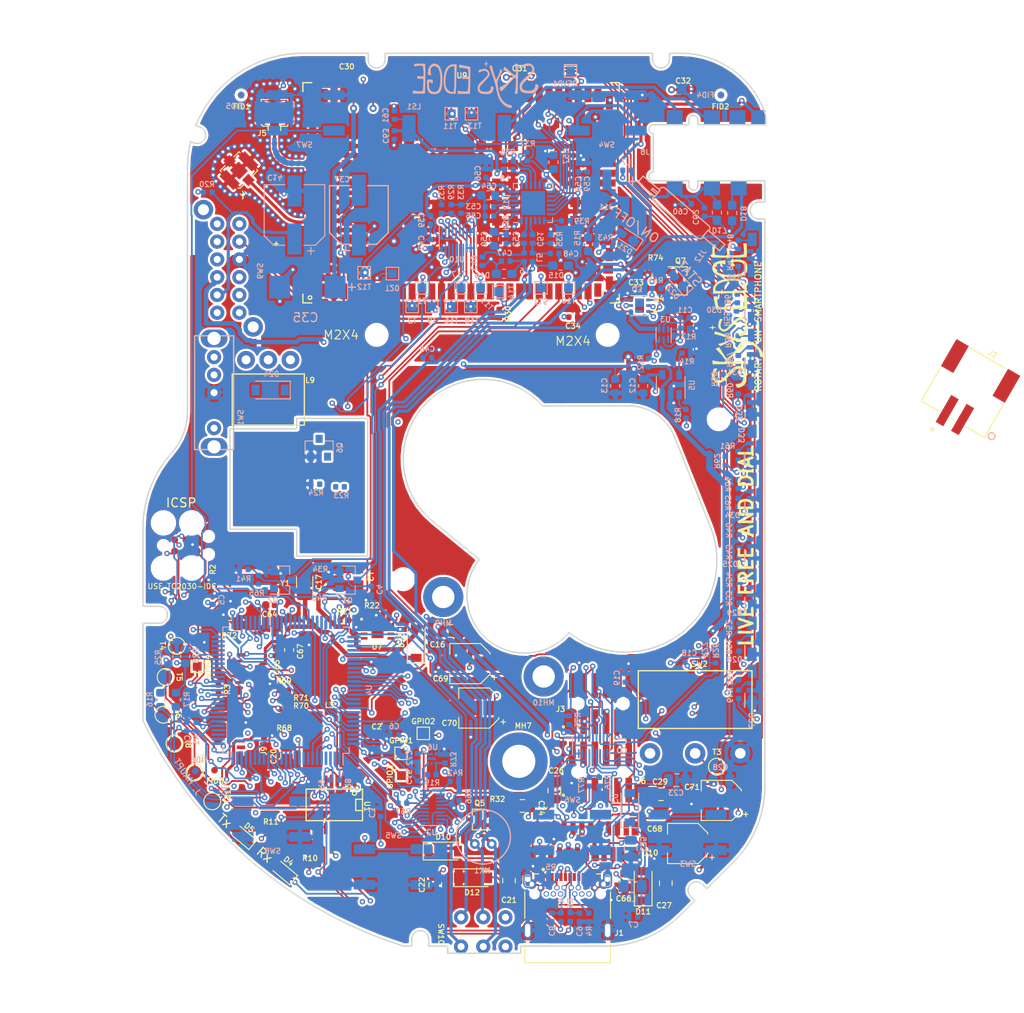
<source format=kicad_pcb>
(kicad_pcb (version 20171130) (host pcbnew 5.1.6+dfsg1-1~bpo10+1)
  (layers (0 L1_GND+GNDA.Cu signal) (1 L2_3v3+GNDA.Cu signal) (2 L3_3v8+GNDA.Cu signal) (3 L4_GND.Cu signal) (4 L5_3v8.Cu signal) (31 L6_GND.Cu signal) (34 B.Paste user hide) (35 F.Paste user hide) (36 B.SilkS user) (37 F.SilkS user) (38 B.Mask user hide) (39 F.Mask user hide) (44 Edge.Cuts user))
  (net 0 "")
  (net 1 /RESET)
  (net 2 GND)
  (net 3 /AREF)
  (net 4 "Net-(C7-Pad1)")
  (net 5 "Net-(C8-Pad1)")
  (net 6 "Net-(C9-Pad1)")
  (net 7 "Net-(C10-Pad2)")
  (net 8 "Net-(D4-Pad2)")
  (net 9 "Net-(D4-Pad1)")
  (net 10 "Net-(D5-Pad1)")
  (net 11 "Net-(D5-Pad2)")
  (net 12 /MISO)
  (net 13 /MOSI)
  (net 14 /SCK)
  (net 15 "Net-(R2-Pad1)")
  (net 16 "Net-(R6-Pad1)")
  (net 17 "Net-(R7-Pad1)")
  (net 18 "Net-(R8-Pad1)")
  (net 19 "Net-(R9-Pad2)")
  (net 20 "Net-(U1-Pad10)")
  (net 21 "Net-(R2-Pad2)")
  (net 22 "Net-(R3-Pad2)")
  (net 23 "Net-(R13-Pad2)")
  (net 24 "Net-(R14-Pad2)")
  (net 25 "Net-(R18-Pad2)")
  (net 26 "Net-(R21-Pad2)")
  (net 27 /CELL_ON)
  (net 28 /CELL_RESET)
  (net 29 /BELL_PWM)
  (net 30 +3V8)
  (net 31 "Net-(C11-Pad1)")
  (net 32 "Net-(C11-Pad2)")
  (net 33 VBUS)
  (net 34 "Net-(C14-Pad1)")
  (net 35 +3V3)
  (net 36 +12V)
  (net 37 "Net-(C21-Pad1)")
  (net 38 "Net-(C21-Pad2)")
  (net 39 "/CELL TRANSCEIVER/V_BCKP")
  (net 40 /AUDIO/V_INT)
  (net 41 GNDA)
  (net 42 "Net-(C46-Pad1)")
  (net 43 "Net-(C47-Pad1)")
  (net 44 "Net-(C48-Pad1)")
  (net 45 "Net-(C49-Pad1)")
  (net 46 "Net-(C50-Pad1)")
  (net 47 "Net-(C51-Pad1)")
  (net 48 "Net-(C52-Pad1)")
  (net 49 "Net-(C53-Pad1)")
  (net 50 "Net-(C54-Pad1)")
  (net 51 "Net-(C55-Pad1)")
  (net 52 "Net-(C60-Pad1)")
  (net 53 "Net-(C61-Pad1)")
  (net 54 "/OLED DRIVER/VSEGM")
  (net 55 "/OLED DRIVER/VCOMH")
  (net 56 "/OLED DRIVER/VSL")
  (net 57 "Net-(D3-Pad2)")
  (net 58 /RELAY_OFF)
  (net 59 "Net-(D21-Pad2)")
  (net 60 "Net-(D22-Pad2)")
  (net 61 "Net-(D25-Pad1)")
  (net 62 "Net-(D25-Pad3)")
  (net 63 "Net-(D26-Pad1)")
  (net 64 "Net-(D26-Pad3)")
  (net 65 "Net-(D27-Pad3)")
  (net 66 "Net-(D27-Pad1)")
  (net 67 "Net-(D28-Pad3)")
  (net 68 "Net-(D28-Pad1)")
  (net 69 "Net-(D29-Pad3)")
  (net 70 "Net-(D29-Pad1)")
  (net 71 "Net-(D30-Pad1)")
  (net 72 "Net-(D30-Pad3)")
  (net 73 "Net-(D31-Pad3)")
  (net 74 "Net-(D31-Pad1)")
  (net 75 "Net-(D32-Pad1)")
  (net 76 "Net-(D32-Pad3)")
  (net 77 "Net-(J1-PadA5)")
  (net 78 "Net-(J1-PadB5)")
  (net 79 /EPD_BUSY)
  (net 80 "/CELL TRANSCEIVER/ANT2")
  (net 81 "/CELL TRANSCEIVER/ANT1")
  (net 82 /SD_CD)
  (net 83 "/OLED DRIVER/IREF")
  (net 84 "/OLED DRIVER/OLED_CS_3V3")
  (net 85 "/OLED DRIVER/OLED_A0_3V3")
  (net 86 "/OLED DRIVER/OLED_SI_3V3")
  (net 87 "/OLED DRIVER/OLED_RES_3V3")
  (net 88 "/OLED DRIVER/OLED_SCL_3V3")
  (net 89 "Net-(L7-Pad2)")
  (net 90 "Net-(L8-Pad2)")
  (net 91 "Net-(Q3-Pad1)")
  (net 92 "Net-(Q3-Pad2)")
  (net 93 "Net-(Q3-Pad3)")
  (net 94 "Net-(Q3-Pad5)")
  (net 95 "Net-(Q3-Pad6)")
  (net 96 "Net-(Q4-Pad3)")
  (net 97 /MCURX-TO-FTDITX)
  (net 98 /MCUTX-TO-FTDIRX)
  (net 99 "Net-(R19-Pad1)")
  (net 100 /3v3_EN)
  (net 101 "Net-(R20-Pad1)")
  (net 102 LL_OE)
  (net 103 /EPD_CS)
  (net 104 /EPD_RESET)
  (net 105 "/CELL TRANSCEIVER/I2S_SDA")
  (net 106 "/CELL TRANSCEIVER/I2S_SCL")
  (net 107 "Net-(R39-Pad2)")
  (net 108 /LED_TURNINGOFF)
  (net 109 /LED_STAT)
  (net 110 /LED_1A)
  (net 111 /LED_1B)
  (net 112 /LED_2A)
  (net 113 /LED_2B)
  (net 114 /LED_3A)
  (net 115 /LED_3B)
  (net 116 /LED_4A)
  (net 117 /LED_4B)
  (net 118 /LED_5A)
  (net 119 /LED_5B)
  (net 120 /LED_6A)
  (net 121 /LED_6B)
  (net 122 /LED_7A)
  (net 123 /LED_7B)
  (net 124 /LED_8A)
  (net 125 /LED_8B)
  (net 126 /LED_9A)
  (net 127 /LED_9B)
  (net 128 /LED_10A)
  (net 129 /LED_10B)
  (net 130 "Net-(R66-Pad1)")
  (net 131 /SW_MODE1)
  (net 132 /SW_MODE2)
  (net 133 /SW_MODE3)
  (net 134 /SW_MULTI1)
  (net 135 /SW_CLEAR)
  (net 136 /SW_MULTI3)
  (net 137 /SW_MULTI2)
  (net 138 /SW_HOOK)
  (net 139 /SW_MULTI4)
  (net 140 /OFFSIGNAL)
  (net 141 /SW_ROTARY)
  (net 142 /CELL_PWR_DET)
  (net 143 /CELL_CTS)
  (net 144 /CELL_RTS)
  (net 145 /OLED_CS)
  (net 146 /SD_CS)
  (net 147 /EPD_DC)
  (net 148 /12v_EN)
  (net 149 /OLED_AO)
  (net 150 /OLED_XRES)
  (net 151 /CELL_RXD)
  (net 152 /CELL_TXD)
  (net 153 "/CELL TRANSCEIVER/HOST_SELECT0")
  (net 154 "/CELL TRANSCEIVER/RXD_1v8")
  (net 155 "/CELL TRANSCEIVER/TXD_1v8")
  (net 156 "/CELL TRANSCEIVER/CTS_1v8")
  (net 157 "/CELL TRANSCEIVER/RTS_1v8")
  (net 158 "/CELL TRANSCEIVER/DCD_1v8")
  (net 159 "/CELL TRANSCEIVER/RI_1v8")
  (net 160 "/CELL TRANSCEIVER/DSR_1v8")
  (net 161 "/CELL TRANSCEIVER/I2S_WA")
  (net 162 "/CELL TRANSCEIVER/HOST_SELECT1")
  (net 163 "/CELL TRANSCEIVER/I2S_TXD")
  (net 164 "/CELL TRANSCEIVER/I2S_RXD")
  (net 165 "/CELL TRANSCEIVER/I2S_GPIO6")
  (net 166 /AUDIO/BLCK)
  (net 167 "Net-(D23-Pad2)")
  (net 168 "Net-(D24-Pad2)")
  (net 169 "Net-(D33-Pad1)")
  (net 170 "Net-(D33-Pad3)")
  (net 171 "Net-(D34-Pad1)")
  (net 172 "Net-(D34-Pad3)")
  (net 173 /VSIM)
  (net 174 /SIM_RST)
  (net 175 /SIM_IO)
  (net 176 /SIM_CLK)
  (net 177 /CELL_USB_D+)
  (net 178 /CELL_USB_D-)
  (net 179 "/ePaper Driver/PREVGH")
  (net 180 "/ePaper Driver/VSH")
  (net 181 "/ePaper Driver/VGH")
  (net 182 "/ePaper Driver/VPP")
  (net 183 "/ePaper Driver/VGL")
  (net 184 "/ePaper Driver/VSL")
  (net 185 "/ePaper Driver/VCOM")
  (net 186 "/ePaper Driver/VDD")
  (net 187 "/ePaper Driver/PREVGL")
  (net 188 /GPIO3)
  (net 189 /GPIO4)
  (net 190 /GPIO2)
  (net 191 "/ePaper Driver/GDR")
  (net 192 "/ePaper Driver/RESE")
  (net 193 "/ePaper Driver/RESET_3v3")
  (net 194 "/ePaper Driver/DC_3v3")
  (net 195 "/ePaper Driver/CS_3v3")
  (net 196 "/ePaper Driver/SCK_3v3")
  (net 197 "/ePaper Driver/MOSI_3v3")
  (net 198 "Net-(J8-Pad1)")
  (net 199 "Net-(RSVD1-Pad1)")
  (net 200 "Net-(J8-Pad10)")
  (net 201 "Net-(T13-Pad1)")
  (net 202 /chg_stat)
  (net 203 "Net-(Q1-Pad1)")
  (net 204 "Net-(Q1-Pad3)")
  (net 205 "Net-(Q2-Pad3)")
  (net 206 "Net-(Q2-Pad1)")
  (net 207 "Net-(Q7-Pad1)")
  (net 208 +BATT)
  (net 209 /POWSW4)
  (net 210 /GPIO1)
  (net 211 "Net-(J11-Pad1)")
  (net 212 "Net-(J12-Pad1)")
  (net 213 "Net-(Q6-Pad1)")
  (net 214 /CELL_RXD1)
  (net 215 /CELL_TXD1)
  (net 216 "Net-(R29-Pad1)")
  (net 217 "Net-(R33-Pad1)")
  (net 218 "Net-(R42-Pad1)")
  (net 219 /LED_FILAMENT)
  (net 220 "Net-(R75-Pad1)")
  (net 221 "Net-(R76-Pad1)")
  (net 222 /NET_STAT)
  (module MyFootprints:SMTSO-M1.6-1ET (layer L6_GND.Cu) (at 145.5 115.45)
    (fp_text reference MH9 (at 0 3) (layer B.SilkS) (effects (font (size 0.6 0.6) (thickness 0.12)) (justify mirror)))
    (fp_text value MountingHole)
    (pad 1 thru_hole circle (at 0 0.05) (size 4.5 4.5) (drill 2.5) (layers *.Mask L6_GND.Cu B.Paste))
    (pad 1 thru_hole circle (at 0 0.05) (size 4.5 4.5) (drill 2.5) (layers *.Mask L1_GND+GNDA.Cu))
  )
  (module MyFootprints:SMTSO-M1.6-1ET (layer L6_GND.Cu) (at 156.8 124.4)
    (fp_text reference MH10 (at 0 3) (layer B.SilkS) (effects (font (size 0.6 0.6) (thickness 0.12)) (justify mirror)))
    (fp_text value MountingHole)
    (pad 1 thru_hole circle (at 0 0.05) (size 4.5 4.5) (drill 2.5) (layers *.Mask L6_GND.Cu B.Paste))
    (pad 1 thru_hole circle (at 0 0.05) (size 4.5 4.5) (drill 2.5) (layers *.Mask L1_GND+GNDA.Cu))
  )
  (module MyFootprints:Speaker_PUI_AR01232MS-SC12-WP-R (layer L6_GND.Cu) (at 147 60.5 180)
    (fp_text reference LS1 (at 4.8 0.2) (layer B.SilkS) (effects (font (size 0.6 0.6) (thickness 0.12)) (justify mirror)))
    (fp_text value Speaker hide)
    (pad 2 smd rect (at 5.375 -2.25 180) (size 1.5 3) (layers L6_GND.Cu B.Mask) (net 53 "Net-(C61-Pad1)"))
    (pad 1 smd rect (at -5.375 -2.25 180) (size 1.5 3) (layers L6_GND.Cu B.Paste B.Mask) (net 200 "Net-(J8-Pad10)"))
  )
  (module Package_SON:USON-20_2x4mm_P0.4mm (layer L6_GND.Cu) (at 162.15 132.22 90)
    (fp_text reference U8 (at 0 3.5 90) (layer B.SilkS) (effects (justify mirror)))
    (fp_text value TXB0108DQS)
    (pad 1 smd rect (at -0.85 1.8 180) (size 0.2 1.1) (layers L6_GND.Cu B.Paste B.Mask) (net 196 "/ePaper Driver/SCK_3v3"))
    (pad 2 smd rect (at -0.9 1.4 180) (size 0.2 1) (layers L6_GND.Cu B.Paste B.Mask) (net 197 "/ePaper Driver/MOSI_3v3"))
    (pad 3 smd rect (at -0.9 1 180) (size 0.2 1) (layers L6_GND.Cu B.Paste B.Mask) (net 195 "/ePaper Driver/CS_3v3"))
    (pad 4 smd rect (at -0.9 0.6 180) (size 0.2 1) (layers L6_GND.Cu B.Paste B.Mask) (net 194 "/ePaper Driver/DC_3v3"))
    (pad 5 smd rect (at -0.9 0.2 180) (size 0.2 1) (layers L6_GND.Cu B.Paste B.Mask) (net 35 +3V3))
    (pad 6 smd rect (at -0.9 -0.2 180) (size 0.2 1) (layers L6_GND.Cu B.Paste B.Mask) (net 221 "Net-(R76-Pad1)"))
    (pad 7 smd rect (at -0.9 -0.6 180) (size 0.2 1) (layers L6_GND.Cu B.Paste B.Mask) (net 193 "/ePaper Driver/RESET_3v3"))
    (pad 8 smd rect (at -0.9 -1 180) (size 0.2 1) (layers L6_GND.Cu B.Paste B.Mask) (net 220 "Net-(R75-Pad1)"))
    (pad 9 smd rect (at -0.9 -1.4 180) (size 0.2 1) (layers L6_GND.Cu B.Paste B.Mask) (net 220 "Net-(R75-Pad1)"))
    (pad 10 smd rect (at -0.9 -1.8 180) (size 0.2 1) (layers L6_GND.Cu B.Paste B.Mask) (net 220 "Net-(R75-Pad1)"))
    (pad 11 smd rect (at 0.9 -1.8 180) (size 0.2 1) (layers L6_GND.Cu B.Paste B.Mask) (net 220 "Net-(R75-Pad1)"))
    (pad 12 smd rect (at 0.9 -1.4 180) (size 0.2 1) (layers L6_GND.Cu B.Paste B.Mask) (net 220 "Net-(R75-Pad1)"))
    (pad 13 smd rect (at 0.9 -1 180) (size 0.2 1) (layers L6_GND.Cu B.Paste B.Mask) (net 220 "Net-(R75-Pad1)"))
    (pad 14 smd rect (at 0.9 -0.6 180) (size 0.2 1) (layers L6_GND.Cu B.Paste B.Mask) (net 104 /EPD_RESET))
    (pad 15 smd rect (at 0.9 -0.2 180) (size 0.2 1) (layers L6_GND.Cu B.Paste B.Mask) (net 2 GND))
    (pad 16 smd rect (at 0.9 0.2 180) (size 0.2 1) (layers L6_GND.Cu B.Paste B.Mask) (net 30 +3V8))
    (pad 17 smd rect (at 0.9 0.6 180) (size 0.2 1) (layers L6_GND.Cu B.Paste B.Mask) (net 147 /EPD_DC))
    (pad 18 smd rect (at 0.9 1 180) (size 0.2 1) (layers L6_GND.Cu B.Paste B.Mask) (net 103 /EPD_CS))
    (pad 19 smd rect (at 0.9 1.4 180) (size 0.2 1) (layers L6_GND.Cu B.Paste B.Mask) (net 13 /MOSI))
    (pad 20 smd rect (at 0.9 1.8 180) (size 0.2 1) (layers L6_GND.Cu B.Paste B.Mask) (net 14 /SCK))
  )
  (module MyFootprints:Samtec_2x6Header_FTSH-106-01-L-DV (layer L1_GND+GNDA.Cu) (at 163.2 135.2)
    (fp_text reference J6 (at 4.6 1.02) (layer F.SilkS) (effects (font (size 0.6 0.6) (thickness 0.12))))
    (fp_text value Conn_01x12 hide)
    (pad "" np_thru_hole circle (at -2.54 0) (size 1.02 1.02) (drill 1.02) (layers *.Cu *.Mask))
    (pad "" np_thru_hole circle (at 2.54 0) (size 1.02 1.02) (drill 1.02) (layers *.Cu *.Mask))
    (pad 11 smd rect (at 3.175 2.035) (size 0.74 2.79) (layers L1_GND+GNDA.Cu F.Paste F.Mask) (net 178 /CELL_USB_D-))
    (pad 9 smd rect (at 1.905 2.035) (size 0.74 2.79) (layers L1_GND+GNDA.Cu F.Paste F.Mask) (net 175 /SIM_IO))
    (pad 12 smd rect (at 3.175 -2.035) (size 0.74 2.79) (layers L1_GND+GNDA.Cu F.Paste F.Mask) (net 208 +BATT))
    (pad 10 smd rect (at 1.905 -2.035) (size 0.74 2.79) (layers L1_GND+GNDA.Cu F.Paste F.Mask) (net 177 /CELL_USB_D+))
    (pad 7 smd rect (at 0.635 2.035) (size 0.74 2.79) (layers L1_GND+GNDA.Cu F.Paste F.Mask) (net 174 /SIM_RST))
    (pad 5 smd rect (at -0.635 2.035) (size 0.74 2.79) (layers L1_GND+GNDA.Cu F.Paste F.Mask) (net 102 LL_OE))
    (pad 8 smd rect (at 0.635 -2.035) (size 0.74 2.79) (layers L1_GND+GNDA.Cu F.Paste F.Mask) (net 176 /SIM_CLK))
    (pad 6 smd rect (at -0.635 -2.035) (size 0.74 2.79) (layers L1_GND+GNDA.Cu F.Paste F.Mask) (net 173 /VSIM))
    (pad 4 smd rect (at -1.905 -2.035) (size 0.74 2.79) (layers L1_GND+GNDA.Cu F.Paste F.Mask) (net 58 /RELAY_OFF))
    (pad 3 smd rect (at -1.905 2.035) (size 0.74 2.79) (layers L1_GND+GNDA.Cu F.Paste F.Mask) (net 33 VBUS))
    (pad 2 smd rect (at -3.175 -2.035) (size 0.74 2.79) (layers L1_GND+GNDA.Cu F.Paste F.Mask) (net 35 +3V3))
    (pad 1 smd rect (at -3.175 2.035) (size 0.74 2.79) (layers L1_GND+GNDA.Cu F.Paste F.Mask) (net 2 GND))
  )
  (module Capacitor_SMD:C_0805_2012Metric (layer L1_GND+GNDA.Cu) (at 146.3 119.32)
    (fp_text reference C16 (at -1.45 1.53 unlocked) (layer F.SilkS) (effects (font (size 0.6 0.6) (thickness 0.12))))
    (fp_text value 10uF/10V)
    (pad 1 smd roundrect (at -0.9375 0) (size 0.975 1.4) (layers L1_GND+GNDA.Cu F.Paste F.Mask) (net 30 +3V8))
    (pad 2 smd roundrect (at 0.9375 0) (size 0.975 1.4) (layers L1_GND+GNDA.Cu F.Paste F.Mask) (net 2 GND))
  )
  (module MyFootprints:Inductor10uH_Wurth_744053100 (layer L1_GND+GNDA.Cu) (at 132.85 131.52 270)
    (fp_text reference L3 (at -3.85 0.15 180) (layer F.SilkS) (effects (font (size 0.6 0.6) (thickness 0.12))))
    (fp_text value 10uH)
    (pad 1 smd rect (at 0 2.05 270) (size 6.3 2.2) (layers L1_GND+GNDA.Cu F.Paste F.Mask) (net 35 +3V3))
    (pad 2 smd rect (at 0 -2.05 270) (size 6.3 2.2) (layers L1_GND+GNDA.Cu F.Paste F.Mask) (net 38 "Net-(C21-Pad2)"))
  )
  (module TestPoint:TestPoint_Pad_1.0x1.0mm (layer L1_GND+GNDA.Cu) (at 140.75 133.1)
    (fp_text reference GPIO1 (at 0 -1.448) (layer F.SilkS) (effects (font (size 0.6 0.6) (thickness 0.12))))
    (fp_text value TestPoint_Alt)
    (pad 1 smd rect (at 0 0) (size 1 1) (layers L1_GND+GNDA.Cu F.Mask) (net 210 /GPIO1))
  )
  (module Resistor_SMD:R_0402_1005Metric (layer L1_GND+GNDA.Cu) (at 120.5 112.47 90)
    (fp_text reference R2 (at 0.07 -0.95 90 unlocked) (layer F.SilkS) (effects (font (size 0.6 0.6) (thickness 0.12))))
    (fp_text value 1M)
    (pad 2 smd roundrect (at 0.485 0 90) (size 0.59 0.64) (layers L1_GND+GNDA.Cu F.Paste F.Mask) (net 21 "Net-(R2-Pad2)"))
    (pad 1 smd roundrect (at -0.485 0 90) (size 0.59 0.64) (layers L1_GND+GNDA.Cu F.Paste F.Mask) (net 15 "Net-(R2-Pad1)"))
  )
  (module MyFootprints:TactileSwitch_Panasonic_EVQ-Q2Y03W (layer L6_GND.Cu) (at 164 61)
    (fp_text reference SW4 (at -0.1 3.6) (layer B.SilkS) (effects (font (size 0.6 0.6) (thickness 0.12)) (justify mirror)))
    (fp_text value "Tactile Switch" hide)
    (pad 2 smd rect (at -3.2 -2) (size 2.4 1.1) (layers L6_GND.Cu B.Paste B.Mask) (net 2 GND))
    (pad 2 smd rect (at 3.2 -2) (size 2.4 1.1) (layers L6_GND.Cu B.Paste B.Mask) (net 2 GND))
    (pad 1 smd rect (at 3.2 2) (size 2.4 1.1) (layers L6_GND.Cu B.Paste B.Mask) (net 135 /SW_CLEAR))
    (pad 1 smd rect (at -3.2 2) (size 2.4 1.1) (layers L6_GND.Cu B.Paste B.Mask) (net 135 /SW_CLEAR))
  )
  (module MyFootprints:TactileSwitch_Panasonic_EVQ-Q2Y03W (layer L6_GND.Cu) (at 130 61)
    (fp_text reference SW7 (at -0.127 3.6) (layer B.SilkS) (effects (font (size 0.6 0.6) (thickness 0.12)) (justify mirror)))
    (fp_text value "Tactile Switch" hide)
    (pad 2 smd rect (at -3.2 -2) (size 2.4 1.1) (layers L6_GND.Cu B.Paste B.Mask) (net 2 GND))
    (pad 2 smd rect (at 3.2 -2) (size 2.4 1.1) (layers L6_GND.Cu B.Paste B.Mask) (net 2 GND))
    (pad 1 smd rect (at 3.2 2) (size 2.4 1.1) (layers L6_GND.Cu B.Paste B.Mask) (net 138 /SW_HOOK))
    (pad 1 smd rect (at -3.2 2) (size 2.4 1.1) (layers L6_GND.Cu B.Paste B.Mask) (net 138 /SW_HOOK))
  )
  (module MyFootprints:TactileSwitch_Panasonic_EVQ-Q2Y03W (layer L6_GND.Cu) (at 126.146 140.497 180)
    (fp_text reference SW8 (at -0.154 -3.603) (layer B.SilkS) (effects (font (size 0.6 0.6) (thickness 0.12)) (justify mirror)))
    (fp_text value "Tactile Switch" hide)
    (pad 2 smd rect (at -3.2 -2 180) (size 2.4 1.1) (layers L6_GND.Cu B.Paste B.Mask) (net 2 GND))
    (pad 2 smd rect (at 3.2 -2 180) (size 2.4 1.1) (layers L6_GND.Cu B.Paste B.Mask) (net 2 GND))
    (pad 1 smd rect (at 3.2 2 180) (size 2.4 1.1) (layers L6_GND.Cu B.Paste B.Mask) (net 139 /SW_MULTI4))
    (pad 1 smd rect (at -3.2 2 180) (size 2.4 1.1) (layers L6_GND.Cu B.Paste B.Mask) (net 139 /SW_MULTI4))
  )
  (module MyFootprints:TactileSwitch_Panasonic_EVQ-Q2Y03W (layer L6_GND.Cu) (at 139.827 145.886 180)
    (fp_text reference SW5 (at -0.073 3.536 180) (layer B.SilkS) (effects (font (size 0.6 0.6) (thickness 0.12)) (justify mirror)))
    (fp_text value "Tactile Switch" hide)
    (pad 2 smd rect (at -3.2 -2 180) (size 2.4 1.1) (layers L6_GND.Cu B.Paste B.Mask) (net 2 GND))
    (pad 2 smd rect (at 3.2 -2 180) (size 2.4 1.1) (layers L6_GND.Cu B.Paste B.Mask) (net 2 GND))
    (pad 1 smd rect (at 3.2 2 180) (size 2.4 1.1) (layers L6_GND.Cu B.Paste B.Mask) (net 136 /SW_MULTI3))
    (pad 1 smd rect (at -3.2 2 180) (size 2.4 1.1) (layers L6_GND.Cu B.Paste B.Mask) (net 136 /SW_MULTI3))
  )
  (module MyFootprints:TactileSwitch_Panasonic_EVQ-Q2Y03W (layer L6_GND.Cu) (at 160 142 180)
    (fp_text reference SW6 (at -0.05 3.65 180) (layer B.SilkS) (effects (font (size 0.6 0.6) (thickness 0.12)) (justify mirror)))
    (fp_text value "Tactile Switch" hide)
    (pad 2 smd rect (at -3.2 -2 180) (size 2.4 1.1) (layers L6_GND.Cu B.Paste B.Mask) (net 2 GND))
    (pad 2 smd rect (at 3.2 -2 180) (size 2.4 1.1) (layers L6_GND.Cu B.Paste B.Mask) (net 2 GND))
    (pad 1 smd rect (at 3.2 2 180) (size 2.4 1.1) (layers L6_GND.Cu B.Paste B.Mask) (net 137 /SW_MULTI2))
    (pad 1 smd rect (at -3.2 2 180) (size 2.4 1.1) (layers L6_GND.Cu B.Paste B.Mask) (net 137 /SW_MULTI2))
  )
  (module MyFootprints:TactileSwitch_Panasonic_EVQ-Q2Y03W (layer L6_GND.Cu) (at 173 142 180)
    (fp_text reference SW3 (at -0.05 -3.55) (layer B.SilkS) (effects (font (size 0.6 0.6) (thickness 0.12)) (justify mirror)))
    (fp_text value "Tactile Switch" hide)
    (pad 2 smd rect (at -3.2 -2 180) (size 2.4 1.1) (layers L6_GND.Cu B.Paste B.Mask) (net 2 GND))
    (pad 2 smd rect (at 3.2 -2 180) (size 2.4 1.1) (layers L6_GND.Cu B.Paste B.Mask) (net 2 GND))
    (pad 1 smd rect (at 3.2 2 180) (size 2.4 1.1) (layers L6_GND.Cu B.Paste B.Mask) (net 134 /SW_MULTI1))
    (pad 1 smd rect (at -3.2 2 180) (size 2.4 1.1) (layers L6_GND.Cu B.Paste B.Mask) (net 134 /SW_MULTI1))
  )
  (module MyFootprints:Microphone_PUI_POM-2738P-R (layer L6_GND.Cu) (at 150 142.5)
    (fp_text reference MK1 (at -0.1 3.8) (layer B.SilkS) (effects (font (size 0.6 0.6) (thickness 0.12)) (justify mirror)))
    (fp_text value "2k2 Electret")
    (pad 1 thru_hole circle (at -0.95 0.8) (size 1.1 1.1) (drill 0.55) (layers *.Cu *.Mask) (net 198 "Net-(J8-Pad1)"))
    (pad 2 thru_hole circle (at 0.95 0.8) (size 1.1 1.1) (drill 0.55) (layers *.Cu *.Mask) (net 53 "Net-(C61-Pad1)"))
  )
  (module MyFootprints:AWSCR-16.00CV-T (layer L1_GND+GNDA.Cu) (at 124.3 113.52 270)
    (fp_text reference Y1 (at 0.43 -3.4 unlocked) (layer F.SilkS) (effects (font (size 0.6 0.6) (thickness 0.12))))
    (fp_text value 8MHz)
    (pad 3 smd rect (at 1.5 0 270) (size 0.7 5) (layers L1_GND+GNDA.Cu F.Paste F.Mask) (net 15 "Net-(R2-Pad1)"))
    (pad 2 smd rect (at 0 0 270) (size 1 5) (layers L1_GND+GNDA.Cu F.Paste F.Mask) (net 2 GND))
    (pad 1 smd rect (at -1.5 0 270) (size 0.7 5) (layers L1_GND+GNDA.Cu F.Paste F.Mask) (net 21 "Net-(R2-Pad2)"))
  )
  (module MyFootprints:BoostConverter_MCP1661 (layer L1_GND+GNDA.Cu) (at 138.1 119.4 270)
    (fp_text reference U7 (at 1.7 0.05 unlocked) (layer F.SilkS) (effects (font (size 0.6 0.6) (thickness 0.12))))
    (fp_text value MCP1661 hide)
    (pad 1 smd rect (at -0.75 1.5 270) (size 0.3 0.75) (layers L1_GND+GNDA.Cu F.Paste F.Mask) (net 26 "Net-(R21-Pad2)"))
    (pad "" smd rect (at 0 0 270) (size 1.46 1.36) (layers L1_GND+GNDA.Cu F.Paste F.Mask))
    (pad 2 smd rect (at -0.25 1.5 270) (size 0.3 0.75) (layers L1_GND+GNDA.Cu F.Paste F.Mask) (net 2 GND))
    (pad 3 smd rect (at 0.25 1.5 270) (size 0.3 0.75) (layers L1_GND+GNDA.Cu F.Paste F.Mask) (net 167 "Net-(D23-Pad2)"))
    (pad 4 smd rect (at 0.75 1.5 270) (size 0.3 0.75) (layers L1_GND+GNDA.Cu F.Paste F.Mask))
    (pad 5 smd rect (at 0.75 -1.5 270) (size 0.3 0.75) (layers L1_GND+GNDA.Cu F.Paste F.Mask) (net 30 +3V8))
    (pad 6 smd rect (at 0.25 -1.5 270) (size 0.3 0.75) (layers L1_GND+GNDA.Cu F.Paste F.Mask))
    (pad 7 smd rect (at -0.25 -1.5 270) (size 0.3 0.75) (layers L1_GND+GNDA.Cu F.Paste F.Mask) (net 2 GND))
    (pad 8 smd rect (at -0.75 -1.5 270) (size 0.3 0.75) (layers L1_GND+GNDA.Cu F.Paste F.Mask) (net 148 /12v_EN))
  )
  (module MyFootprints:LDO_MIC5528 (layer L6_GND.Cu) (at 144.2 133.7)
    (fp_text reference U6 (at 0.1 -1.3 unlocked) (layer B.SilkS) (effects (font (size 0.6 0.6) (thickness 0.12)) (justify mirror)))
    (fp_text value MIC5528 hide)
    (pad 1 smd rect (at -0.4 -0.525) (size 0.18 0.35) (layers L6_GND.Cu B.Paste B.Mask) (net 35 +3V3))
    (pad 2 smd rect (at 0 -0.525) (size 0.18 0.35) (layers L6_GND.Cu B.Paste B.Mask) (net 35 +3V3))
    (pad 3 smd rect (at 0.4 -0.525) (size 0.18 0.35) (layers L6_GND.Cu B.Paste B.Mask) (net 2 GND))
    (pad 4 smd rect (at 0.4 0.525) (size 0.18 0.35) (layers L6_GND.Cu B.Paste B.Mask) (net 99 "Net-(R19-Pad1)"))
    (pad 5 smd rect (at 0 0.525) (size 0.18 0.35) (layers L6_GND.Cu B.Paste B.Mask))
    (pad 6 smd rect (at -0.4 0.525) (size 0.18 0.35) (layers L6_GND.Cu B.Paste B.Mask) (net 30 +3V8))
    (pad "" smd rect (at 0 0) (size 0.94 0.3) (layers L6_GND.Cu B.Paste B.Mask))
  )
  (module digikey-footprints:TI_CSD16301Q2 (layer L1_GND+GNDA.Cu) (at 167.6 82.7 180)
    (fp_text reference Q4 (at -2.2 0.8 unlocked) (layer F.SilkS) (effects (font (size 0.6 0.6) (thickness 0.12))))
    (fp_text value Q_NMOS_POWER)
    (fp_poly (pts (xy -0.23 0.5) (xy 0.42 0.5) (xy 0.422617 0.500069) (xy 0.425226 0.500274) (xy 0.427822 0.500616) (xy 0.430396 0.501093) (xy 0.432941 0.501704) (xy 0.435451 0.502447) (xy 0.437918 0.503321) (xy 0.440337 0.504323) (xy 0.4427 0.50545) (xy 0.445 0.506699) (xy 0.447232 0.508066) (xy 0.449389 0.509549) (xy 0.451466 0.511143) (xy 0.453457 0.512843) (xy 0.455355 0.514645) (xy 0.457157 0.516543) (xy 0.458857 0.518534) (xy 0.460451 0.520611) (xy 0.461934 0.522768) (xy 0.463301 0.525) (xy 0.46455 0.5273) (xy 0.465677 0.529663) (xy 0.466679 0.532082) (xy 0.467553 0.534549) (xy 0.468296 0.537059) (xy 0.468907 0.539604) (xy 0.469384 0.542178) (xy 0.469726 0.544774) (xy 0.469931 0.547383) (xy 0.47 0.55) (xy 0.47 0.75) (xy 0.469931 0.752617) (xy 0.469726 0.755226) (xy 0.469384 0.757822) (xy 0.468907 0.760396) (xy 0.468296 0.762941) (xy 0.467553 0.765451) (xy 0.466679 0.767918) (xy 0.465677 0.770337) (xy 0.46455 0.7727) (xy 0.463301 0.775) (xy 0.461934 0.777232) (xy 0.460451 0.779389) (xy 0.458857 0.781466) (xy 0.457157 0.783457) (xy 0.455355 0.785355) (xy 0.453457 0.787157) (xy 0.451466 0.788857) (xy 0.449389 0.790451) (xy 0.447232 0.791934) (xy 0.445 0.793301) (xy 0.4427 0.79455) (xy 0.440337 0.795677) (xy 0.437918 0.796679) (xy 0.435451 0.797553) (xy 0.432941 0.798296) (xy 0.430396 0.798907) (xy 0.427822 0.799384) (xy 0.425226 0.799726) (xy 0.422617 0.799931) (xy 0.42 0.8) (xy -0.23 0.8) (xy -0.232617 0.799931) (xy -0.235226 0.799726) (xy -0.237822 0.799384) (xy -0.240396 0.798907) (xy -0.242941 0.798296) (xy -0.245451 0.797553) (xy -0.247918 0.796679) (xy -0.250337 0.795677) (xy -0.2527 0.79455) (xy -0.255 0.793301) (xy -0.257232 0.791934) (xy -0.259389 0.790451) (xy -0.261466 0.788857) (xy -0.263457 0.787157) (xy -0.265355 0.785355) (xy -0.267157 0.783457) (xy -0.268857 0.781466) (xy -0.270451 0.779389) (xy -0.271934 0.777232) (xy -0.273301 0.775) (xy -0.27455 0.7727) (xy -0.275677 0.770337) (xy -0.276679 0.767918) (xy -0.277553 0.765451) (xy -0.278296 0.762941) (xy -0.278907 0.760396) (xy -0.279384 0.757822) (xy -0.279726 0.755226) (xy -0.279931 0.752617) (xy -0.28 0.75) (xy -0.28 0.55) (xy -0.279931 0.547383) (xy -0.279726 0.544774) (xy -0.279384 0.542178) (xy -0.278907 0.539604) (xy -0.278296 0.537059) (xy -0.277553 0.534549) (xy -0.276679 0.532082) (xy -0.275677 0.529663) (xy -0.27455 0.5273) (xy -0.273301 0.525) (xy -0.271934 0.522768) (xy -0.270451 0.520611) (xy -0.268857 0.518534) (xy -0.267157 0.516543) (xy -0.265355 0.514645) (xy -0.263457 0.512843) (xy -0.261466 0.511143) (xy -0.259389 0.509549) (xy -0.257232 0.508066) (xy -0.255 0.506699) (xy -0.2527 0.50545) (xy -0.250337 0.504323) (xy -0.247918 0.503321) (xy -0.245451 0.502447) (xy -0.242941 0.501704) (xy -0.240396 0.501093) (xy -0.237822 0.500616) (xy -0.235226 0.500274) (xy -0.232617 0.500069) (xy -0.23 0.5)) (layer L1_GND+GNDA.Cu) (width 0.01))
    (pad 7 smd rect (at 0.095 0.65 180) (size 0.3 0.3) (layers L1_GND+GNDA.Cu))
    (pad 8 smd rect (at 0 -0.325 180) (size 1 0.95) (layers L1_GND+GNDA.Cu))
    (pad 6 smd rect (at 0.975 -0.65 180) (size 0.45 0.3) (layers L1_GND+GNDA.Cu F.Paste) (net 95 "Net-(Q3-Pad6)"))
    (pad 5 smd rect (at 0.975 0 180) (size 0.45 0.3) (layers L1_GND+GNDA.Cu F.Paste) (net 94 "Net-(Q3-Pad5)"))
    (pad 4 smd rect (at 0.975 0.65 180) (size 0.45 0.3) (layers L1_GND+GNDA.Cu F.Paste) (net 2 GND))
    (pad 3 smd rect (at -0.975 0.65 180) (size 0.45 0.3) (layers L1_GND+GNDA.Cu F.Paste) (net 96 "Net-(Q4-Pad3)"))
    (pad 2 smd rect (at -0.975 0 180) (size 0.45 0.3) (layers L1_GND+GNDA.Cu F.Paste) (net 92 "Net-(Q3-Pad2)"))
    (pad 1 smd rect (at -0.975 -0.65 180) (size 0.45 0.3) (layers L1_GND+GNDA.Cu F.Paste) (net 91 "Net-(Q3-Pad1)"))
  )
  (module digikey-footprints:TI_CSD16301Q2 (layer L6_GND.Cu) (at 167.6 82.7 180)
    (fp_text reference Q3 (at 0.282 1.9064 180 unlocked) (layer B.SilkS) (effects (font (size 0.6 0.6) (thickness 0.12)) (justify mirror)))
    (fp_text value Q_NMOS_POWER)
    (fp_poly (pts (xy -0.23 -0.5) (xy 0.42 -0.5) (xy 0.422617 -0.500069) (xy 0.425226 -0.500274) (xy 0.427822 -0.500616) (xy 0.430396 -0.501093) (xy 0.432941 -0.501704) (xy 0.435451 -0.502447) (xy 0.437918 -0.503321) (xy 0.440337 -0.504323) (xy 0.4427 -0.50545) (xy 0.445 -0.506699) (xy 0.447232 -0.508066) (xy 0.449389 -0.509549) (xy 0.451466 -0.511143) (xy 0.453457 -0.512843) (xy 0.455355 -0.514645) (xy 0.457157 -0.516543) (xy 0.458857 -0.518534) (xy 0.460451 -0.520611) (xy 0.461934 -0.522768) (xy 0.463301 -0.525) (xy 0.46455 -0.5273) (xy 0.465677 -0.529663) (xy 0.466679 -0.532082) (xy 0.467553 -0.534549) (xy 0.468296 -0.537059) (xy 0.468907 -0.539604) (xy 0.469384 -0.542178) (xy 0.469726 -0.544774) (xy 0.469931 -0.547383) (xy 0.47 -0.55) (xy 0.47 -0.75) (xy 0.469931 -0.752617) (xy 0.469726 -0.755226) (xy 0.469384 -0.757822) (xy 0.468907 -0.760396) (xy 0.468296 -0.762941) (xy 0.467553 -0.765451) (xy 0.466679 -0.767918) (xy 0.465677 -0.770337) (xy 0.46455 -0.7727) (xy 0.463301 -0.775) (xy 0.461934 -0.777232) (xy 0.460451 -0.779389) (xy 0.458857 -0.781466) (xy 0.457157 -0.783457) (xy 0.455355 -0.785355) (xy 0.453457 -0.787157) (xy 0.451466 -0.788857) (xy 0.449389 -0.790451) (xy 0.447232 -0.791934) (xy 0.445 -0.793301) (xy 0.4427 -0.79455) (xy 0.440337 -0.795677) (xy 0.437918 -0.796679) (xy 0.435451 -0.797553) (xy 0.432941 -0.798296) (xy 0.430396 -0.798907) (xy 0.427822 -0.799384) (xy 0.425226 -0.799726) (xy 0.422617 -0.799931) (xy 0.42 -0.8) (xy -0.23 -0.8) (xy -0.232617 -0.799931) (xy -0.235226 -0.799726) (xy -0.237822 -0.799384) (xy -0.240396 -0.798907) (xy -0.242941 -0.798296) (xy -0.245451 -0.797553) (xy -0.247918 -0.796679) (xy -0.250337 -0.795677) (xy -0.2527 -0.79455) (xy -0.255 -0.793301) (xy -0.257232 -0.791934) (xy -0.259389 -0.790451) (xy -0.261466 -0.788857) (xy -0.263457 -0.787157) (xy -0.265355 -0.785355) (xy -0.267157 -0.783457) (xy -0.268857 -0.781466) (xy -0.270451 -0.779389) (xy -0.271934 -0.777232) (xy -0.273301 -0.775) (xy -0.27455 -0.7727) (xy -0.275677 -0.770337) (xy -0.276679 -0.767918) (xy -0.277553 -0.765451) (xy -0.278296 -0.762941) (xy -0.278907 -0.760396) (xy -0.279384 -0.757822) (xy -0.279726 -0.755226) (xy -0.279931 -0.752617) (xy -0.28 -0.75) (xy -0.28 -0.55) (xy -0.279931 -0.547383) (xy -0.279726 -0.544774) (xy -0.279384 -0.542178) (xy -0.278907 -0.539604) (xy -0.278296 -0.537059) (xy -0.277553 -0.534549) (xy -0.276679 -0.532082) (xy -0.275677 -0.529663) (xy -0.27455 -0.5273) (xy -0.273301 -0.525) (xy -0.271934 -0.522768) (xy -0.270451 -0.520611) (xy -0.268857 -0.518534) (xy -0.267157 -0.516543) (xy -0.265355 -0.514645) (xy -0.263457 -0.512843) (xy -0.261466 -0.511143) (xy -0.259389 -0.509549) (xy -0.257232 -0.508066) (xy -0.255 -0.506699) (xy -0.2527 -0.50545) (xy -0.250337 -0.504323) (xy -0.247918 -0.503321) (xy -0.245451 -0.502447) (xy -0.242941 -0.501704) (xy -0.240396 -0.501093) (xy -0.237822 -0.500616) (xy -0.235226 -0.500274) (xy -0.232617 -0.500069) (xy -0.23 -0.5)) (layer L6_GND.Cu) (width 0.01))
    (pad 1 smd rect (at -0.975 0.65 180) (size 0.45 0.3) (layers L6_GND.Cu B.Paste) (net 91 "Net-(Q3-Pad1)"))
    (pad 2 smd rect (at -0.975 0 180) (size 0.45 0.3) (layers L6_GND.Cu B.Paste) (net 92 "Net-(Q3-Pad2)"))
    (pad 3 smd rect (at -0.975 -0.65 180) (size 0.45 0.3) (layers L6_GND.Cu B.Paste) (net 93 "Net-(Q3-Pad3)"))
    (pad 4 smd rect (at 0.975 -0.65 180) (size 0.45 0.3) (layers L6_GND.Cu B.Paste) (net 32 "Net-(C11-Pad2)"))
    (pad 5 smd rect (at 0.975 0 180) (size 0.45 0.3) (layers L6_GND.Cu B.Paste) (net 94 "Net-(Q3-Pad5)"))
    (pad 6 smd rect (at 0.975 0.65 180) (size 0.45 0.3) (layers L6_GND.Cu B.Paste) (net 95 "Net-(Q3-Pad6)"))
    (pad 8 smd rect (at 0 0.325 180) (size 1 0.95) (layers L6_GND.Cu))
    (pad 7 smd rect (at 0.095 -0.65 180) (size 0.3 0.3) (layers L6_GND.Cu))
  )
  (module MyFootprints:SMTSO-M2-3ET (layer L1_GND+GNDA.Cu) (at 154 134)
    (fp_text reference MH7 (at 0.5 -4) (layer F.SilkS) (effects (font (size 0.6 0.6) (thickness 0.12))))
    (fp_text value MountingHole)
    (pad 1 thru_hole circle (at 0 0) (size 6.5 6.5) (drill 3.73) (layers *.Cu *.Mask))
  )
  (module MyFootprints:Inductor_Wurth_74438336100 (layer L1_GND+GNDA.Cu) (at 134.8 113.22 270)
    (fp_text reference L2 (at 0 -2.5 270 unlocked) (layer F.SilkS) (effects (font (size 0.6 0.6) (thickness 0.12))))
    (fp_text value 4.7uH hide)
    (pad 1 smd rect (at -1 0 270) (size 1.2 3.4) (layers L1_GND+GNDA.Cu F.Paste F.Mask) (net 30 +3V8))
    (pad 2 smd rect (at 1 0 270) (size 1.2 3.4) (layers L1_GND+GNDA.Cu F.Paste F.Mask) (net 167 "Net-(D23-Pad2)"))
  )
  (module MyFootprints:Molex_24pFPC_Vert_0525592452 (layer L1_GND+GNDA.Cu) (at 160.1 143)
    (fp_text reference J10 (at 8.8 1.3) (layer F.SilkS) (effects (font (size 0.6 0.6) (thickness 0.12))))
    (fp_text value FPC)
    (pad "" smd rect (at 7 1.45) (size 0.8 1.6) (layers L1_GND+GNDA.Cu F.Paste F.Mask))
    (pad "" smd rect (at 7 -1.45) (size 0.8 1.6) (layers L1_GND+GNDA.Cu F.Paste F.Mask))
    (pad "" smd rect (at -6.5 1.45) (size 0.8 1.6) (layers L1_GND+GNDA.Cu F.Paste F.Mask))
    (pad "" smd rect (at -6.5 -1.45) (size 0.8 1.6) (layers L1_GND+GNDA.Cu F.Paste F.Mask))
    (pad 24 smd rect (at 6 -1.45) (size 0.6 1.6) (layers L1_GND+GNDA.Cu F.Paste F.Mask) (net 185 "/ePaper Driver/VCOM"))
    (pad 23 smd rect (at 5.5 1.45) (size 0.6 1.6) (layers L1_GND+GNDA.Cu F.Paste F.Mask) (net 187 "/ePaper Driver/PREVGL"))
    (pad 22 smd rect (at 5 -1.45) (size 0.6 1.6) (layers L1_GND+GNDA.Cu F.Paste F.Mask) (net 184 "/ePaper Driver/VSL"))
    (pad 21 smd rect (at 4.5 1.45) (size 0.6 1.6) (layers L1_GND+GNDA.Cu F.Paste F.Mask) (net 179 "/ePaper Driver/PREVGH"))
    (pad 20 smd rect (at 4 -1.45) (size 0.6 1.6) (layers L1_GND+GNDA.Cu F.Paste F.Mask) (net 180 "/ePaper Driver/VSH"))
    (pad 19 smd rect (at 3.5 1.45) (size 0.6 1.6) (layers L1_GND+GNDA.Cu F.Paste F.Mask) (net 182 "/ePaper Driver/VPP"))
    (pad 18 smd rect (at 3 -1.45) (size 0.6 1.6) (layers L1_GND+GNDA.Cu F.Paste F.Mask) (net 186 "/ePaper Driver/VDD"))
    (pad 17 smd rect (at 2.5 1.45) (size 0.6 1.6) (layers L1_GND+GNDA.Cu F.Paste F.Mask) (net 2 GND))
    (pad 16 smd rect (at 2 -1.45) (size 0.6 1.6) (layers L1_GND+GNDA.Cu F.Paste F.Mask) (net 35 +3V3))
    (pad 15 smd rect (at 1.5 1.45) (size 0.6 1.6) (layers L1_GND+GNDA.Cu F.Paste F.Mask) (net 35 +3V3))
    (pad 14 smd rect (at 1 -1.45) (size 0.6 1.6) (layers L1_GND+GNDA.Cu F.Paste F.Mask) (net 197 "/ePaper Driver/MOSI_3v3"))
    (pad 13 smd rect (at 0.5 1.45) (size 0.6 1.6) (layers L1_GND+GNDA.Cu F.Paste F.Mask) (net 196 "/ePaper Driver/SCK_3v3"))
    (pad 12 smd rect (at 0 -1.45) (size 0.6 1.6) (layers L1_GND+GNDA.Cu F.Paste F.Mask) (net 195 "/ePaper Driver/CS_3v3"))
    (pad 11 smd rect (at -0.5 1.45) (size 0.6 1.6) (layers L1_GND+GNDA.Cu F.Paste F.Mask) (net 194 "/ePaper Driver/DC_3v3"))
    (pad 10 smd rect (at -1 -1.45) (size 0.6 1.6) (layers L1_GND+GNDA.Cu F.Paste F.Mask) (net 193 "/ePaper Driver/RESET_3v3"))
    (pad 9 smd rect (at -1.5 1.45) (size 0.6 1.6) (layers L1_GND+GNDA.Cu F.Paste F.Mask) (net 79 /EPD_BUSY))
    (pad 8 smd rect (at -2 -1.45) (size 0.6 1.6) (layers L1_GND+GNDA.Cu F.Paste F.Mask) (net 2 GND))
    (pad 7 smd rect (at -2.5 1.45) (size 0.6 1.6) (layers L1_GND+GNDA.Cu F.Paste F.Mask))
    (pad 6 smd rect (at -3 -1.45) (size 0.6 1.6) (layers L1_GND+GNDA.Cu F.Paste F.Mask))
    (pad 5 smd rect (at -3.5 1.45) (size 0.6 1.6) (layers L1_GND+GNDA.Cu F.Paste F.Mask) (net 181 "/ePaper Driver/VGH"))
    (pad 4 smd rect (at -4 -1.45) (size 0.6 1.6) (layers L1_GND+GNDA.Cu F.Paste F.Mask) (net 183 "/ePaper Driver/VGL"))
    (pad 3 smd rect (at -4.5 1.45) (size 0.6 1.6) (layers L1_GND+GNDA.Cu F.Paste F.Mask) (net 192 "/ePaper Driver/RESE"))
    (pad 2 smd rect (at -5 -1.45) (size 0.6 1.6) (layers L1_GND+GNDA.Cu F.Paste F.Mask) (net 191 "/ePaper Driver/GDR"))
    (pad 1 smd rect (at -5.5 1.45) (size 0.6 1.6) (layers L1_GND+GNDA.Cu F.Paste F.Mask))
  )
  (module "MyFootprints:Hirose_FPC_FH26W-31S-0.3SHW(60)" (layer L1_GND+GNDA.Cu) (at 123.7 127.22 270)
    (fp_text reference J9 (at 5.6 -1.6 90 unlocked) (layer F.SilkS) (effects (font (size 0.6 0.6) (thickness 0.12))))
    (fp_text value FPC hide)
    (pad 1 smd rect (at -4.5 1.25 270) (size 0.3 0.8) (layers L1_GND+GNDA.Cu F.Paste F.Mask))
    (pad 3 smd rect (at -3.9 1.25 270) (size 0.3 0.8) (layers L1_GND+GNDA.Cu F.Paste F.Mask) (net 54 "/OLED DRIVER/VSEGM"))
    (pad 5 smd rect (at -3.3 1.25 270) (size 0.3 0.8) (layers L1_GND+GNDA.Cu F.Paste F.Mask) (net 56 "/OLED DRIVER/VSL"))
    (pad 7 smd rect (at -2.7 1.25 270) (size 0.3 0.8) (layers L1_GND+GNDA.Cu F.Paste F.Mask) (net 83 "/OLED DRIVER/IREF"))
    (pad 9 smd rect (at -2.1 1.25 270) (size 0.3 0.8) (layers L1_GND+GNDA.Cu F.Paste F.Mask))
    (pad 11 smd rect (at -1.5 1.25 270) (size 0.3 0.8) (layers L1_GND+GNDA.Cu F.Paste F.Mask) (net 2 GND))
    (pad 13 smd rect (at -0.9 1.25 270) (size 0.3 0.8) (layers L1_GND+GNDA.Cu F.Paste F.Mask) (net 2 GND))
    (pad 15 smd rect (at -0.3 1.25 270) (size 0.3 0.8) (layers L1_GND+GNDA.Cu F.Paste F.Mask) (net 35 +3V3))
    (pad 17 smd rect (at 0.3 1.25 270) (size 0.3 0.8) (layers L1_GND+GNDA.Cu F.Paste F.Mask) (net 84 "/OLED DRIVER/OLED_CS_3V3"))
    (pad 19 smd rect (at 0.9 1.25 270) (size 0.3 0.8) (layers L1_GND+GNDA.Cu F.Paste F.Mask) (net 85 "/OLED DRIVER/OLED_A0_3V3"))
    (pad 21 smd rect (at 1.5 1.25 270) (size 0.3 0.8) (layers L1_GND+GNDA.Cu F.Paste F.Mask) (net 2 GND))
    (pad 23 smd rect (at 2.1 1.25 270) (size 0.3 0.8) (layers L1_GND+GNDA.Cu F.Paste F.Mask) (net 86 "/OLED DRIVER/OLED_SI_3V3"))
    (pad 25 smd rect (at 2.7 1.25 270) (size 0.3 0.8) (layers L1_GND+GNDA.Cu F.Paste F.Mask) (net 2 GND))
    (pad 27 smd rect (at 3.3 1.25 270) (size 0.3 0.8) (layers L1_GND+GNDA.Cu F.Paste F.Mask) (net 2 GND))
    (pad 29 smd rect (at 3.9 1.25 270) (size 0.3 0.8) (layers L1_GND+GNDA.Cu F.Paste F.Mask) (net 2 GND))
    (pad 31 smd rect (at 4.5 1.25 270) (size 0.3 0.8) (layers L1_GND+GNDA.Cu F.Paste F.Mask) (net 36 +12V))
    (pad 2 smd rect (at -4.2 -1.625 270) (size 0.3 0.65) (layers L1_GND+GNDA.Cu F.Paste F.Mask) (net 36 +12V))
    (pad 4 smd rect (at -3.6 -1.625 270) (size 0.3 0.65) (layers L1_GND+GNDA.Cu F.Paste F.Mask) (net 55 "/OLED DRIVER/VCOMH"))
    (pad 6 smd rect (at -3 -1.625 270) (size 0.3 0.65) (layers L1_GND+GNDA.Cu F.Paste F.Mask) (net 36 +12V))
    (pad 8 smd rect (at -2.4 -1.625 270) (size 0.3 0.65) (layers L1_GND+GNDA.Cu F.Paste F.Mask) (net 36 +12V))
    (pad 10 smd rect (at -1.8 -1.625 270) (size 0.3 0.65) (layers L1_GND+GNDA.Cu F.Paste F.Mask) (net 2 GND))
    (pad 12 smd rect (at -1.2 -1.625 270) (size 0.3 0.65) (layers L1_GND+GNDA.Cu F.Paste F.Mask) (net 35 +3V3))
    (pad 14 smd rect (at -0.6 -1.625 270) (size 0.3 0.65) (layers L1_GND+GNDA.Cu F.Paste F.Mask) (net 2 GND))
    (pad 16 smd rect (at 0 -1.625 270) (size 0.3 0.65) (layers L1_GND+GNDA.Cu F.Paste F.Mask) (net 2 GND))
    (pad 18 smd rect (at 0.6 -1.625 270) (size 0.3 0.65) (layers L1_GND+GNDA.Cu F.Paste F.Mask) (net 87 "/OLED DRIVER/OLED_RES_3V3"))
    (pad 20 smd rect (at 1.2 -1.625 270) (size 0.3 0.65) (layers L1_GND+GNDA.Cu F.Paste F.Mask) (net 2 GND))
    (pad 22 smd rect (at 1.8 -1.625 270) (size 0.3 0.65) (layers L1_GND+GNDA.Cu F.Paste F.Mask) (net 88 "/OLED DRIVER/OLED_SCL_3V3"))
    (pad 24 smd rect (at 2.4 -1.625 270) (size 0.3 0.65) (layers L1_GND+GNDA.Cu F.Paste F.Mask) (net 2 GND))
    (pad 26 smd rect (at 3 -1.625 270) (size 0.3 0.65) (layers L1_GND+GNDA.Cu F.Paste F.Mask) (net 2 GND))
    (pad 28 smd rect (at 3.6 -1.625 270) (size 0.3 0.65) (layers L1_GND+GNDA.Cu F.Paste F.Mask) (net 2 GND))
    (pad 30 smd rect (at 4.2 -1.625 270) (size 0.3 0.65) (layers L1_GND+GNDA.Cu F.Paste F.Mask))
    (pad "" smd rect (at -5.2 0.975 270) (size 0.4 0.95) (layers L1_GND+GNDA.Cu F.Paste F.Mask))
    (pad "" smd rect (at 5.2 0.975 270) (size 0.4 0.95) (layers L1_GND+GNDA.Cu F.Paste F.Mask))
  )
  (module MyFootprints:Samtec_2x6Header_FTSH-106-01-L-DV (layer L1_GND+GNDA.Cu) (at 163.2 127.5)
    (fp_text reference J3 (at -4.5 0.62 unlocked) (layer F.SilkS) (effects (font (size 0.6 0.6) (thickness 0.12))))
    (fp_text value Conn_01x12 hide)
    (pad "" np_thru_hole circle (at -2.54 0) (size 1.02 1.02) (drill 1.02) (layers *.Cu *.Mask))
    (pad "" np_thru_hole circle (at 2.54 0) (size 1.02 1.02) (drill 1.02) (layers *.Cu *.Mask))
    (pad 11 smd rect (at 3.175 2.035) (size 0.74 2.79) (layers L1_GND+GNDA.Cu F.Paste F.Mask) (net 208 +BATT))
    (pad 9 smd rect (at 1.905 2.035) (size 0.74 2.79) (layers L1_GND+GNDA.Cu F.Paste F.Mask) (net 209 /POWSW4))
    (pad 12 smd rect (at 3.175 -2.035) (size 0.74 2.79) (layers L1_GND+GNDA.Cu F.Paste F.Mask) (net 208 +BATT))
    (pad 10 smd rect (at 1.905 -2.035) (size 0.74 2.79) (layers L1_GND+GNDA.Cu F.Paste F.Mask) (net 2 GND))
    (pad 7 smd rect (at 0.635 2.035) (size 0.74 2.79) (layers L1_GND+GNDA.Cu F.Paste F.Mask) (net 82 /SD_CD))
    (pad 5 smd rect (at -0.635 2.035) (size 0.74 2.79) (layers L1_GND+GNDA.Cu F.Paste F.Mask) (net 12 /MISO))
    (pad 8 smd rect (at 0.635 -2.035) (size 0.74 2.79) (layers L1_GND+GNDA.Cu F.Paste F.Mask) (net 146 /SD_CS))
    (pad 6 smd rect (at -0.635 -2.035) (size 0.74 2.79) (layers L1_GND+GNDA.Cu F.Paste F.Mask) (net 14 /SCK))
    (pad 4 smd rect (at -1.905 -2.035) (size 0.74 2.79) (layers L1_GND+GNDA.Cu F.Paste F.Mask) (net 13 /MOSI))
    (pad 3 smd rect (at -1.905 2.035) (size 0.74 2.79) (layers L1_GND+GNDA.Cu F.Paste F.Mask) (net 30 +3V8))
    (pad 2 smd rect (at -3.175 -2.035) (size 0.74 2.79) (layers L1_GND+GNDA.Cu F.Paste F.Mask) (net 30 +3V8))
    (pad 1 smd rect (at -3.175 2.035) (size 0.74 2.79) (layers L1_GND+GNDA.Cu F.Paste F.Mask) (net 2 GND))
  )
  (module MyFootprints:S2B-PH-SM4-TBLFSN (layer L1_GND+GNDA.Cu) (at 201.4 98 330)
    (fp_text reference J2 (at 0.237851 -11.48803 330) (layer F.SilkS) (effects (font (size 0.6 0.6) (thickness 0.12))))
    (fp_text value JST2 hide)
    (fp_text user * (at -1.431025 -0.478609 150) (layer F.SilkS))
    (pad 4 smd rect (at 3.35 -9.177302 330) (size 1.6002 3.5052) (layers L1_GND+GNDA.Cu F.Paste F.Mask))
    (pad 3 smd rect (at -3.35 -9.177302 330) (size 1.6002 3.5052) (layers L1_GND+GNDA.Cu F.Paste F.Mask))
    (pad 2 smd rect (at -1.024999 -3.427301 330) (size 0.9906 3.5052) (layers L1_GND+GNDA.Cu F.Paste F.Mask) (net 32 "Net-(C11-Pad2)"))
    (pad 1 smd rect (at 0.974999 -3.427301 330) (size 0.9906 3.5052) (layers L1_GND+GNDA.Cu F.Paste F.Mask) (net 208 +BATT))
  )
  (module digikey-footprints:CUI_UJ31-CH-G1-SMT-TR (layer L1_GND+GNDA.Cu) (at 159.5 151.77)
    (fp_text reference J1 (at 5.8 1.55) (layer F.SilkS) (effects (font (size 0.6 0.6) (thickness 0.12))))
    (fp_text value USB_C_Receptacle)
    (fp_line (start -4.05 -3.695) (end -4.5 -3.695) (layer Edge.Cuts) (width 0.1))
    (fp_line (start -4.2 -4.195) (end -4.05 -4.195) (layer Edge.Cuts) (width 0.1))
    (fp_line (start -4.2 -4.695) (end -4.2 -4.195) (layer Edge.Cuts) (width 0.1))
    (fp_line (start -4.8 -3.945) (end -4.8 -4.695) (layer Edge.Cuts) (width 0.1))
    (fp_line (start 4.5 -3.695) (end 4.05 -3.695) (layer Edge.Cuts) (width 0.1))
    (fp_line (start 4.8 -4.695) (end 4.8 -3.945) (layer Edge.Cuts) (width 0.1))
    (fp_line (start 4.2 -4.195) (end 4.2 -4.695) (layer Edge.Cuts) (width 0.1))
    (fp_line (start 4.05 -4.195) (end 4.2 -4.195) (layer Edge.Cuts) (width 0.1))
    (fp_arc (start -4.525 -3.97) (end -4.8 -3.945) (angle -90) (layer Edge.Cuts) (width 0.1))
    (fp_arc (start -4.05 -3.945) (end -4.05 -3.695) (angle -180) (layer Edge.Cuts) (width 0.1))
    (fp_arc (start -4.5 -4.695) (end -4.2 -4.695) (angle -180) (layer Edge.Cuts) (width 0.1))
    (fp_arc (start 4.05 -3.945) (end 4.05 -4.195) (angle -180) (layer Edge.Cuts) (width 0.1))
    (fp_arc (start 4.525 -3.97) (end 4.5 -3.695) (angle -90) (layer Edge.Cuts) (width 0.1))
    (fp_arc (start 4.5 -4.695) (end 4.8 -4.695) (angle -180) (layer Edge.Cuts) (width 0.1))
    (pad S1 thru_hole oval (at -4.5 1.255) (size 1 2) (drill oval 0.6 1.5) (layers *.Cu *.Mask) (net 2 GND))
    (pad S1 thru_hole oval (at 4.5 1.255) (size 1 2) (drill oval 0.6 1.5) (layers *.Cu *.Mask) (net 2 GND))
    (pad None np_thru_hole circle (at 3.725 -2.845) (size 0.7 0.7) (drill 0.7) (layers *.Cu *.Mask))
    (pad None np_thru_hole circle (at -3.725 -2.845) (size 0.7 0.7) (drill 0.7) (layers *.Cu *.Mask))
    (pad S1 thru_hole circle (at -4.05 -3.945) (size 1.1 1.1) (drill 0.5) (layers *.Cu *.Mask) (net 2 GND))
    (pad S1 thru_hole oval (at -4.5 -4.495) (size 1 2) (drill 0.6) (layers *.Cu *.Mask) (net 2 GND))
    (pad S1 thru_hole circle (at 4.05 -3.945) (size 1.1 1.1) (drill 0.5) (layers *.Cu *.Mask) (net 2 GND))
    (pad S1 thru_hole oval (at 4.5 -4.495) (size 1 2) (drill 0.6) (layers *.Cu *.Mask) (net 2 GND))
    (pad B2 thru_hole circle (at 2.4 -2.845) (size 0.6 0.6) (drill 0.4) (layers *.Cu *.Mask))
    (pad B3 thru_hole circle (at 1.6 -2.845) (size 0.6 0.6) (drill 0.4) (layers *.Cu *.Mask))
    (pad B5 thru_hole circle (at 0.8 -2.845) (size 0.6 0.6) (drill 0.4) (layers *.Cu *.Mask) (net 78 "Net-(J1-PadB5)"))
    (pad B11 thru_hole circle (at -2.4 -2.845) (size 0.6 0.6) (drill 0.4) (layers *.Cu *.Mask))
    (pad B10 thru_hole circle (at -1.6 -2.845) (size 0.6 0.6) (drill 0.4) (layers *.Cu *.Mask))
    (pad B8 thru_hole circle (at -0.8 -2.845) (size 0.6 0.6) (drill 0.4) (layers *.Cu *.Mask))
    (pad B1 thru_hole circle (at 3.05 -3.545) (size 0.6 0.6) (drill 0.4) (layers *.Cu *.Mask) (net 2 GND))
    (pad B4 thru_hole circle (at 1.2 -3.545) (size 0.6 0.6) (drill 0.4) (layers *.Cu *.Mask) (net 57 "Net-(D3-Pad2)"))
    (pad B6 thru_hole circle (at 0.4 -3.545) (size 0.6 0.6) (drill 0.4) (layers *.Cu *.Mask) (net 6 "Net-(C9-Pad1)"))
    (pad B12 thru_hole circle (at -3.05 -3.545) (size 0.6 0.6) (drill 0.4) (layers *.Cu *.Mask) (net 2 GND))
    (pad B9 thru_hole circle (at -1.2 -3.545) (size 0.6 0.6) (drill 0.4) (layers *.Cu *.Mask) (net 57 "Net-(D3-Pad2)"))
    (pad B7 thru_hole circle (at -0.4 -3.545) (size 0.6 0.6) (drill 0.4) (layers *.Cu *.Mask) (net 5 "Net-(C8-Pad1)"))
    (pad A12 smd rect (at 2.75 -4.75) (size 0.35 0.89) (layers L1_GND+GNDA.Cu F.Paste F.Mask) (net 2 GND))
    (pad A11 smd rect (at 2.25 -4.75) (size 0.35 0.89) (layers L1_GND+GNDA.Cu F.Paste F.Mask))
    (pad A10 smd rect (at 1.75 -4.75) (size 0.35 0.89) (layers L1_GND+GNDA.Cu F.Paste F.Mask))
    (pad A9 smd rect (at 1.25 -4.75) (size 0.35 0.89) (layers L1_GND+GNDA.Cu F.Paste F.Mask) (net 57 "Net-(D3-Pad2)"))
    (pad A8 smd rect (at 0.75 -4.75) (size 0.35 0.89) (layers L1_GND+GNDA.Cu F.Paste F.Mask))
    (pad A7 smd rect (at 0.25 -4.75) (size 0.35 0.89) (layers L1_GND+GNDA.Cu F.Paste F.Mask) (net 5 "Net-(C8-Pad1)"))
    (pad A6 smd rect (at -0.25 -4.75) (size 0.35 0.89) (layers L1_GND+GNDA.Cu F.Paste F.Mask) (net 6 "Net-(C9-Pad1)"))
    (pad A5 smd rect (at -0.75 -4.75) (size 0.35 0.89) (layers L1_GND+GNDA.Cu F.Paste F.Mask) (net 77 "Net-(J1-PadA5)"))
    (pad A4 smd rect (at -1.25 -4.75) (size 0.35 0.89) (layers L1_GND+GNDA.Cu F.Paste F.Mask) (net 57 "Net-(D3-Pad2)"))
    (pad A3 smd rect (at -1.75 -4.75) (size 0.35 0.89) (layers L1_GND+GNDA.Cu F.Paste F.Mask))
    (pad A2 smd rect (at -2.25 -4.75) (size 0.35 0.89) (layers L1_GND+GNDA.Cu F.Paste F.Mask))
    (pad A1 smd rect (at -2.75 -4.75) (size 0.35 0.89) (layers L1_GND+GNDA.Cu F.Paste F.Mask) (net 2 GND))
  )
  (module MyFootprints:LED_Dialight_5988560207F (layer L6_GND.Cu) (at 180.05 125.6 90)
    (fp_text reference D27 (at -3.8 0.2 270) (layer B.SilkS) (effects (font (size 0.6 0.6) (thickness 0.12)) (justify mirror)))
    (fp_text value R/Y hide)
    (pad 4 smd rect (at -1.75 0.23 90) (size 1.5 1) (layers L6_GND.Cu B.Paste B.Mask) (net 2 GND))
    (pad 3 smd rect (at 1.75 0.23 90) (size 1.5 1) (layers L6_GND.Cu B.Paste B.Mask) (net 65 "Net-(D27-Pad3)"))
    (pad 2 smd rect (at -0.4 0 90) (size 0.5 0.8) (layers L6_GND.Cu B.Paste B.Mask) (net 2 GND))
    (pad 1 smd rect (at 0.4 0 90) (size 0.5 0.8) (layers L6_GND.Cu B.Paste B.Mask) (net 66 "Net-(D27-Pad1)"))
  )
  (module MyFootprints:Capacitor_Wurth865080243007 (layer L6_GND.Cu) (at 136 72.5 270)
    (fp_text reference C37 (at -4.005 1.9 unlocked) (layer B.SilkS) (effects (font (size 0.6 0.6) (thickness 0.12)) (justify mirror)))
    (fp_text value 100uF hide)
    (pad 1 smd rect (at -2.8 0 270) (size 3.5 1.6) (layers L6_GND.Cu B.Paste B.Mask) (net 39 "/CELL TRANSCEIVER/V_BCKP"))
    (pad 2 smd rect (at 2.8 0 270) (size 3.5 1.6) (layers L6_GND.Cu B.Paste B.Mask) (net 41 GNDA))
  )
  (module MyFootprints:LED_Dialight_5988560207F (layer L6_GND.Cu) (at 180.05 77 90)
    (fp_text reference D26 (at -2.55 -1.75) (layer B.SilkS) (effects (font (size 0.6 0.6) (thickness 0.12)) (justify mirror)))
    (fp_text value R/Y hide)
    (pad 4 smd rect (at -1.75 0.23 90) (size 1.5 1) (layers L6_GND.Cu B.Paste B.Mask) (net 2 GND))
    (pad 3 smd rect (at 1.75 0.23 90) (size 1.5 1) (layers L6_GND.Cu B.Paste B.Mask) (net 64 "Net-(D26-Pad3)"))
    (pad 2 smd rect (at -0.4 0 90) (size 0.5 0.8) (layers L6_GND.Cu B.Paste B.Mask) (net 2 GND))
    (pad 1 smd rect (at 0.4 0 90) (size 0.5 0.8) (layers L6_GND.Cu B.Paste B.Mask) (net 63 "Net-(D26-Pad1)"))
  )
  (module MyFootprints:LED_Dialight_5988560207F (layer L6_GND.Cu) (at 180.05 82.4 90)
    (fp_text reference D30 (at -0.8 -4.05) (layer B.SilkS) (effects (font (size 0.6 0.6) (thickness 0.12)) (justify mirror)))
    (fp_text value R/Y hide)
    (pad 4 smd rect (at -1.75 0.23 90) (size 1.5 1) (layers L6_GND.Cu B.Paste B.Mask) (net 2 GND))
    (pad 3 smd rect (at 1.75 0.23 90) (size 1.5 1) (layers L6_GND.Cu B.Paste B.Mask) (net 72 "Net-(D30-Pad3)"))
    (pad 2 smd rect (at -0.4 0 90) (size 0.5 0.8) (layers L6_GND.Cu B.Paste B.Mask) (net 2 GND))
    (pad 1 smd rect (at 0.4 0 90) (size 0.5 0.8) (layers L6_GND.Cu B.Paste B.Mask) (net 71 "Net-(D30-Pad1)"))
  )
  (module MyFootprints:LED_Dialight_5988560207F (layer L6_GND.Cu) (at 180.07 87.8 90)
    (fp_text reference D31 (at -2.4 -1.77 180) (layer B.SilkS) (effects (font (size 0.6 0.6) (thickness 0.12)) (justify mirror)))
    (fp_text value R/Y hide)
    (pad 4 smd rect (at -1.75 0.23 90) (size 1.5 1) (layers L6_GND.Cu B.Paste B.Mask) (net 2 GND))
    (pad 3 smd rect (at 1.75 0.23 90) (size 1.5 1) (layers L6_GND.Cu B.Paste B.Mask) (net 73 "Net-(D31-Pad3)"))
    (pad 2 smd rect (at -0.4 0 90) (size 0.5 0.8) (layers L6_GND.Cu B.Paste B.Mask) (net 2 GND))
    (pad 1 smd rect (at 0.4 0 90) (size 0.5 0.8) (layers L6_GND.Cu B.Paste B.Mask) (net 74 "Net-(D31-Pad1)"))
  )
  (module MyFootprints:LED_Dialight_5988560207F (layer L6_GND.Cu) (at 180.07 93.2 90)
    (fp_text reference D32 (at -1.6 -1.22 90) (layer B.SilkS) (effects (font (size 0.6 0.6) (thickness 0.12)) (justify mirror)))
    (fp_text value R/Y hide)
    (pad 4 smd rect (at -1.75 0.23 90) (size 1.5 1) (layers L6_GND.Cu B.Paste B.Mask) (net 2 GND))
    (pad 3 smd rect (at 1.75 0.23 90) (size 1.5 1) (layers L6_GND.Cu B.Paste B.Mask) (net 76 "Net-(D32-Pad3)"))
    (pad 2 smd rect (at -0.4 0 90) (size 0.5 0.8) (layers L6_GND.Cu B.Paste B.Mask) (net 2 GND))
    (pad 1 smd rect (at 0.4 0 90) (size 0.5 0.8) (layers L6_GND.Cu B.Paste B.Mask) (net 75 "Net-(D32-Pad1)"))
  )
  (module MyFootprints:LED_Dialight_5988560207F (layer L6_GND.Cu) (at 180.05 98.6 90)
    (fp_text reference D33 (at 1.3 -0.95 90) (layer B.SilkS) (effects (font (size 0.6 0.6) (thickness 0.12)) (justify mirror)))
    (fp_text value R/Y hide)
    (pad 4 smd rect (at -1.75 0.23 90) (size 1.5 1) (layers L6_GND.Cu B.Paste B.Mask) (net 2 GND))
    (pad 3 smd rect (at 1.75 0.23 90) (size 1.5 1) (layers L6_GND.Cu B.Paste B.Mask) (net 170 "Net-(D33-Pad3)"))
    (pad 2 smd rect (at -0.4 0 90) (size 0.5 0.8) (layers L6_GND.Cu B.Paste B.Mask) (net 2 GND))
    (pad 1 smd rect (at 0.4 0 90) (size 0.5 0.8) (layers L6_GND.Cu B.Paste B.Mask) (net 169 "Net-(D33-Pad1)"))
  )
  (module MyFootprints:LED_Dialight_5988560207F (layer L6_GND.Cu) (at 180.05 104 90)
    (fp_text reference D34 (at -2.3 -2) (layer B.SilkS) (effects (font (size 0.6 0.6) (thickness 0.12)) (justify mirror)))
    (fp_text value R/Y hide)
    (pad 4 smd rect (at -1.75 0.23 90) (size 1.5 1) (layers L6_GND.Cu B.Paste B.Mask) (net 2 GND))
    (pad 3 smd rect (at 1.75 0.23 90) (size 1.5 1) (layers L6_GND.Cu B.Paste B.Mask) (net 172 "Net-(D34-Pad3)"))
    (pad 2 smd rect (at -0.4 0 90) (size 0.5 0.8) (layers L6_GND.Cu B.Paste B.Mask) (net 2 GND))
    (pad 1 smd rect (at 0.4 0 90) (size 0.5 0.8) (layers L6_GND.Cu B.Paste B.Mask) (net 171 "Net-(D34-Pad1)"))
  )
  (module MyFootprints:LED_Dialight_5988560207F (layer L6_GND.Cu) (at 180.05 109.4 90)
    (fp_text reference D25 (at -2.4 -2.25) (layer B.SilkS) (effects (font (size 0.6 0.6) (thickness 0.12)) (justify mirror)))
    (fp_text value R/Y hide)
    (pad 4 smd rect (at -1.75 0.23 90) (size 1.5 1) (layers L6_GND.Cu B.Paste B.Mask) (net 2 GND))
    (pad 3 smd rect (at 1.75 0.23 90) (size 1.5 1) (layers L6_GND.Cu B.Paste B.Mask) (net 62 "Net-(D25-Pad3)"))
    (pad 2 smd rect (at -0.4 0 90) (size 0.5 0.8) (layers L6_GND.Cu B.Paste B.Mask) (net 2 GND))
    (pad 1 smd rect (at 0.4 0 90) (size 0.5 0.8) (layers L6_GND.Cu B.Paste B.Mask) (net 61 "Net-(D25-Pad1)"))
  )
  (module MyFootprints:LED_Dialight_5988560207F (layer L6_GND.Cu) (at 180.05 114.8 90)
    (fp_text reference D29 (at -2.5 -1.75) (layer B.SilkS) (effects (font (size 0.6 0.6) (thickness 0.12)) (justify mirror)))
    (fp_text value R/Y hide)
    (pad 4 smd rect (at -1.75 0.23 90) (size 1.5 1) (layers L6_GND.Cu B.Paste B.Mask) (net 2 GND))
    (pad 3 smd rect (at 1.75 0.23 90) (size 1.5 1) (layers L6_GND.Cu B.Paste B.Mask) (net 69 "Net-(D29-Pad3)"))
    (pad 2 smd rect (at -0.4 0 90) (size 0.5 0.8) (layers L6_GND.Cu B.Paste B.Mask) (net 2 GND))
    (pad 1 smd rect (at 0.4 0 90) (size 0.5 0.8) (layers L6_GND.Cu B.Paste B.Mask) (net 70 "Net-(D29-Pad1)"))
  )
  (module MyFootprints:LED_Dialight_5988560207F (layer L6_GND.Cu) (at 180.05 120.2 90)
    (fp_text reference D28 (at -2.35 -1.75) (layer B.SilkS) (effects (font (size 0.6 0.6) (thickness 0.12)) (justify mirror)))
    (fp_text value R/Y hide)
    (pad 4 smd rect (at -1.75 0.23 90) (size 1.5 1) (layers L6_GND.Cu B.Paste B.Mask) (net 2 GND))
    (pad 3 smd rect (at 1.75 0.23 90) (size 1.5 1) (layers L6_GND.Cu B.Paste B.Mask) (net 67 "Net-(D28-Pad3)"))
    (pad 2 smd rect (at -0.4 0 90) (size 0.5 0.8) (layers L6_GND.Cu B.Paste B.Mask) (net 2 GND))
    (pad 1 smd rect (at 0.4 0 90) (size 0.5 0.8) (layers L6_GND.Cu B.Paste B.Mask) (net 68 "Net-(D28-Pad1)"))
  )
  (module TestPoint:TestPoint_Pad_D1.5mm (layer L1_GND+GNDA.Cu) (at 117.5 135.25 90)
    (fp_text reference T7 (at 1.65 0.7 270 unlocked) (layer F.SilkS) (effects (font (size 0.6 0.6) (thickness 0.12))))
    (fp_text value TestPoint_Alt)
    (pad 1 smd circle (at 0 0 90) (size 1.5 1.5) (layers L1_GND+GNDA.Cu F.Mask) (net 13 /MOSI))
  )
  (module Capacitor_SMD:C_0805_2012Metric (layer L1_GND+GNDA.Cu) (at 154.4 139.02 180)
    (fp_text reference C24 (at -2.15 -0.23 270 unlocked) (layer F.SilkS) (effects (font (size 0.6 0.6) (thickness 0.12))))
    (fp_text value 1uF/50V)
    (pad 2 smd roundrect (at 0.9375 0 180) (size 0.975 1.4) (layers L1_GND+GNDA.Cu F.Paste F.Mask) (net 2 GND))
    (pad 1 smd roundrect (at -0.9375 0 180) (size 0.975 1.4) (layers L1_GND+GNDA.Cu F.Paste F.Mask) (net 181 "/ePaper Driver/VGH"))
  )
  (module MyFootprints:Tag-Connect_TC2030-IDC (layer L1_GND+GNDA.Cu) (at 114 109.7)
    (fp_text reference J7 hide)
    (fp_text value Conn_02x03_Counter_Clockwise hide)
    (fp_text user "USE TC2030-IDC" (at 2.1 4.6 180) (layer F.SilkS) (effects (font (size 0.6 0.6) (thickness 0.1))))
    (fp_text user ICSP (at 2 -4.8) (layer F.SilkS))
    (pad "" np_thru_hole circle (at 0 -2.54) (size 2.375 2.375) (drill 2.375) (layers *.Cu *.Mask))
    (pad "" np_thru_hole circle (at 3.175 -2.54) (size 2.375 2.375) (drill 2.375) (layers *.Cu *.Mask))
    (pad "" np_thru_hole circle (at 3.175 2.54) (size 2.375 2.375) (drill 2.375) (layers *.Cu *.Mask))
    (pad "" np_thru_hole circle (at 0 2.54) (size 2.375 2.375) (drill 2.375) (layers *.Cu *.Mask))
    (pad "" np_thru_hole circle (at 0 0) (size 0.991 0.991) (drill 0.991) (layers *.Cu *.Mask))
    (pad "" np_thru_hole circle (at 5.08 -1.016) (size 0.991 0.991) (drill 0.991) (layers *.Cu *.Mask))
    (pad "" np_thru_hole circle (at 5.08 1.016) (size 0.991 0.991) (drill 0.991) (layers *.Cu *.Mask))
    (pad 1 smd circle (at 1.27 0.635) (size 0.787 0.787) (layers L1_GND+GNDA.Cu F.Mask) (net 12 /MISO))
    (pad 2 smd circle (at 1.27 -0.635) (size 0.787 0.787) (layers L1_GND+GNDA.Cu F.Mask) (net 30 +3V8))
    (pad 3 smd circle (at 2.54 0.635) (size 0.787 0.787) (layers L1_GND+GNDA.Cu F.Mask) (net 14 /SCK))
    (pad 4 smd circle (at 2.54 -0.635) (size 0.787 0.787) (layers L1_GND+GNDA.Cu F.Mask) (net 13 /MOSI))
    (pad 5 smd circle (at 3.81 0.635) (size 0.787 0.787) (layers L1_GND+GNDA.Cu F.Mask) (net 1 /RESET))
    (pad 6 smd circle (at 3.81 -0.635) (size 0.787 0.787) (layers L1_GND+GNDA.Cu F.Mask) (net 2 GND))
  )
  (module MyFootprints:LimitSwitch_D2F-01FL2-A1 (layer L1_GND+GNDA.Cu) (at 173.85 128.8)
    (fp_text reference SW2 (at 0.5 -5.75 unlocked) (layer F.SilkS) (effects (font (size 0.6 0.6) (thickness 0.12))))
    (fp_text value "ROTARY DIAL ROLLER SWITCH" hide)
    (pad 3 thru_hole circle (at -5.08 4.3) (size 2.3 2.3) (drill 1.2) (layers *.Cu *.Mask))
    (pad 2 thru_hole circle (at 0 4.3) (size 2.3 2.3) (drill 1.2) (layers *.Cu *.Mask) (net 141 /SW_ROTARY))
    (pad 1 thru_hole circle (at 5.08 4.3) (size 2.3 2.3) (drill 1.2) (layers *.Cu *.Mask) (net 2 GND))
  )
  (module Diode_SMD:D_SOD-123 (layer L6_GND.Cu) (at 166.5 139.22 90)
    (fp_text reference D3 (at 1.02 -1.65 90 unlocked) (layer B.SilkS) (effects (font (size 0.6 0.6) (thickness 0.12)) (justify mirror)))
    (fp_text value D_Schottky)
    (pad 2 smd rect (at 1.65 0 90) (size 0.9 1.2) (layers L6_GND.Cu B.Paste B.Mask) (net 57 "Net-(D3-Pad2)"))
    (pad 1 smd rect (at -1.65 0 90) (size 0.9 1.2) (layers L6_GND.Cu B.Paste B.Mask) (net 4 "Net-(C7-Pad1)"))
  )
  (module LED_SMD:LED_0603_1608Metric_Castellated (layer L1_GND+GNDA.Cu) (at 127.372411 146.292265 140)
    (fp_text reference D4 (at 0.134338 1.260911 320 unlocked) (layer F.SilkS) (effects (font (size 0.6 0.6) (thickness 0.12))))
    (fp_text value RX/GREEN)
    (fp_text user Rx (at 2.666082 0.069892 320) (layer F.SilkS))
    (pad 2 smd roundrect (at 0.8125 0 140) (size 1.225 0.85) (layers L1_GND+GNDA.Cu F.Paste F.Mask) (net 8 "Net-(D4-Pad2)"))
    (pad 1 smd roundrect (at -0.8125 0 140) (size 1.225 0.85) (layers L1_GND+GNDA.Cu F.Paste F.Mask) (net 9 "Net-(D4-Pad1)"))
  )
  (module LED_SMD:LED_0603_1608Metric_Castellated (layer L1_GND+GNDA.Cu) (at 122.77 142.32 140)
    (fp_text reference D5 (at -0.121322 1.224451 320 unlocked) (layer F.SilkS) (effects (font (size 0.6 0.6) (thickness 0.12))))
    (fp_text value TX/YELLOW)
    (fp_text user Tx (at 2.49297 0.022909 320) (layer F.SilkS))
    (pad 2 smd roundrect (at 0.8125 0 140) (size 1.225 0.85) (layers L1_GND+GNDA.Cu F.Paste F.Mask) (net 11 "Net-(D5-Pad2)"))
    (pad 1 smd roundrect (at -0.8125 0 140) (size 1.225 0.85) (layers L1_GND+GNDA.Cu F.Paste F.Mask) (net 10 "Net-(D5-Pad1)"))
  )
  (module Resistor_SMD:R_0805_2012Metric_Pad1.15x1.40mm_HandSolder (layer L6_GND.Cu) (at 166.8 148.05 180)
    (fp_text reference L1 (at 0.1 -1.45 unlocked) (layer B.SilkS) (effects (font (size 0.6 0.6) (thickness 0.12)) (justify mirror)))
    (fp_text value Ferrite_Bead)
    (pad 2 smd roundrect (at 1.025 0 180) (size 1.15 1.4) (layers L6_GND.Cu B.Paste B.Mask) (roundrect_rratio 0.217391) (net 33 VBUS))
    (pad 1 smd roundrect (at -1.025 0 180) (size 1.15 1.4) (layers L6_GND.Cu B.Paste B.Mask) (roundrect_rratio 0.217391) (net 4 "Net-(C7-Pad1)"))
  )
  (module MyFootprints:SSOP-16 (layer L1_GND+GNDA.Cu) (at 133.1 139 270)
    (fp_text reference U1 (at 0.07 -3.83 270 unlocked) (layer F.SilkS) (effects (font (size 0.6 0.6) (thickness 0.12))))
    (fp_text value FT230XS)
    (pad 16 smd rect (at 2.567 -2.421 180) (size 0.4064 1.27) (layers L1_GND+GNDA.Cu F.Paste F.Mask))
    (pad 15 smd rect (at 2.567 -1.786 180) (size 0.4064 1.27) (layers L1_GND+GNDA.Cu F.Paste F.Mask))
    (pad 14 smd rect (at 2.567 -1.1256 180) (size 0.4064 1.27) (layers L1_GND+GNDA.Cu F.Paste F.Mask) (net 9 "Net-(D4-Pad1)"))
    (pad 13 smd rect (at 2.567 -0.4652 180) (size 0.4064 1.27) (layers L1_GND+GNDA.Cu F.Paste F.Mask) (net 2 GND))
    (pad 12 smd rect (at 2.567 0.1698 180) (size 0.4064 1.27) (layers L1_GND+GNDA.Cu F.Paste F.Mask) (net 30 +3V8))
    (pad 11 smd rect (at 2.567 0.8302 180) (size 0.4064 1.27) (layers L1_GND+GNDA.Cu F.Paste F.Mask) (net 20 "Net-(U1-Pad10)"))
    (pad 10 smd rect (at 2.567 1.4906 180) (size 0.4064 1.27) (layers L1_GND+GNDA.Cu F.Paste F.Mask) (net 20 "Net-(U1-Pad10)"))
    (pad 9 smd rect (at 2.567 2.1256 180) (size 0.4064 1.27) (layers L1_GND+GNDA.Cu F.Paste F.Mask) (net 17 "Net-(R7-Pad1)"))
    (pad 8 smd rect (at -2.767 2.1256 180) (size 0.4064 1.27) (layers L1_GND+GNDA.Cu F.Paste F.Mask) (net 16 "Net-(R6-Pad1)"))
    (pad 7 smd rect (at -2.767 1.4906 180) (size 0.4064 1.27) (layers L1_GND+GNDA.Cu F.Paste F.Mask) (net 10 "Net-(D5-Pad1)"))
    (pad 6 smd rect (at -2.767 0.8302 180) (size 0.4064 1.27) (layers L1_GND+GNDA.Cu F.Paste F.Mask))
    (pad 5 smd rect (at -2.767 0.1698 180) (size 0.4064 1.27) (layers L1_GND+GNDA.Cu F.Paste F.Mask) (net 2 GND))
    (pad 4 smd rect (at -2.767 -0.4652 180) (size 0.4064 1.27) (layers L1_GND+GNDA.Cu F.Paste F.Mask) (net 19 "Net-(R9-Pad2)"))
    (pad 3 smd rect (at -2.767 -1.1256 180) (size 0.4064 1.27) (layers L1_GND+GNDA.Cu F.Paste F.Mask) (net 20 "Net-(U1-Pad10)"))
    (pad 2 smd rect (at -2.767 -1.786 180) (size 0.4064 1.27) (layers L1_GND+GNDA.Cu F.Paste F.Mask) (net 7 "Net-(C10-Pad2)"))
    (pad 1 smd rect (at -2.767 -2.421 180) (size 0.4064 1.27) (layers L1_GND+GNDA.Cu F.Paste F.Mask) (net 18 "Net-(R8-Pad1)"))
  )
  (module Package_QFP:TQFP-100_14x14mm_P0.5mm (layer L6_GND.Cu) (at 127.8 126 90)
    (fp_text reference U4 (at 0 9.35 90 unlocked) (layer B.SilkS) (effects (font (size 0.6 0.6) (thickness 0.12)) (justify mirror)))
    (fp_text value ATmega2560V-8AU)
    (pad 100 smd rect (at -6 7.65 90) (size 0.3 1.5) (layers L6_GND.Cu B.Paste B.Mask) (net 30 +3V8))
    (pad 99 smd rect (at -5.5 7.65 90) (size 0.3 1.5) (layers L6_GND.Cu B.Paste B.Mask) (net 2 GND))
    (pad 98 smd rect (at -5 7.65 90) (size 0.3 1.5) (layers L6_GND.Cu B.Paste B.Mask) (net 3 /AREF))
    (pad 97 smd rect (at -4.5 7.65 90) (size 0.3 1.5) (layers L6_GND.Cu B.Paste B.Mask) (net 27 /CELL_ON))
    (pad 96 smd rect (at -4 7.65 90) (size 0.3 1.5) (layers L6_GND.Cu B.Paste B.Mask) (net 28 /CELL_RESET))
    (pad 95 smd rect (at -3.5 7.65 90) (size 0.3 1.5) (layers L6_GND.Cu B.Paste B.Mask) (net 142 /CELL_PWR_DET))
    (pad 94 smd rect (at -3 7.65 90) (size 0.3 1.5) (layers L6_GND.Cu B.Paste B.Mask) (net 143 /CELL_CTS))
    (pad 93 smd rect (at -2.5 7.65 90) (size 0.3 1.5) (layers L6_GND.Cu B.Paste B.Mask) (net 144 /CELL_RTS))
    (pad 92 smd rect (at -2 7.65 90) (size 0.3 1.5) (layers L6_GND.Cu B.Paste B.Mask) (net 222 /NET_STAT))
    (pad 91 smd rect (at -1.5 7.65 90) (size 0.3 1.5) (layers L6_GND.Cu B.Paste B.Mask) (net 111 /LED_1B))
    (pad 90 smd rect (at -1 7.65 90) (size 0.3 1.5) (layers L6_GND.Cu B.Paste B.Mask) (net 128 /LED_10A))
    (pad 89 smd rect (at -0.5 7.65 90) (size 0.3 1.5) (layers L6_GND.Cu B.Paste B.Mask) (net 129 /LED_10B))
    (pad 88 smd rect (at 0 7.65 90) (size 0.3 1.5) (layers L6_GND.Cu B.Paste B.Mask) (net 126 /LED_9A))
    (pad 87 smd rect (at 0.5 7.65 90) (size 0.3 1.5) (layers L6_GND.Cu B.Paste B.Mask) (net 127 /LED_9B))
    (pad 86 smd rect (at 1 7.65 90) (size 0.3 1.5) (layers L6_GND.Cu B.Paste B.Mask) (net 124 /LED_8A))
    (pad 85 smd rect (at 1.5 7.65 90) (size 0.3 1.5) (layers L6_GND.Cu B.Paste B.Mask) (net 125 /LED_8B))
    (pad 84 smd rect (at 2 7.65 90) (size 0.3 1.5) (layers L6_GND.Cu B.Paste B.Mask) (net 113 /LED_2B))
    (pad 83 smd rect (at 2.5 7.65 90) (size 0.3 1.5) (layers L6_GND.Cu B.Paste B.Mask) (net 122 /LED_7A))
    (pad 82 smd rect (at 3 7.65 90) (size 0.3 1.5) (layers L6_GND.Cu B.Paste B.Mask) (net 123 /LED_7B))
    (pad 81 smd rect (at 3.5 7.65 90) (size 0.3 1.5) (layers L6_GND.Cu B.Paste B.Mask) (net 2 GND))
    (pad 80 smd rect (at 4 7.65 90) (size 0.3 1.5) (layers L6_GND.Cu B.Paste B.Mask) (net 30 +3V8))
    (pad 79 smd rect (at 4.5 7.65 90) (size 0.3 1.5) (layers L6_GND.Cu B.Paste B.Mask))
    (pad 78 smd rect (at 5 7.65 90) (size 0.3 1.5) (layers L6_GND.Cu B.Paste B.Mask) (net 145 /OLED_CS))
    (pad 77 smd rect (at 5.5 7.65 90) (size 0.3 1.5) (layers L6_GND.Cu B.Paste B.Mask) (net 82 /SD_CD))
    (pad 76 smd rect (at 6 7.65 90) (size 0.3 1.5) (layers L6_GND.Cu B.Paste B.Mask) (net 146 /SD_CS))
    (pad 75 smd rect (at 7.65 6 90) (size 1.5 0.3) (layers L6_GND.Cu B.Paste B.Mask) (net 103 /EPD_CS))
    (pad 74 smd rect (at 7.65 5.5 90) (size 1.5 0.3) (layers L6_GND.Cu B.Paste B.Mask) (net 147 /EPD_DC))
    (pad 73 smd rect (at 7.65 5 90) (size 1.5 0.3) (layers L6_GND.Cu B.Paste B.Mask) (net 140 /OFFSIGNAL))
    (pad 72 smd rect (at 7.65 4.5 90) (size 1.5 0.3) (layers L6_GND.Cu B.Paste B.Mask) (net 104 /EPD_RESET))
    (pad 71 smd rect (at 7.65 4 90) (size 1.5 0.3) (layers L6_GND.Cu B.Paste B.Mask) (net 79 /EPD_BUSY))
    (pad 70 smd rect (at 7.65 3.5 90) (size 1.5 0.3) (layers L6_GND.Cu B.Paste B.Mask))
    (pad 69 smd rect (at 7.65 3 90) (size 1.5 0.3) (layers L6_GND.Cu B.Paste B.Mask) (net 141 /SW_ROTARY))
    (pad 68 smd rect (at 7.65 2.5 90) (size 1.5 0.3) (layers L6_GND.Cu B.Paste B.Mask) (net 138 /SW_HOOK))
    (pad 67 smd rect (at 7.65 2 90) (size 1.5 0.3) (layers L6_GND.Cu B.Paste B.Mask) (net 135 /SW_CLEAR))
    (pad 66 smd rect (at 7.65 1.5 90) (size 1.5 0.3) (layers L6_GND.Cu B.Paste B.Mask))
    (pad 65 smd rect (at 7.65 1 90) (size 1.5 0.3) (layers L6_GND.Cu B.Paste B.Mask))
    (pad 64 smd rect (at 7.65 0.5 90) (size 1.5 0.3) (layers L6_GND.Cu B.Paste B.Mask) (net 112 /LED_2A))
    (pad 63 smd rect (at 7.65 0 90) (size 1.5 0.3) (layers L6_GND.Cu B.Paste B.Mask) (net 120 /LED_6A))
    (pad 62 smd rect (at 7.65 -0.5 90) (size 1.5 0.3) (layers L6_GND.Cu B.Paste B.Mask) (net 2 GND))
    (pad 61 smd rect (at 7.65 -1 90) (size 1.5 0.3) (layers L6_GND.Cu B.Paste B.Mask) (net 30 +3V8))
    (pad 60 smd rect (at 7.65 -1.5 90) (size 1.5 0.3) (layers L6_GND.Cu B.Paste B.Mask) (net 133 /SW_MODE3))
    (pad 59 smd rect (at 7.65 -2 90) (size 1.5 0.3) (layers L6_GND.Cu B.Paste B.Mask) (net 132 /SW_MODE2))
    (pad 58 smd rect (at 7.65 -2.5 90) (size 1.5 0.3) (layers L6_GND.Cu B.Paste B.Mask) (net 131 /SW_MODE1))
    (pad 57 smd rect (at 7.65 -3 90) (size 1.5 0.3) (layers L6_GND.Cu B.Paste B.Mask) (net 148 /12v_EN))
    (pad 56 smd rect (at 7.65 -3.5 90) (size 1.5 0.3) (layers L6_GND.Cu B.Paste B.Mask) (net 100 /3v3_EN))
    (pad 55 smd rect (at 7.65 -4 90) (size 1.5 0.3) (layers L6_GND.Cu B.Paste B.Mask) (net 58 /RELAY_OFF))
    (pad 54 smd rect (at 7.65 -4.5 90) (size 1.5 0.3) (layers L6_GND.Cu B.Paste B.Mask) (net 149 /OLED_AO))
    (pad 53 smd rect (at 7.65 -5 90) (size 1.5 0.3) (layers L6_GND.Cu B.Paste B.Mask) (net 150 /OLED_XRES))
    (pad 52 smd rect (at 7.65 -5.5 90) (size 1.5 0.3) (layers L6_GND.Cu B.Paste B.Mask) (net 119 /LED_5B))
    (pad 51 smd rect (at 7.65 -6 90) (size 1.5 0.3) (layers L6_GND.Cu B.Paste B.Mask) (net 121 /LED_6B))
    (pad 50 smd rect (at 6 -7.65 90) (size 0.3 1.5) (layers L6_GND.Cu B.Paste B.Mask) (net 102 LL_OE))
    (pad 49 smd rect (at 5.5 -7.65 90) (size 0.3 1.5) (layers L6_GND.Cu B.Paste B.Mask))
    (pad 48 smd rect (at 5 -7.65 90) (size 0.3 1.5) (layers L6_GND.Cu B.Paste B.Mask))
    (pad 47 smd rect (at 4.5 -7.65 90) (size 0.3 1.5) (layers L6_GND.Cu B.Paste B.Mask))
    (pad 46 smd rect (at 4 -7.65 90) (size 0.3 1.5) (layers L6_GND.Cu B.Paste B.Mask) (net 215 /CELL_TXD1))
    (pad 45 smd rect (at 3.5 -7.65 90) (size 0.3 1.5) (layers L6_GND.Cu B.Paste B.Mask) (net 214 /CELL_RXD1))
    (pad 44 smd rect (at 3 -7.65 90) (size 0.3 1.5) (layers L6_GND.Cu B.Paste B.Mask))
    (pad 43 smd rect (at 2.5 -7.65 90) (size 0.3 1.5) (layers L6_GND.Cu B.Paste B.Mask))
    (pad 42 smd rect (at 2 -7.65 90) (size 0.3 1.5) (layers L6_GND.Cu B.Paste B.Mask) (net 110 /LED_1A))
    (pad 41 smd rect (at 1.5 -7.65 90) (size 0.3 1.5) (layers L6_GND.Cu B.Paste B.Mask))
    (pad 40 smd rect (at 1 -7.65 90) (size 0.3 1.5) (layers L6_GND.Cu B.Paste B.Mask) (net 202 /chg_stat))
    (pad 39 smd rect (at 0.5 -7.65 90) (size 0.3 1.5) (layers L6_GND.Cu B.Paste B.Mask) (net 189 /GPIO4))
    (pad 38 smd rect (at 0 -7.65 90) (size 0.3 1.5) (layers L6_GND.Cu B.Paste B.Mask) (net 219 /LED_FILAMENT))
    (pad 37 smd rect (at -0.5 -7.65 90) (size 0.3 1.5) (layers L6_GND.Cu B.Paste B.Mask) (net 109 /LED_STAT))
    (pad 36 smd rect (at -1 -7.65 90) (size 0.3 1.5) (layers L6_GND.Cu B.Paste B.Mask) (net 108 /LED_TURNINGOFF))
    (pad 35 smd rect (at -1.5 -7.65 90) (size 0.3 1.5) (layers L6_GND.Cu B.Paste B.Mask))
    (pad 34 smd rect (at -2 -7.65 90) (size 0.3 1.5) (layers L6_GND.Cu B.Paste B.Mask) (net 21 "Net-(R2-Pad2)"))
    (pad 33 smd rect (at -2.5 -7.65 90) (size 0.3 1.5) (layers L6_GND.Cu B.Paste B.Mask) (net 22 "Net-(R3-Pad2)"))
    (pad 32 smd rect (at -3 -7.65 90) (size 0.3 1.5) (layers L6_GND.Cu B.Paste B.Mask) (net 2 GND))
    (pad 31 smd rect (at -3.5 -7.65 90) (size 0.3 1.5) (layers L6_GND.Cu B.Paste B.Mask) (net 30 +3V8))
    (pad 30 smd rect (at -4 -7.65 90) (size 0.3 1.5) (layers L6_GND.Cu B.Paste B.Mask) (net 1 /RESET))
    (pad 29 smd rect (at -4.5 -7.65 90) (size 0.3 1.5) (layers L6_GND.Cu B.Paste B.Mask))
    (pad 28 smd rect (at -5 -7.65 90) (size 0.3 1.5) (layers L6_GND.Cu B.Paste B.Mask))
    (pad 27 smd rect (at -5.5 -7.65 90) (size 0.3 1.5) (layers L6_GND.Cu B.Paste B.Mask))
    (pad 26 smd rect (at -6 -7.65 90) (size 0.3 1.5) (layers L6_GND.Cu B.Paste B.Mask) (net 139 /SW_MULTI4))
    (pad 25 smd rect (at -7.65 -6 90) (size 1.5 0.3) (layers L6_GND.Cu B.Paste B.Mask) (net 137 /SW_MULTI2))
    (pad 24 smd rect (at -7.65 -5.5 90) (size 1.5 0.3) (layers L6_GND.Cu B.Paste B.Mask) (net 136 /SW_MULTI3))
    (pad 23 smd rect (at -7.65 -5 90) (size 1.5 0.3) (layers L6_GND.Cu B.Paste B.Mask) (net 134 /SW_MULTI1))
    (pad 22 smd rect (at -7.65 -4.5 90) (size 1.5 0.3) (layers L6_GND.Cu B.Paste B.Mask) (net 12 /MISO))
    (pad 21 smd rect (at -7.65 -4 90) (size 1.5 0.3) (layers L6_GND.Cu B.Paste B.Mask) (net 13 /MOSI))
    (pad 20 smd rect (at -7.65 -3.5 90) (size 1.5 0.3) (layers L6_GND.Cu B.Paste B.Mask) (net 14 /SCK))
    (pad 19 smd rect (at -7.65 -3 90) (size 1.5 0.3) (layers L6_GND.Cu B.Paste B.Mask))
    (pad 18 smd rect (at -7.65 -2.5 90) (size 1.5 0.3) (layers L6_GND.Cu B.Paste B.Mask))
    (pad 17 smd rect (at -7.65 -2 90) (size 1.5 0.3) (layers L6_GND.Cu B.Paste B.Mask) (net 114 /LED_3A))
    (pad 16 smd rect (at -7.65 -1.5 90) (size 1.5 0.3) (layers L6_GND.Cu B.Paste B.Mask) (net 115 /LED_3B))
    (pad 15 smd rect (at -7.65 -1 90) (size 1.5 0.3) (layers L6_GND.Cu B.Paste B.Mask) (net 116 /LED_4A))
    (pad 14 smd rect (at -7.65 -0.5 90) (size 1.5 0.3) (layers L6_GND.Cu B.Paste B.Mask))
    (pad 13 smd rect (at -7.65 0 90) (size 1.5 0.3) (layers L6_GND.Cu B.Paste B.Mask) (net 117 /LED_4B))
    (pad 12 smd rect (at -7.65 0.5 90) (size 1.5 0.3) (layers L6_GND.Cu B.Paste B.Mask) (net 118 /LED_5A))
    (pad 11 smd rect (at -7.65 1 90) (size 1.5 0.3) (layers L6_GND.Cu B.Paste B.Mask) (net 2 GND))
    (pad 10 smd rect (at -7.65 1.5 90) (size 1.5 0.3) (layers L6_GND.Cu B.Paste B.Mask) (net 30 +3V8))
    (pad 9 smd rect (at -7.65 2 90) (size 1.5 0.3) (layers L6_GND.Cu B.Paste B.Mask))
    (pad 8 smd rect (at -7.65 2.5 90) (size 1.5 0.3) (layers L6_GND.Cu B.Paste B.Mask))
    (pad 7 smd rect (at -7.65 3 90) (size 1.5 0.3) (layers L6_GND.Cu B.Paste B.Mask) (net 188 /GPIO3))
    (pad 6 smd rect (at -7.65 3.5 90) (size 1.5 0.3) (layers L6_GND.Cu B.Paste B.Mask) (net 190 /GPIO2))
    (pad 5 smd rect (at -7.65 4 90) (size 1.5 0.3) (layers L6_GND.Cu B.Paste B.Mask) (net 210 /GPIO1))
    (pad 4 smd rect (at -7.65 4.5 90) (size 1.5 0.3) (layers L6_GND.Cu B.Paste B.Mask))
    (pad 3 smd rect (at -7.65 5 90) (size 1.5 0.3) (layers L6_GND.Cu B.Paste B.Mask) (net 98 /MCUTX-TO-FTDIRX))
    (pad 2 smd rect (at -7.65 5.5 90) (size 1.5 0.3) (layers L6_GND.Cu B.Paste B.Mask) (net 97 /MCURX-TO-FTDITX))
    (pad 1 smd rect (at -7.65 6 90) (size 1.5 0.3) (layers L6_GND.Cu B.Paste B.Mask) (net 29 /BELL_PWM))
  )
  (module Fiducial:Fiducial_0.75mm_Dia_1.5mm_Outer (layer L1_GND+GNDA.Cu) (at 122.75 59)
    (fp_text reference FID1 (at 0.05 1.3 unlocked) (layer F.SilkS) (effects (font (size 0.6 0.6) (thickness 0.12))))
    (fp_text value Fiducial)
    (pad ~ smd circle (at 0 0) (size 0.75 0.75) (layers L1_GND+GNDA.Cu F.Mask) (clearance 0.375))
  )
  (module Fiducial:Fiducial_0.75mm_Dia_1.5mm_Outer (layer L1_GND+GNDA.Cu) (at 176.75 59)
    (fp_text reference FID2 (at -0.05 1.3 unlocked) (layer F.SilkS) (effects (font (size 0.6 0.6) (thickness 0.12))))
    (fp_text value Fiducial)
    (pad ~ smd circle (at 0 0) (size 0.75 0.75) (layers L1_GND+GNDA.Cu F.Mask) (clearance 0.375))
  )
  (module Fiducial:Fiducial_0.75mm_Dia_1.5mm_Outer (layer L1_GND+GNDA.Cu) (at 119.75 135)
    (fp_text reference FID3 (at 0.05 1.2 unlocked) (layer F.SilkS) (effects (font (size 0.6 0.6) (thickness 0.12))))
    (fp_text value Fiducial)
    (pad ~ smd circle (at 0 0) (size 0.75 0.75) (layers L1_GND+GNDA.Cu F.Mask) (clearance 0.375))
  )
  (module Fiducial:Fiducial_0.75mm_Dia_1.5mm_Outer (layer L6_GND.Cu) (at 176.75 59)
    (fp_text reference FID4 (at -1.75 0 unlocked) (layer B.SilkS) (effects (font (size 0.6 0.6) (thickness 0.12)) (justify mirror)))
    (fp_text value Fiducial)
    (pad ~ smd circle (at 0 0) (size 0.75 0.75) (layers L6_GND.Cu B.Mask) (clearance 0.375))
  )
  (module Fiducial:Fiducial_0.75mm_Dia_1.5mm_Outer (layer L6_GND.Cu) (at 122.75 59)
    (fp_text reference FID5 (at -0.75 1.25 unlocked) (layer B.SilkS) (effects (font (size 0.6 0.6) (thickness 0.12)) (justify mirror)))
    (fp_text value Fiducial)
    (pad ~ smd circle (at 0 0) (size 0.75 0.75) (layers L6_GND.Cu B.Mask) (clearance 0.375))
  )
  (module Fiducial:Fiducial_0.75mm_Dia_1.5mm_Outer (layer L6_GND.Cu) (at 117.6 135.1)
    (fp_text reference FID6 (at 0.45 -1.25 unlocked) (layer B.SilkS) (effects (font (size 0.6 0.6) (thickness 0.12)) (justify mirror)))
    (fp_text value Fiducial)
    (pad ~ smd circle (at 0 0) (size 0.75 0.75) (layers L6_GND.Cu B.Mask) (clearance 0.375))
  )
  (module MyFootprints:SP3T_OS103011MA7QP1 (layer L6_GND.Cu) (at 119.7 92.5 90)
    (fp_text reference SW1 (at -2.8 3 90 unlocked) (layer B.SilkS) (effects (font (size 0.6 0.6) (thickness 0.12)) (justify mirror)))
    (fp_text value SP3T)
    (pad "" thru_hole oval (at 6.1 0 90) (size 2 3) (drill 1.5) (layers *.Cu *.Mask))
    (pad "" thru_hole oval (at -6.1 0 90) (size 2 3) (drill 1.5) (layers *.Cu *.Mask))
    (pad 4 thru_hole circle (at 4 0 90) (size 1.6 1.6) (drill 0.8) (layers *.Cu *.Mask) (net 131 /SW_MODE1))
    (pad 3 thru_hole circle (at 2 0 90) (size 1.6 1.6) (drill 0.8) (layers *.Cu *.Mask) (net 132 /SW_MODE2))
    (pad 2 thru_hole circle (at 0 0 90) (size 1.6 1.6) (drill 0.8) (layers *.Cu *.Mask) (net 2 GND))
    (pad 1 thru_hole circle (at -4 0 90) (size 1.6 1.6) (drill 0.8) (layers *.Cu *.Mask) (net 133 /SW_MODE3))
  )
  (module Resistor_SMD:R_0402_1005Metric (layer L6_GND.Cu) (at 133.875 103.1 180)
    (fp_text reference R23 (at -0.15 -0.975 unlocked) (layer B.SilkS) (effects (font (size 0.6 0.6) (thickness 0.12)) (justify mirror)))
    (fp_text value 100R)
    (pad 1 smd roundrect (at -0.485 0 180) (size 0.59 0.64) (layers L6_GND.Cu B.Paste B.Mask) (net 213 "Net-(Q6-Pad1)"))
    (pad 2 smd roundrect (at 0.485 0 180) (size 0.59 0.64) (layers L6_GND.Cu B.Paste B.Mask) (net 29 /BELL_PWM))
  )
  (module Resistor_SMD:R_0402_1005Metric (layer L6_GND.Cu) (at 131.1 102.8 180)
    (fp_text reference R24 (at -0.075 -0.95 unlocked) (layer B.SilkS) (effects (font (size 0.6 0.6) (thickness 0.12)) (justify mirror)))
    (fp_text value 1M)
    (pad 1 smd roundrect (at -0.485 0 180) (size 0.59 0.64) (layers L6_GND.Cu B.Paste B.Mask) (net 29 /BELL_PWM))
    (pad 2 smd roundrect (at 0.485 0 180) (size 0.59 0.64) (layers L6_GND.Cu B.Paste B.Mask) (net 2 GND))
  )
  (module Capacitor_SMD:C_0402_1005Metric (layer L6_GND.Cu) (at 116.6 130.1 90)
    (fp_text reference C1 (at -1.5 0.1 90 unlocked) (layer B.SilkS) (effects (font (size 0.6 0.6) (thickness 0.12)) (justify mirror)))
    (fp_text value 22pF)
    (pad 2 smd roundrect (at 0.485 0 90) (size 0.59 0.64) (layers L6_GND.Cu B.Paste B.Mask) (net 2 GND))
    (pad 1 smd roundrect (at -0.485 0 90) (size 0.59 0.64) (layers L6_GND.Cu B.Paste B.Mask) (net 1 /RESET))
  )
  (module Capacitor_SMD:C_0402_1005Metric (layer L1_GND+GNDA.Cu) (at 138.1 131.4 270)
    (fp_text reference C2 (at -1.3 0.1 unlocked) (layer F.SilkS) (effects (font (size 0.6 0.6) (thickness 0.12))))
    (fp_text value .1uF)
    (pad 2 smd roundrect (at 0.485 0 270) (size 0.59 0.64) (layers L1_GND+GNDA.Cu F.Paste F.Mask) (net 2 GND))
    (pad 1 smd roundrect (at -0.485 0 270) (size 0.59 0.64) (layers L1_GND+GNDA.Cu F.Paste F.Mask) (net 3 /AREF))
  )
  (module Capacitor_SMD:C_0402_1005Metric (layer L6_GND.Cu) (at 138.425 139.725 90)
    (fp_text reference C3 (at -0.075 -0.975 270 unlocked) (layer B.SilkS) (effects (font (size 0.6 0.6) (thickness 0.12)) (justify mirror)))
    (fp_text value .1uF)
    (pad 1 smd roundrect (at -0.485 0 90) (size 0.59 0.64) (layers L6_GND.Cu B.Paste B.Mask) (net 30 +3V8))
    (pad 2 smd roundrect (at 0.485 0 90) (size 0.59 0.64) (layers L6_GND.Cu B.Paste B.Mask) (net 2 GND))
  )
  (module Capacitor_SMD:C_0402_1005Metric (layer L6_GND.Cu) (at 137.4 114.77 270)
    (fp_text reference C4 (at -0.12 -0.9 270 unlocked) (layer B.SilkS) (effects (font (size 0.6 0.6) (thickness 0.12)) (justify mirror)))
    (fp_text value .1uF)
    (pad 2 smd roundrect (at 0.485 0 270) (size 0.59 0.64) (layers L6_GND.Cu B.Paste B.Mask) (net 2 GND))
    (pad 1 smd roundrect (at -0.485 0 270) (size 0.59 0.64) (layers L6_GND.Cu B.Paste B.Mask) (net 30 +3V8))
  )
  (module Capacitor_SMD:C_0402_1005Metric (layer L6_GND.Cu) (at 119.575 115.85 90)
    (fp_text reference C5 (at 0.05 0.975 90 unlocked) (layer B.SilkS) (effects (font (size 0.6 0.6) (thickness 0.12)) (justify mirror)))
    (fp_text value .1uF)
    (pad 1 smd roundrect (at -0.485 0 90) (size 0.59 0.64) (layers L6_GND.Cu B.Paste B.Mask) (net 30 +3V8))
    (pad 2 smd roundrect (at 0.485 0 90) (size 0.59 0.64) (layers L6_GND.Cu B.Paste B.Mask) (net 2 GND))
  )
  (module Capacitor_SMD:C_0402_1005Metric (layer L6_GND.Cu) (at 140 131.05 180)
    (fp_text reference C6 (at 0.025 1 unlocked) (layer B.SilkS) (effects (font (size 0.6 0.6) (thickness 0.12)) (justify mirror)))
    (fp_text value .1uF)
    (pad 2 smd roundrect (at 0.485 0 180) (size 0.59 0.64) (layers L6_GND.Cu B.Paste B.Mask) (net 2 GND))
    (pad 1 smd roundrect (at -0.485 0 180) (size 0.59 0.64) (layers L6_GND.Cu B.Paste B.Mask) (net 30 +3V8))
  )
  (module Capacitor_SMD:C_0402_1005Metric (layer L6_GND.Cu) (at 166.9 151.5 180)
    (fp_text reference C7 (at 0 -0.9 unlocked) (layer B.SilkS) (effects (font (size 0.6 0.6) (thickness 0.12)) (justify mirror)))
    (fp_text value 10nF)
    (pad 1 smd roundrect (at -0.485 0 180) (size 0.59 0.64) (layers L6_GND.Cu B.Paste B.Mask) (net 4 "Net-(C7-Pad1)"))
    (pad 2 smd roundrect (at 0.485 0 180) (size 0.59 0.64) (layers L6_GND.Cu B.Paste B.Mask) (net 2 GND))
  )
  (module Capacitor_SMD:C_0402_1005Metric (layer L6_GND.Cu) (at 157.7 151.55 270)
    (fp_text reference C8 (at 1.55 0 270 unlocked) (layer B.SilkS) (effects (font (size 0.6 0.6) (thickness 0.12)) (justify mirror)))
    (fp_text value 47pF)
    (pad 1 smd roundrect (at -0.485 0 270) (size 0.59 0.64) (layers L6_GND.Cu B.Paste B.Mask) (net 5 "Net-(C8-Pad1)"))
    (pad 2 smd roundrect (at 0.485 0 270) (size 0.59 0.64) (layers L6_GND.Cu B.Paste B.Mask) (net 2 GND))
  )
  (module Capacitor_SMD:C_0402_1005Metric (layer L6_GND.Cu) (at 160.83 151.56 270)
    (fp_text reference C9 (at 1.59 0.03 270 unlocked) (layer B.SilkS) (effects (font (size 0.6 0.6) (thickness 0.12)) (justify mirror)))
    (fp_text value 47pF)
    (pad 1 smd roundrect (at -0.485 0 270) (size 0.59 0.64) (layers L6_GND.Cu B.Paste B.Mask) (net 6 "Net-(C9-Pad1)"))
    (pad 2 smd roundrect (at 0.485 0 270) (size 0.59 0.64) (layers L6_GND.Cu B.Paste B.Mask) (net 2 GND))
  )
  (module Capacitor_SMD:C_0402_1005Metric (layer L6_GND.Cu) (at 120 136.9 270)
    (fp_text reference C10 (at 0.1 -0.85 270 unlocked) (layer B.SilkS) (effects (font (size 0.6 0.6) (thickness 0.12)) (justify mirror)))
    (fp_text value .1uF)
    (pad 2 smd roundrect (at 0.485 0 270) (size 0.59 0.64) (layers L6_GND.Cu B.Paste B.Mask) (net 7 "Net-(C10-Pad2)"))
    (pad 1 smd roundrect (at -0.485 0 270) (size 0.59 0.64) (layers L6_GND.Cu B.Paste B.Mask) (net 1 /RESET))
  )
  (module Capacitor_SMD:C_0402_1005Metric (layer L6_GND.Cu) (at 172.7 84.05 180)
    (fp_text reference C11 (at 0 0.85 unlocked) (layer B.SilkS) (effects (font (size 0.6 0.6) (thickness 0.12)) (justify mirror)))
    (fp_text value .1uF)
    (pad 1 smd roundrect (at -0.485 0 180) (size 0.59 0.64) (layers L6_GND.Cu B.Paste B.Mask) (net 31 "Net-(C11-Pad1)"))
    (pad 2 smd roundrect (at 0.485 0 180) (size 0.59 0.64) (layers L6_GND.Cu B.Paste B.Mask) (net 32 "Net-(C11-Pad2)"))
  )
  (module Capacitor_SMD:CP_Elec_6.3x4.5 (layer L6_GND.Cu) (at 128.75 72.5 90)
    (fp_text reference C14 (at 4.23 -2.2 180 unlocked) (layer B.SilkS) (effects (font (size 0.6 0.6) (thickness 0.12)) (justify mirror)))
    (fp_text value "100uF, 10V")
    (pad 1 smd rect (at -2.7 0 90) (size 3.5 1.6) (layers L6_GND.Cu B.Paste B.Mask) (net 34 "Net-(C14-Pad1)"))
    (pad 2 smd rect (at 2.7 0 90) (size 3.5 1.6) (layers L6_GND.Cu B.Paste B.Mask) (net 2 GND))
  )
  (module Capacitor_SMD:C_0402_1005Metric (layer L6_GND.Cu) (at 142.6 135.7 270)
    (fp_text reference C15 (at 0.05 1 270 unlocked) (layer B.SilkS) (effects (font (size 0.6 0.6) (thickness 0.12)) (justify mirror)))
    (fp_text value "2.2uF, LOW-ESR CER.")
    (pad 2 smd roundrect (at 0.485 0 270) (size 0.59 0.64) (layers L6_GND.Cu B.Paste B.Mask) (net 30 +3V8))
    (pad 1 smd roundrect (at -0.485 0 270) (size 0.59 0.64) (layers L6_GND.Cu B.Paste B.Mask) (net 2 GND))
  )
  (module Capacitor_SMD:C_0402_1005Metric (layer L1_GND+GNDA.Cu) (at 134.715 56.8 180)
    (fp_text reference C30 (at 0.085 1 unlocked) (layer F.SilkS) (effects (font (size 0.6 0.6) (thickness 0.12))))
    (fp_text value 68pF/50V)
    (pad 2 smd roundrect (at 0.485 0 180) (size 0.59 0.64) (layers L1_GND+GNDA.Cu F.Paste F.Mask) (net 41 GNDA))
    (pad 1 smd roundrect (at -0.485 0 180) (size 0.59 0.64) (layers L1_GND+GNDA.Cu F.Paste F.Mask) (net 30 +3V8))
  )
  (module Capacitor_SMD:C_0402_1005Metric (layer L1_GND+GNDA.Cu) (at 154.1 56.9)
    (fp_text reference C31 (at 0 -0.9 unlocked) (layer F.SilkS) (effects (font (size 0.6 0.6) (thickness 0.12))))
    (fp_text value 15pF/50V)
    (pad 1 smd roundrect (at -0.485 0) (size 0.59 0.64) (layers L1_GND+GNDA.Cu F.Paste F.Mask) (net 30 +3V8))
    (pad 2 smd roundrect (at 0.485 0) (size 0.59 0.64) (layers L1_GND+GNDA.Cu F.Paste F.Mask) (net 41 GNDA))
  )
  (module Capacitor_SMD:C_0402_1005Metric (layer L1_GND+GNDA.Cu) (at 172.515 58.4)
    (fp_text reference C32 (at -0.015 -1 unlocked) (layer F.SilkS) (effects (font (size 0.6 0.6) (thickness 0.12))))
    (fp_text value 8.2pF/50V)
    (pad 2 smd roundrect (at 0.485 0) (size 0.59 0.64) (layers L1_GND+GNDA.Cu F.Paste F.Mask) (net 41 GNDA))
    (pad 1 smd roundrect (at -0.485 0) (size 0.59 0.64) (layers L1_GND+GNDA.Cu F.Paste F.Mask) (net 30 +3V8))
  )
  (module Capacitor_SMD:C_0402_1005Metric (layer L1_GND+GNDA.Cu) (at 167.26 79.1)
    (fp_text reference C33 (at -0.06 1 unlocked) (layer F.SilkS) (effects (font (size 0.6 0.6) (thickness 0.12))))
    (fp_text value 10nF/16V)
    (pad 1 smd roundrect (at -0.485 0) (size 0.59 0.64) (layers L1_GND+GNDA.Cu F.Paste F.Mask) (net 30 +3V8))
    (pad 2 smd roundrect (at 0.485 0) (size 0.59 0.64) (layers L1_GND+GNDA.Cu F.Paste F.Mask) (net 41 GNDA))
  )
  (module Capacitor_SMD:C_0402_1005Metric (layer L1_GND+GNDA.Cu) (at 160.125 84)
    (fp_text reference C34 (at -0.025 1 unlocked) (layer F.SilkS) (effects (font (size 0.6 0.6) (thickness 0.12))))
    (fp_text value 100nF/16V)
    (pad 2 smd roundrect (at 0.485 0) (size 0.59 0.64) (layers L1_GND+GNDA.Cu F.Paste F.Mask) (net 41 GNDA))
    (pad 1 smd roundrect (at -0.485 0) (size 0.59 0.64) (layers L1_GND+GNDA.Cu F.Paste F.Mask) (net 30 +3V8))
  )
  (module Capacitor_SMD:C_0402_1005Metric (layer L6_GND.Cu) (at 144.05 73.05 270)
    (fp_text reference C39 (at 0 1 90 unlocked) (layer B.SilkS) (effects (font (size 0.6 0.6) (thickness 0.12)) (justify mirror)))
    (fp_text value .1uF)
    (pad 2 smd roundrect (at 0.485 0 270) (size 0.59 0.64) (layers L6_GND.Cu B.Paste B.Mask) (net 41 GNDA))
    (pad 1 smd roundrect (at -0.485 0 270) (size 0.59 0.64) (layers L6_GND.Cu B.Paste B.Mask) (net 40 /AUDIO/V_INT))
  )
  (module Capacitor_SMD:C_0402_1005Metric (layer L6_GND.Cu) (at 144.05 75.75 90)
    (fp_text reference C42 (at 0.1 -1 90 unlocked) (layer B.SilkS) (effects (font (size 0.6 0.6) (thickness 0.12)) (justify mirror)))
    (fp_text value .1uF)
    (pad 2 smd roundrect (at 0.485 0 90) (size 0.59 0.64) (layers L6_GND.Cu B.Paste B.Mask) (net 41 GNDA))
    (pad 1 smd roundrect (at -0.485 0 90) (size 0.59 0.64) (layers L6_GND.Cu B.Paste B.Mask) (net 30 +3V8))
  )
  (module Capacitor_SMD:C_0402_1005Metric (layer L6_GND.Cu) (at 143.715 88.55 180)
    (fp_text reference C46 (at 0.015 0.95 unlocked) (layer B.SilkS) (effects (font (size 0.6 0.6) (thickness 0.12)) (justify mirror)))
    (fp_text value 27pF)
    (pad 2 smd roundrect (at 0.485 0 180) (size 0.59 0.64) (layers L6_GND.Cu B.Paste B.Mask) (net 41 GNDA))
    (pad 1 smd roundrect (at -0.485 0 180) (size 0.59 0.64) (layers L6_GND.Cu B.Paste B.Mask) (net 42 "Net-(C46-Pad1)"))
  )
  (module Capacitor_SMD:C_0402_1005Metric (layer L6_GND.Cu) (at 152.55 77.69 180)
    (fp_text reference C47 (at 0.15 0.89 unlocked) (layer B.SilkS) (effects (font (size 0.6 0.6) (thickness 0.12)) (justify mirror)))
    (fp_text value 27pF)
    (pad 1 smd roundrect (at -0.485 0 180) (size 0.59 0.64) (layers L6_GND.Cu B.Paste B.Mask) (net 43 "Net-(C47-Pad1)"))
    (pad 2 smd roundrect (at 0.485 0 180) (size 0.59 0.64) (layers L6_GND.Cu B.Paste B.Mask) (net 41 GNDA))
  )
  (module Capacitor_SMD:C_0402_1005Metric (layer L6_GND.Cu) (at 158.025 76.825)
    (fp_text reference C48 (at 1.85 0.05 unlocked) (layer B.SilkS) (effects (font (size 0.6 0.6) (thickness 0.12)) (justify mirror)))
    (fp_text value 10nF)
    (pad 1 smd roundrect (at -0.485 0) (size 0.59 0.64) (layers L6_GND.Cu B.Paste B.Mask) (net 44 "Net-(C48-Pad1)"))
    (pad 2 smd roundrect (at 0.485 0) (size 0.59 0.64) (layers L6_GND.Cu B.Paste B.Mask) (net 41 GNDA))
  )
  (module Capacitor_SMD:C_0402_1005Metric (layer L6_GND.Cu) (at 149.9 77.7 270)
    (fp_text reference C49 (at 0.2 1 270 unlocked) (layer B.SilkS) (effects (font (size 0.6 0.6) (thickness 0.12)) (justify mirror)))
    (fp_text value 10nF)
    (pad 2 smd roundrect (at 0.485 0 270) (size 0.59 0.64) (layers L6_GND.Cu B.Paste B.Mask) (net 41 GNDA))
    (pad 1 smd roundrect (at -0.485 0 270) (size 0.59 0.64) (layers L6_GND.Cu B.Paste B.Mask) (net 45 "Net-(C49-Pad1)"))
  )
  (module Capacitor_SMD:C_0402_1005Metric (layer L6_GND.Cu) (at 155.55 75.2 270)
    (fp_text reference C51 (at 0 -0.85 270 unlocked) (layer B.SilkS) (effects (font (size 0.6 0.6) (thickness 0.12)) (justify mirror)))
    (fp_text value 1uF)
    (pad 2 smd roundrect (at 0.485 0 270) (size 0.59 0.64) (layers L6_GND.Cu B.Paste B.Mask) (net 44 "Net-(C48-Pad1)"))
    (pad 1 smd roundrect (at -0.485 0 270) (size 0.59 0.64) (layers L6_GND.Cu B.Paste B.Mask) (net 47 "Net-(C51-Pad1)"))
  )
  (module Capacitor_SMD:C_0402_1005Metric (layer L6_GND.Cu) (at 154.6 75.2 270)
    (fp_text reference C52 (at 0 0.9 90 unlocked) (layer B.SilkS) (effects (font (size 0.6 0.6) (thickness 0.12)) (justify mirror)))
    (fp_text value 1uF)
    (pad 1 smd roundrect (at -0.485 0 270) (size 0.59 0.64) (layers L6_GND.Cu B.Paste B.Mask) (net 48 "Net-(C52-Pad1)"))
    (pad 2 smd roundrect (at 0.485 0 270) (size 0.59 0.64) (layers L6_GND.Cu B.Paste B.Mask) (net 45 "Net-(C49-Pad1)"))
  )
  (module Capacitor_SMD:C_0402_1005Metric (layer L6_GND.Cu) (at 150.7 71.6 180)
    (fp_text reference C53 (at 1.8 0.05 unlocked) (layer B.SilkS) (effects (font (size 0.6 0.6) (thickness 0.12)) (justify mirror)))
    (fp_text value 1uF)
    (pad 2 smd roundrect (at 0.485 0 180) (size 0.59 0.64) (layers L6_GND.Cu B.Paste B.Mask) (net 41 GNDA))
    (pad 1 smd roundrect (at -0.485 0 180) (size 0.59 0.64) (layers L6_GND.Cu B.Paste B.Mask) (net 49 "Net-(C53-Pad1)"))
  )
  (module Capacitor_SMD:C_0402_1005Metric (layer L6_GND.Cu) (at 150.7 72.6 180)
    (fp_text reference C55 (at 1.8 0 unlocked) (layer B.SilkS) (effects (font (size 0.6 0.6) (thickness 0.12)) (justify mirror)))
    (fp_text value 1uF)
    (pad 1 smd roundrect (at -0.485 0 180) (size 0.59 0.64) (layers L6_GND.Cu B.Paste B.Mask) (net 51 "Net-(C55-Pad1)"))
    (pad 2 smd roundrect (at 0.485 0 180) (size 0.59 0.64) (layers L6_GND.Cu B.Paste B.Mask) (net 41 GNDA))
  )
  (module Capacitor_SMD:C_0402_1005Metric (layer L6_GND.Cu) (at 150.3 67.8 90)
    (fp_text reference C56 (at 0 -0.9 90 unlocked) (layer B.SilkS) (effects (font (size 0.6 0.6) (thickness 0.12)) (justify mirror)))
    (fp_text value .1uF)
    (pad 1 smd roundrect (at -0.485 0 90) (size 0.59 0.64) (layers L6_GND.Cu B.Paste B.Mask) (net 40 /AUDIO/V_INT))
    (pad 2 smd roundrect (at 0.485 0 90) (size 0.59 0.64) (layers L6_GND.Cu B.Paste B.Mask) (net 2 GND))
  )
  (module Capacitor_SMD:C_0603_1608Metric (layer L6_GND.Cu) (at 157.9 66.55 90)
    (fp_text reference C57 (at 0.65 1.43 90 unlocked) (layer B.SilkS) (effects (font (size 0.6 0.6) (thickness 0.12)) (justify mirror)))
    (fp_text value 10uF)
    (pad 2 smd roundrect (at 0.7875 0 90) (size 0.875 0.95) (layers L6_GND.Cu B.Paste B.Mask) (net 2 GND))
    (pad 1 smd roundrect (at -0.7875 0 90) (size 0.875 0.95) (layers L6_GND.Cu B.Paste B.Mask) (net 40 /AUDIO/V_INT))
  )
  (module Capacitor_SMD:C_0402_1005Metric (layer L6_GND.Cu) (at 160.7 67.15 90)
    (fp_text reference C58 (at -1.85 0 90 unlocked) (layer B.SilkS) (effects (font (size 0.6 0.6) (thickness 0.12)) (justify mirror)))
    (fp_text value 1uF)
    (pad 1 smd roundrect (at -0.485 0 90) (size 0.59 0.64) (layers L6_GND.Cu B.Paste B.Mask) (net 40 /AUDIO/V_INT))
    (pad 2 smd roundrect (at 0.485 0 90) (size 0.59 0.64) (layers L6_GND.Cu B.Paste B.Mask) (net 2 GND))
  )
  (module Capacitor_SMD:C_0402_1005Metric (layer L6_GND.Cu) (at 161.7 67.15 90)
    (fp_text reference C59 (at -1.85 0 90 unlocked) (layer B.SilkS) (effects (font (size 0.6 0.6) (thickness 0.12)) (justify mirror)))
    (fp_text value 1uF)
    (pad 2 smd roundrect (at 0.485 0 90) (size 0.59 0.64) (layers L6_GND.Cu B.Paste B.Mask) (net 2 GND))
    (pad 1 smd roundrect (at -0.485 0 90) (size 0.59 0.64) (layers L6_GND.Cu B.Paste B.Mask) (net 40 /AUDIO/V_INT))
  )
  (module Capacitor_SMD:C_0402_1005Metric (layer L6_GND.Cu) (at 172.925 71.25 180)
    (fp_text reference C60 (at 0.725 -0.87 unlocked) (layer B.SilkS) (effects (font (size 0.6 0.6) (thickness 0.12)) (justify mirror)))
    (fp_text value 10nF)
    (pad 1 smd roundrect (at -0.485 0 180) (size 0.59 0.64) (layers L6_GND.Cu B.Paste B.Mask) (net 52 "Net-(C60-Pad1)"))
    (pad 2 smd roundrect (at 0.485 0 180) (size 0.59 0.64) (layers L6_GND.Cu B.Paste B.Mask) (net 41 GNDA))
  )
  (module Capacitor_SMD:C_0402_1005Metric (layer L6_GND.Cu) (at 140 61.25 90)
    (fp_text reference C61 (at -0.05 -1 90 unlocked) (layer B.SilkS) (effects (font (size 0.6 0.6) (thickness 0.12)) (justify mirror)))
    (fp_text value 10nF)
    (pad 2 smd roundrect (at 0.485 0 90) (size 0.59 0.64) (layers L6_GND.Cu B.Paste B.Mask) (net 41 GNDA))
    (pad 1 smd roundrect (at -0.485 0 90) (size 0.59 0.64) (layers L6_GND.Cu B.Paste B.Mask) (net 53 "Net-(C61-Pad1)"))
  )
  (module Capacitor_SMD:C_0402_1005Metric (layer L6_GND.Cu) (at 174.9 72.175 270)
    (fp_text reference C62 (at 0.575 1 270 unlocked) (layer B.SilkS) (effects (font (size 0.6 0.6) (thickness 0.12)) (justify mirror)))
    (fp_text value 27pF)
    (pad 1 smd roundrect (at -0.485 0 270) (size 0.59 0.64) (layers L6_GND.Cu B.Paste B.Mask) (net 52 "Net-(C60-Pad1)"))
    (pad 2 smd roundrect (at 0.485 0 270) (size 0.59 0.64) (layers L6_GND.Cu B.Paste B.Mask) (net 41 GNDA))
  )
  (module Capacitor_SMD:C_0402_1005Metric (layer L6_GND.Cu) (at 140 63.5 270)
    (fp_text reference C63 (at 0.1 1 270 unlocked) (layer B.SilkS) (effects (font (size 0.6 0.6) (thickness 0.12)) (justify mirror)))
    (fp_text value 27pF)
    (pad 2 smd roundrect (at 0.485 0 270) (size 0.59 0.64) (layers L6_GND.Cu B.Paste B.Mask) (net 41 GNDA))
    (pad 1 smd roundrect (at -0.485 0 270) (size 0.59 0.64) (layers L6_GND.Cu B.Paste B.Mask) (net 53 "Net-(C61-Pad1)"))
  )
  (module Capacitor_SMD:C_0402_1005Metric (layer L1_GND+GNDA.Cu) (at 126 116.42 180)
    (fp_text reference C64 (at 0.05 -1.03 unlocked) (layer F.SilkS) (effects (font (size 0.6 0.6) (thickness 0.12))))
    (fp_text value .1uF)
    (pad 2 smd roundrect (at 0.485 0 180) (size 0.59 0.64) (layers L1_GND+GNDA.Cu F.Paste F.Mask) (net 2 GND))
    (pad 1 smd roundrect (at -0.485 0 180) (size 0.59 0.64) (layers L1_GND+GNDA.Cu F.Paste F.Mask) (net 30 +3V8))
  )
  (module Capacitor_SMD:C_0402_1005Metric (layer L1_GND+GNDA.Cu) (at 126.6 121.62 90)
    (fp_text reference C65 (at -1.8 0.15 90 unlocked) (layer F.SilkS) (effects (font (size 0.6 0.6) (thickness 0.12))))
    (fp_text value .1uF)
    (pad 1 smd roundrect (at -0.485 0 90) (size 0.59 0.64) (layers L1_GND+GNDA.Cu F.Paste F.Mask) (net 35 +3V3))
    (pad 2 smd roundrect (at 0.485 0 90) (size 0.59 0.64) (layers L1_GND+GNDA.Cu F.Paste F.Mask) (net 2 GND))
  )
  (module Capacitor_SMD:C_0603_1608Metric (layer L1_GND+GNDA.Cu) (at 165.9 147.4 270)
    (fp_text reference C66 (at 2.05 0.1 unlocked) (layer F.SilkS) (effects (font (size 0.6 0.6) (thickness 0.12))))
    (fp_text value .1uF/X7R/+-10%)
    (pad 1 smd roundrect (at -0.7875 0 270) (size 0.875 0.95) (layers L1_GND+GNDA.Cu F.Paste F.Mask) (net 35 +3V3))
    (pad 2 smd roundrect (at 0.7875 0 270) (size 0.875 0.95) (layers L1_GND+GNDA.Cu F.Paste F.Mask) (net 2 GND))
  )
  (module Capacitor_SMD:C_0603_1608Metric (layer L1_GND+GNDA.Cu) (at 128.15 121.45 90)
    (fp_text reference C67 (at -0.17 1.25 90 unlocked) (layer F.SilkS) (effects (font (size 0.6 0.6) (thickness 0.12))))
    (fp_text value .1uF/X7R/+-10%)
    (pad 1 smd roundrect (at -0.7875 0 90) (size 0.875 0.95) (layers L1_GND+GNDA.Cu F.Paste F.Mask) (net 35 +3V3))
    (pad 2 smd roundrect (at 0.7875 0 90) (size 0.875 0.95) (layers L1_GND+GNDA.Cu F.Paste F.Mask) (net 2 GND))
  )
  (module Capacitor_SMD:CP_Elec_4x4.5 (layer L1_GND+GNDA.Cu) (at 173 143.25 180)
    (fp_text reference C68 (at 3.7 1.65 unlocked) (layer F.SilkS) (effects (font (size 0.6 0.6) (thickness 0.12))))
    (fp_text value 4.7uF/25V)
    (pad 2 smd rect (at 1.8 0 180) (size 2.6 1.6) (layers L1_GND+GNDA.Cu F.Paste F.Mask) (net 2 GND))
    (pad 1 smd rect (at -1.8 0 180) (size 2.6 1.6) (layers L1_GND+GNDA.Cu F.Paste F.Mask) (net 36 +12V))
  )
  (module Capacitor_SMD:CP_Elec_4x4.5 (layer L1_GND+GNDA.Cu) (at 148.5 123 180)
    (fp_text reference C69 (at 3.3 -1.7 unlocked) (layer F.SilkS) (effects (font (size 0.6 0.6) (thickness 0.12))))
    (fp_text value 4.7uF/25V)
    (pad 2 smd rect (at 1.8 0 180) (size 2.6 1.6) (layers L1_GND+GNDA.Cu F.Paste F.Mask) (net 2 GND))
    (pad 1 smd rect (at -1.8 0 180) (size 2.6 1.6) (layers L1_GND+GNDA.Cu F.Paste F.Mask) (net 54 "/OLED DRIVER/VSEGM"))
  )
  (module Capacitor_SMD:CP_Elec_4x4.5 (layer L1_GND+GNDA.Cu) (at 149.5 128 180)
    (fp_text reference C70 (at 3.3 -1.7 unlocked) (layer F.SilkS) (effects (font (size 0.6 0.6) (thickness 0.12))))
    (fp_text value 4.7uF/25V)
    (pad 2 smd rect (at 1.8 0 180) (size 2.6 1.6) (layers L1_GND+GNDA.Cu F.Paste F.Mask) (net 2 GND))
    (pad 1 smd rect (at -1.8 0 180) (size 2.6 1.6) (layers L1_GND+GNDA.Cu F.Paste F.Mask) (net 55 "/OLED DRIVER/VCOMH"))
  )
  (module Capacitor_SMD:CP_Elec_4x4.5 (layer L1_GND+GNDA.Cu) (at 176.8 138.4 180)
    (fp_text reference C71 (at 3.3 1.5 unlocked) (layer F.SilkS) (effects (font (size 0.6 0.6) (thickness 0.12))))
    (fp_text value 4.7uF/25V)
    (pad 2 smd rect (at 1.8 0 180) (size 2.6 1.6) (layers L1_GND+GNDA.Cu F.Paste F.Mask) (net 2 GND))
    (pad 1 smd rect (at -1.8 0 180) (size 2.6 1.6) (layers L1_GND+GNDA.Cu F.Paste F.Mask) (net 56 "/OLED DRIVER/VSL"))
  )
  (module Resistor_SMD:R_0603_1608Metric_Pad1.05x0.95mm_HandSolder (layer L6_GND.Cu) (at 158.7 78.2)
    (fp_text reference D15 (at -0.5 1.1 unlocked) (layer B.SilkS) (effects (font (size 0.6 0.6) (thickness 0.12)) (justify mirror)))
    (fp_text value TVS)
    (pad 1 smd roundrect (at -0.875 0) (size 1.05 0.95) (layers L6_GND.Cu B.Paste B.Mask) (net 42 "Net-(C46-Pad1)"))
    (pad 2 smd roundrect (at 0.875 0) (size 1.05 0.95) (layers L6_GND.Cu B.Paste B.Mask) (net 41 GNDA))
  )
  (module Resistor_SMD:R_0603_1608Metric_Pad1.05x0.95mm_HandSolder (layer L6_GND.Cu) (at 152.35 79.125 180)
    (fp_text reference D16 (at 2.45 -0.175 unlocked) (layer B.SilkS) (effects (font (size 0.6 0.6) (thickness 0.12)) (justify mirror)))
    (fp_text value TVS)
    (pad 2 smd roundrect (at 0.875 0 180) (size 1.05 0.95) (layers L6_GND.Cu B.Paste B.Mask) (net 41 GNDA))
    (pad 1 smd roundrect (at -0.875 0 180) (size 1.05 0.95) (layers L6_GND.Cu B.Paste B.Mask) (net 43 "Net-(C47-Pad1)"))
  )
  (module Resistor_SMD:R_0603_1608Metric_Pad1.05x0.95mm_HandSolder (layer L6_GND.Cu) (at 176.3 72.225 270)
    (fp_text reference D17 (at 1.995 -0.3 180 unlocked) (layer B.SilkS) (effects (font (size 0.6 0.6) (thickness 0.12)) (justify mirror)))
    (fp_text value TVS)
    (pad 1 smd roundrect (at -0.875 0 270) (size 1.05 0.95) (layers L6_GND.Cu B.Paste B.Mask) (net 52 "Net-(C60-Pad1)"))
    (pad 2 smd roundrect (at 0.875 0 270) (size 1.05 0.95) (layers L6_GND.Cu B.Paste B.Mask) (net 41 GNDA))
  )
  (module Resistor_SMD:R_0603_1608Metric_Pad1.05x0.95mm_HandSolder (layer L6_GND.Cu) (at 178.025 72.275 270)
    (fp_text reference D18 (at 0.075 -1.25 270 unlocked) (layer B.SilkS) (effects (font (size 0.6 0.6) (thickness 0.12)) (justify mirror)))
    (fp_text value TVS)
    (pad 2 smd roundrect (at 0.875 0 270) (size 1.05 0.95) (layers L6_GND.Cu B.Paste B.Mask) (net 41 GNDA))
    (pad 1 smd roundrect (at -0.875 0 270) (size 1.05 0.95) (layers L6_GND.Cu B.Paste B.Mask) (net 53 "Net-(C61-Pad1)"))
  )
  (module LED_SMD:LED_0603_1608Metric_Castellated (layer L6_GND.Cu) (at 166.21858 74.977481 147)
    (fp_text reference D21 (at -0.495045 -1.255437 327 unlocked) (layer B.SilkS) (effects (font (size 0.6 0.6) (thickness 0.12)) (justify mirror)))
    (fp_text value LED)
    (fp_text user ON/OFF (at -0.103645 1.578971 147) (layer B.SilkS) (effects (justify mirror)))
    (pad 1 smd roundrect (at -0.8125 0 147) (size 1.225 0.85) (layers L6_GND.Cu B.Paste B.Mask) (net 2 GND))
    (pad 2 smd roundrect (at 0.8125 0 147) (size 1.225 0.85) (layers L6_GND.Cu B.Paste B.Mask) (net 59 "Net-(D21-Pad2)"))
  )
  (module LED_SMD:LED_0603_1608Metric_Castellated (layer L6_GND.Cu) (at 172 79.92 132)
    (fp_text reference D22 (at -0.542825 -1.336634 312 unlocked) (layer B.SilkS) (effects (font (size 0.6 0.6) (thickness 0.12)) (justify mirror)))
    (fp_text value LED)
    (fp_text user STAT (at -0.22587 1.474867 132) (layer B.SilkS) (effects (justify mirror)))
    (pad 1 smd roundrect (at -0.8125 0 132) (size 1.225 0.85) (layers L6_GND.Cu B.Paste B.Mask) (net 2 GND))
    (pad 2 smd roundrect (at 0.8125 0 132) (size 1.225 0.85) (layers L6_GND.Cu B.Paste B.Mask) (net 60 "Net-(D22-Pad2)"))
  )
  (module Connector_Coaxial:U.FL_Molex_MCRF_73412-0110_Vertical (layer L1_GND+GNDA.Cu) (at 122.5 67.5 45)
    (fp_text reference J4 (at -1.555635 2.262742 45 unlocked) (layer F.SilkS) (effects (font (size 0.6 0.6) (thickness 0.12))))
    (fp_text value U.FL)
    (pad 2 smd rect (at -1.475 0 45) (size 1.05 2.2) (layers L1_GND+GNDA.Cu F.Paste F.Mask) (net 41 GNDA))
    (pad 2 smd rect (at 1.475 0 45) (size 1.05 2.2) (layers L1_GND+GNDA.Cu F.Paste F.Mask) (net 41 GNDA))
    (pad 2 smd rect (at 0 -1.5 45) (size 1 1) (layers L1_GND+GNDA.Cu F.Paste F.Mask) (net 41 GNDA))
    (pad 1 smd rect (at 0 1.5 45) (size 1 1) (layers L1_GND+GNDA.Cu F.Paste F.Mask) (net 80 "/CELL TRANSCEIVER/ANT2"))
  )
  (module Connector_Coaxial:U.FL_Molex_MCRF_73412-0110_Vertical (layer L1_GND+GNDA.Cu) (at 126.5 61)
    (fp_text reference J5 (at -1.4 2.3 unlocked) (layer F.SilkS) (effects (font (size 0.6 0.6) (thickness 0.12))))
    (fp_text value U.FL)
    (pad 1 smd rect (at 0 1.5) (size 1 1) (layers L1_GND+GNDA.Cu F.Paste F.Mask) (net 81 "/CELL TRANSCEIVER/ANT1"))
    (pad 2 smd rect (at 0 -1.5) (size 1 1) (layers L1_GND+GNDA.Cu F.Paste F.Mask) (net 41 GNDA))
    (pad 2 smd rect (at 1.475 0) (size 1.05 2.2) (layers L1_GND+GNDA.Cu F.Paste F.Mask) (net 41 GNDA))
    (pad 2 smd rect (at -1.475 0) (size 1.05 2.2) (layers L1_GND+GNDA.Cu F.Paste F.Mask) (net 41 GNDA))
  )
  (module Inductor_SMD:L_0402_1005Metric (layer L6_GND.Cu) (at 155.55 77.25 270)
    (fp_text reference L5 (at 0.05 -0.75 270 unlocked) (layer B.SilkS) (effects (font (size 0.6 0.6) (thickness 0.12)) (justify mirror)))
    (fp_text value EMI)
    (pad 2 smd roundrect (at 0.485 0 270) (size 0.59 0.64) (layers L6_GND.Cu B.Paste B.Mask) (net 42 "Net-(C46-Pad1)"))
    (pad 1 smd roundrect (at -0.485 0 270) (size 0.59 0.64) (layers L6_GND.Cu B.Paste B.Mask) (net 44 "Net-(C48-Pad1)"))
  )
  (module Inductor_SMD:L_0402_1005Metric (layer L6_GND.Cu) (at 154.6 77.25 270)
    (fp_text reference L6 (at 1.55 0 unlocked) (layer B.SilkS) (effects (font (size 0.6 0.6) (thickness 0.12)) (justify mirror)))
    (fp_text value EMI)
    (pad 1 smd roundrect (at -0.485 0 270) (size 0.59 0.64) (layers L6_GND.Cu B.Paste B.Mask) (net 45 "Net-(C49-Pad1)"))
    (pad 2 smd roundrect (at 0.485 0 270) (size 0.59 0.64) (layers L6_GND.Cu B.Paste B.Mask) (net 43 "Net-(C47-Pad1)"))
  )
  (module Inductor_SMD:L_0402_1005Metric (layer L6_GND.Cu) (at 166.19 67.475 180)
    (fp_text reference L7 (at 0.09 0.925 unlocked) (layer B.SilkS) (effects (font (size 0.6 0.6) (thickness 0.12)) (justify mirror)))
    (fp_text value EMI)
    (pad 1 smd roundrect (at -0.485 0 180) (size 0.59 0.64) (layers L6_GND.Cu B.Paste B.Mask) (net 52 "Net-(C60-Pad1)"))
    (pad 2 smd roundrect (at 0.485 0 180) (size 0.59 0.64) (layers L6_GND.Cu B.Paste B.Mask) (net 89 "Net-(L7-Pad2)"))
  )
  (module Inductor_SMD:L_0402_1005Metric (layer L6_GND.Cu) (at 152.9 67.4)
    (fp_text reference L8 (at -0.5 1 unlocked) (layer B.SilkS) (effects (font (size 0.6 0.6) (thickness 0.12)) (justify mirror)))
    (fp_text value EMI)
    (pad 2 smd roundrect (at 0.485 0) (size 0.59 0.64) (layers L6_GND.Cu B.Paste B.Mask) (net 90 "Net-(L8-Pad2)"))
    (pad 1 smd roundrect (at -0.485 0) (size 0.59 0.64) (layers L6_GND.Cu B.Paste B.Mask) (net 53 "Net-(C61-Pad1)"))
  )
  (module Package_TO_SOT_SMD:SOT-23 (layer L6_GND.Cu) (at 131.525 98.7 90)
    (fp_text reference Q6 (at 0 2.325 90 unlocked) (layer B.SilkS) (effects (font (size 0.6 0.6) (thickness 0.12)) (justify mirror)))
    (fp_text value "DMG2302UK-7 ")
    (pad 3 smd rect (at 1 0 90) (size 0.9 0.8) (layers L6_GND.Cu B.Paste B.Mask) (net 168 "Net-(D24-Pad2)"))
    (pad 2 smd rect (at -1 -0.95 90) (size 0.9 0.8) (layers L6_GND.Cu B.Paste B.Mask) (net 2 GND))
    (pad 1 smd rect (at -1 0.95 90) (size 0.9 0.8) (layers L6_GND.Cu B.Paste B.Mask) (net 213 "Net-(Q6-Pad1)"))
  )
  (module Resistor_SMD:R_0402_1005Metric (layer L6_GND.Cu) (at 117.7 130.1 90)
    (fp_text reference R1 (at -1.5 0 90 unlocked) (layer B.SilkS) (effects (font (size 0.6 0.6) (thickness 0.12)) (justify mirror)))
    (fp_text value 10k)
    (pad 2 smd roundrect (at 0.485 0 90) (size 0.59 0.64) (layers L6_GND.Cu B.Paste B.Mask) (net 30 +3V8))
    (pad 1 smd roundrect (at -0.485 0 90) (size 0.59 0.64) (layers L6_GND.Cu B.Paste B.Mask) (net 1 /RESET))
  )
  (module Resistor_SMD:R_0402_1005Metric (layer L1_GND+GNDA.Cu) (at 120.2 125.905 270)
    (fp_text reference R3 (at 0 -1 90 unlocked) (layer F.SilkS) (effects (font (size 0.6 0.6) (thickness 0.12))))
    (fp_text value 27R)
    (pad 1 smd roundrect (at -0.485 0 270) (size 0.59 0.64) (layers L1_GND+GNDA.Cu F.Paste F.Mask) (net 15 "Net-(R2-Pad1)"))
    (pad 2 smd roundrect (at 0.485 0 270) (size 0.59 0.64) (layers L1_GND+GNDA.Cu F.Paste F.Mask) (net 22 "Net-(R3-Pad2)"))
  )
  (module Resistor_SMD:R_0402_1005Metric (layer L6_GND.Cu) (at 161.87 151.56 270)
    (fp_text reference R4 (at 1.55 -0.05 90 unlocked) (layer B.SilkS) (effects (font (size 0.6 0.6) (thickness 0.12)) (justify mirror)))
    (fp_text value 5k1)
    (pad 1 smd roundrect (at -0.485 0 270) (size 0.59 0.64) (layers L6_GND.Cu B.Paste B.Mask) (net 78 "Net-(J1-PadB5)"))
    (pad 2 smd roundrect (at 0.485 0 270) (size 0.59 0.64) (layers L6_GND.Cu B.Paste B.Mask) (net 2 GND))
  )
  (module Resistor_SMD:R_0402_1005Metric (layer L6_GND.Cu) (at 157.85 146.9 180)
    (fp_text reference R5 (at 0.25 1 unlocked) (layer B.SilkS) (effects (font (size 0.6 0.6) (thickness 0.12)) (justify mirror)))
    (fp_text value 5k1)
    (pad 2 smd roundrect (at 0.485 0 180) (size 0.59 0.64) (layers L6_GND.Cu B.Paste B.Mask) (net 2 GND))
    (pad 1 smd roundrect (at -0.485 0 180) (size 0.59 0.64) (layers L6_GND.Cu B.Paste B.Mask) (net 77 "Net-(J1-PadA5)"))
  )
  (module Resistor_SMD:R_0402_1005Metric (layer L6_GND.Cu) (at 159.8 151.535 90)
    (fp_text reference R6 (at 1.585 0 90 unlocked) (layer B.SilkS) (effects (font (size 0.6 0.6) (thickness 0.12)) (justify mirror)))
    (fp_text value 27R)
    (pad 2 smd roundrect (at 0.485 0 90) (size 0.59 0.64) (layers L6_GND.Cu B.Paste B.Mask) (net 6 "Net-(C9-Pad1)"))
    (pad 1 smd roundrect (at -0.485 0 90) (size 0.59 0.64) (layers L6_GND.Cu B.Paste B.Mask) (net 16 "Net-(R6-Pad1)"))
  )
  (module Resistor_SMD:R_0402_1005Metric (layer L6_GND.Cu) (at 158.75 151.55 90)
    (fp_text reference R7 (at 1.6 0.05 90 unlocked) (layer B.SilkS) (effects (font (size 0.6 0.6) (thickness 0.12)) (justify mirror)))
    (fp_text value 27R)
    (pad 1 smd roundrect (at -0.485 0 90) (size 0.59 0.64) (layers L6_GND.Cu B.Paste B.Mask) (net 17 "Net-(R7-Pad1)"))
    (pad 2 smd roundrect (at 0.485 0 90) (size 0.59 0.64) (layers L6_GND.Cu B.Paste B.Mask) (net 5 "Net-(C8-Pad1)"))
  )
  (module Resistor_SMD:R_0402_1005Metric (layer L6_GND.Cu) (at 133.82 136.6 90)
    (fp_text reference R8 (at 0.1 0.93 270 unlocked) (layer B.SilkS) (effects (font (size 0.6 0.6) (thickness 0.12)) (justify mirror)))
    (fp_text value 1k)
    (pad 1 smd roundrect (at -0.485 0 90) (size 0.59 0.64) (layers L6_GND.Cu B.Paste B.Mask) (net 18 "Net-(R8-Pad1)"))
    (pad 2 smd roundrect (at 0.485 0 90) (size 0.59 0.64) (layers L6_GND.Cu B.Paste B.Mask) (net 97 /MCURX-TO-FTDITX))
  )
  (module Resistor_SMD:R_0402_1005Metric (layer L6_GND.Cu) (at 132.73 136.6 270)
    (fp_text reference R9 (at 0 0.98 270 unlocked) (layer B.SilkS) (effects (font (size 0.6 0.6) (thickness 0.12)) (justify mirror)))
    (fp_text value 1k)
    (pad 1 smd roundrect (at -0.485 0 270) (size 0.59 0.64) (layers L6_GND.Cu B.Paste B.Mask) (net 98 /MCUTX-TO-FTDIRX))
    (pad 2 smd roundrect (at 0.485 0 270) (size 0.59 0.64) (layers L6_GND.Cu B.Paste B.Mask) (net 19 "Net-(R9-Pad2)"))
  )
  (module Resistor_SMD:R_0402_1005Metric (layer L1_GND+GNDA.Cu) (at 129.96 145.77 180)
    (fp_text reference R10 (at -0.54 0.87 unlocked) (layer F.SilkS) (effects (font (size 0.6 0.6) (thickness 0.12))))
    (fp_text value 1k)
    (pad 2 smd roundrect (at 0.485 0 180) (size 0.59 0.64) (layers L1_GND+GNDA.Cu F.Paste F.Mask) (net 8 "Net-(D4-Pad2)"))
    (pad 1 smd roundrect (at -0.485 0 180) (size 0.59 0.64) (layers L1_GND+GNDA.Cu F.Paste F.Mask) (net 30 +3V8))
  )
  (module Resistor_SMD:R_0402_1005Metric (layer L1_GND+GNDA.Cu) (at 125.49 141.77 180)
    (fp_text reference R11 (at -0.61 0.97 unlocked) (layer F.SilkS) (effects (font (size 0.6 0.6) (thickness 0.12))))
    (fp_text value 1k)
    (pad 2 smd roundrect (at 0.485 0 180) (size 0.59 0.64) (layers L1_GND+GNDA.Cu F.Paste F.Mask) (net 11 "Net-(D5-Pad2)"))
    (pad 1 smd roundrect (at -0.485 0 180) (size 0.59 0.64) (layers L1_GND+GNDA.Cu F.Paste F.Mask) (net 30 +3V8))
  )
  (module Resistor_SMD:R_0402_1005Metric (layer L6_GND.Cu) (at 168.6 89.1 90)
    (fp_text reference R12 (at 0 -0.9 90 unlocked) (layer B.SilkS) (effects (font (size 0.6 0.6) (thickness 0.12)) (justify mirror)))
    (fp_text value 330R)
    (pad 2 smd roundrect (at 0.485 0 90) (size 0.59 0.64) (layers L6_GND.Cu B.Paste B.Mask) (net 31 "Net-(C11-Pad1)"))
    (pad 1 smd roundrect (at -0.485 0 90) (size 0.59 0.64) (layers L6_GND.Cu B.Paste B.Mask) (net 208 +BATT))
  )
  (module Resistor_SMD:R_0402_1005Metric (layer L6_GND.Cu) (at 172.7 85.25 180)
    (fp_text reference R13 (at -0.4 -0.95 unlocked) (layer B.SilkS) (effects (font (size 0.6 0.6) (thickness 0.12)) (justify mirror)))
    (fp_text value 2k2)
    (pad 1 smd roundrect (at -0.485 0 180) (size 0.59 0.64) (layers L6_GND.Cu B.Paste B.Mask) (net 2 GND))
    (pad 2 smd roundrect (at 0.485 0 180) (size 0.59 0.64) (layers L6_GND.Cu B.Paste B.Mask) (net 23 "Net-(R13-Pad2)"))
  )
  (module Resistor_SMD:R_0402_1005Metric (layer L6_GND.Cu) (at 172.85 88.05 180)
    (fp_text reference R14 (at -0.05 -0.95 unlocked) (layer B.SilkS) (effects (font (size 0.6 0.6) (thickness 0.12)) (justify mirror)))
    (fp_text value 2k2)
    (pad 1 smd roundrect (at -0.485 0 180) (size 0.59 0.64) (layers L6_GND.Cu B.Paste B.Mask) (net 2 GND))
    (pad 2 smd roundrect (at 0.485 0 180) (size 0.59 0.64) (layers L6_GND.Cu B.Paste B.Mask) (net 24 "Net-(R14-Pad2)"))
  )
  (module Resistor_SMD:R_0402_1005Metric (layer L6_GND.Cu) (at 172.825 94.875 90)
    (fp_text reference R18 (at -0.15 -0.9 90 unlocked) (layer B.SilkS) (effects (font (size 0.6 0.6) (thickness 0.12)) (justify mirror)))
    (fp_text value 470R)
    (pad 1 smd roundrect (at -0.485 0 90) (size 0.59 0.64) (layers L6_GND.Cu B.Paste B.Mask) (net 202 /chg_stat))
    (pad 2 smd roundrect (at 0.485 0 90) (size 0.59 0.64) (layers L6_GND.Cu B.Paste B.Mask) (net 25 "Net-(R18-Pad2)"))
  )
  (module Resistor_SMD:R_0402_1005Metric (layer L6_GND.Cu) (at 144.215 135.5 180)
    (fp_text reference R19 (at -0.035 -0.9 unlocked) (layer B.SilkS) (effects (font (size 0.6 0.6) (thickness 0.12)) (justify mirror)))
    (fp_text value 100R)
    (pad 1 smd roundrect (at -0.485 0 180) (size 0.59 0.64) (layers L6_GND.Cu B.Paste B.Mask) (net 99 "Net-(R19-Pad1)"))
    (pad 2 smd roundrect (at 0.485 0 180) (size 0.59 0.64) (layers L6_GND.Cu B.Paste B.Mask) (net 100 /3v3_EN))
  )
  (module Resistor_SMD:R_0402_1005Metric (layer L6_GND.Cu) (at 119 69.945)
    (fp_text reference R20 (at -0.1 -0.9 unlocked) (layer B.SilkS) (effects (font (size 0.6 0.6) (thickness 0.12)) (justify mirror)))
    (fp_text value 100R)
    (pad 1 smd roundrect (at -0.485 0) (size 0.59 0.64) (layers L6_GND.Cu B.Paste B.Mask) (net 101 "Net-(R20-Pad1)"))
    (pad 2 smd roundrect (at 0.485 0) (size 0.59 0.64) (layers L6_GND.Cu B.Paste B.Mask) (net 34 "Net-(C14-Pad1)"))
  )
  (module Resistor_SMD:R_0402_1005Metric (layer L1_GND+GNDA.Cu) (at 134.365 118.12)
    (fp_text reference R21 (at 0.035 -1 unlocked) (layer F.SilkS) (effects (font (size 0.6 0.6) (thickness 0.12))))
    (fp_text value 1.05M)
    (pad 2 smd roundrect (at 0.485 0) (size 0.59 0.64) (layers L1_GND+GNDA.Cu F.Paste F.Mask) (net 26 "Net-(R21-Pad2)"))
    (pad 1 smd roundrect (at -0.485 0) (size 0.59 0.64) (layers L1_GND+GNDA.Cu F.Paste F.Mask) (net 36 +12V))
  )
  (module Resistor_SMD:R_0402_1005Metric (layer L1_GND+GNDA.Cu) (at 137.475 117.55)
    (fp_text reference R22 (at 0 -1.08 unlocked) (layer F.SilkS) (effects (font (size 0.6 0.6) (thickness 0.12))))
    (fp_text value 120k)
    (pad 1 smd roundrect (at -0.485 0) (size 0.59 0.64) (layers L1_GND+GNDA.Cu F.Paste F.Mask) (net 26 "Net-(R21-Pad2)"))
    (pad 2 smd roundrect (at 0.485 0) (size 0.59 0.64) (layers L1_GND+GNDA.Cu F.Paste F.Mask) (net 2 GND))
  )
  (module Resistor_SMD:R_0402_1005Metric (layer L6_GND.Cu) (at 146.4 71.82 90)
    (fp_text reference R29 (at 1.9 0 90 unlocked) (layer B.SilkS) (effects (font (size 0.6 0.6) (thickness 0.12)) (justify mirror)))
    (fp_text value 10k)
    (pad 1 smd roundrect (at -0.485 0 90) (size 0.59 0.64) (layers L6_GND.Cu B.Paste B.Mask) (net 216 "Net-(R29-Pad1)"))
    (pad 2 smd roundrect (at 0.485 0 90) (size 0.59 0.64) (layers L6_GND.Cu B.Paste B.Mask) (net 41 GNDA))
  )
  (module Resistor_SMD:R_0402_1005Metric (layer L1_GND+GNDA.Cu) (at 151.8 83.6 90)
    (fp_text reference R30 (at 0 1 90 unlocked) (layer F.SilkS) (effects (font (size 0.6 0.6) (thickness 0.12))))
    (fp_text value 100k)
    (pad 2 smd roundrect (at 0.485 0 90) (size 0.59 0.64) (layers L1_GND+GNDA.Cu F.Paste F.Mask) (net 205 "Net-(Q2-Pad3)"))
    (pad 1 smd roundrect (at -0.485 0 90) (size 0.59 0.64) (layers L1_GND+GNDA.Cu F.Paste F.Mask) (net 39 "/CELL TRANSCEIVER/V_BCKP"))
  )
  (module Resistor_SMD:R_0402_1005Metric (layer L6_GND.Cu) (at 157.6 75.2 90)
    (fp_text reference R35 (at 0 1 90 unlocked) (layer B.SilkS) (effects (font (size 0.6 0.6) (thickness 0.12)) (justify mirror)))
    (fp_text value 2k2)
    (pad 1 smd roundrect (at -0.485 0 90) (size 0.59 0.64) (layers L6_GND.Cu B.Paste B.Mask) (net 44 "Net-(C48-Pad1)"))
    (pad 2 smd roundrect (at 0.485 0 90) (size 0.59 0.64) (layers L6_GND.Cu B.Paste B.Mask) (net 41 GNDA))
  )
  (module Resistor_SMD:R_0402_1005Metric (layer L6_GND.Cu) (at 152.9 66.4)
    (fp_text reference R36 (at -0.15 -0.95 unlocked) (layer B.SilkS) (effects (font (size 0.6 0.6) (thickness 0.12)) (justify mirror)))
    (fp_text value 4k7)
    (pad 2 smd roundrect (at 0.485 0) (size 0.59 0.64) (layers L6_GND.Cu B.Paste B.Mask) (net 105 "/CELL TRANSCEIVER/I2S_SDA"))
    (pad 1 smd roundrect (at -0.485 0) (size 0.59 0.64) (layers L6_GND.Cu B.Paste B.Mask) (net 40 /AUDIO/V_INT))
  )
  (module Resistor_SMD:R_0402_1005Metric (layer L6_GND.Cu) (at 154.9 65.925 90)
    (fp_text reference R37 (at 1.45 0.1 unlocked) (layer B.SilkS) (effects (font (size 0.6 0.6) (thickness 0.12)) (justify mirror)))
    (fp_text value 4k7)
    (pad 1 smd roundrect (at -0.485 0 90) (size 0.59 0.64) (layers L6_GND.Cu B.Paste B.Mask) (net 40 /AUDIO/V_INT))
    (pad 2 smd roundrect (at 0.485 0 90) (size 0.59 0.64) (layers L6_GND.Cu B.Paste B.Mask) (net 106 "/CELL TRANSCEIVER/I2S_SCL"))
  )
  (module Resistor_SMD:R_0402_1005Metric (layer L6_GND.Cu) (at 152.6 75.2 90)
    (fp_text reference R38 (at 1.8 -0.1 270 unlocked) (layer B.SilkS) (effects (font (size 0.6 0.6) (thickness 0.12)) (justify mirror)))
    (fp_text value 2k2)
    (pad 1 smd roundrect (at -0.485 0 90) (size 0.59 0.64) (layers L6_GND.Cu B.Paste B.Mask) (net 45 "Net-(C49-Pad1)"))
    (pad 2 smd roundrect (at 0.485 0 90) (size 0.59 0.64) (layers L6_GND.Cu B.Paste B.Mask) (net 46 "Net-(C50-Pad1)"))
  )
  (module Resistor_SMD:R_0402_1005Metric (layer L6_GND.Cu) (at 159.3 73.15 180)
    (fp_text reference R39 (at -1.8 -0.05 unlocked) (layer B.SilkS) (effects (font (size 0.6 0.6) (thickness 0.12)) (justify mirror)))
    (fp_text value 10k)
    (pad 2 smd roundrect (at 0.485 0 180) (size 0.59 0.64) (layers L6_GND.Cu B.Paste B.Mask) (net 107 "Net-(R39-Pad2)"))
    (pad 1 smd roundrect (at -0.485 0 180) (size 0.59 0.64) (layers L6_GND.Cu B.Paste B.Mask) (net 40 /AUDIO/V_INT))
  )
  (module Resistor_SMD:R_0402_1005Metric (layer L6_GND.Cu) (at 164.05 76.025 180)
    (fp_text reference R43 (at 0.3 0.975 unlocked) (layer B.SilkS) (effects (font (size 0.6 0.6) (thickness 0.12)) (justify mirror)))
    (fp_text value 1k5)
    (pad 1 smd roundrect (at -0.485 0 180) (size 0.59 0.64) (layers L6_GND.Cu B.Paste B.Mask) (net 59 "Net-(D21-Pad2)"))
    (pad 2 smd roundrect (at 0.485 0 180) (size 0.59 0.64) (layers L6_GND.Cu B.Paste B.Mask) (net 108 /LED_TURNINGOFF))
  )
  (module Resistor_SMD:R_0402_1005Metric (layer L6_GND.Cu) (at 169.5 80.775 180)
    (fp_text reference R44 (at 0.1 0.9 unlocked) (layer B.SilkS) (effects (font (size 0.6 0.6) (thickness 0.12)) (justify mirror)))
    (fp_text value 160R)
    (pad 2 smd roundrect (at 0.485 0 180) (size 0.59 0.64) (layers L6_GND.Cu B.Paste B.Mask) (net 109 /LED_STAT))
    (pad 1 smd roundrect (at -0.485 0 180) (size 0.59 0.64) (layers L6_GND.Cu B.Paste B.Mask) (net 60 "Net-(D22-Pad2)"))
  )
  (module Resistor_SMD:R_0402_1005Metric (layer L6_GND.Cu) (at 178.8 110.45 270)
    (fp_text reference R45 (at 0 1.17 270 unlocked) (layer B.SilkS) (effects (font (size 0.6 0.6) (thickness 0.12)) (justify mirror)))
    (fp_text value 1k5)
    (pad 2 smd roundrect (at 0.485 0 270) (size 0.59 0.64) (layers L6_GND.Cu B.Paste B.Mask) (net 110 /LED_1A))
    (pad 1 smd roundrect (at -0.485 0 270) (size 0.59 0.64) (layers L6_GND.Cu B.Paste B.Mask) (net 61 "Net-(D25-Pad1)"))
  )
  (module Resistor_SMD:R_0402_1005Metric (layer L6_GND.Cu) (at 178.8 108 270)
    (fp_text reference R46 (at 0 1.17 270 unlocked) (layer B.SilkS) (effects (font (size 0.6 0.6) (thickness 0.12)) (justify mirror)))
    (fp_text value 1k5)
    (pad 2 smd roundrect (at 0.485 0 270) (size 0.59 0.64) (layers L6_GND.Cu B.Paste B.Mask) (net 111 /LED_1B))
    (pad 1 smd roundrect (at -0.485 0 270) (size 0.59 0.64) (layers L6_GND.Cu B.Paste B.Mask) (net 62 "Net-(D25-Pad3)"))
  )
  (module Resistor_SMD:R_0402_1005Metric (layer L6_GND.Cu) (at 178.7 77.8 270)
    (fp_text reference R47 (at 0.1 0.95 270 unlocked) (layer B.SilkS) (effects (font (size 0.6 0.6) (thickness 0.12)) (justify mirror)))
    (fp_text value 1k5)
    (pad 2 smd roundrect (at 0.485 0 270) (size 0.59 0.64) (layers L6_GND.Cu B.Paste B.Mask) (net 112 /LED_2A))
    (pad 1 smd roundrect (at -0.485 0 270) (size 0.59 0.64) (layers L6_GND.Cu B.Paste B.Mask) (net 63 "Net-(D26-Pad1)"))
  )
  (module Resistor_SMD:R_0402_1005Metric (layer L6_GND.Cu) (at 178.7 75.85 270)
    (fp_text reference R48 (at -0.35 0.9 270 unlocked) (layer B.SilkS) (effects (font (size 0.6 0.6) (thickness 0.12)) (justify mirror)))
    (fp_text value 1k5)
    (pad 1 smd roundrect (at -0.485 0 270) (size 0.59 0.64) (layers L6_GND.Cu B.Paste B.Mask) (net 64 "Net-(D26-Pad3)"))
    (pad 2 smd roundrect (at 0.485 0 270) (size 0.59 0.64) (layers L6_GND.Cu B.Paste B.Mask) (net 113 /LED_2B))
  )
  (module Resistor_SMD:R_0402_1005Metric (layer L6_GND.Cu) (at 178.75 126.45 270)
    (fp_text reference R49 (at 0.1 0.95 90 unlocked) (layer B.SilkS) (effects (font (size 0.6 0.6) (thickness 0.12)) (justify mirror)))
    (fp_text value 1k5)
    (pad 2 smd roundrect (at 0.485 0 270) (size 0.59 0.64) (layers L6_GND.Cu B.Paste B.Mask) (net 114 /LED_3A))
    (pad 1 smd roundrect (at -0.485 0 270) (size 0.59 0.64) (layers L6_GND.Cu B.Paste B.Mask) (net 66 "Net-(D27-Pad1)"))
  )
  (module Resistor_SMD:R_0402_1005Metric (layer L6_GND.Cu) (at 178.75 124.35 270)
    (fp_text reference R50 (at 0.2 0.95 90 unlocked) (layer B.SilkS) (effects (font (size 0.6 0.6) (thickness 0.12)) (justify mirror)))
    (fp_text value 1k5)
    (pad 1 smd roundrect (at -0.485 0 270) (size 0.59 0.64) (layers L6_GND.Cu B.Paste B.Mask) (net 65 "Net-(D27-Pad3)"))
    (pad 2 smd roundrect (at 0.485 0 270) (size 0.59 0.64) (layers L6_GND.Cu B.Paste B.Mask) (net 115 /LED_3B))
  )
  (module Resistor_SMD:R_0402_1005Metric (layer L6_GND.Cu) (at 178.8 121.1 270)
    (fp_text reference R51 (at 0 1.17 270 unlocked) (layer B.SilkS) (effects (font (size 0.6 0.6) (thickness 0.12)) (justify mirror)))
    (fp_text value 1k5)
    (pad 1 smd roundrect (at -0.485 0 270) (size 0.59 0.64) (layers L6_GND.Cu B.Paste B.Mask) (net 68 "Net-(D28-Pad1)"))
    (pad 2 smd roundrect (at 0.485 0 270) (size 0.59 0.64) (layers L6_GND.Cu B.Paste B.Mask) (net 116 /LED_4A))
  )
  (module Resistor_SMD:R_0402_1005Metric (layer L6_GND.Cu) (at 178.8 118.95 270)
    (fp_text reference R52 (at 0 1.17 270 unlocked) (layer B.SilkS) (effects (font (size 0.6 0.6) (thickness 0.12)) (justify mirror)))
    (fp_text value 1k5)
    (pad 2 smd roundrect (at 0.485 0 270) (size 0.59 0.64) (layers L6_GND.Cu B.Paste B.Mask) (net 117 /LED_4B))
    (pad 1 smd roundrect (at -0.485 0 270) (size 0.59 0.64) (layers L6_GND.Cu B.Paste B.Mask) (net 67 "Net-(D28-Pad3)"))
  )
  (module Resistor_SMD:R_0402_1005Metric (layer L6_GND.Cu) (at 178.8 115.65 270)
    (fp_text reference R53 (at 0 1.17 270 unlocked) (layer B.SilkS) (effects (font (size 0.6 0.6) (thickness 0.12)) (justify mirror)))
    (fp_text value 1k5)
    (pad 1 smd roundrect (at -0.485 0 270) (size 0.59 0.64) (layers L6_GND.Cu B.Paste B.Mask) (net 70 "Net-(D29-Pad1)"))
    (pad 2 smd roundrect (at 0.485 0 270) (size 0.59 0.64) (layers L6_GND.Cu B.Paste B.Mask) (net 118 /LED_5A))
  )
  (module Resistor_SMD:R_0402_1005Metric (layer L6_GND.Cu) (at 178.8 113.55 270)
    (fp_text reference R54 (at 0 1.17 270 unlocked) (layer B.SilkS) (effects (font (size 0.6 0.6) (thickness 0.12)) (justify mirror)))
    (fp_text value 1k5)
    (pad 2 smd roundrect (at 0.485 0 270) (size 0.59 0.64) (layers L6_GND.Cu B.Paste B.Mask) (net 119 /LED_5B))
    (pad 1 smd roundrect (at -0.485 0 270) (size 0.59 0.64) (layers L6_GND.Cu B.Paste B.Mask) (net 69 "Net-(D29-Pad3)"))
  )
  (module Resistor_SMD:R_0402_1005Metric (layer L6_GND.Cu) (at 178.5 83.8 270)
    (fp_text reference R55 (at 0.4 1.1 270 unlocked) (layer B.SilkS) (effects (font (size 0.6 0.6) (thickness 0.12)) (justify mirror)))
    (fp_text value 1k5)
    (pad 2 smd roundrect (at 0.485 0 270) (size 0.59 0.64) (layers L6_GND.Cu B.Paste B.Mask) (net 120 /LED_6A))
    (pad 1 smd roundrect (at -0.485 0 270) (size 0.59 0.64) (layers L6_GND.Cu B.Paste B.Mask) (net 71 "Net-(D30-Pad1)"))
  )
  (module Resistor_SMD:R_0402_1005Metric (layer L6_GND.Cu) (at 178.6 81.9 270)
    (fp_text reference R56 (at 0.4 1.1 270 unlocked) (layer B.SilkS) (effects (font (size 0.6 0.6) (thickness 0.12)) (justify mirror)))
    (fp_text value 1k5)
    (pad 1 smd roundrect (at -0.485 0 270) (size 0.59 0.64) (layers L6_GND.Cu B.Paste B.Mask) (net 72 "Net-(D30-Pad3)"))
    (pad 2 smd roundrect (at 0.485 0 270) (size 0.59 0.64) (layers L6_GND.Cu B.Paste B.Mask) (net 121 /LED_6B))
  )
  (module Resistor_SMD:R_0402_1005Metric (layer L6_GND.Cu) (at 178.7 88.8 270)
    (fp_text reference R57 (at 0 1 270 unlocked) (layer B.SilkS) (effects (font (size 0.6 0.6) (thickness 0.12)) (justify mirror)))
    (fp_text value 1k5)
    (pad 1 smd roundrect (at -0.485 0 270) (size 0.59 0.64) (layers L6_GND.Cu B.Paste B.Mask) (net 74 "Net-(D31-Pad1)"))
    (pad 2 smd roundrect (at 0.485 0 270) (size 0.59 0.64) (layers L6_GND.Cu B.Paste B.Mask) (net 122 /LED_7A))
  )
  (module Resistor_SMD:R_0402_1005Metric (layer L6_GND.Cu) (at 178.7 86.6 270)
    (fp_text reference R58 (at 0 1.17 270 unlocked) (layer B.SilkS) (effects (font (size 0.6 0.6) (thickness 0.12)) (justify mirror)))
    (fp_text value 1k5)
    (pad 1 smd roundrect (at -0.485 0 270) (size 0.59 0.64) (layers L6_GND.Cu B.Paste B.Mask) (net 73 "Net-(D31-Pad3)"))
    (pad 2 smd roundrect (at 0.485 0 270) (size 0.59 0.64) (layers L6_GND.Cu B.Paste B.Mask) (net 123 /LED_7B))
  )
  (module Resistor_SMD:R_0402_1005Metric (layer L6_GND.Cu) (at 177 90.95 270)
    (fp_text reference R59 (at 0 1 270 unlocked) (layer B.SilkS) (effects (font (size 0.6 0.6) (thickness 0.12)) (justify mirror)))
    (fp_text value 1k5)
    (pad 2 smd roundrect (at 0.485 0 270) (size 0.59 0.64) (layers L6_GND.Cu B.Paste B.Mask) (net 124 /LED_8A))
    (pad 1 smd roundrect (at -0.485 0 270) (size 0.59 0.64) (layers L6_GND.Cu B.Paste B.Mask) (net 75 "Net-(D32-Pad1)"))
  )
  (module Resistor_SMD:R_0402_1005Metric (layer L6_GND.Cu) (at 178.7 92.15 270)
    (fp_text reference R60 (at 0.1 0.95 270 unlocked) (layer B.SilkS) (effects (font (size 0.6 0.6) (thickness 0.12)) (justify mirror)))
    (fp_text value 1k5)
    (pad 1 smd roundrect (at -0.485 0 270) (size 0.59 0.64) (layers L6_GND.Cu B.Paste B.Mask) (net 76 "Net-(D32-Pad3)"))
    (pad 2 smd roundrect (at 0.485 0 270) (size 0.59 0.64) (layers L6_GND.Cu B.Paste B.Mask) (net 125 /LED_8B))
  )
  (module Resistor_SMD:R_0402_1005Metric (layer L6_GND.Cu) (at 178.7 99.6 270)
    (fp_text reference R61 (at -1.1 1.2 unlocked) (layer B.SilkS) (effects (font (size 0.6 0.6) (thickness 0.12)) (justify mirror)))
    (fp_text value 1k5)
    (pad 1 smd roundrect (at -0.485 0 270) (size 0.59 0.64) (layers L6_GND.Cu B.Paste B.Mask) (net 169 "Net-(D33-Pad1)"))
    (pad 2 smd roundrect (at 0.485 0 270) (size 0.59 0.64) (layers L6_GND.Cu B.Paste B.Mask) (net 126 /LED_9A))
  )
  (module Resistor_SMD:R_0402_1005Metric (layer L6_GND.Cu) (at 177.25 100.185 270)
    (fp_text reference R62 (at 0.015 0.95 270 unlocked) (layer B.SilkS) (effects (font (size 0.6 0.6) (thickness 0.12)) (justify mirror)))
    (fp_text value 1k5)
    (pad 1 smd roundrect (at -0.485 0 270) (size 0.59 0.64) (layers L6_GND.Cu B.Paste B.Mask) (net 170 "Net-(D33-Pad3)"))
    (pad 2 smd roundrect (at 0.485 0 270) (size 0.59 0.64) (layers L6_GND.Cu B.Paste B.Mask) (net 127 /LED_9B))
  )
  (module Resistor_SMD:R_0402_1005Metric (layer L6_GND.Cu) (at 178.7 104.9 270)
    (fp_text reference R63 (at 0 1.17 270 unlocked) (layer B.SilkS) (effects (font (size 0.6 0.6) (thickness 0.12)) (justify mirror)))
    (fp_text value 1k5)
    (pad 1 smd roundrect (at -0.485 0 270) (size 0.59 0.64) (layers L6_GND.Cu B.Paste B.Mask) (net 171 "Net-(D34-Pad1)"))
    (pad 2 smd roundrect (at 0.485 0 270) (size 0.59 0.64) (layers L6_GND.Cu B.Paste B.Mask) (net 128 /LED_10A))
  )
  (module Resistor_SMD:R_0402_1005Metric (layer L6_GND.Cu) (at 178.7 102.8 270)
    (fp_text reference R64 (at 0 1.17 270 unlocked) (layer B.SilkS) (effects (font (size 0.6 0.6) (thickness 0.12)) (justify mirror)))
    (fp_text value 1k5)
    (pad 2 smd roundrect (at 0.485 0 270) (size 0.59 0.64) (layers L6_GND.Cu B.Paste B.Mask) (net 129 /LED_10B))
    (pad 1 smd roundrect (at -0.485 0 270) (size 0.59 0.64) (layers L6_GND.Cu B.Paste B.Mask) (net 172 "Net-(D34-Pad3)"))
  )
  (module Resistor_SMD:R_0402_1005Metric (layer L1_GND+GNDA.Cu) (at 127.6 129.17 180)
    (fp_text reference R68 (at 0 -1.08 unlocked) (layer F.SilkS) (effects (font (size 0.6 0.6) (thickness 0.12))))
    (fp_text value 10k)
    (pad 2 smd roundrect (at 0.485 0 180) (size 0.59 0.64) (layers L1_GND+GNDA.Cu F.Paste F.Mask) (net 88 "/OLED DRIVER/OLED_SCL_3V3"))
    (pad 1 smd roundrect (at -0.485 0 180) (size 0.59 0.64) (layers L1_GND+GNDA.Cu F.Paste F.Mask) (net 35 +3V3))
  )
  (module Resistor_SMD:R_0402_1005Metric (layer L1_GND+GNDA.Cu) (at 127.6 126.02 180)
    (fp_text reference R69 (at 0.05 1.07 unlocked) (layer F.SilkS) (effects (font (size 0.6 0.6) (thickness 0.12))))
    (fp_text value 10k)
    (pad 1 smd roundrect (at -0.485 0 180) (size 0.59 0.64) (layers L1_GND+GNDA.Cu F.Paste F.Mask) (net 35 +3V3))
    (pad 2 smd roundrect (at 0.485 0 180) (size 0.59 0.64) (layers L1_GND+GNDA.Cu F.Paste F.Mask) (net 84 "/OLED DRIVER/OLED_CS_3V3"))
  )
  (module Resistor_SMD:R_0402_1005Metric (layer L1_GND+GNDA.Cu) (at 127.6 128.12 180)
    (fp_text reference R70 (at -1.9 0.37 unlocked) (layer F.SilkS) (effects (font (size 0.6 0.6) (thickness 0.12))))
    (fp_text value 10k)
    (pad 2 smd roundrect (at 0.485 0 180) (size 0.59 0.64) (layers L1_GND+GNDA.Cu F.Paste F.Mask) (net 87 "/OLED DRIVER/OLED_RES_3V3"))
    (pad 1 smd roundrect (at -0.485 0 180) (size 0.59 0.64) (layers L1_GND+GNDA.Cu F.Paste F.Mask) (net 35 +3V3))
  )
  (module Resistor_SMD:R_0402_1005Metric (layer L1_GND+GNDA.Cu) (at 127.6 127.07 180)
    (fp_text reference R71 (at -1.9 0.22 unlocked) (layer F.SilkS) (effects (font (size 0.6 0.6) (thickness 0.12))))
    (fp_text value 10k)
    (pad 1 smd roundrect (at -0.485 0 180) (size 0.59 0.64) (layers L1_GND+GNDA.Cu F.Paste F.Mask) (net 35 +3V3))
    (pad 2 smd roundrect (at 0.485 0 180) (size 0.59 0.64) (layers L1_GND+GNDA.Cu F.Paste F.Mask) (net 85 "/OLED DRIVER/OLED_A0_3V3"))
  )
  (module Resistor_SMD:R_0603_1608Metric_Pad1.05x0.95mm_HandSolder (layer L1_GND+GNDA.Cu) (at 121.5 118.65)
    (fp_text reference R72 (at -0.1 1.2 unlocked) (layer F.SilkS) (effects (font (size 0.6 0.6) (thickness 0.12))))
    (fp_text value 620k/+-5%)
    (pad 2 smd roundrect (at 0.875 0) (size 1.05 0.95) (layers L1_GND+GNDA.Cu F.Paste F.Mask) (net 2 GND))
    (pad 1 smd roundrect (at -0.875 0) (size 1.05 0.95) (layers L1_GND+GNDA.Cu F.Paste F.Mask) (net 83 "/OLED DRIVER/IREF"))
  )
  (module MyFootprints:Switch_4PDT_ESwitch-EG4208 (layer L6_GND.Cu) (at 121.3 78.5 270)
    (fp_text reference SW9 (at 0.3 -3.6 90 unlocked) (layer B.SilkS) (effects (font (size 0.6 0.6) (thickness 0.12)) (justify mirror)))
    (fp_text value SW_4P2T)
    (pad 1 thru_hole circle (at -5 1.25 270) (size 1.6 1.6) (drill 0.8) (layers *.Cu *.Mask))
    (pad 2 thru_hole circle (at -3 1.25 270) (size 1.6 1.6) (drill 0.8) (layers *.Cu *.Mask) (net 208 +BATT))
    (pad 3 thru_hole circle (at -1 1.25 270) (size 1.6 1.6) (drill 0.8) (layers *.Cu *.Mask) (net 101 "Net-(R20-Pad1)"))
    (pad 4 thru_hole circle (at 1 1.25 270) (size 1.6 1.6) (drill 0.8) (layers *.Cu *.Mask) (net 209 /POWSW4))
    (pad 5 thru_hole circle (at 3 1.25 270) (size 1.6 1.6) (drill 0.8) (layers *.Cu *.Mask) (net 34 "Net-(C14-Pad1)"))
    (pad 6 thru_hole circle (at 5 1.25 270) (size 1.6 1.6) (drill 0.8) (layers *.Cu *.Mask))
    (pad 7 thru_hole circle (at -5 -1.25 270) (size 1.6 1.6) (drill 0.8) (layers *.Cu *.Mask))
    (pad 8 thru_hole circle (at -3 -1.25 270) (size 1.6 1.6) (drill 0.8) (layers *.Cu *.Mask) (net 140 /OFFSIGNAL))
    (pad 9 thru_hole circle (at -1 -1.25 270) (size 1.6 1.6) (drill 0.8) (layers *.Cu *.Mask) (net 2 GND))
    (pad 10 thru_hole circle (at 1 -1.25 270) (size 1.6 1.6) (drill 0.8) (layers *.Cu *.Mask))
    (pad 11 thru_hole circle (at 3 -1.25 270) (size 1.6 1.6) (drill 0.8) (layers *.Cu *.Mask))
    (pad 12 thru_hole circle (at 5 -1.25 270) (size 1.6 1.6) (drill 0.8) (layers *.Cu *.Mask))
    (pad "" thru_hole circle (at -6.6 2.8 270) (size 2.2 2.2) (drill 1.25) (layers *.Cu *.Mask))
    (pad "" thru_hole circle (at 6.6 -2.8 270) (size 2.2 2.2) (drill 1.25) (layers *.Cu *.Mask))
  )
  (module Package_SON:WSON-6_1.5x1.5mm_P0.5mm (layer L6_GND.Cu) (at 170.3 85.95 90)
    (fp_text reference U3 (at 1.7 0.2 unlocked) (layer B.SilkS) (effects (font (size 0.6 0.6) (thickness 0.12)) (justify mirror)))
    (fp_text value BQ29703DSET)
    (pad 1 smd rect (at -0.525 0.5 180) (size 0.28 0.85) (layers L6_GND.Cu B.Paste B.Mask))
    (pad 2 smd rect (at -0.575 0 180) (size 0.28 0.75) (layers L6_GND.Cu B.Paste B.Mask) (net 96 "Net-(Q4-Pad3)"))
    (pad 3 smd rect (at -0.575 -0.5 180) (size 0.28 0.75) (layers L6_GND.Cu B.Paste B.Mask) (net 93 "Net-(Q3-Pad3)"))
    (pad 4 smd rect (at 0.575 -0.5 180) (size 0.28 0.75) (layers L6_GND.Cu B.Paste B.Mask) (net 32 "Net-(C11-Pad2)"))
    (pad 5 smd rect (at 0.575 0 180) (size 0.28 0.75) (layers L6_GND.Cu B.Paste B.Mask) (net 31 "Net-(C11-Pad1)"))
    (pad 6 smd rect (at 0.575 0.5 180) (size 0.28 0.75) (layers L6_GND.Cu B.Paste B.Mask) (net 23 "Net-(R13-Pad2)"))
  )
  (module Package_TO_SOT_SMD:SOT-23-5 (layer L6_GND.Cu) (at 171.1 91.6 90)
    (fp_text reference U5 (at -0.05 2.4 90 unlocked) (layer B.SilkS) (effects (font (size 0.6 0.6) (thickness 0.12)) (justify mirror)))
    (fp_text value MCP73831-2-OT)
    (pad 1 smd rect (at -1.1 0.95 90) (size 1.06 0.65) (layers L6_GND.Cu B.Paste B.Mask) (net 25 "Net-(R18-Pad2)"))
    (pad 2 smd rect (at -1.1 0 90) (size 1.06 0.65) (layers L6_GND.Cu B.Paste B.Mask) (net 2 GND))
    (pad 3 smd rect (at -1.1 -0.95 90) (size 1.06 0.65) (layers L6_GND.Cu B.Paste B.Mask) (net 208 +BATT))
    (pad 4 smd rect (at 1.1 -0.95 90) (size 1.06 0.65) (layers L6_GND.Cu B.Paste B.Mask) (net 33 VBUS))
    (pad 5 smd rect (at 1.1 0.95 90) (size 1.06 0.65) (layers L6_GND.Cu B.Paste B.Mask) (net 24 "Net-(R14-Pad2)"))
  )
  (module MyFootprints:CellModule_TOBY-L2 (layer L1_GND+GNDA.Cu) (at 147.5 70)
    (fp_text reference U9 (at 0.1 -13.2 unlocked) (layer F.SilkS) (effects (font (size 0.6 0.6) (thickness 0.12))))
    (fp_text value TOBY-L2 hide)
    (pad 92 smd rect (at -16.7 10.15 180) (size 0.8 1.5) (layers L1_GND+GNDA.Cu F.Paste F.Mask) (net 41 GNDA))
    (pad 93 smd rect (at -14.95 8.55 270) (size 0.8 1.5) (layers L1_GND+GNDA.Cu F.Paste F.Mask) (net 41 GNDA))
    (pad 91 smd rect (at -16.55 8.55 180) (size 1.1 1.1) (layers L1_GND+GNDA.Cu F.Paste F.Mask))
    (pad 90 smd rect (at -16.7 6.95 180) (size 0.8 1.5) (layers L1_GND+GNDA.Cu F.Paste F.Mask) (net 41 GNDA))
    (pad 29 smd rect (at 15.4 10.95) (size 0.8 1.5) (layers L1_GND+GNDA.Cu F.Paste F.Mask))
    (pad 28 smd rect (at 14.3 11.1) (size 0.8 1.8) (layers L1_GND+GNDA.Cu F.Paste F.Mask) (net 177 /CELL_USB_D+))
    (pad 27 smd rect (at 13.2 11.1) (size 0.8 1.8) (layers L1_GND+GNDA.Cu F.Paste F.Mask) (net 178 /CELL_USB_D-))
    (pad 26 smd rect (at 12.1 11.1) (size 0.8 1.8) (layers L1_GND+GNDA.Cu F.Paste F.Mask) (net 153 "/CELL TRANSCEIVER/HOST_SELECT0"))
    (pad 25 smd rect (at 11 11.1) (size 0.8 1.8) (layers L1_GND+GNDA.Cu F.Paste F.Mask) (net 222 /NET_STAT))
    (pad 24 smd rect (at 9.9 11.1) (size 0.8 1.8) (layers L1_GND+GNDA.Cu F.Paste F.Mask))
    (pad 23 smd rect (at 8.8 11.1) (size 0.8 1.8) (layers L1_GND+GNDA.Cu F.Paste F.Mask) (net 204 "Net-(Q1-Pad3)"))
    (pad 22 smd rect (at 7.7 11.1) (size 0.8 1.8) (layers L1_GND+GNDA.Cu F.Paste F.Mask))
    (pad 21 smd rect (at 6.6 11.1) (size 0.8 1.8) (layers L1_GND+GNDA.Cu F.Paste F.Mask))
    (pad 20 smd rect (at 5.5 11.1) (size 0.8 1.8) (layers L1_GND+GNDA.Cu F.Paste F.Mask) (net 205 "Net-(Q2-Pad3)"))
    (pad 19 smd rect (at 4.4 11.1) (size 0.8 1.8) (layers L1_GND+GNDA.Cu F.Paste F.Mask))
    (pad 18 smd rect (at 3.3 11.1) (size 0.8 1.8) (layers L1_GND+GNDA.Cu F.Paste F.Mask))
    (pad 17 smd rect (at 2.2 11.1) (size 0.8 1.8) (layers L1_GND+GNDA.Cu F.Paste F.Mask) (net 154 "/CELL TRANSCEIVER/RXD_1v8"))
    (pad 16 smd rect (at 1.1 11.1) (size 0.8 1.8) (layers L1_GND+GNDA.Cu F.Paste F.Mask) (net 155 "/CELL TRANSCEIVER/TXD_1v8"))
    (pad 15 smd rect (at 0 11.1) (size 0.8 1.8) (layers L1_GND+GNDA.Cu F.Paste F.Mask) (net 156 "/CELL TRANSCEIVER/CTS_1v8"))
    (pad 14 smd rect (at -1.1 11.1) (size 0.8 1.8) (layers L1_GND+GNDA.Cu F.Paste F.Mask) (net 157 "/CELL TRANSCEIVER/RTS_1v8"))
    (pad 13 smd rect (at -2.2 11.1) (size 0.8 1.8) (layers L1_GND+GNDA.Cu F.Paste F.Mask) (net 41 GNDA))
    (pad 12 smd rect (at -3.3 11.1) (size 0.8 1.8) (layers L1_GND+GNDA.Cu F.Paste F.Mask) (net 158 "/CELL TRANSCEIVER/DCD_1v8"))
    (pad 11 smd rect (at -4.4 11.1) (size 0.8 1.8) (layers L1_GND+GNDA.Cu F.Paste F.Mask) (net 159 "/CELL TRANSCEIVER/RI_1v8"))
    (pad 10 smd rect (at -5.5 11.1) (size 0.8 1.8) (layers L1_GND+GNDA.Cu F.Paste F.Mask) (net 160 "/CELL TRANSCEIVER/DSR_1v8"))
    (pad 9 smd rect (at -6.6 11.1) (size 0.8 1.8) (layers L1_GND+GNDA.Cu F.Paste F.Mask))
    (pad 8 smd rect (at -7.7 11.1) (size 0.8 1.8) (layers L1_GND+GNDA.Cu F.Paste F.Mask))
    (pad 7 smd rect (at -8.8 11.1) (size 0.8 1.8) (layers L1_GND+GNDA.Cu F.Paste F.Mask))
    (pad 6 smd rect (at -9.9 11.1) (size 0.8 1.8) (layers L1_GND+GNDA.Cu F.Paste F.Mask) (net 41 GNDA))
    (pad 5 smd rect (at -11 11.1) (size 0.8 1.8) (layers L1_GND+GNDA.Cu F.Paste F.Mask) (net 40 /AUDIO/V_INT))
    (pad 4 smd rect (at -12.1 11.1) (size 0.8 1.8) (layers L1_GND+GNDA.Cu F.Paste F.Mask))
    (pad 3 smd rect (at -13.2 11.1) (size 0.8 1.8) (layers L1_GND+GNDA.Cu F.Paste F.Mask) (net 39 "/CELL TRANSCEIVER/V_BCKP"))
    (pad 2 smd rect (at -14.3 11.1) (size 0.8 1.8) (layers L1_GND+GNDA.Cu F.Paste F.Mask) (net 41 GNDA))
    (pad 1 smd rect (at -15.4 10.95) (size 0.8 1.5) (layers L1_GND+GNDA.Cu F.Paste F.Mask))
    (pad 145 smd rect (at 14.95 8.55 90) (size 0.8 1.5) (layers L1_GND+GNDA.Cu F.Paste F.Mask) (net 41 GNDA))
    (pad 32 smd rect (at 16.7 6.95) (size 0.8 1.5) (layers L1_GND+GNDA.Cu F.Paste F.Mask) (net 41 GNDA))
    (pad 30 smd rect (at 16.7 10.15) (size 0.8 1.5) (layers L1_GND+GNDA.Cu F.Paste F.Mask) (net 41 GNDA))
    (pad 31 smd rect (at 16.55 8.55) (size 1.1 1.1) (layers L1_GND+GNDA.Cu F.Paste F.Mask))
    (pad 65 smd rect (at -4.4 -11.1 180) (size 0.8 1.8) (layers L1_GND+GNDA.Cu F.Paste F.Mask))
    (pad 47 smd rect (at 15.4 -10.95 180) (size 0.8 1.5) (layers L1_GND+GNDA.Cu F.Paste F.Mask))
    (pad 50 smd rect (at 12.1 -11.1 180) (size 0.8 1.8) (layers L1_GND+GNDA.Cu F.Paste F.Mask) (net 161 "/CELL TRANSCEIVER/I2S_WA"))
    (pad 55 smd rect (at 6.6 -11.1 180) (size 0.8 1.8) (layers L1_GND+GNDA.Cu F.Paste F.Mask) (net 105 "/CELL TRANSCEIVER/I2S_SDA"))
    (pad 64 smd rect (at -3.3 -11.1 180) (size 0.8 1.8) (layers L1_GND+GNDA.Cu F.Paste F.Mask))
    (pad 71 smd rect (at -11 -11.1 180) (size 0.8 1.8) (layers L1_GND+GNDA.Cu F.Paste F.Mask) (net 30 +3V8))
    (pad 74 smd rect (at -14.3 -11.1 180) (size 0.8 1.8) (layers L1_GND+GNDA.Cu F.Paste F.Mask) (net 41 GNDA))
    (pad 70 smd rect (at -9.9 -11.1 180) (size 0.8 1.8) (layers L1_GND+GNDA.Cu F.Paste F.Mask) (net 30 +3V8))
    (pad 62 smd rect (at -1.1 -11.1 180) (size 0.8 1.8) (layers L1_GND+GNDA.Cu F.Paste F.Mask) (net 162 "/CELL TRANSCEIVER/HOST_SELECT1"))
    (pad 51 smd rect (at 11 -11.1 180) (size 0.8 1.8) (layers L1_GND+GNDA.Cu F.Paste F.Mask) (net 163 "/CELL TRANSCEIVER/I2S_TXD"))
    (pad 59 smd rect (at 2.2 -11.1 180) (size 0.8 1.8) (layers L1_GND+GNDA.Cu F.Paste F.Mask) (net 173 /VSIM))
    (pad 152 smd rect (at 14.95 -8.55 90) (size 0.8 1.5) (layers L1_GND+GNDA.Cu F.Paste F.Mask) (net 41 GNDA))
    (pad 75 smd rect (at -15.4 -10.95 180) (size 0.8 1.5) (layers L1_GND+GNDA.Cu F.Paste F.Mask))
    (pad 68 smd rect (at -7.7 -11.1 180) (size 0.8 1.8) (layers L1_GND+GNDA.Cu F.Paste F.Mask))
    (pad 44 smd rect (at 16.7 -6.95) (size 0.8 1.5) (layers L1_GND+GNDA.Cu F.Paste F.Mask) (net 41 GNDA))
    (pad 77 smd rect (at -16.55 -8.55 180) (size 1.1 1.1) (layers L1_GND+GNDA.Cu F.Paste F.Mask))
    (pad 78 smd rect (at -16.7 -6.95 180) (size 0.8 1.5) (layers L1_GND+GNDA.Cu F.Paste F.Mask) (net 41 GNDA))
    (pad 100 smd rect (at -14.95 -8.55 270) (size 0.8 1.5) (layers L1_GND+GNDA.Cu F.Paste F.Mask) (net 41 GNDA))
    (pad 53 smd rect (at 8.8 -11.1 180) (size 0.8 1.8) (layers L1_GND+GNDA.Cu F.Paste F.Mask) (net 164 "/CELL TRANSCEIVER/I2S_RXD"))
    (pad 72 smd rect (at -12.1 -11.1 180) (size 0.8 1.8) (layers L1_GND+GNDA.Cu F.Paste F.Mask) (net 30 +3V8))
    (pad 61 smd rect (at 0 -11.1 180) (size 0.8 1.8) (layers L1_GND+GNDA.Cu F.Paste F.Mask) (net 165 "/CELL TRANSCEIVER/I2S_GPIO6"))
    (pad 48 smd rect (at 14.3 -11.1 180) (size 0.8 1.8) (layers L1_GND+GNDA.Cu F.Paste F.Mask))
    (pad 60 smd rect (at 1.1 -11.1 180) (size 0.8 1.8) (layers L1_GND+GNDA.Cu F.Paste F.Mask) (net 201 "Net-(T13-Pad1)"))
    (pad 76 smd rect (at -16.7 -10.15 180) (size 0.8 1.5) (layers L1_GND+GNDA.Cu F.Paste F.Mask) (net 41 GNDA))
    (pad 45 smd rect (at 16.55 -8.55) (size 1.1 1.1) (layers L1_GND+GNDA.Cu F.Paste F.Mask))
    (pad 57 smd rect (at 4.4 -11.1 180) (size 0.8 1.8) (layers L1_GND+GNDA.Cu F.Paste F.Mask) (net 175 /SIM_IO))
    (pad 52 smd rect (at 9.9 -11.1 180) (size 0.8 1.8) (layers L1_GND+GNDA.Cu F.Paste F.Mask) (net 166 /AUDIO/BLCK))
    (pad 56 smd rect (at 5.5 -11.1 180) (size 0.8 1.8) (layers L1_GND+GNDA.Cu F.Mask) (net 176 /SIM_CLK))
    (pad 66 smd rect (at -5.5 -11.1 180) (size 0.8 1.8) (layers L1_GND+GNDA.Cu F.Paste F.Mask))
    (pad 63 smd rect (at -2.2 -11.1 180) (size 0.8 1.8) (layers L1_GND+GNDA.Cu F.Paste F.Mask))
    (pad 73 smd rect (at -13.2 -11.1 180) (size 0.8 1.8) (layers L1_GND+GNDA.Cu F.Paste F.Mask) (net 41 GNDA))
    (pad 67 smd rect (at -6.6 -11.1 180) (size 0.8 1.8) (layers L1_GND+GNDA.Cu F.Paste F.Mask))
    (pad 49 smd rect (at 13.2 -11.1 180) (size 0.8 1.8) (layers L1_GND+GNDA.Cu F.Paste F.Mask) (net 199 "Net-(RSVD1-Pad1)"))
    (pad 69 smd rect (at -8.8 -11.1 180) (size 0.8 1.8) (layers L1_GND+GNDA.Cu F.Paste F.Mask) (net 41 GNDA))
    (pad 58 smd rect (at 3.3 -11.1 180) (size 0.8 1.8) (layers L1_GND+GNDA.Cu F.Paste F.Mask) (net 174 /SIM_RST))
    (pad 54 smd rect (at 7.7 -11.1 180) (size 0.8 1.8) (layers L1_GND+GNDA.Cu F.Paste F.Mask) (net 106 "/CELL TRANSCEIVER/I2S_SCL"))
    (pad 46 smd rect (at 16.7 -10.15) (size 0.8 1.5) (layers L1_GND+GNDA.Cu F.Paste F.Mask) (net 41 GNDA))
    (pad 39 smd rect (at 16.5 -1.1 90) (size 0.8 1.8) (layers L1_GND+GNDA.Cu F.Paste F.Mask))
    (pad 34 smd rect (at 16.5 4.4 90) (size 0.8 1.8) (layers L1_GND+GNDA.Cu F.Paste F.Mask))
    (pad 33 smd rect (at 16.5 5.5 90) (size 0.8 1.8) (layers L1_GND+GNDA.Cu F.Paste F.Mask))
    (pad 38 smd rect (at 16.5 0 90) (size 0.8 1.8) (layers L1_GND+GNDA.Cu F.Paste F.Mask))
    (pad 42 smd rect (at 16.5 -4.4 90) (size 0.8 1.8) (layers L1_GND+GNDA.Cu F.Paste F.Mask))
    (pad 35 smd rect (at 16.5 3.3 90) (size 0.8 1.8) (layers L1_GND+GNDA.Cu F.Paste F.Mask))
    (pad 40 smd rect (at 16.5 -2.2 90) (size 0.8 1.8) (layers L1_GND+GNDA.Cu F.Paste F.Mask))
    (pad 36 smd rect (at 16.5 2.2 90) (size 0.8 1.8) (layers L1_GND+GNDA.Cu F.Paste F.Mask))
    (pad 41 smd rect (at 16.5 -3.3 90) (size 0.8 1.8) (layers L1_GND+GNDA.Cu F.Paste F.Mask))
    (pad 37 smd rect (at 16.5 1.1 90) (size 0.8 1.8) (layers L1_GND+GNDA.Cu F.Paste F.Mask))
    (pad 43 smd rect (at 16.5 -5.5 90) (size 0.8 1.8) (layers L1_GND+GNDA.Cu F.Paste F.Mask))
    (pad 83 smd rect (at -16.5 -1.1 90) (size 0.8 1.8) (layers L1_GND+GNDA.Cu F.Paste F.Mask) (net 41 GNDA))
    (pad 88 smd rect (at -16.5 4.4 90) (size 0.8 1.8) (layers L1_GND+GNDA.Cu F.Paste F.Mask) (net 41 GNDA))
    (pad 89 smd rect (at -16.5 5.5 90) (size 0.8 1.8) (layers L1_GND+GNDA.Cu F.Paste F.Mask) (net 41 GNDA))
    (pad 84 smd rect (at -16.5 0 90) (size 0.8 1.8) (layers L1_GND+GNDA.Cu F.Paste F.Mask))
    (pad 80 smd rect (at -16.5 -4.4 90) (size 0.8 1.8) (layers L1_GND+GNDA.Cu F.Paste F.Mask) (net 41 GNDA))
    (pad 87 smd rect (at -16.5 3.3 90) (size 0.8 1.8) (layers L1_GND+GNDA.Cu F.Paste F.Mask) (net 80 "/CELL TRANSCEIVER/ANT2"))
    (pad 82 smd rect (at -16.5 -2.2 90) (size 0.8 1.8) (layers L1_GND+GNDA.Cu F.Paste F.Mask) (net 41 GNDA))
    (pad 86 smd rect (at -16.5 2.2 90) (size 0.8 1.8) (layers L1_GND+GNDA.Cu F.Paste F.Mask) (net 41 GNDA))
    (pad 81 smd rect (at -16.5 -3.3 90) (size 0.8 1.8) (layers L1_GND+GNDA.Cu F.Paste F.Mask) (net 81 "/CELL TRANSCEIVER/ANT1"))
    (pad 85 smd rect (at -16.5 1.1 90) (size 0.8 1.8) (layers L1_GND+GNDA.Cu F.Paste F.Mask) (net 41 GNDA))
    (pad 79 smd rect (at -16.5 -5.5 90) (size 0.8 1.8) (layers L1_GND+GNDA.Cu F.Paste F.Mask) (net 41 GNDA))
    (pad 99 smd rect (at -14.65 -5.25 180) (size 1.1 1.1) (layers L1_GND+GNDA.Cu F.Paste F.Mask) (net 41 GNDA))
    (pad 98 smd rect (at -14.65 -3.15 180) (size 1.1 1.1) (layers L1_GND+GNDA.Cu F.Paste F.Mask) (net 41 GNDA))
    (pad 97 smd rect (at -14.65 -1.05 180) (size 1.1 1.1) (layers L1_GND+GNDA.Cu F.Paste F.Mask) (net 41 GNDA))
    (pad 104 smd rect (at -12.85 -1.05 180) (size 1.1 1.1) (layers L1_GND+GNDA.Cu F.Paste F.Mask) (net 41 GNDA))
    (pad 106 smd rect (at -12.85 -5.25 180) (size 1.1 1.1) (layers L1_GND+GNDA.Cu F.Paste F.Mask) (net 41 GNDA))
    (pad 105 smd rect (at -12.85 -3.15 180) (size 1.1 1.1) (layers L1_GND+GNDA.Cu F.Paste F.Mask) (net 41 GNDA))
    (pad 108 smd rect (at -11.05 -5.25 180) (size 1.1 1.1) (layers L1_GND+GNDA.Cu F.Paste F.Mask) (net 41 GNDA))
    (pad 101 smd rect (at -12.85 5.25 180) (size 1.1 1.1) (layers L1_GND+GNDA.Cu F.Paste F.Mask) (net 41 GNDA))
    (pad 96 smd rect (at -14.65 1.05 180) (size 1.1 1.1) (layers L1_GND+GNDA.Cu F.Paste F.Mask) (net 41 GNDA))
    (pad 94 smd rect (at -14.65 5.25 180) (size 1.1 1.1) (layers L1_GND+GNDA.Cu F.Paste F.Mask) (net 41 GNDA))
    (pad 103 smd rect (at -12.85 1.05 180) (size 1.1 1.1) (layers L1_GND+GNDA.Cu F.Paste F.Mask) (net 41 GNDA))
    (pad 102 smd rect (at -12.85 3.15 180) (size 1.1 1.1) (layers L1_GND+GNDA.Cu F.Paste F.Mask) (net 41 GNDA))
    (pad 95 smd rect (at -14.65 3.15 180) (size 1.1 1.1) (layers L1_GND+GNDA.Cu F.Paste F.Mask) (net 41 GNDA))
    (pad 107 smd rect (at -11.05 5.25 180) (size 1.1 1.1) (layers L1_GND+GNDA.Cu F.Paste F.Mask) (net 41 GNDA))
    (pad 111 smd rect (at -5.85 1.05 180) (size 1.1 1.1) (layers L1_GND+GNDA.Cu F.Paste F.Mask) (net 41 GNDA))
    (pad 113 smd rect (at -5.85 -3.15 180) (size 1.1 1.1) (layers L1_GND+GNDA.Cu F.Paste F.Mask) (net 41 GNDA))
    (pad 119 smd rect (at -4.05 -3.15 180) (size 1.1 1.1) (layers L1_GND+GNDA.Cu F.Paste F.Mask) (net 41 GNDA))
    (pad 116 smd rect (at -4.05 3.15 180) (size 1.1 1.1) (layers L1_GND+GNDA.Cu F.Paste F.Mask) (net 41 GNDA))
    (pad 121 smd rect (at -2.25 5.25 180) (size 1.1 1.1) (layers L1_GND+GNDA.Cu F.Paste F.Mask) (net 41 GNDA))
    (pad 120 smd rect (at -4.05 -5.25 180) (size 1.1 1.1) (layers L1_GND+GNDA.Cu F.Paste F.Mask) (net 41 GNDA))
    (pad 109 smd rect (at -5.85 5.25 180) (size 1.1 1.1) (layers L1_GND+GNDA.Cu F.Paste F.Mask) (net 41 GNDA))
    (pad 115 smd rect (at -4.05 5.25 180) (size 1.1 1.1) (layers L1_GND+GNDA.Cu F.Paste F.Mask) (net 41 GNDA))
    (pad 118 smd rect (at -4.05 -1.05 180) (size 1.1 1.1) (layers L1_GND+GNDA.Cu F.Paste F.Mask) (net 41 GNDA))
    (pad 110 smd rect (at -5.85 3.15 180) (size 1.1 1.1) (layers L1_GND+GNDA.Cu F.Paste F.Mask) (net 41 GNDA))
    (pad 117 smd rect (at -4.05 1.05 180) (size 1.1 1.1) (layers L1_GND+GNDA.Cu F.Paste F.Mask) (net 41 GNDA))
    (pad 112 smd rect (at -5.85 -1.05 180) (size 1.1 1.1) (layers L1_GND+GNDA.Cu F.Paste F.Mask) (net 41 GNDA))
    (pad 114 smd rect (at -5.85 -5.25 180) (size 1.1 1.1) (layers L1_GND+GNDA.Cu F.Paste F.Mask) (net 41 GNDA))
    (pad 122 smd rect (at -2.25 -5.25 180) (size 1.1 1.1) (layers L1_GND+GNDA.Cu F.Paste F.Mask) (net 41 GNDA))
    (pad 123 smd rect (at 2.25 5.25) (size 1.1 1.1) (layers L1_GND+GNDA.Cu F.Paste F.Mask) (net 41 GNDA))
    (pad 135 smd rect (at 5.85 -3.15) (size 1.1 1.1) (layers L1_GND+GNDA.Cu F.Paste F.Mask) (net 41 GNDA))
    (pad 127 smd rect (at 4.05 1.05) (size 1.1 1.1) (layers L1_GND+GNDA.Cu F.Paste F.Mask) (net 41 GNDA))
    (pad 133 smd rect (at 5.85 1.05) (size 1.1 1.1) (layers L1_GND+GNDA.Cu F.Paste F.Mask) (net 41 GNDA))
    (pad 124 smd rect (at 2.25 -5.25) (size 1.1 1.1) (layers L1_GND+GNDA.Cu F.Paste F.Mask) (net 41 GNDA))
    (pad 131 smd rect (at 5.85 5.25) (size 1.1 1.1) (layers L1_GND+GNDA.Cu F.Paste F.Mask) (net 41 GNDA))
    (pad 132 smd rect (at 5.85 3.15) (size 1.1 1.1) (layers L1_GND+GNDA.Cu F.Paste F.Mask) (net 41 GNDA))
    (pad 134 smd rect (at 5.85 -1.05) (size 1.1 1.1) (layers L1_GND+GNDA.Cu F.Paste F.Mask) (net 41 GNDA))
    (pad 130 smd rect (at 4.05 -5.25) (size 1.1 1.1) (layers L1_GND+GNDA.Cu F.Paste F.Mask) (net 41 GNDA))
    (pad 128 smd rect (at 4.05 -1.05) (size 1.1 1.1) (layers L1_GND+GNDA.Cu F.Paste F.Mask) (net 41 GNDA))
    (pad 129 smd rect (at 4.05 -3.15) (size 1.1 1.1) (layers L1_GND+GNDA.Cu F.Paste F.Mask) (net 41 GNDA))
    (pad 126 smd rect (at 4.05 3.15) (size 1.1 1.1) (layers L1_GND+GNDA.Cu F.Paste F.Mask) (net 41 GNDA))
    (pad 125 smd rect (at 4.05 5.25) (size 1.1 1.1) (layers L1_GND+GNDA.Cu F.Paste F.Mask) (net 41 GNDA))
    (pad 136 smd rect (at 5.85 -5.25) (size 1.1 1.1) (layers L1_GND+GNDA.Cu F.Paste F.Mask) (net 41 GNDA))
    (pad 143 smd rect (at 12.85 -3.15) (size 1.1 1.1) (layers L1_GND+GNDA.Cu F.Paste F.Mask) (net 41 GNDA))
    (pad 140 smd rect (at 12.85 3.15) (size 1.1 1.1) (layers L1_GND+GNDA.Cu F.Paste F.Mask) (net 41 GNDA))
    (pad 149 smd rect (at 14.65 -1.05) (size 1.1 1.1) (layers L1_GND+GNDA.Cu F.Paste F.Mask) (net 41 GNDA))
    (pad 151 smd rect (at 14.65 -5.25) (size 1.1 1.1) (layers L1_GND+GNDA.Cu F.Paste F.Mask) (net 41 GNDA))
    (pad 146 smd rect (at 14.65 5.25) (size 1.1 1.1) (layers L1_GND+GNDA.Cu F.Paste F.Mask) (net 41 GNDA))
    (pad 144 smd rect (at 12.85 -5.25) (size 1.1 1.1) (layers L1_GND+GNDA.Cu F.Paste F.Mask) (net 41 GNDA))
    (pad 147 smd rect (at 14.65 3.15) (size 1.1 1.1) (layers L1_GND+GNDA.Cu F.Paste F.Mask) (net 41 GNDA))
    (pad 139 smd rect (at 12.85 5.25) (size 1.1 1.1) (layers L1_GND+GNDA.Cu F.Paste F.Mask) (net 41 GNDA))
    (pad 138 smd rect (at 11.05 -5.25) (size 1.1 1.1) (layers L1_GND+GNDA.Cu F.Paste F.Mask) (net 41 GNDA))
    (pad 141 smd rect (at 12.85 1.05) (size 1.1 1.1) (layers L1_GND+GNDA.Cu F.Paste F.Mask) (net 41 GNDA))
    (pad 150 smd rect (at 14.65 -3.15) (size 1.1 1.1) (layers L1_GND+GNDA.Cu F.Paste F.Mask) (net 41 GNDA))
    (pad 142 smd rect (at 12.85 -1.05) (size 1.1 1.1) (layers L1_GND+GNDA.Cu F.Paste F.Mask) (net 41 GNDA))
    (pad 137 smd rect (at 11.05 5.25) (size 1.1 1.1) (layers L1_GND+GNDA.Cu F.Paste F.Mask) (net 41 GNDA))
    (pad 148 smd rect (at 14.65 1.05) (size 1.1 1.1) (layers L1_GND+GNDA.Cu F.Paste F.Mask) (net 41 GNDA))
  )
  (module Package_DFN_QFN:WQFN-24-1EP_4x4mm_P0.5mm_EP2.7x2.7mm (layer L6_GND.Cu) (at 155.6 71.15)
    (fp_text reference U12 (at -3 -0.1 90 unlocked) (layer B.SilkS) (effects (font (size 0.6 0.6) (thickness 0.12)) (justify mirror)))
    (fp_text value MAX9860)
    (pad 25 smd rect (at 0 0) (size 2.7 2.7) (layers L6_GND.Cu B.Mask))
    (pad 24 smd custom (at -1.25 1.69 180) (size 0.28 0.28) (layers L6_GND.Cu B.Paste B.Mask) (net 41 GNDA) (options (clearance outline) (anchor circle)) (primitives (gr_poly (pts (xy -0.14 0) (xy 0.14 0) (xy 0.14 -0.71) (xy -0.14 -0.71)) (width 0))))
    (pad 23 smd custom (at -0.75 1.69 180) (size 0.28 0.28) (layers L6_GND.Cu B.Paste B.Mask) (net 48 "Net-(C52-Pad1)") (options (clearance outline) (anchor circle)) (primitives (gr_poly (pts (xy -0.14 0) (xy 0.14 0) (xy 0.14 -0.71) (xy -0.14 -0.71)) (width 0))))
    (pad 22 smd custom (at -0.25 1.69 180) (size 0.28 0.28) (layers L6_GND.Cu B.Paste B.Mask) (net 47 "Net-(C51-Pad1)") (options (clearance outline) (anchor circle)) (primitives (gr_poly (pts (xy -0.14 0) (xy 0.14 0) (xy 0.14 -0.71) (xy -0.14 -0.71)) (width 0))))
    (pad 21 smd custom (at 0.25 1.69 180) (size 0.28 0.28) (layers L6_GND.Cu B.Paste B.Mask) (options (clearance outline) (anchor circle)) (primitives (gr_poly (pts (xy -0.14 0) (xy 0.14 0) (xy 0.14 -0.71) (xy -0.14 -0.71)) (width 0))))
    (pad 20 smd custom (at 0.75 1.69 180) (size 0.28 0.28) (layers L6_GND.Cu B.Paste B.Mask) (options (clearance outline) (anchor circle)) (primitives (gr_poly (pts (xy -0.14 0) (xy 0.14 0) (xy 0.14 -0.71) (xy -0.14 -0.71)) (width 0))))
    (pad 19 smd custom (at 1.25 1.69 180) (size 0.28 0.28) (layers L6_GND.Cu B.Paste B.Mask) (net 107 "Net-(R39-Pad2)") (options (clearance outline) (anchor circle)) (primitives (gr_poly (pts (xy -0.14 0) (xy 0.14 0) (xy 0.14 -0.71) (xy -0.14 -0.71)) (width 0))))
    (pad 18 smd custom (at 1.69 1.25 270) (size 0.28 0.28) (layers L6_GND.Cu B.Paste B.Mask) (net 166 /AUDIO/BLCK) (options (clearance outline) (anchor circle)) (primitives (gr_poly (pts (xy -0.14 0) (xy 0.14 0) (xy 0.14 -0.71) (xy -0.14 -0.71)) (width 0))))
    (pad 17 smd custom (at 1.69 0.75 270) (size 0.28 0.28) (layers L6_GND.Cu B.Paste B.Mask) (net 161 "/CELL TRANSCEIVER/I2S_WA") (options (clearance outline) (anchor circle)) (primitives (gr_poly (pts (xy -0.14 0) (xy 0.14 0) (xy 0.14 -0.71) (xy -0.14 -0.71)) (width 0))))
    (pad 16 smd custom (at 1.69 0.25 270) (size 0.28 0.28) (layers L6_GND.Cu B.Paste B.Mask) (net 163 "/CELL TRANSCEIVER/I2S_TXD") (options (clearance outline) (anchor circle)) (primitives (gr_poly (pts (xy -0.14 0) (xy 0.14 0) (xy 0.14 -0.71) (xy -0.14 -0.71)) (width 0))))
    (pad 15 smd custom (at 1.69 -0.25 270) (size 0.28 0.28) (layers L6_GND.Cu B.Paste B.Mask) (net 164 "/CELL TRANSCEIVER/I2S_RXD") (options (clearance outline) (anchor circle)) (primitives (gr_poly (pts (xy -0.14 0) (xy 0.14 0) (xy 0.14 -0.71) (xy -0.14 -0.71)) (width 0))))
    (pad 14 smd custom (at 1.69 -0.75 270) (size 0.28 0.28) (layers L6_GND.Cu B.Paste B.Mask) (net 165 "/CELL TRANSCEIVER/I2S_GPIO6") (options (clearance outline) (anchor circle)) (primitives (gr_poly (pts (xy -0.14 0) (xy 0.14 0) (xy 0.14 -0.71) (xy -0.14 -0.71)) (width 0))))
    (pad 13 smd custom (at 1.69 -1.25 270) (size 0.28 0.28) (layers L6_GND.Cu B.Paste B.Mask) (net 40 /AUDIO/V_INT) (options (clearance outline) (anchor circle)) (primitives (gr_poly (pts (xy -0.14 0) (xy 0.14 0) (xy 0.14 -0.71) (xy -0.14 -0.71)) (width 0))))
    (pad 12 smd custom (at 1.25 -1.69) (size 0.28 0.28) (layers L6_GND.Cu B.Paste B.Mask) (net 2 GND) (options (clearance outline) (anchor circle)) (primitives (gr_poly (pts (xy -0.14 0) (xy 0.14 0) (xy 0.14 -0.71) (xy -0.14 -0.71)) (width 0))))
    (pad 11 smd custom (at 0.75 -1.69) (size 0.28 0.28) (layers L6_GND.Cu B.Paste B.Mask) (net 40 /AUDIO/V_INT) (options (clearance outline) (anchor circle)) (primitives (gr_poly (pts (xy -0.14 0) (xy 0.14 0) (xy 0.14 -0.71) (xy -0.14 -0.71)) (width 0))))
    (pad 10 smd custom (at 0.25 -1.69) (size 0.28 0.28) (layers L6_GND.Cu B.Paste B.Mask) (net 106 "/CELL TRANSCEIVER/I2S_SCL") (options (clearance outline) (anchor circle)) (primitives (gr_poly (pts (xy -0.14 0) (xy 0.14 0) (xy 0.14 -0.71) (xy -0.14 -0.71)) (width 0))))
    (pad 9 smd custom (at -0.25 -1.69) (size 0.28 0.28) (layers L6_GND.Cu B.Paste B.Mask) (net 105 "/CELL TRANSCEIVER/I2S_SDA") (options (clearance outline) (anchor circle)) (primitives (gr_poly (pts (xy -0.14 0) (xy 0.14 0) (xy 0.14 -0.71) (xy -0.14 -0.71)) (width 0))))
    (pad 8 smd custom (at -0.75 -1.69) (size 0.28 0.28) (layers L6_GND.Cu B.Paste B.Mask) (net 90 "Net-(L8-Pad2)") (options (clearance outline) (anchor circle)) (primitives (gr_poly (pts (xy -0.14 0) (xy 0.14 0) (xy 0.14 -0.71) (xy -0.14 -0.71)) (width 0))))
    (pad 7 smd custom (at -1.25 -1.69) (size 0.28 0.28) (layers L6_GND.Cu B.Paste B.Mask) (net 89 "Net-(L7-Pad2)") (options (clearance outline) (anchor circle)) (primitives (gr_poly (pts (xy -0.14 0) (xy 0.14 0) (xy 0.14 -0.71) (xy -0.14 -0.71)) (width 0))))
    (pad 6 smd custom (at -1.69 -1.25 90) (size 0.28 0.28) (layers L6_GND.Cu B.Paste B.Mask) (net 40 /AUDIO/V_INT) (options (clearance outline) (anchor circle)) (primitives (gr_poly (pts (xy -0.14 0) (xy 0.14 0) (xy 0.14 -0.71) (xy -0.14 -0.71)) (width 0))))
    (pad 5 smd custom (at -1.69 -0.75 90) (size 0.28 0.28) (layers L6_GND.Cu B.Paste B.Mask) (net 41 GNDA) (options (clearance outline) (anchor circle)) (primitives (gr_poly (pts (xy -0.14 0) (xy 0.14 0) (xy 0.14 -0.71) (xy -0.14 -0.71)) (width 0))))
    (pad 4 smd custom (at -1.69 -0.25 90) (size 0.28 0.28) (layers L6_GND.Cu B.Paste B.Mask) (net 50 "Net-(C54-Pad1)") (options (clearance outline) (anchor circle)) (primitives (gr_poly (pts (xy -0.14 0) (xy 0.14 0) (xy 0.14 -0.71) (xy -0.14 -0.71)) (width 0))))
    (pad 3 smd custom (at -1.69 0.25 90) (size 0.28 0.28) (layers L6_GND.Cu B.Paste B.Mask) (net 49 "Net-(C53-Pad1)") (options (clearance outline) (anchor circle)) (primitives (gr_poly (pts (xy -0.14 0) (xy 0.14 0) (xy 0.14 -0.71) (xy -0.14 -0.71)) (width 0))))
    (pad 2 smd custom (at -1.69 0.75 90) (size 0.28 0.28) (layers L6_GND.Cu B.Paste B.Mask) (net 51 "Net-(C55-Pad1)") (options (clearance outline) (anchor circle)) (primitives (gr_poly (pts (xy -0.14 0) (xy 0.14 0) (xy 0.14 -0.71) (xy -0.14 -0.71)) (width 0))))
    (pad 1 smd custom (at -1.69 1.25 90) (size 0.28 0.28) (layers L6_GND.Cu B.Paste B.Mask) (net 46 "Net-(C50-Pad1)") (options (clearance outline) (anchor circle)) (primitives (gr_poly (pts (xy -0.14 0) (xy 0.14 0) (xy 0.14 -0.71) (xy -0.14 -0.71)) (width 0))))
  )
  (module Resistor_SMD:R_1206_3216Metric (layer L1_GND+GNDA.Cu) (at 129.9 113.82 90)
    (fp_text reference C17 (at 0 1.6 90 unlocked) (layer F.SilkS) (effects (font (size 0.6 0.6) (thickness 0.12))))
    (fp_text value 10uF/35V)
    (pad 1 smd roundrect (at -1.4 0 90) (size 1.25 1.75) (layers L1_GND+GNDA.Cu F.Paste F.Mask) (roundrect_rratio 0.2) (net 36 +12V))
    (pad 2 smd roundrect (at 1.4 0 90) (size 1.25 1.75) (layers L1_GND+GNDA.Cu F.Paste F.Mask) (roundrect_rratio 0.2) (net 2 GND))
  )
  (module Capacitor_SMD:C_0402_1005Metric (layer L6_GND.Cu) (at 142.6 133.6 90)
    (fp_text reference C72 (at 0 -0.9 90 unlocked) (layer B.SilkS) (effects (font (size 0.6 0.6) (thickness 0.12)) (justify mirror)))
    (fp_text value "2.2uF, LOW-ESR CER.")
    (pad 1 smd roundrect (at -0.485 0 90) (size 0.59 0.64) (layers L6_GND.Cu B.Paste B.Mask) (net 2 GND))
    (pad 2 smd roundrect (at 0.485 0 90) (size 0.59 0.64) (layers L6_GND.Cu B.Paste B.Mask) (net 35 +3V3))
  )
  (module Diode_SMD:D_SOD-123 (layer L1_GND+GNDA.Cu) (at 142.45 120.7 90)
    (fp_text reference D23 (at 0.35 -1.65 90 unlocked) (layer F.SilkS) (effects (font (size 0.6 0.6) (thickness 0.12))))
    (fp_text value PMEG2005)
    (pad 1 smd rect (at -1.65 0 90) (size 0.9 1.2) (layers L1_GND+GNDA.Cu F.Paste F.Mask) (net 36 +12V))
    (pad 2 smd rect (at 1.65 0 90) (size 0.9 1.2) (layers L1_GND+GNDA.Cu F.Paste F.Mask) (net 167 "Net-(D23-Pad2)"))
  )
  (module Diode_SMD:D_SOD-123 (layer L6_GND.Cu) (at 126.025 92.2 180)
    (fp_text reference D24 (at -0.125 1.8 unlocked) (layer B.SilkS) (effects (font (size 0.6 0.6) (thickness 0.12)) (justify mirror)))
    (fp_text value 1N4148)
    (pad 1 smd rect (at -1.65 0 180) (size 0.9 1.2) (layers L6_GND.Cu B.Paste B.Mask) (net 36 +12V))
    (pad 2 smd rect (at 1.65 0 180) (size 0.9 1.2) (layers L6_GND.Cu B.Paste B.Mask) (net 168 "Net-(D24-Pad2)"))
  )
  (module Resistor_SMD:R_0402_1005Metric (layer L6_GND.Cu) (at 145.7 133.7 270)
    (fp_text reference R73 (at 0.1 -0.9 270 unlocked) (layer B.SilkS) (effects (font (size 0.6 0.6) (thickness 0.12)) (justify mirror)))
    (fp_text value 1M)
    (pad 1 smd roundrect (at -0.485 0 270) (size 0.59 0.64) (layers L6_GND.Cu B.Paste B.Mask) (net 2 GND))
    (pad 2 smd roundrect (at 0.485 0 270) (size 0.59 0.64) (layers L6_GND.Cu B.Paste B.Mask) (net 99 "Net-(R19-Pad1)"))
  )
  (module MyFootprints:SkysEdge_21mm (layer L1_GND+GNDA.Cu) (at 177.55 83.7 90)
    (fp_text reference LOGO1 hide)
    (fp_text value Logo1 hide)
  )
  (module MyFootprints:SkysEdge_18mm (layer L6_GND.Cu) (at 149.05 57 180)
    (fp_text reference LOGO2 hide)
    (fp_text value Logo2 hide)
  )
  (module MyFootprints:Switch_DPDT_Nidec_CL-SB-22C-XX (layer L1_GND+GNDA.Cu) (at 150 153.2)
    (fp_text reference SW10 (at -4.75 0.25 270 unlocked) (layer F.SilkS) (effects (font (size 0.6 0.6) (thickness 0.12))))
    (fp_text value SW_DPDT hide)
    (pad 4 thru_hole circle (at -2.5 -1.65) (size 1.6 1.6) (drill 0.8) (layers *.Cu *.Mask) (net 43 "Net-(C47-Pad1)"))
    (pad 1 thru_hole circle (at -2.5 1.65) (size 1.6 1.6) (drill 0.8) (layers *.Cu *.Mask) (net 42 "Net-(C46-Pad1)"))
    (pad 5 thru_hole circle (at 0 -1.65) (size 1.6 1.6) (drill 0.8) (layers *.Cu *.Mask) (net 198 "Net-(J8-Pad1)"))
    (pad 2 thru_hole circle (at 0 1.65) (size 1.6 1.6) (drill 0.8) (layers *.Cu *.Mask) (net 53 "Net-(C61-Pad1)"))
    (pad 6 thru_hole circle (at 2.5 -1.65) (size 1.6 1.6) (drill 0.8) (layers *.Cu *.Mask))
    (pad 3 thru_hole circle (at 2.5 1.65) (size 1.6 1.6) (drill 0.8) (layers *.Cu *.Mask))
  )
  (module Capacitor_SMD:C_0402_1005Metric (layer L6_GND.Cu) (at 173.2 122.8)
    (fp_text reference C18 (at 0 -1 unlocked) (layer B.SilkS) (effects (font (size 0.6 0.6) (thickness 0.12)) (justify mirror)))
    (fp_text value .1uF)
    (pad 1 smd roundrect (at -0.485 0) (size 0.59 0.64) (layers L6_GND.Cu B.Paste B.Mask) (net 30 +3V8))
    (pad 2 smd roundrect (at 0.485 0) (size 0.59 0.64) (layers L6_GND.Cu B.Paste B.Mask) (net 2 GND))
  )
  (module Capacitor_SMD:C_0402_1005Metric (layer L6_GND.Cu) (at 166 124.6 90)
    (fp_text reference C19 (at 0 -0.95 90 unlocked) (layer B.SilkS) (effects (font (size 0.6 0.6) (thickness 0.12)) (justify mirror)))
    (fp_text value .1uF)
    (pad 2 smd roundrect (at 0.485 0 90) (size 0.59 0.64) (layers L6_GND.Cu B.Paste B.Mask) (net 2 GND))
    (pad 1 smd roundrect (at -0.485 0 90) (size 0.59 0.64) (layers L6_GND.Cu B.Paste B.Mask) (net 35 +3V3))
  )
  (module Capacitor_SMD:C_0805_2012Metric (layer L1_GND+GNDA.Cu) (at 127.9 133.35 90)
    (fp_text reference C20 (at -0.1 -1.5 90 unlocked) (layer F.SilkS) (effects (font (size 0.6 0.6) (thickness 0.12))))
    (fp_text value 4.7uF/25V)
    (pad 2 smd roundrect (at 0.9375 0 90) (size 0.975 1.4) (layers L1_GND+GNDA.Cu F.Paste F.Mask) (net 35 +3V3))
    (pad 1 smd roundrect (at -0.9375 0 90) (size 0.975 1.4) (layers L1_GND+GNDA.Cu F.Paste F.Mask) (net 2 GND))
  )
  (module Capacitor_SMD:C_0805_2012Metric (layer L1_GND+GNDA.Cu) (at 152.9 147.42 90)
    (fp_text reference C21 (at -2.2 0 unlocked) (layer F.SilkS) (effects (font (size 0.6 0.6) (thickness 0.12))))
    (fp_text value 4.7uF/25V)
    (pad 2 smd roundrect (at 0.9375 0 90) (size 0.975 1.4) (layers L1_GND+GNDA.Cu F.Paste F.Mask) (net 38 "Net-(C21-Pad2)"))
    (pad 1 smd roundrect (at -0.9375 0 90) (size 0.975 1.4) (layers L1_GND+GNDA.Cu F.Paste F.Mask) (net 37 "Net-(C21-Pad1)"))
  )
  (module Capacitor_SMD:C_0805_2012Metric (layer L1_GND+GNDA.Cu) (at 144.6 147.9 90)
    (fp_text reference C22 (at 0 -1.5 90 unlocked) (layer F.SilkS) (effects (font (size 0.6 0.6) (thickness 0.12))))
    (fp_text value 4.7uF/25V)
    (pad 1 smd roundrect (at -0.9375 0 90) (size 0.975 1.4) (layers L1_GND+GNDA.Cu F.Paste F.Mask) (net 2 GND))
    (pad 2 smd roundrect (at 0.9375 0 90) (size 0.975 1.4) (layers L1_GND+GNDA.Cu F.Paste F.Mask) (net 179 "/ePaper Driver/PREVGH"))
  )
  (module Capacitor_SMD:C_0805_2012Metric (layer L6_GND.Cu) (at 171.8 136.12)
    (fp_text reference C23 (at -0.1 1.43 unlocked) (layer B.SilkS) (effects (font (size 0.6 0.6) (thickness 0.12)) (justify mirror)))
    (fp_text value 1uF/50V)
    (pad 2 smd roundrect (at 0.9375 0) (size 0.975 1.4) (layers L6_GND.Cu B.Paste B.Mask) (net 2 GND))
    (pad 1 smd roundrect (at -0.9375 0) (size 0.975 1.4) (layers L6_GND.Cu B.Paste B.Mask) (net 180 "/ePaper Driver/VSH"))
  )
  (module Capacitor_SMD:C_0805_2012Metric (layer L6_GND.Cu) (at 166.6 143.82 270)
    (fp_text reference C25 (at -0.5 -1.4 270 unlocked) (layer B.SilkS) (effects (font (size 0.6 0.6) (thickness 0.12)) (justify mirror)))
    (fp_text value 1uF/50V)
    (pad 1 smd roundrect (at -0.9375 0 270) (size 0.975 1.4) (layers L6_GND.Cu B.Paste B.Mask) (net 182 "/ePaper Driver/VPP"))
    (pad 2 smd roundrect (at 0.9375 0 270) (size 0.975 1.4) (layers L6_GND.Cu B.Paste B.Mask) (net 2 GND))
  )
  (module Capacitor_SMD:C_0805_2012Metric (layer L1_GND+GNDA.Cu) (at 158 137.3 90)
    (fp_text reference C26 (at 2.25 0.2 unlocked) (layer F.SilkS) (effects (font (size 0.6 0.6) (thickness 0.12))))
    (fp_text value 1uF/50V)
    (pad 1 smd roundrect (at -0.9375 0 90) (size 0.975 1.4) (layers L1_GND+GNDA.Cu F.Paste F.Mask) (net 183 "/ePaper Driver/VGL"))
    (pad 2 smd roundrect (at 0.9375 0 90) (size 0.975 1.4) (layers L1_GND+GNDA.Cu F.Paste F.Mask) (net 2 GND))
  )
  (module Capacitor_SMD:C_0805_2012Metric (layer L1_GND+GNDA.Cu) (at 170.55 147.72 270)
    (fp_text reference C27 (at 2.5 0.2 unlocked) (layer F.SilkS) (effects (font (size 0.6 0.6) (thickness 0.12))))
    (fp_text value 1uF/50V)
    (pad 2 smd roundrect (at 0.9375 0 270) (size 0.975 1.4) (layers L1_GND+GNDA.Cu F.Paste F.Mask) (net 2 GND))
    (pad 1 smd roundrect (at -0.9375 0 270) (size 0.975 1.4) (layers L1_GND+GNDA.Cu F.Paste F.Mask) (net 184 "/ePaper Driver/VSL"))
  )
  (module Capacitor_SMD:C_0805_2012Metric (layer L6_GND.Cu) (at 176.8 136.12)
    (fp_text reference C28 (at -0.1 -1.45 unlocked) (layer B.SilkS) (effects (font (size 0.6 0.6) (thickness 0.12)) (justify mirror)))
    (fp_text value 1uF/50V)
    (pad 1 smd roundrect (at -0.9375 0) (size 0.975 1.4) (layers L6_GND.Cu B.Paste B.Mask) (net 185 "/ePaper Driver/VCOM"))
    (pad 2 smd roundrect (at 0.9375 0) (size 0.975 1.4) (layers L6_GND.Cu B.Paste B.Mask) (net 2 GND))
  )
  (module Capacitor_SMD:C_0805_2012Metric (layer L1_GND+GNDA.Cu) (at 170 137.7)
    (fp_text reference C29 (at -0.1 -1.4 unlocked) (layer F.SilkS) (effects (font (size 0.6 0.6) (thickness 0.12))))
    (fp_text value 1uF/50V)
    (pad 1 smd roundrect (at -0.9375 0) (size 0.975 1.4) (layers L1_GND+GNDA.Cu F.Paste F.Mask) (net 186 "/ePaper Driver/VDD"))
    (pad 2 smd roundrect (at 0.9375 0) (size 0.975 1.4) (layers L1_GND+GNDA.Cu F.Paste F.Mask) (net 2 GND))
  )
  (module TestPoint:TestPoint_Pad_1.0x1.0mm (layer L6_GND.Cu) (at 147.5 80.7)
    (fp_text reference T17 (at -0.3 -1.5 unlocked) (layer B.SilkS) (effects (font (size 0.6 0.6) (thickness 0.12)) (justify mirror)))
    (fp_text value TestPoint_Alt)
    (pad 1 smd rect (at 0 0) (size 1 1) (layers L6_GND.Cu B.Mask) (net 156 "/CELL TRANSCEIVER/CTS_1v8"))
  )
  (module Diode_SMD:D_SOD-123 (layer L1_GND+GNDA.Cu) (at 145.5 144.1)
    (fp_text reference D10 (at 0 -1.6 unlocked) (layer F.SilkS) (effects (font (size 0.6 0.6) (thickness 0.12))))
    (fp_text value MBR0530)
    (pad 1 smd rect (at -1.65 0) (size 0.9 1.2) (layers L1_GND+GNDA.Cu F.Paste F.Mask) (net 179 "/ePaper Driver/PREVGH"))
    (pad 2 smd rect (at 1.65 0) (size 0.9 1.2) (layers L1_GND+GNDA.Cu F.Paste F.Mask) (net 38 "Net-(C21-Pad2)"))
  )
  (module Diode_SMD:D_SOD-123 (layer L1_GND+GNDA.Cu) (at 168 148.02 90)
    (fp_text reference D11 (at -2.9 0 unlocked) (layer F.SilkS) (effects (font (size 0.6 0.6) (thickness 0.12))))
    (fp_text value MBR0530)
    (pad 1 smd rect (at -1.65 0 90) (size 0.9 1.2) (layers L1_GND+GNDA.Cu F.Paste F.Mask) (net 37 "Net-(C21-Pad1)"))
    (pad 2 smd rect (at 1.65 0 90) (size 0.9 1.2) (layers L1_GND+GNDA.Cu F.Paste F.Mask) (net 187 "/ePaper Driver/PREVGL"))
  )
  (module Diode_SMD:D_SOD-123 (layer L1_GND+GNDA.Cu) (at 148.9 147.1)
    (fp_text reference D12 (at -0.15 1.66 unlocked) (layer F.SilkS) (effects (font (size 0.6 0.6) (thickness 0.12))))
    (fp_text value MBR0530)
    (pad 2 smd rect (at 1.65 0) (size 0.9 1.2) (layers L1_GND+GNDA.Cu F.Paste F.Mask) (net 37 "Net-(C21-Pad1)"))
    (pad 1 smd rect (at -1.65 0) (size 0.9 1.2) (layers L1_GND+GNDA.Cu F.Paste F.Mask) (net 2 GND))
  )
  (module TestPoint:TestPoint_Pad_1.0x1.0mm (layer L6_GND.Cu) (at 159.6 80.7)
    (fp_text reference T10 (at 0 1.448 unlocked) (layer B.SilkS) (effects (font (size 0.6 0.6) (thickness 0.12)) (justify mirror)))
    (fp_text value TestPoint_Alt)
    (pad 1 smd rect (at 0 0) (size 1 1) (layers L6_GND.Cu B.Mask) (net 153 "/CELL TRANSCEIVER/HOST_SELECT0"))
  )
  (module TestPoint:TestPoint_Pad_1.0x1.0mm (layer L6_GND.Cu) (at 146.4 61.1)
    (fp_text reference T11 (at -0.125 1.4 unlocked) (layer B.SilkS) (effects (font (size 0.6 0.6) (thickness 0.12)) (justify mirror)))
    (fp_text value TestPoint_Alt)
    (pad 1 smd rect (at 0 0) (size 1 1) (layers L6_GND.Cu B.Mask) (net 162 "/CELL TRANSCEIVER/HOST_SELECT1"))
  )
  (module TestPoint:TestPoint_Pad_1.0x1.0mm (layer L6_GND.Cu) (at 151.75 81.125)
    (fp_text reference T14 (at 1.45 0.075 90 unlocked) (layer B.SilkS) (effects (font (size 0.6 0.6) (thickness 0.12)) (justify mirror)))
    (fp_text value TestPoint_Alt)
    (pad 1 smd rect (at 0 0) (size 1 1) (layers L6_GND.Cu B.Mask) (net 205 "Net-(Q2-Pad3)"))
  )
  (module Package_TO_SOT_SMD:SOT-323_SC-70 (layer L1_GND+GNDA.Cu) (at 149.5 140.55 180)
    (fp_text reference Q5 (at -0.1 1.85 unlocked) (layer F.SilkS) (effects (font (size 0.6 0.6) (thickness 0.12))))
    (fp_text value NMOS)
    (pad 1 smd rect (at -1 -0.65 90) (size 0.45 0.7) (layers L1_GND+GNDA.Cu F.Paste F.Mask) (net 191 "/ePaper Driver/GDR"))
    (pad 2 smd rect (at -1 0.65 90) (size 0.45 0.7) (layers L1_GND+GNDA.Cu F.Paste F.Mask) (net 192 "/ePaper Driver/RESE"))
    (pad 3 smd rect (at 1 0 90) (size 0.45 0.7) (layers L1_GND+GNDA.Cu F.Paste F.Mask) (net 38 "Net-(C21-Pad2)"))
  )
  (module Resistor_SMD:R_0402_1005Metric (layer L6_GND.Cu) (at 176.15 123.4 270)
    (fp_text reference R26 (at -1.88 0 270 unlocked) (layer B.SilkS) (effects (font (size 0.6 0.6) (thickness 0.12)) (justify mirror)))
    (fp_text value 100k)
    (pad 2 smd roundrect (at 0.485 0 270) (size 0.59 0.64) (layers L6_GND.Cu B.Paste B.Mask) (net 103 /EPD_CS))
    (pad 1 smd roundrect (at -0.485 0 270) (size 0.59 0.64) (layers L6_GND.Cu B.Paste B.Mask) (net 30 +3V8))
  )
  (module Resistor_SMD:R_0402_1005Metric (layer L6_GND.Cu) (at 174.9 123.3 90)
    (fp_text reference R27 (at 1.85 0 270 unlocked) (layer B.SilkS) (effects (font (size 0.6 0.6) (thickness 0.12)) (justify mirror)))
    (fp_text value 100k)
    (pad 1 smd roundrect (at -0.485 0 90) (size 0.59 0.64) (layers L6_GND.Cu B.Paste B.Mask) (net 30 +3V8))
    (pad 2 smd roundrect (at 0.485 0 90) (size 0.59 0.64) (layers L6_GND.Cu B.Paste B.Mask) (net 104 /EPD_RESET))
  )
  (module TestPoint:TestPoint_Pad_1.0x1.0mm (layer L6_GND.Cu) (at 156.5 80.7)
    (fp_text reference T15 (at 0 1.5 180 unlocked) (layer B.SilkS) (effects (font (size 0.6 0.6) (thickness 0.12)) (justify mirror)))
    (fp_text value TestPoint_Alt)
    (pad 1 smd rect (at 0 0) (size 1 1) (layers L6_GND.Cu B.Mask) (net 204 "Net-(Q1-Pad3)"))
  )
  (module TestPoint:TestPoint_Pad_1.0x1.0mm (layer L6_GND.Cu) (at 146.4 82.8)
    (fp_text reference T16 (at 0 1.6 unlocked) (layer B.SilkS) (effects (font (size 0.6 0.6) (thickness 0.12)) (justify mirror)))
    (fp_text value TestPoint_Alt)
    (pad 1 smd rect (at 0 0) (size 1 1) (layers L6_GND.Cu B.Mask) (net 157 "/CELL TRANSCEIVER/RTS_1v8"))
  )
  (module TestPoint:TestPoint_Pad_1.0x1.0mm (layer L6_GND.Cu) (at 149.7 80.7)
    (fp_text reference T19 (at 0.7 1.8 315 unlocked) (layer B.SilkS) (effects (font (size 0.6 0.6) (thickness 0.12)) (justify mirror)))
    (fp_text value TestPoint_Alt)
    (pad 1 smd rect (at 0 0) (size 1 1) (layers L6_GND.Cu B.Mask) (net 154 "/CELL TRANSCEIVER/RXD_1v8"))
  )
  (module TestPoint:TestPoint_Pad_1.0x1.0mm (layer L6_GND.Cu) (at 148.675 61.1)
    (fp_text reference T13 (at 0.35 1.375 unlocked) (layer B.SilkS) (effects (font (size 0.6 0.6) (thickness 0.12)) (justify mirror)))
    (fp_text value TestPoint_Alt)
    (pad 1 smd rect (at 0 0) (size 1 1) (layers L6_GND.Cu B.Mask) (net 201 "Net-(T13-Pad1)"))
  )
  (module TestPoint:TestPoint_Pad_1.0x1.0mm (layer L6_GND.Cu) (at 148.6 82.8)
    (fp_text reference T18 (at 0.1 1.6 unlocked) (layer B.SilkS) (effects (font (size 0.6 0.6) (thickness 0.12)) (justify mirror)))
    (fp_text value TestPoint_Alt)
    (pad 1 smd rect (at 0 0) (size 1 1) (layers L6_GND.Cu B.Mask) (net 155 "/CELL TRANSCEIVER/TXD_1v8"))
  )
  (module TestPoint:TestPoint_Pad_1.0x1.0mm (layer L6_GND.Cu) (at 139.775 79.1)
    (fp_text reference T20 (at 0 1.6 180 unlocked) (layer B.SilkS) (effects (font (size 0.6 0.6) (thickness 0.12)) (justify mirror)))
    (fp_text value TestPoint_Alt)
    (pad 1 smd rect (at 0 0) (size 1 1) (layers L6_GND.Cu B.Mask) (net 41 GNDA))
  )
  (module TestPoint:TestPoint_Pad_1.0x1.0mm (layer L6_GND.Cu) (at 136.6 79)
    (fp_text reference T12 (at 0 1.6 unlocked) (layer B.SilkS) (effects (font (size 0.6 0.6) (thickness 0.12)) (justify mirror)))
    (fp_text value TestPoint_Alt)
    (pad 1 smd rect (at 0 0) (size 1 1) (layers L6_GND.Cu B.Mask) (net 40 /AUDIO/V_INT))
  )
  (module MyFootprints:AudioJack_TRRS_CUI_SJ-43617-SMT-TR (layer L6_GND.Cu) (at 181.75 65.5 180)
    (fp_text reference J8 (at 13.55 0.08 unlocked) (layer B.SilkS) (effects (font (size 0.6 0.6) (thickness 0.12)) (justify mirror)))
    (fp_text value AudioJack_TRRS_3Switch)
    (pad 1 smd rect (at 0.8 4 180) (size 1.6 1.6) (layers L6_GND.Cu B.Paste B.Mask) (net 198 "Net-(J8-Pad1)"))
    (pad 2 smd rect (at 10.2 -4 180) (size 1.8 1.6) (layers L6_GND.Cu B.Paste B.Mask) (net 52 "Net-(C60-Pad1)"))
    (pad 3 smd rect (at 6 -4 180) (size 1.8 1.6) (layers L6_GND.Cu B.Paste B.Mask) (net 52 "Net-(C60-Pad1)"))
    (pad 4 smd rect (at 3 -4 180) (size 1.8 1.6) (layers L6_GND.Cu B.Paste B.Mask) (net 53 "Net-(C61-Pad1)"))
    (pad 10 smd rect (at 10.2 4 180) (size 1.8 1.6) (layers L6_GND.Cu B.Paste B.Mask) (net 200 "Net-(J8-Pad10)"))
    (pad 11 smd rect (at 6 4 180) (size 1.8 1.6) (layers L6_GND.Cu B.Paste B.Mask) (net 200 "Net-(J8-Pad10)"))
    (pad 12 smd rect (at 3.15 4 180) (size 1.8 1.6) (layers L6_GND.Cu B.Paste B.Mask))
  )
  (module MountingHole:MountingHole_2.2mm_M2 (layer L1_GND+GNDA.Cu) (at 138 86)
    (fp_text reference MH1 hide)
    (fp_text value MountingHole)
    (pad 1 np_thru_hole circle (at 0 0) (size 2.2 2.2) (drill 2.2) (layers *.Cu *.Mask))
  )
  (module MountingHole:MountingHole_2.2mm_M2 (layer L1_GND+GNDA.Cu) (at 141 113.5)
    (fp_text reference MH3 hide)
    (fp_text value MountingHole)
    (pad 1 np_thru_hole circle (at 0 0) (size 2.2 2.2) (drill 2.2) (layers *.Cu *.Mask))
  )
  (module MountingHole:MountingHole_2.2mm_M2 (layer L1_GND+GNDA.Cu) (at 164 86)
    (fp_text reference MH4 hide)
    (fp_text value MountingHole)
    (pad 1 np_thru_hole circle (at 0 0) (size 2.2 2.2) (drill 2.2) (layers *.Cu *.Mask))
  )
  (module MountingHole:MountingHole_2.2mm_M2 (layer L1_GND+GNDA.Cu) (at 176.5 95.5)
    (fp_text reference MH8 hide)
    (fp_text value MountingHole)
    (pad 1 np_thru_hole circle (at 0 0) (size 2.2 2.2) (drill 2.2) (layers *.Cu *.Mask))
  )
  (module MyFootprints:3pSocket_RA_GCT_BG302-03-A-L-G (layer L1_GND+GNDA.Cu) (at 125.8 88.8 180)
    (fp_text reference L9 (at -4.7 -2.3 unlocked) (layer F.SilkS) (effects (font (size 0.6 0.6) (thickness 0.12))))
    (fp_text value COIL hide)
    (pad 3 thru_hole circle (at 0 0 180) (size 2 2) (drill 1.02) (layers *.Cu *.Mask))
    (pad 2 thru_hole circle (at 2.5 0 180) (size 2 2) (drill 1.02) (layers *.Cu *.Mask) (net 168 "Net-(D24-Pad2)"))
    (pad 1 thru_hole circle (at -2.5 0 180) (size 2 2) (drill 1.02) (layers *.Cu *.Mask) (net 36 +12V))
  )
  (module NetTie:NetTie-2_SMD_Pad0.5mm (layer L1_GND+GNDA.Cu) (at 166.35 89.4 90)
    (fp_text reference NT2 hide)
    (fp_text value Net-Tie_2)
    (fp_poly (pts (xy -0.5 -0.25) (xy 0.5 -0.25) (xy 0.5 0.25) (xy -0.5 0.25)) (layer L1_GND+GNDA.Cu) (width 0))
    (pad 1 smd circle (at -0.5 0 90) (size 0.5 0.5) (layers L1_GND+GNDA.Cu) (net 2 GND))
    (pad 2 smd circle (at 0.5 0 90) (size 0.5 0.5) (layers L1_GND+GNDA.Cu) (net 41 GNDA))
  )
  (module TestPoint:TestPoint_Pad_1.0x1.0mm (layer L6_GND.Cu) (at 144.2 82.8)
    (fp_text reference T9 (at 0 1.6 unlocked) (layer B.SilkS) (effects (font (size 0.6 0.6) (thickness 0.12)) (justify mirror)))
    (fp_text value TestPoint_Alt)
    (pad 1 smd rect (at 0 0) (size 1 1) (layers L6_GND.Cu B.Mask) (net 158 "/CELL TRANSCEIVER/DCD_1v8"))
  )
  (module TestPoint:TestPoint_Pad_1.0x1.0mm (layer L6_GND.Cu) (at 142 82.8)
    (fp_text reference T2 (at 0 1.6 unlocked) (layer B.SilkS) (effects (font (size 0.6 0.6) (thickness 0.12)) (justify mirror)))
    (fp_text value TestPoint_Alt)
    (pad 1 smd rect (at 0 0) (size 1 1) (layers L6_GND.Cu B.Mask) (net 160 "/CELL TRANSCEIVER/DSR_1v8"))
  )
  (module TestPoint:TestPoint_Pad_1.0x1.0mm (layer L6_GND.Cu) (at 143.1 80.7)
    (fp_text reference T1 (at 0 1.5 unlocked) (layer B.SilkS) (effects (font (size 0.6 0.6) (thickness 0.12)) (justify mirror)))
    (fp_text value TestPoint_Alt)
    (pad 1 smd rect (at 0 0) (size 1 1) (layers L6_GND.Cu B.Mask) (net 159 "/CELL TRANSCEIVER/RI_1v8"))
  )
  (module TestPoint:TestPoint_Pad_1.0x1.0mm (layer L6_GND.Cu) (at 159.825 56.275)
    (fp_text reference RSVD1 (at -0.625 1.448 unlocked) (layer B.SilkS) (effects (font (size 0.6 0.6) (thickness 0.12)) (justify mirror)))
    (fp_text value TestPoint_Alt)
    (pad 1 smd rect (at 0 0) (size 1 1) (layers L6_GND.Cu B.Mask) (net 199 "Net-(RSVD1-Pad1)"))
  )
  (module TestPoint:TestPoint_Pad_D1.5mm (layer L1_GND+GNDA.Cu) (at 176.3 134.6)
    (fp_text reference T3 (at 0 -1.648 unlocked) (layer F.SilkS) (effects (font (size 0.6 0.6) (thickness 0.12))))
    (fp_text value TestPoint_Alt)
    (pad 1 smd circle (at 0 0) (size 1.5 1.5) (layers L1_GND+GNDA.Cu F.Mask) (net 141 /SW_ROTARY))
  )
  (module TestPoint:TestPoint_Pad_D1.5mm (layer L1_GND+GNDA.Cu) (at 115.5 121 270)
    (fp_text reference T4 (at 0 1.6 270 unlocked) (layer F.SilkS) (effects (font (size 0.6 0.6) (thickness 0.12))))
    (fp_text value TestPoint_Alt)
    (pad 1 smd circle (at 0 0 270) (size 1.5 1.5) (layers L1_GND+GNDA.Cu F.Mask) (net 30 +3V8))
  )
  (module TestPoint:TestPoint_Pad_D1.5mm (layer L1_GND+GNDA.Cu) (at 114.25 124.5 90)
    (fp_text reference T5 (at 0 1.55 270 unlocked) (layer F.SilkS) (effects (font (size 0.6 0.6) (thickness 0.12))))
    (fp_text value TestPoint_Alt)
    (pad 1 smd circle (at 0 0 90) (size 1.5 1.5) (layers L1_GND+GNDA.Cu F.Mask) (net 14 /SCK))
  )
  (module TestPoint:TestPoint_Pad_D1.5mm (layer L1_GND+GNDA.Cu) (at 114 128.75 90)
    (fp_text reference T6 (at 0.1 1.7 270 unlocked) (layer F.SilkS) (effects (font (size 0.6 0.6) (thickness 0.12))))
    (fp_text value TestPoint_Alt)
    (pad 1 smd circle (at 0 0 90) (size 1.5 1.5) (layers L1_GND+GNDA.Cu F.Mask) (net 12 /MISO))
  )
  (module TestPoint:TestPoint_Pad_D1.5mm (layer L1_GND+GNDA.Cu) (at 115.25 132 90)
    (fp_text reference T8 (at 0 1.55 270 unlocked) (layer F.SilkS) (effects (font (size 0.6 0.6) (thickness 0.12))))
    (fp_text value TestPoint_Alt)
    (pad 1 smd circle (at 0 0 90) (size 1.5 1.5) (layers L1_GND+GNDA.Cu F.Mask) (net 1 /RESET))
  )
  (module Resistor_SMD:R_0402_1005Metric (layer L1_GND+GNDA.Cu) (at 151.8 139.7 90)
    (fp_text reference R32 (at 1.45 -0.2) (layer F.SilkS) (effects (font (size 0.6 0.6) (thickness 0.12))))
    (fp_text value 0.47R)
    (pad 1 smd roundrect (at -0.485 0 90) (size 0.59 0.64) (layers L1_GND+GNDA.Cu F.Paste F.Mask) (net 192 "/ePaper Driver/RESE"))
    (pad 2 smd roundrect (at 0.485 0 90) (size 0.59 0.64) (layers L1_GND+GNDA.Cu F.Paste F.Mask) (net 2 GND))
  )
  (module Package_TO_SOT_SMD:SOT-23 (layer L6_GND.Cu) (at 134.825 113.6)
    (fp_text reference Q1 (at -0.125 2.3) (layer B.SilkS) (effects (font (size 0.6 0.6) (thickness 0.12)) (justify mirror)))
    (fp_text value "DMG2302UK-7 ")
    (pad 1 smd rect (at -1 0.95) (size 0.9 0.8) (layers L6_GND.Cu B.Paste B.Mask) (net 203 "Net-(Q1-Pad1)"))
    (pad 2 smd rect (at -1 -0.95) (size 0.9 0.8) (layers L6_GND.Cu B.Paste B.Mask) (net 2 GND))
    (pad 3 smd rect (at 1 0) (size 0.9 0.8) (layers L6_GND.Cu B.Paste B.Mask) (net 204 "Net-(Q1-Pad3)"))
  )
  (module Package_TO_SOT_SMD:SOT-23 (layer L6_GND.Cu) (at 127.45 113.6)
    (fp_text reference Q2 (at -1.1 2.25) (layer B.SilkS) (effects (font (size 0.6 0.6) (thickness 0.12)) (justify mirror)))
    (fp_text value "DMG2302UK-7 ")
    (pad 3 smd rect (at 1 0) (size 0.9 0.8) (layers L6_GND.Cu B.Paste B.Mask) (net 205 "Net-(Q2-Pad3)"))
    (pad 2 smd rect (at -1 -0.95) (size 0.9 0.8) (layers L6_GND.Cu B.Paste B.Mask) (net 2 GND))
    (pad 1 smd rect (at -1 0.95) (size 0.9 0.8) (layers L6_GND.Cu B.Paste B.Mask) (net 206 "Net-(Q2-Pad1)"))
  )
  (module Package_TO_SOT_SMD:SOT-23 (layer L1_GND+GNDA.Cu) (at 172.2 79.92)
    (fp_text reference Q7 (at 0 -2.25) (layer F.SilkS) (effects (font (size 0.6 0.6) (thickness 0.12))))
    (fp_text value MMBT3904)
    (pad 1 smd rect (at -1 -0.95) (size 0.9 0.8) (layers L1_GND+GNDA.Cu F.Paste F.Mask) (net 207 "Net-(Q7-Pad1)"))
    (pad 2 smd rect (at -1 0.95) (size 0.9 0.8) (layers L1_GND+GNDA.Cu F.Paste F.Mask) (net 2 GND))
    (pad 3 smd rect (at 1 0) (size 0.9 0.8) (layers L1_GND+GNDA.Cu F.Paste F.Mask) (net 212 "Net-(J12-Pad1)"))
  )
  (module Resistor_SMD:R_0603_1608Metric (layer L6_GND.Cu) (at 161.8 75.8 270)
    (fp_text reference R15 (at -0.7 1.2 90) (layer B.SilkS) (effects (font (size 0.6 0.6) (thickness 0.12)) (justify mirror)))
    (fp_text value 10R)
    (pad 1 smd roundrect (at -0.7875 0 270) (size 0.875 0.95) (layers L6_GND.Cu B.Paste B.Mask) (net 211 "Net-(J11-Pad1)"))
    (pad 2 smd roundrect (at 0.7875 0 270) (size 0.875 0.95) (layers L6_GND.Cu B.Paste B.Mask) (net 30 +3V8))
  )
  (module Resistor_SMD:R_0402_1005Metric (layer L6_GND.Cu) (at 131.575 113.275)
    (fp_text reference R34 (at 0.075 -0.9) (layer B.SilkS) (effects (font (size 0.6 0.6) (thickness 0.12)) (justify mirror)))
    (fp_text value 1M)
    (pad 1 smd roundrect (at -0.485 0) (size 0.59 0.64) (layers L6_GND.Cu B.Paste B.Mask) (net 28 /CELL_RESET))
    (pad 2 smd roundrect (at 0.485 0) (size 0.59 0.64) (layers L6_GND.Cu B.Paste B.Mask) (net 2 GND))
  )
  (module Resistor_SMD:R_0402_1005Metric (layer L6_GND.Cu) (at 131.575 114.575 180)
    (fp_text reference R40 (at 0 -1.025 180) (layer B.SilkS) (effects (font (size 0.6 0.6) (thickness 0.12)) (justify mirror)))
    (fp_text value 100R)
    (pad 2 smd roundrect (at 0.485 0 180) (size 0.59 0.64) (layers L6_GND.Cu B.Paste B.Mask) (net 28 /CELL_RESET))
    (pad 1 smd roundrect (at -0.485 0 180) (size 0.59 0.64) (layers L6_GND.Cu B.Paste B.Mask) (net 203 "Net-(Q1-Pad1)"))
  )
  (module Resistor_SMD:R_0402_1005Metric (layer L6_GND.Cu) (at 123.05 112.4 180)
    (fp_text reference R41 (at 0.05 -1.05) (layer B.SilkS) (effects (font (size 0.6 0.6) (thickness 0.12)) (justify mirror)))
    (fp_text value 1M)
    (pad 2 smd roundrect (at 0.485 0 180) (size 0.59 0.64) (layers L6_GND.Cu B.Paste B.Mask) (net 2 GND))
    (pad 1 smd roundrect (at -0.485 0 180) (size 0.59 0.64) (layers L6_GND.Cu B.Paste B.Mask) (net 27 /CELL_ON))
  )
  (module Resistor_SMD:R_0402_1005Metric (layer L6_GND.Cu) (at 124.7 113.55 90)
    (fp_text reference R65 (at -1.5 -0.2) (layer B.SilkS) (effects (font (size 0.6 0.6) (thickness 0.12)) (justify mirror)))
    (fp_text value 100R)
    (pad 1 smd roundrect (at -0.485 0 90) (size 0.59 0.64) (layers L6_GND.Cu B.Paste B.Mask) (net 206 "Net-(Q2-Pad1)"))
    (pad 2 smd roundrect (at 0.485 0 90) (size 0.59 0.64) (layers L6_GND.Cu B.Paste B.Mask) (net 27 /CELL_ON))
  )
  (module Resistor_SMD:R_0402_1005Metric (layer L1_GND+GNDA.Cu) (at 169.4 78.22 180)
    (fp_text reference R74 (at 0 0.9) (layer F.SilkS) (effects (font (size 0.6 0.6) (thickness 0.12))))
    (fp_text value 1k)
    (pad 1 smd roundrect (at -0.485 0 180) (size 0.59 0.64) (layers L1_GND+GNDA.Cu F.Paste F.Mask) (net 207 "Net-(Q7-Pad1)"))
    (pad 2 smd roundrect (at 0.485 0 180) (size 0.59 0.64) (layers L1_GND+GNDA.Cu F.Paste F.Mask) (net 219 /LED_FILAMENT))
  )
  (module TestPoint:TestPoint_Pad_1.0x1.0mm (layer L1_GND+GNDA.Cu) (at 143.25 130.85)
    (fp_text reference GPIO2 (at 0 -1.35 180) (layer F.SilkS) (effects (font (size 0.6 0.6) (thickness 0.12))))
    (fp_text value TestPoint_Alt)
    (pad 1 smd rect (at 0 0) (size 1 1) (layers L1_GND+GNDA.Cu F.Mask) (net 190 /GPIO2))
  )
  (module TestPoint:TestPoint_Pad_1.0x1.0mm (layer L1_GND+GNDA.Cu) (at 140.8 135.6)
    (fp_text reference GPIO3 (at -1.3 0.15 90) (layer F.SilkS) (effects (font (size 0.6 0.6) (thickness 0.12))))
    (fp_text value TestPoint_Alt)
    (pad 1 smd rect (at 0 0) (size 1 1) (layers L1_GND+GNDA.Cu F.Mask) (net 188 /GPIO3))
  )
  (module TestPoint:TestPoint_Pad_1.0x1.0mm (layer L1_GND+GNDA.Cu) (at 117.8 123.3)
    (fp_text reference GPIO4 (at 1.2 0 -90) (layer F.SilkS) (effects (font (size 0.6 0.6) (thickness 0.12))))
    (fp_text value TestPoint_Alt)
    (pad 1 smd rect (at 0 0) (size 1 1) (layers L1_GND+GNDA.Cu F.Mask) (net 189 /GPIO4))
  )
  (module TestPoint:TestPoint_Pad_D1.5mm (layer L1_GND+GNDA.Cu) (at 119.5 138.5 180)
    (fp_text reference T21 (at -1.75 0.55 90) (layer F.SilkS) (effects (font (size 0.6 0.6) (thickness 0.12))))
    (fp_text value TestPoint_Alt)
    (pad 1 smd circle (at 0 0 180) (size 1.5 1.5) (layers L1_GND+GNDA.Cu F.Mask) (net 2 GND))
  )
  (module Capacitor_SMD:C_0603_1608Metric (layer L6_GND.Cu) (at 168 91.75 270)
    (fp_text reference C12 (at -0.05 1.2 90) (layer B.SilkS) (effects (font (size 0.6 0.6) (thickness 0.12)) (justify mirror)))
    (fp_text value 4.7uF)
    (pad 2 smd roundrect (at 0.7875 0 270) (size 0.875 0.95) (layers L6_GND.Cu B.Paste B.Mask) (net 2 GND))
    (pad 1 smd roundrect (at -0.7875 0 270) (size 0.875 0.95) (layers L6_GND.Cu B.Paste B.Mask) (net 33 VBUS))
  )
  (module Capacitor_SMD:C_0603_1608Metric (layer L6_GND.Cu) (at 164.85 91.75 90)
    (fp_text reference C13 (at 0.05 -1.2 90) (layer B.SilkS) (effects (font (size 0.6 0.6) (thickness 0.12)) (justify mirror)))
    (fp_text value 4.7uF)
    (pad 1 smd roundrect (at -0.7875 0 90) (size 0.875 0.95) (layers L6_GND.Cu B.Paste B.Mask) (net 2 GND))
    (pad 2 smd roundrect (at 0.7875 0 90) (size 0.875 0.95) (layers L6_GND.Cu B.Paste B.Mask) (net 208 +BATT))
  )
  (module Capacitor_SMD:C_0603_1608Metric (layer L6_GND.Cu) (at 151.2 75.2 270)
    (fp_text reference C50 (at 0 1.1 90) (layer B.SilkS) (effects (font (size 0.6 0.6) (thickness 0.12)) (justify mirror)))
    (fp_text value 2.2uF)
    (pad 2 smd roundrect (at 0.7875 0 270) (size 0.875 0.95) (layers L6_GND.Cu B.Paste B.Mask) (net 41 GNDA))
    (pad 1 smd roundrect (at -0.7875 0 270) (size 0.875 0.95) (layers L6_GND.Cu B.Paste B.Mask) (net 46 "Net-(C50-Pad1)"))
  )
  (module Capacitor_SMD:C_0603_1608Metric (layer L6_GND.Cu) (at 150.56 70.28 180)
    (fp_text reference C54 (at -0.09 1.03) (layer B.SilkS) (effects (font (size 0.6 0.6) (thickness 0.12)) (justify mirror)))
    (fp_text value 2.2uF)
    (pad 1 smd roundrect (at -0.7875 0 180) (size 0.875 0.95) (layers L6_GND.Cu B.Paste B.Mask) (net 50 "Net-(C54-Pad1)"))
    (pad 2 smd roundrect (at 0.7875 0 180) (size 0.875 0.95) (layers L6_GND.Cu B.Paste B.Mask) (net 41 GNDA))
  )
  (module MyFootprints:C_2917 (layer L6_GND.Cu) (at 130.2 80.62 180)
    (fp_text reference C35 (at 0.2 -3.43) (layer B.SilkS) (effects (justify mirror)))
    (fp_text value "330uF/6.3V, TANTALUM 45mR")
    (pad 1 smd rect (at -3.125 0 180) (size 2.37 2.55) (layers L6_GND.Cu B.Paste B.Mask) (net 30 +3V8))
    (pad 2 smd rect (at 3.125 0 180) (size 2.37 2.55) (layers L6_GND.Cu B.Paste B.Mask) (net 41 GNDA))
  )
  (module MyFootprints:2pSocket_SMD_Samtec_SMM-102-02-S-S (layer L6_GND.Cu) (at 164.925 70)
    (fp_text reference J11 (at -1.125 1.605) (layer B.SilkS) (effects (font (size 0.6 0.6) (thickness 0.12)) (justify mirror)))
    (fp_text value Conn_01x02)
    (pad 1 smd rect (at -1 -1.475) (size 1.02 2.29) (layers L6_GND.Cu B.Paste B.Mask) (net 211 "Net-(J11-Pad1)"))
    (pad 2 smd rect (at 1 1.55) (size 1.02 2.29) (layers L6_GND.Cu B.Paste B.Mask) (net 211 "Net-(J11-Pad1)"))
  )
  (module MyFootprints:2pSocket_SMD_Samtec_SMM-102-02-S-S (layer L6_GND.Cu) (at 176.5 78.85 145)
    (fp_text reference J12 (at 2.680153 0.253589 235) (layer B.SilkS) (effects (font (size 0.6 0.6) (thickness 0.12)) (justify mirror)))
    (fp_text value Conn_01x02)
    (pad 1 smd rect (at -1 -1.475 145) (size 1.02 2.29) (layers L6_GND.Cu B.Paste B.Mask) (net 212 "Net-(J12-Pad1)"))
    (pad 2 smd rect (at 1 1.55 145) (size 1.02 2.29) (layers L6_GND.Cu B.Paste B.Mask) (net 212 "Net-(J12-Pad1)"))
  )
  (module Resistor_SMD:R_0603_1608Metric (layer L6_GND.Cu) (at 113.65 127.07 90)
    (fp_text reference R16 (at 0.044999 -1.2 90) (layer B.SilkS) (effects (font (size 0.6 0.6) (thickness 0.12)) (justify mirror)))
    (fp_text value 0R)
    (pad 1 smd roundrect (at -0.7875 0 90) (size 0.875 0.95) (layers L6_GND.Cu B.Paste B.Mask) (net 118 /LED_5A))
    (pad 2 smd roundrect (at 0.7875 0 90) (size 0.875 0.95) (layers L6_GND.Cu B.Paste B.Mask) (net 151 /CELL_RXD))
  )
  (module Resistor_SMD:R_0603_1608Metric (layer L6_GND.Cu) (at 115.4 127.07 90)
    (fp_text reference R17 (at 0.044999 1.245001 90) (layer B.SilkS) (effects (font (size 0.6 0.6) (thickness 0.12)) (justify mirror)))
    (fp_text value 0R)
    (pad 2 smd roundrect (at 0.7875 0 90) (size 0.875 0.95) (layers L6_GND.Cu B.Paste B.Mask) (net 152 /CELL_TXD))
    (pad 1 smd roundrect (at -0.7875 0 90) (size 0.875 0.95) (layers L6_GND.Cu B.Paste B.Mask) (net 117 /LED_4B))
  )
  (module Resistor_SMD:R_0603_1608Metric (layer L6_GND.Cu) (at 114.55 122.22 270)
    (fp_text reference R25 (at 0.08 1.15 90) (layer B.SilkS) (effects (font (size 0.6 0.6) (thickness 0.12)) (justify mirror)))
    (fp_text value 0R)
    (pad 2 smd roundrect (at 0.7875 0 270) (size 0.875 0.95) (layers L6_GND.Cu B.Paste B.Mask) (net 151 /CELL_RXD))
    (pad 1 smd roundrect (at -0.7875 0 270) (size 0.875 0.95) (layers L6_GND.Cu B.Paste B.Mask) (net 214 /CELL_RXD1))
  )
  (module Resistor_SMD:R_0603_1608Metric (layer L6_GND.Cu) (at 116.45 122.17 270)
    (fp_text reference R28 (at -0.07 -1.2 90) (layer B.SilkS) (effects (font (size 0.6 0.6) (thickness 0.12)) (justify mirror)))
    (fp_text value 0R)
    (pad 1 smd roundrect (at -0.7875 0 270) (size 0.875 0.95) (layers L6_GND.Cu B.Paste B.Mask) (net 215 /CELL_TXD1))
    (pad 2 smd roundrect (at 0.7875 0 270) (size 0.875 0.95) (layers L6_GND.Cu B.Paste B.Mask) (net 152 /CELL_TXD))
  )
  (module Resistor_SMD:R_0402_1005Metric (layer L6_GND.Cu) (at 145.3 71.82 90)
    (fp_text reference R31 (at 1.8 0 90) (layer B.SilkS) (effects (font (size 0.6 0.6) (thickness 0.12)) (justify mirror)))
    (fp_text value 16k)
    (pad 2 smd roundrect (at 0.485 0 90) (size 0.59 0.64) (layers L6_GND.Cu B.Paste B.Mask) (net 102 LL_OE))
    (pad 1 smd roundrect (at -0.485 0 90) (size 0.59 0.64) (layers L6_GND.Cu B.Paste B.Mask) (net 216 "Net-(R29-Pad1)"))
  )
  (module Resistor_SMD:R_0402_1005Metric (layer L6_GND.Cu) (at 147.5 71.82 90)
    (fp_text reference R33 (at 1.9 0 90) (layer B.SilkS) (effects (font (size 0.6 0.6) (thickness 0.12)) (justify mirror)))
    (fp_text value 10k)
    (pad 1 smd roundrect (at -0.485 0 90) (size 0.59 0.64) (layers L6_GND.Cu B.Paste B.Mask) (net 217 "Net-(R33-Pad1)"))
    (pad 2 smd roundrect (at 0.485 0 90) (size 0.59 0.64) (layers L6_GND.Cu B.Paste B.Mask) (net 41 GNDA))
  )
  (module Resistor_SMD:R_0402_1005Metric (layer L6_GND.Cu) (at 146.75 136.25)
    (fp_text reference R42 (at 0.1 -0.95) (layer B.SilkS) (effects (font (size 0.6 0.6) (thickness 0.12)) (justify mirror)))
    (fp_text value 10k)
    (pad 1 smd roundrect (at -0.485 0) (size 0.59 0.64) (layers L6_GND.Cu B.Paste B.Mask) (net 218 "Net-(R42-Pad1)"))
    (pad 2 smd roundrect (at 0.485 0) (size 0.59 0.64) (layers L6_GND.Cu B.Paste B.Mask) (net 2 GND))
  )
  (module Resistor_SMD:R_0402_1005Metric (layer L6_GND.Cu) (at 147.3 137.9 90)
    (fp_text reference R66 (at 0 1.05 90) (layer B.SilkS) (effects (font (size 0.6 0.6) (thickness 0.12)) (justify mirror)))
    (fp_text value 10k)
    (pad 1 smd roundrect (at -0.485 0 90) (size 0.59 0.64) (layers L6_GND.Cu B.Paste B.Mask) (net 130 "Net-(R66-Pad1)"))
    (pad 2 smd roundrect (at 0.485 0 90) (size 0.59 0.64) (layers L6_GND.Cu B.Paste B.Mask) (net 2 GND))
  )
  (module Resistor_SMD:R_0402_1005Metric (layer L6_GND.Cu) (at 140.9 138.7 180)
    (fp_text reference R67 (at -0.1 -0.95) (layer B.SilkS) (effects (font (size 0.6 0.6) (thickness 0.12)) (justify mirror)))
    (fp_text value 2k)
    (pad 2 smd roundrect (at 0.485 0 180) (size 0.59 0.64) (layers L6_GND.Cu B.Paste B.Mask) (net 102 LL_OE))
    (pad 1 smd roundrect (at -0.485 0 180) (size 0.59 0.64) (layers L6_GND.Cu B.Paste B.Mask) (net 130 "Net-(R66-Pad1)"))
  )
  (module Resistor_SMD:R_0402_1005Metric (layer L6_GND.Cu) (at 159.65 129.35 90)
    (fp_text reference R75 (at 0 1 90) (layer B.SilkS) (effects (font (size 0.6 0.6) (thickness 0.12)) (justify mirror)))
    (fp_text value 10k)
    (pad 2 smd roundrect (at 0.485 0 90) (size 0.59 0.64) (layers L6_GND.Cu B.Paste B.Mask) (net 2 GND))
    (pad 1 smd roundrect (at -0.485 0 90) (size 0.59 0.64) (layers L6_GND.Cu B.Paste B.Mask) (net 220 "Net-(R75-Pad1)"))
  )
  (module Resistor_SMD:R_0402_1005Metric (layer L6_GND.Cu) (at 163.05 136.3 270)
    (fp_text reference R76 (at 0 -1 90) (layer B.SilkS) (effects (font (size 0.6 0.6) (thickness 0.12)) (justify mirror)))
    (fp_text value 10k)
    (pad 2 smd roundrect (at 0.485 0 270) (size 0.59 0.64) (layers L6_GND.Cu B.Paste B.Mask) (net 2 GND))
    (pad 1 smd roundrect (at -0.485 0 270) (size 0.59 0.64) (layers L6_GND.Cu B.Paste B.Mask) (net 221 "Net-(R76-Pad1)"))
  )
  (module Resistor_SMD:R_0402_1005Metric (layer L6_GND.Cu) (at 161.95 136.3 270)
    (fp_text reference R77 (at 0.4 0.9 90) (layer B.SilkS) (effects (font (size 0.6 0.6) (thickness 0.12)) (justify mirror)))
    (fp_text value 2k)
    (pad 1 smd roundrect (at -0.485 0 270) (size 0.59 0.64) (layers L6_GND.Cu B.Paste B.Mask) (net 221 "Net-(R76-Pad1)"))
    (pad 2 smd roundrect (at 0.485 0 270) (size 0.59 0.64) (layers L6_GND.Cu B.Paste B.Mask) (net 102 LL_OE))
  )
  (module Package_SON:USON-20_2x4mm_P0.4mm (layer L6_GND.Cu) (at 144.3 139.12)
    (fp_text reference U2 (at -0.1 2.88) (layer B.SilkS) (effects (font (size 0.6 0.6) (thickness 0.12)) (justify mirror)))
    (fp_text value TXB0108DQS)
    (pad 1 smd rect (at -0.85 1.8 90) (size 0.2 1.1) (layers L6_GND.Cu B.Paste B.Mask) (net 88 "/OLED DRIVER/OLED_SCL_3V3"))
    (pad 2 smd rect (at -0.9 1.4 90) (size 0.2 1) (layers L6_GND.Cu B.Paste B.Mask) (net 84 "/OLED DRIVER/OLED_CS_3V3"))
    (pad 3 smd rect (at -0.9 1 90) (size 0.2 1) (layers L6_GND.Cu B.Paste B.Mask) (net 87 "/OLED DRIVER/OLED_RES_3V3"))
    (pad 4 smd rect (at -0.9 0.6 90) (size 0.2 1) (layers L6_GND.Cu B.Paste B.Mask) (net 85 "/OLED DRIVER/OLED_A0_3V3"))
    (pad 5 smd rect (at -0.9 0.2 90) (size 0.2 1) (layers L6_GND.Cu B.Paste B.Mask) (net 35 +3V3))
    (pad 6 smd rect (at -0.9 -0.2 90) (size 0.2 1) (layers L6_GND.Cu B.Paste B.Mask) (net 130 "Net-(R66-Pad1)"))
    (pad 7 smd rect (at -0.9 -0.6 90) (size 0.2 1) (layers L6_GND.Cu B.Paste B.Mask) (net 86 "/OLED DRIVER/OLED_SI_3V3"))
    (pad 8 smd rect (at -0.9 -1 90) (size 0.2 1) (layers L6_GND.Cu B.Paste B.Mask) (net 218 "Net-(R42-Pad1)"))
    (pad 9 smd rect (at -0.9 -1.4 90) (size 0.2 1) (layers L6_GND.Cu B.Paste B.Mask) (net 218 "Net-(R42-Pad1)"))
    (pad 10 smd rect (at -0.9 -1.8 90) (size 0.2 1) (layers L6_GND.Cu B.Paste B.Mask) (net 218 "Net-(R42-Pad1)"))
    (pad 11 smd rect (at 0.9 -1.8 90) (size 0.2 1) (layers L6_GND.Cu B.Paste B.Mask) (net 218 "Net-(R42-Pad1)"))
    (pad 12 smd rect (at 0.9 -1.4 90) (size 0.2 1) (layers L6_GND.Cu B.Paste B.Mask) (net 218 "Net-(R42-Pad1)"))
    (pad 13 smd rect (at 0.9 -1 90) (size 0.2 1) (layers L6_GND.Cu B.Paste B.Mask) (net 218 "Net-(R42-Pad1)"))
    (pad 14 smd rect (at 0.9 -0.6 90) (size 0.2 1) (layers L6_GND.Cu B.Paste B.Mask) (net 13 /MOSI))
    (pad 15 smd rect (at 0.9 -0.2 90) (size 0.2 1) (layers L6_GND.Cu B.Paste B.Mask) (net 2 GND))
    (pad 16 smd rect (at 0.9 0.2 90) (size 0.2 1) (layers L6_GND.Cu B.Paste B.Mask) (net 30 +3V8))
    (pad 17 smd rect (at 0.9 0.6 90) (size 0.2 1) (layers L6_GND.Cu B.Paste B.Mask) (net 149 /OLED_AO))
    (pad 18 smd rect (at 0.9 1 90) (size 0.2 1) (layers L6_GND.Cu B.Paste B.Mask) (net 150 /OLED_XRES))
    (pad 19 smd rect (at 0.9 1.4 90) (size 0.2 1) (layers L6_GND.Cu B.Paste B.Mask) (net 145 /OLED_CS))
    (pad 20 smd rect (at 0.9 1.8 90) (size 0.2 1) (layers L6_GND.Cu B.Paste B.Mask) (net 14 /SCK))
  )
  (module Package_SON:USON-20_2x4mm_P0.4mm (layer L6_GND.Cu) (at 147.15 75.32 270)
    (fp_text reference U10 (at 2.18 0.1 180) (layer B.SilkS) (effects (font (size 0.6 0.6) (thickness 0.12)) (justify mirror)))
    (fp_text value TXB0108DQS)
    (pad 20 smd rect (at 0.9 1.8) (size 0.2 1) (layers L6_GND.Cu B.Paste B.Mask) (net 142 /CELL_PWR_DET))
    (pad 19 smd rect (at 0.9 1.4) (size 0.2 1) (layers L6_GND.Cu B.Paste B.Mask) (net 144 /CELL_RTS))
    (pad 18 smd rect (at 0.9 1) (size 0.2 1) (layers L6_GND.Cu B.Paste B.Mask) (net 143 /CELL_CTS))
    (pad 17 smd rect (at 0.9 0.6) (size 0.2 1) (layers L6_GND.Cu B.Paste B.Mask) (net 152 /CELL_TXD))
    (pad 16 smd rect (at 0.9 0.2) (size 0.2 1) (layers L6_GND.Cu B.Paste B.Mask) (net 30 +3V8))
    (pad 15 smd rect (at 0.9 -0.2) (size 0.2 1) (layers L6_GND.Cu B.Paste B.Mask) (net 41 GNDA))
    (pad 14 smd rect (at 0.9 -0.6) (size 0.2 1) (layers L6_GND.Cu B.Paste B.Mask) (net 151 /CELL_RXD))
    (pad 13 smd rect (at 0.9 -1) (size 0.2 1) (layers L6_GND.Cu B.Paste B.Mask) (net 217 "Net-(R33-Pad1)"))
    (pad 12 smd rect (at 0.9 -1.4) (size 0.2 1) (layers L6_GND.Cu B.Paste B.Mask) (net 217 "Net-(R33-Pad1)"))
    (pad 11 smd rect (at 0.9 -1.8) (size 0.2 1) (layers L6_GND.Cu B.Paste B.Mask) (net 217 "Net-(R33-Pad1)"))
    (pad 10 smd rect (at -0.9 -1.8) (size 0.2 1) (layers L6_GND.Cu B.Paste B.Mask) (net 217 "Net-(R33-Pad1)"))
    (pad 9 smd rect (at -0.9 -1.4) (size 0.2 1) (layers L6_GND.Cu B.Paste B.Mask) (net 217 "Net-(R33-Pad1)"))
    (pad 8 smd rect (at -0.9 -1) (size 0.2 1) (layers L6_GND.Cu B.Paste B.Mask) (net 217 "Net-(R33-Pad1)"))
    (pad 7 smd rect (at -0.9 -0.6) (size 0.2 1) (layers L6_GND.Cu B.Paste B.Mask) (net 154 "/CELL TRANSCEIVER/RXD_1v8"))
    (pad 6 smd rect (at -0.9 -0.2) (size 0.2 1) (layers L6_GND.Cu B.Paste B.Mask) (net 216 "Net-(R29-Pad1)"))
    (pad 5 smd rect (at -0.9 0.2) (size 0.2 1) (layers L6_GND.Cu B.Paste B.Mask) (net 40 /AUDIO/V_INT))
    (pad 4 smd rect (at -0.9 0.6) (size 0.2 1) (layers L6_GND.Cu B.Paste B.Mask) (net 155 "/CELL TRANSCEIVER/TXD_1v8"))
    (pad 3 smd rect (at -0.9 1) (size 0.2 1) (layers L6_GND.Cu B.Paste B.Mask) (net 156 "/CELL TRANSCEIVER/CTS_1v8"))
    (pad 2 smd rect (at -0.9 1.4) (size 0.2 1) (layers L6_GND.Cu B.Paste B.Mask) (net 157 "/CELL TRANSCEIVER/RTS_1v8"))
    (pad 1 smd rect (at -0.85 1.8) (size 0.2 1.1) (layers L6_GND.Cu B.Paste B.Mask) (net 40 /AUDIO/V_INT))
  )
  (gr_line (start 129 110.9) (end 129 107.875) (layer Edge.Cuts) (width 0.15))
  (gr_line (start 121.5 107.875) (end 129 107.875) (layer Edge.Cuts) (width 0.15))
  (gr_text M2X4 (at 160.1 86.7) (layer F.SilkS) (effects (font (size 1 1) (thickness 0.12))))
  (gr_text M2X4 (at 134 86) (layer F.SilkS) (effects (font (size 1 1) (thickness 0.12))))
  (gr_line (start 168.925 69.645) (end 169.05 69.495) (layer B.SilkS) (width 0.15))
  (gr_line (start 168.925 69.645) (end 169.525 70.145) (layer B.SilkS) (width 0.15))
  (gr_line (start 169.65 69.97) (end 169.075 69.495) (layer B.SilkS) (width 0.15))
  (gr_arc (start 174.4 74.62) (end 174.000001 75.019999) (angle -90) (layer B.SilkS) (width 0.15))
  (gr_arc (start 169.5 70.62) (end 169.200001 70.320001) (angle -90) (layer B.SilkS) (width 0.15))
  (gr_line (start 174 75.02) (end 169.2 70.92) (layer B.SilkS) (width 0.15))
  (gr_arc (start 175.100001 74.020001) (end 175.4 74.32) (angle -90) (layer B.SilkS) (width 0.15))
  (gr_arc (start 170.2 69.82) (end 170.499999 69.520001) (angle -98.13010235) (layer B.SilkS) (width 0.15))
  (gr_line (start 175.4 73.720002) (end 170.5 69.52) (layer B.SilkS) (width 0.15))
  (gr_line (start 168 68.12) (end 167.4 68.82) (layer B.SilkS) (width 0.15))
  (gr_line (start 169.3 70.42) (end 169.9 69.72) (layer B.SilkS) (width 0.15))
  (gr_line (start 167.4 68.82) (end 169.3 70.42) (layer B.SilkS) (width 0.15))
  (gr_line (start 169.9 69.72) (end 168 68.12) (layer B.SilkS) (width 0.15))
  (gr_line (start 175.3 74.22) (end 174.7 74.92) (layer B.SilkS) (width 0.15))
  (gr_line (start 177.2 75.82) (end 175.3 74.22) (layer B.SilkS) (width 0.15))
  (gr_line (start 176.6 76.52) (end 177.2 75.82) (layer B.SilkS) (width 0.15))
  (gr_line (start 174.7 74.92) (end 176.6 76.52) (layer B.SilkS) (width 0.15))
  (gr_line (start 167.3 68.72) (end 166.3 68.72) (layer B.SilkS) (width 0.15))
  (gr_line (start 166.8 68.22) (end 166.8 69.22) (layer B.SilkS) (width 0.15))
  (gr_line (start 181.811715 61.339469) (end 181.81 62.345) (layer Edge.Cuts) (width 0.15))
  (gr_line (start 115.08 99.1) (end 114.869642 99.369681) (layer Edge.Cuts) (width 0.15))
  (gr_line (start 163.729707 154.800309) (end 154.2 154.8) (layer Edge.Cuts) (width 0.15))
  (gr_line (start 154.2 155.6) (end 154.2 154.8) (layer Edge.Cuts) (width 0.15))
  (gr_line (start 146 155.6) (end 146 154.8) (layer Edge.Cuts) (width 0.15))
  (gr_line (start 146 155.6) (end 154.2 155.6) (layer Edge.Cuts) (width 0.15))
  (gr_line (start 143.85 154.8) (end 146 154.8) (layer Edge.Cuts) (width 0.15))
  (gr_line (start 126.5 75.75) (end 126.9 75.75) (layer F.SilkS) (width 0.15))
  (gr_line (start 126.7 75.55) (end 126.7 75.94) (layer F.SilkS) (width 0.15))
  (gr_arc (start 155.79 108.09) (end 111.7 129.42) (angle -46.66486471) (layer Edge.Cuts) (width 0.15))
  (gr_text "J. HAUPT" (at 116.7 135.75 304) (layer B.SilkS) (effects (font (size 0.7 0.7) (thickness 0.12)) (justify mirror)))
  (gr_text "ROTARY   UN-SMARTPHONE" (at 180.95 85.05 90) (layer F.SilkS) (effects (font (size 0.7 0.7) (thickness 0.12))))
  (gr_line (start 121.5 107.875) (end 121.5 96.575) (layer Edge.Cuts) (width 0.15))
  (gr_line (start 137 110.9) (end 129 110.9) (layer Edge.Cuts) (width 0.15))
  (gr_line (start 166.499722 93.990344) (end 156.7 94) (layer Edge.Cuts) (width 0.15))
  (gr_arc (start 166.4 99.5) (end 171.525 97.475) (angle -67.40302455) (layer Edge.Cuts) (width 0.15))
  (gr_arc (start 154.68 115.31) (end 149.570001 111.280001) (angle -178.0649318) (layer Edge.Cuts) (width 0.15))
  (gr_line (start 171.525 97.475) (end 175.564847 107.579056) (layer Edge.Cuts) (width 0.15))
  (gr_arc (start 166 111.4) (end 159.651004 119.51025) (angle -149.830732) (layer Edge.Cuts) (width 0.15))
  (gr_line (start 149.57 111.28) (end 144.305067 106.9688) (layer Edge.Cuts) (width 0.15))
  (gr_line (start 129 95.4) (end 137 95.4) (layer Edge.Cuts) (width 0.15))
  (gr_line (start 173.15 62.35) (end 173.15 61.8) (layer Edge.Cuts) (width 0.15))
  (gr_line (start 174.15 61.8) (end 174.15 62.35) (layer Edge.Cuts) (width 0.15))
  (gr_arc (start 173.65 61.8) (end 174.15 61.8) (angle -180) (layer Edge.Cuts) (width 0.15))
  (gr_arc (start 169.15 62.85) (end 169.15 62.35) (angle -180) (layer Edge.Cuts) (width 0.15))
  (gr_arc (start 169.15 68.15) (end 169.15 68.65) (angle 180) (layer Edge.Cuts) (width 0.15))
  (gr_arc (start 173.65 69.2) (end 174.15 69.2) (angle 180) (layer Edge.Cuts) (width 0.15))
  (gr_line (start 174.15 62.35) (end 181.81 62.345) (layer Edge.Cuts) (width 0.15))
  (gr_line (start 169.15 62.35) (end 173.15 62.35) (layer Edge.Cuts) (width 0.15))
  (gr_line (start 169.15 67.65) (end 169.15 63.35) (layer Edge.Cuts) (width 0.15))
  (gr_line (start 173.15 68.65) (end 169.15 68.65) (layer Edge.Cuts) (width 0.15))
  (gr_line (start 173.15 69.2) (end 173.15 68.65) (layer Edge.Cuts) (width 0.15))
  (gr_line (start 174.15 68.65) (end 174.15 69.2) (layer Edge.Cuts) (width 0.15))
  (gr_line (start 181.7 68.65) (end 174.15 68.65) (layer Edge.Cuts) (width 0.15))
  (gr_line (start 137 110.9) (end 137 95.4) (layer Edge.Cuts) (width 0.15))
  (gr_line (start 121.5 96.575) (end 129 96.575) (layer Edge.Cuts) (width 0.15))
  (gr_line (start 129 95.4) (end 129 96.575) (layer Edge.Cuts) (width 0.15))
  (gr_line (start 181.7 71.05) (end 181.7 68.65) (layer Edge.Cuts) (width 0.15))
  (gr_line (start 181 71.05) (end 181.7 71.05) (layer Edge.Cuts) (width 0.15))
  (gr_arc (start 181 72) (end 181 72.95) (angle 180) (layer Edge.Cuts) (width 0.15))
  (gr_line (start 181.7 72.95) (end 181 72.95) (layer Edge.Cuts) (width 0.15))
  (gr_arc (start 172.26 64.3) (end 172.26 54.3) (angle 72.77930062) (layer Edge.Cuts) (width 0.15))
  (gr_line (start 170.95 54.3) (end 172.26 54.3) (layer Edge.Cuts) (width 0.15))
  (gr_line (start 170.95 55) (end 170.95 54.3) (layer Edge.Cuts) (width 0.15))
  (gr_line (start 169.05 54.3) (end 169.05 55) (layer Edge.Cuts) (width 0.15))
  (gr_arc (start 170 55) (end 169.05 55) (angle -180) (layer Edge.Cuts) (width 0.15))
  (gr_line (start 138.95 54.3) (end 169.05 54.3) (layer Edge.Cuts) (width 0.15))
  (gr_line (start 138.95 55) (end 138.95 54.3) (layer Edge.Cuts) (width 0.15))
  (gr_arc (start 138 55) (end 137.05 55) (angle -180) (layer Edge.Cuts) (width 0.15))
  (gr_line (start 137.05 54.3) (end 137.05 55) (layer Edge.Cuts) (width 0.15))
  (gr_line (start 129.7 54.3) (end 137.05 54.3) (layer Edge.Cuts) (width 0.15))
  (gr_arc (start 129.7 67.3) (end 117.638 62.451) (angle 68.09956208) (layer Edge.Cuts) (width 0.15))
  (gr_line (start 118.089 62.595) (end 117.638 62.451) (layer Edge.Cuts) (width 0.15))
  (gr_arc (start 117.8 63.5) (end 117.511 64.405) (angle -180) (layer Edge.Cuts) (width 0.15))
  (gr_line (start 117.06 64.261) (end 117.511 64.405) (layer Edge.Cuts) (width 0.15))
  (gr_arc (start 129.7 67.3) (end 116.7 67.3) (angle 13.51887554) (layer Edge.Cuts) (width 0.15))
  (gr_line (start 116.697313 94.62) (end 116.7 67.3) (layer Edge.Cuts) (width 0.15))
  (gr_arc (start 109.85 94.68) (end 115.08 99.1) (angle -40.70400922) (layer Edge.Cuts) (width 0.15))
  (gr_arc (start 124.2 107.688) (end 111.7 107.688) (angle 41.71804745) (layer Edge.Cuts) (width 0.15))
  (gr_line (start 111.7 116.55) (end 111.7 107.688) (layer Edge.Cuts) (width 0.15))
  (gr_line (start 113.5 116.55) (end 111.7 116.55) (layer Edge.Cuts) (width 0.15))
  (gr_arc (start 113.5 117.5) (end 113.5 118.45) (angle -180) (layer Edge.Cuts) (width 0.15))
  (gr_line (start 111.7 118.45) (end 113.5 118.45) (layer Edge.Cuts) (width 0.15))
  (gr_line (start 111.7 129.42) (end 111.7 118.45) (layer Edge.Cuts) (width 0.15))
  (gr_line (start 141.95 154.8) (end 141.047017 154.796974) (layer Edge.Cuts) (width 0.15))
  (gr_line (start 141.95 154) (end 141.95 154.8) (layer Edge.Cuts) (width 0.15))
  (gr_arc (start 142.9 154) (end 143.85 154) (angle -180) (layer Edge.Cuts) (width 0.15))
  (gr_line (start 143.85 154.8) (end 143.85 154) (layer Edge.Cuts) (width 0.15))
  (gr_arc (start 163.729 142.8) (end 172.215 151.285) (angle 45) (layer Edge.Cuts) (width 0.15))
  (gr_line (start 173.828 149.672) (end 172.215 151.285) (layer Edge.Cuts) (width 0.15))
  (gr_line (start 173.328 149.172) (end 173.828 149.672) (layer Edge.Cuts) (width 0.15))
  (gr_arc (start 174 148.5) (end 174.672 147.828) (angle -180) (layer Edge.Cuts) (width 0.15))
  (gr_line (start 175.172 148.328) (end 174.672 147.828) (layer Edge.Cuts) (width 0.15))
  (gr_arc (start 150 100) (end 156.7 94) (angle -188.8990128) (layer Edge.Cuts) (width 0.15))
  (gr_arc (start 169.7 136.829) (end 181.7 136.829) (angle 45.0033761) (layer Edge.Cuts) (width 0.15))
  (gr_line (start 178.185 145.315) (end 175.172 148.328) (layer Edge.Cuts) (width 0.15))
  (gr_text "LIVE FREE AND DIAL" (at 179.6 109.75 90) (layer F.SilkS) (effects (font (size 1.5 1.5) (thickness 0.3))))
  (gr_line (start 181.7 72.95) (end 181.7 136.829) (layer Edge.Cuts) (width 0.15))
  (segment (start 117.7 130.599998) (end 118.2 131.099998) (width 0.2) (layer L6_GND.Cu) (net 1))
  (segment (start 117.7 130.585) (end 117.7 130.599998) (width 0.2) (layer L6_GND.Cu) (net 1))
  (segment (start 116.6 130.585) (end 117.515 130.585) (width 0.2) (layer L6_GND.Cu) (net 1))
  (segment (start 117.515 130.585) (end 117.6 130.5) (width 0.2) (layer L6_GND.Cu) (net 1))
  (segment (start 118.75 112.85) (end 116.3 115.3) (width 0.2) (layer L1_GND+GNDA.Cu) (net 1))
  (segment (start 117.81 110.335) (end 117.81 110.51) (width 0.2) (layer L1_GND+GNDA.Cu) (net 1))
  (segment (start 117.81 110.51) (end 118.75 111.45) (width 0.2) (layer L1_GND+GNDA.Cu) (net 1))
  (via (at 116.3 115.3) (size 0.6) (drill 0.3) (layers L1_GND+GNDA.Cu L6_GND.Cu) (net 1))
  (segment (start 118.75 111.45) (end 118.75 112.85) (width 0.2) (layer L1_GND+GNDA.Cu) (net 1))
  (segment (start 118.8 131.699998) (end 118.2 131.099998) (width 0.2) (layer L6_GND.Cu) (net 1))
  (segment (start 118.8 135.965) (end 118.8 131.699998) (width 0.2) (layer L6_GND.Cu) (net 1))
  (segment (start 120 136.415) (end 119.25 136.415) (width 0.2) (layer L6_GND.Cu) (net 1))
  (segment (start 119.25 136.415) (end 118.8 135.965) (width 0.2) (layer L6_GND.Cu) (net 1))
  (segment (start 118.278996 131.099998) (end 119.378994 130) (width 0.2) (layer L6_GND.Cu) (net 1))
  (segment (start 118.2 131.099998) (end 118.278996 131.099998) (width 0.2) (layer L6_GND.Cu) (net 1))
  (segment (start 119.378994 130) (end 120.1 130) (width 0.2) (layer L6_GND.Cu) (net 1))
  (via (at 115.75 130.2) (size 0.6) (drill 0.3) (layers L1_GND+GNDA.Cu L6_GND.Cu) (net 1))
  (segment (start 116.135 130.585) (end 115.75 130.2) (width 0.2) (layer L6_GND.Cu) (net 1))
  (segment (start 115.25 130.7) (end 115.75 130.2) (width 0.2) (layer L1_GND+GNDA.Cu) (net 1))
  (segment (start 115.25 132) (end 115.25 130.7) (width 0.2) (layer L1_GND+GNDA.Cu) (net 1))
  (segment (start 116.6 130.585) (end 116.135 130.585) (width 0.2) (layer L6_GND.Cu) (net 1))
  (via (at 118.6 120.6) (size 0.6) (drill 0.3) (layers L1_GND+GNDA.Cu L6_GND.Cu) (net 2))
  (segment (start 167.4 59) (end 160.6 59) (width 0.25) (layer L6_GND.Cu) (net 2))
  (segment (start 126.6 59) (end 133.4 59) (width 0.2) (layer L6_GND.Cu) (net 2))
  (segment (start 160.7 66.665) (end 161.715 66.665) (width 0.2) (layer L6_GND.Cu) (net 2))
  (segment (start 161.715 66.665) (end 161.75 66.7) (width 0.2) (layer L6_GND.Cu) (net 2))
  (segment (start 150.3 67.315) (end 150.3 66.313584) (width 0.2) (layer L6_GND.Cu) (net 2))
  (via (at 150.731792 65.881792) (size 0.6) (drill 0.3) (layers L1_GND+GNDA.Cu L6_GND.Cu) (net 2))
  (segment (start 150.3 66.313584) (end 150.731792 65.881792) (width 0.2) (layer L6_GND.Cu) (net 2))
  (via (at 127.51 57.93) (size 0.6) (drill 0.3) (layers L1_GND+GNDA.Cu L6_GND.Cu) (net 2))
  (segment (start 126.6 59) (end 126.6 58.84) (width 0.2) (layer L6_GND.Cu) (net 2))
  (segment (start 126.6 58.84) (end 127.51 57.93) (width 0.2) (layer L6_GND.Cu) (net 2))
  (segment (start 166.415 151.5) (end 165.6 151.5) (width 0.2) (layer L6_GND.Cu) (net 2))
  (segment (start 165.6 151.5) (end 164.2 152.9) (width 0.2) (layer L6_GND.Cu) (net 2))
  (segment (start 164.2 152.9) (end 163.9 152.9) (width 0.2) (layer L6_GND.Cu) (net 2))
  (segment (start 143.227 147.886) (end 136.314 147.886) (width 0.2) (layer L6_GND.Cu) (net 2))
  (segment (start 136.314 147.886) (end 136.3 147.9) (width 0.2) (layer L6_GND.Cu) (net 2))
  (segment (start 161.87 152.045) (end 160.945 152.045) (width 0.2) (layer L6_GND.Cu) (net 2))
  (segment (start 160.945 152.045) (end 160.9 152) (width 0.2) (layer L6_GND.Cu) (net 2))
  (segment (start 157.365 146.9) (end 157.365 147.335) (width 0.2) (layer L6_GND.Cu) (net 2))
  (segment (start 157.365 147.335) (end 156.5 148.2) (width 0.2) (layer L6_GND.Cu) (net 2))
  (segment (start 162.945 152.045) (end 164 153.1) (width 0.2) (layer L6_GND.Cu) (net 2))
  (segment (start 155.965 152.035) (end 154.9 153.1) (width 0.2) (layer L6_GND.Cu) (net 2))
  (segment (start 157.7 152.035) (end 155.965 152.035) (width 0.2) (layer L6_GND.Cu) (net 2))
  (segment (start 162.55 148.205) (end 162.55 147.25) (width 0.2) (layer L1_GND+GNDA.Cu) (net 2))
  (segment (start 162.55 147.25) (end 162.25 146.95) (width 0.2) (layer L1_GND+GNDA.Cu) (net 2))
  (segment (start 137 147.9) (end 136.4 147.9) (width 0.2) (layer L6_GND.Cu) (net 2))
  (segment (start 173.838931 138.4) (end 173.438916 138.800015) (width 0.2) (layer L1_GND+GNDA.Cu) (net 2))
  (via (at 173.438916 138.800015) (size 0.6) (drill 0.3) (layers L1_GND+GNDA.Cu L6_GND.Cu) (net 2))
  (segment (start 175 138.4) (end 173.838931 138.4) (width 0.2) (layer L1_GND+GNDA.Cu) (net 2))
  (segment (start 145.7 133.215) (end 144.615 133.215) (width 0.2) (layer L6_GND.Cu) (net 2))
  (segment (start 144.615 133.215) (end 144.6 133.2) (width 0.2) (layer L6_GND.Cu) (net 2))
  (segment (start 142.6 135.215) (end 142.6 134.1) (width 0.2) (layer L6_GND.Cu) (net 2))
  (segment (start 142.6 134.1) (end 142.5 134) (width 0.2) (layer L6_GND.Cu) (net 2))
  (via (at 145.6 132.6) (size 0.6) (drill 0.3) (layers L1_GND+GNDA.Cu L6_GND.Cu) (net 2))
  (segment (start 145.7 133.215) (end 145.7 132.7) (width 0.2) (layer L6_GND.Cu) (net 2))
  (segment (start 145.7 132.7) (end 145.6 132.6) (width 0.2) (layer L6_GND.Cu) (net 2))
  (segment (start 180.05 121.6) (end 180.3 121.85) (width 0.2) (layer L6_GND.Cu) (net 2))
  (segment (start 180.05 126) (end 180.05 127.25) (width 0.2) (layer L6_GND.Cu) (net 2))
  (segment (start 180.05 127.25) (end 180.35 127.55) (width 0.2) (layer L6_GND.Cu) (net 2))
  (segment (start 180.28 116.55) (end 180.28 115.43) (width 0.2) (layer L6_GND.Cu) (net 2))
  (segment (start 180.28 115.43) (end 180.05 115.2) (width 0.2) (layer L6_GND.Cu) (net 2))
  (segment (start 180.28 111.15) (end 180.28 111.399986) (width 0.2) (layer L6_GND.Cu) (net 2))
  (segment (start 180.28 105.75) (end 180.28 104.58) (width 0.2) (layer L6_GND.Cu) (net 2))
  (segment (start 180.28 104.58) (end 180.1 104.4) (width 0.2) (layer L6_GND.Cu) (net 2))
  (via (at 179.395151 106.666759) (size 0.6) (drill 0.3) (layers L1_GND+GNDA.Cu L6_GND.Cu) (net 2))
  (segment (start 180.3 94.95) (end 180.3 93.8) (width 0.2) (layer L6_GND.Cu) (net 2))
  (segment (start 180.3 93.8) (end 180.15 93.65) (width 0.2) (layer L6_GND.Cu) (net 2))
  (segment (start 180.07 88.2) (end 180.07 89.27) (width 0.2) (layer L6_GND.Cu) (net 2))
  (segment (start 180.07 89.27) (end 180.25 89.45) (width 0.2) (layer L6_GND.Cu) (net 2))
  (segment (start 180.28 84.15) (end 180.28 82.88) (width 0.2) (layer L6_GND.Cu) (net 2))
  (segment (start 180.28 82.88) (end 180.15 82.75) (width 0.2) (layer L6_GND.Cu) (net 2))
  (segment (start 180.28 78.75) (end 180.28 77.68) (width 0.2) (layer L6_GND.Cu) (net 2))
  (segment (start 180.28 77.68) (end 180.05 77.45) (width 0.2) (layer L6_GND.Cu) (net 2))
  (segment (start 180.3 89.55) (end 179.997593 89.852407) (width 0.2) (layer L6_GND.Cu) (net 2))
  (segment (start 179.997593 89.852407) (end 179.997593 90.164786) (width 0.2) (layer L6_GND.Cu) (net 2))
  (via (at 179.997593 90.164786) (size 0.6) (drill 0.3) (layers L1_GND+GNDA.Cu L6_GND.Cu) (net 2))
  (via (at 166.25 81.3) (size 0.6) (drill 0.3) (layers L1_GND+GNDA.Cu L6_GND.Cu) (net 2))
  (segment (start 171.1 92.1) (end 171.45 91.75) (width 0.5) (layer L6_GND.Cu) (net 2))
  (segment (start 171.1 92.7) (end 171.1 92.1) (width 0.5) (layer L6_GND.Cu) (net 2))
  (via (at 171.45 91.75) (size 0.6) (drill 0.3) (layers L1_GND+GNDA.Cu L6_GND.Cu) (net 2))
  (segment (start 166.625 81.675) (end 166.25 81.3) (width 0.5) (layer L1_GND+GNDA.Cu) (net 2))
  (segment (start 166.625 82.05) (end 166.625 81.675) (width 0.5) (layer L1_GND+GNDA.Cu) (net 2))
  (via (at 167.1 81.1) (size 0.6) (drill 0.3) (layers L1_GND+GNDA.Cu L6_GND.Cu) (net 2))
  (segment (start 166.625 82.05) (end 166.625 81.575) (width 0.5) (layer L1_GND+GNDA.Cu) (net 2))
  (segment (start 166.625 81.575) (end 167.1 81.1) (width 0.5) (layer L1_GND+GNDA.Cu) (net 2))
  (segment (start 165.163124 81.999997) (end 165.123506 81.960379) (width 0.5) (layer L1_GND+GNDA.Cu) (net 2))
  (segment (start 166.625 81.675) (end 166.300003 81.999997) (width 0.5) (layer L1_GND+GNDA.Cu) (net 2))
  (via (at 165.123506 81.960379) (size 0.6) (drill 0.3) (layers L1_GND+GNDA.Cu L6_GND.Cu) (net 2))
  (segment (start 166.300003 81.999997) (end 165.163124 81.999997) (width 0.5) (layer L1_GND+GNDA.Cu) (net 2))
  (via (at 174 87.55) (size 0.6) (drill 0.3) (layers L1_GND+GNDA.Cu L6_GND.Cu) (net 2))
  (segment (start 173.335 88.05) (end 173.5 88.05) (width 0.2) (layer L6_GND.Cu) (net 2))
  (segment (start 173.5 88.05) (end 174 87.55) (width 0.2) (layer L6_GND.Cu) (net 2))
  (via (at 174 85.25) (size 0.6) (drill 0.3) (layers L1_GND+GNDA.Cu L6_GND.Cu) (net 2))
  (segment (start 173.185 85.25) (end 174 85.25) (width 0.2) (layer L6_GND.Cu) (net 2))
  (via (at 167.9 59) (size 0.6) (drill 0.3) (layers L1_GND+GNDA.Cu L6_GND.Cu) (net 2))
  (segment (start 167.4 59) (end 167.9 59) (width 0.2) (layer L6_GND.Cu) (net 2))
  (segment (start 146.049998 147.1) (end 145.15 147.999998) (width 0.2) (layer L1_GND+GNDA.Cu) (net 2))
  (segment (start 143.227 147.886) (end 145.036002 147.886) (width 0.2) (layer L6_GND.Cu) (net 2))
  (segment (start 147.25 147.1) (end 146.049998 147.1) (width 0.2) (layer L1_GND+GNDA.Cu) (net 2))
  (segment (start 145.15 148.2875) (end 145.15 147.999998) (width 0.2) (layer L1_GND+GNDA.Cu) (net 2))
  (segment (start 145.036002 147.886) (end 145.15 147.999998) (width 0.2) (layer L6_GND.Cu) (net 2))
  (via (at 145.15 147.999998) (size 0.6) (drill 0.3) (layers L1_GND+GNDA.Cu L6_GND.Cu) (net 2))
  (segment (start 144.6 148.8375) (end 145.15 148.2875) (width 0.2) (layer L1_GND+GNDA.Cu) (net 2))
  (segment (start 156.150001 147.905001) (end 156.001429 147.905001) (width 0.2) (layer L1_GND+GNDA.Cu) (net 2))
  (segment (start 156.45 148.205) (end 156.150001 147.905001) (width 0.2) (layer L1_GND+GNDA.Cu) (net 2))
  (segment (start 156.001429 147.905001) (end 155.999516 147.909832) (width 0.2) (layer L1_GND+GNDA.Cu) (net 2))
  (segment (start 157.7 152.035) (end 156.45 150.785) (width 0.2) (layer L6_GND.Cu) (net 2))
  (segment (start 156.45 150.785) (end 156.45 148.1) (width 0.2) (layer L6_GND.Cu) (net 2))
  (segment (start 162.55 148.205) (end 162.55 151.75) (width 0.2) (layer L6_GND.Cu) (net 2))
  (segment (start 161.87 152.045) (end 162.845 152.045) (width 0.2) (layer L6_GND.Cu) (net 2))
  (segment (start 162.55 151.75) (end 162.845 152.045) (width 0.2) (layer L6_GND.Cu) (net 2))
  (segment (start 162.845 152.045) (end 162.945 152.045) (width 0.2) (layer L6_GND.Cu) (net 2))
  (segment (start 162.974264 148.205) (end 163.076136 148.103129) (width 0.2) (layer L1_GND+GNDA.Cu) (net 2))
  (segment (start 162.55 148.205) (end 162.974264 148.205) (width 0.2) (layer L1_GND+GNDA.Cu) (net 2))
  (segment (start 163.076136 148.103129) (end 163.077665 148.104757) (width 0.2) (layer L1_GND+GNDA.Cu) (net 2))
  (segment (start 123.13501 111.82999) (end 125.72999 111.82999) (width 0.2) (layer L6_GND.Cu) (net 2))
  (segment (start 122.565 112.4) (end 123.13501 111.82999) (width 0.2) (layer L6_GND.Cu) (net 2))
  (segment (start 125.72999 111.82999) (end 126.5 112.6) (width 0.2) (layer L6_GND.Cu) (net 2))
  (via (at 127.2 112.85) (size 0.6) (drill 0.3) (layers L1_GND+GNDA.Cu L6_GND.Cu) (net 2))
  (segment (start 126.45 112.65) (end 127 112.65) (width 0.2) (layer L6_GND.Cu) (net 2))
  (segment (start 127 112.65) (end 127.2 112.85) (width 0.2) (layer L6_GND.Cu) (net 2))
  (via (at 117.275 109.6) (size 0.6) (drill 0.3) (layers L1_GND+GNDA.Cu L6_GND.Cu) (net 2))
  (segment (start 117.81 109.065) (end 117.275 109.6) (width 0.2) (layer L1_GND+GNDA.Cu) (net 2))
  (segment (start 180.28 116.55) (end 179.506069 117.323931) (width 0.2) (layer L6_GND.Cu) (net 2))
  (segment (start 179.506069 117.323931) (end 179.49999 117.323931) (width 0.2) (layer L6_GND.Cu) (net 2))
  (segment (start 180.05 109.8) (end 180.05 110.95) (width 0.2) (layer L6_GND.Cu) (net 2))
  (segment (start 180.05 110.95) (end 180.25 111.15) (width 0.2) (layer L6_GND.Cu) (net 2))
  (segment (start 138.1 132.425) (end 137.475 133.05) (width 0.2) (layer L1_GND+GNDA.Cu) (net 2))
  (segment (start 136.450001 131.649999) (end 136.450001 132.025001) (width 0.2) (layer L6_GND.Cu) (net 2))
  (segment (start 136.450001 132.025001) (end 137.475 133.05) (width 0.2) (layer L6_GND.Cu) (net 2))
  (segment (start 135.45 131.5) (end 136.300002 131.5) (width 0.2) (layer L6_GND.Cu) (net 2))
  (segment (start 136.300002 131.5) (end 136.450001 131.649999) (width 0.2) (layer L6_GND.Cu) (net 2))
  (segment (start 138.1 131.885) (end 138.1 132.425) (width 0.2) (layer L1_GND+GNDA.Cu) (net 2))
  (via (at 137.475 133.05) (size 0.6) (drill 0.3) (layers L1_GND+GNDA.Cu L6_GND.Cu) (net 2))
  (via (at 157.449937 69.258906) (size 0.6) (drill 0.3) (layers L1_GND+GNDA.Cu L6_GND.Cu) (net 2))
  (segment (start 157.248843 69.46) (end 157.449937 69.258906) (width 0.2) (layer L6_GND.Cu) (net 2))
  (segment (start 156.85 69.46) (end 157.248843 69.46) (width 0.2) (layer L6_GND.Cu) (net 2))
  (via (at 127.574936 70.119523) (size 0.6) (drill 0.3) (layers L1_GND+GNDA.Cu L6_GND.Cu) (net 2))
  (segment (start 128.75 69.8) (end 127.894459 69.8) (width 0.2) (layer L6_GND.Cu) (net 2))
  (segment (start 127.894459 69.8) (end 127.574936 70.119523) (width 0.2) (layer L6_GND.Cu) (net 2))
  (via (at 119.75 115.1) (size 0.6) (drill 0.3) (layers L1_GND+GNDA.Cu L6_GND.Cu) (net 2))
  (segment (start 119.575 115.275) (end 119.75 115.1) (width 0.2) (layer L6_GND.Cu) (net 2))
  (segment (start 119.575 115.365) (end 119.575 115.275) (width 0.2) (layer L6_GND.Cu) (net 2))
  (segment (start 171.1 93.324034) (end 171.433281 93.657315) (width 0.5) (layer L6_GND.Cu) (net 2))
  (segment (start 171.1 92.7) (end 171.1 93.324034) (width 0.5) (layer L6_GND.Cu) (net 2))
  (via (at 171.433281 93.657315) (size 0.6) (drill 0.3) (layers L1_GND+GNDA.Cu L6_GND.Cu) (net 2))
  (segment (start 179.403241 106.666759) (end 179.395151 106.666759) (width 0.2) (layer L6_GND.Cu) (net 2))
  (segment (start 180.28 105.75) (end 180.28 105.79) (width 0.2) (layer L6_GND.Cu) (net 2))
  (segment (start 180.28 105.79) (end 179.403241 106.666759) (width 0.2) (layer L6_GND.Cu) (net 2))
  (via (at 171.2 81.82) (size 0.6) (drill 0.3) (layers L1_GND+GNDA.Cu L6_GND.Cu) (net 2))
  (segment (start 171.2 80.87) (end 171.2 81.82) (width 0.35) (layer L1_GND+GNDA.Cu) (net 2))
  (segment (start 180.28 77.740004) (end 180.688918 77.331086) (width 0.2) (layer L6_GND.Cu) (net 2))
  (segment (start 180.28 78.75) (end 180.28 77.740004) (width 0.2) (layer L6_GND.Cu) (net 2))
  (via (at 180.688918 77.331086) (size 0.6) (drill 0.3) (layers L1_GND+GNDA.Cu L6_GND.Cu) (net 2))
  (segment (start 180.28 84.520002) (end 179.99999 84.800012) (width 0.2) (layer L6_GND.Cu) (net 2))
  (via (at 179.99999 84.800012) (size 0.6) (drill 0.3) (layers L1_GND+GNDA.Cu L6_GND.Cu) (net 2))
  (segment (start 180.28 84.15) (end 180.28 84.520002) (width 0.2) (layer L6_GND.Cu) (net 2))
  (via (at 179.44999 94.55) (size 0.6) (drill 0.3) (layers L1_GND+GNDA.Cu L6_GND.Cu) (net 2))
  (segment (start 180.3 94.95) (end 179.84999 94.95) (width 0.2) (layer L6_GND.Cu) (net 2))
  (segment (start 179.84999 94.95) (end 179.44999 94.55) (width 0.2) (layer L6_GND.Cu) (net 2))
  (segment (start 180.28 127.35) (end 180.28 128.022166) (width 0.2) (layer L6_GND.Cu) (net 2))
  (via (at 180.560011 128.302177) (size 0.6) (drill 0.3) (layers L1_GND+GNDA.Cu L6_GND.Cu) (net 2))
  (segment (start 180.28 128.022166) (end 180.560011 128.302177) (width 0.2) (layer L6_GND.Cu) (net 2))
  (via (at 179.550597 122.351083) (size 0.6) (drill 0.3) (layers L1_GND+GNDA.Cu L6_GND.Cu) (net 2))
  (segment (start 180.28 121.95) (end 179.95168 121.95) (width 0.2) (layer L6_GND.Cu) (net 2))
  (segment (start 179.95168 121.95) (end 179.550597 122.351083) (width 0.2) (layer L6_GND.Cu) (net 2))
  (segment (start 173.685 122.8) (end 174.019135 123.134135) (width 0.2) (layer L6_GND.Cu) (net 2))
  (segment (start 174.019135 123.134135) (end 174.068735 123.134135) (width 0.2) (layer L6_GND.Cu) (net 2))
  (via (at 174.068735 123.134135) (size 0.6) (drill 0.3) (layers L1_GND+GNDA.Cu L6_GND.Cu) (net 2))
  (via (at 146.935121 122.071222) (size 0.6) (drill 0.3) (layers L1_GND+GNDA.Cu L6_GND.Cu) (net 2))
  (segment (start 146.7 123) (end 146.7 122.306343) (width 0.2) (layer L1_GND+GNDA.Cu) (net 2))
  (segment (start 146.7 122.306343) (end 146.935121 122.071222) (width 0.2) (layer L1_GND+GNDA.Cu) (net 2))
  (segment (start 166.9 75.42) (end 166.9 76.52) (width 0.2) (layer L6_GND.Cu) (net 2))
  (via (at 166.25 77.17) (size 0.6) (drill 0.3) (layers L1_GND+GNDA.Cu L6_GND.Cu) (net 2))
  (segment (start 166.9 76.52) (end 166.25 77.17) (width 0.2) (layer L6_GND.Cu) (net 2))
  (segment (start 116.6 129.615) (end 117.194999 129.020001) (width 0.2) (layer L6_GND.Cu) (net 2))
  (via (at 118.65 129.37) (size 0.6) (drill 0.3) (layers L1_GND+GNDA.Cu L6_GND.Cu) (net 2))
  (segment (start 118.300001 129.020001) (end 118.65 129.37) (width 0.2) (layer L6_GND.Cu) (net 2))
  (segment (start 120.2 129) (end 119.02 129) (width 0.2) (layer L6_GND.Cu) (net 2))
  (segment (start 119.02 129) (end 118.65 129.37) (width 0.2) (layer L6_GND.Cu) (net 2))
  (segment (start 117.194999 129.020001) (end 118.300001 129.020001) (width 0.2) (layer L6_GND.Cu) (net 2))
  (via (at 119.1 113.57) (size 0.6) (drill 0.3) (layers L1_GND+GNDA.Cu L6_GND.Cu) (net 2))
  (segment (start 120.27 112.4) (end 119.1 113.57) (width 0.2) (layer L6_GND.Cu) (net 2))
  (segment (start 122.6 112.4) (end 120.27 112.4) (width 0.2) (layer L6_GND.Cu) (net 2))
  (via (at 121.55 115.97) (size 0.6) (drill 0.3) (layers L1_GND+GNDA.Cu L6_GND.Cu) (net 2))
  (segment (start 120.68 115.1) (end 121.55 115.97) (width 0.2) (layer L6_GND.Cu) (net 2))
  (segment (start 120.53 115.1) (end 120.68 115.1) (width 0.2) (layer L6_GND.Cu) (net 2))
  (segment (start 120.53 115.1) (end 120.63 115.1) (width 0.2) (layer L6_GND.Cu) (net 2))
  (segment (start 119.75 115.1) (end 120.53 115.1) (width 0.2) (layer L6_GND.Cu) (net 2))
  (segment (start 127.3 118.4) (end 127.3 119.380434) (width 0.2) (layer L6_GND.Cu) (net 2))
  (segment (start 127.110434 119.57) (end 127.109733 119.570701) (width 0.2) (layer L1_GND+GNDA.Cu) (net 2))
  (via (at 127.109733 119.570701) (size 0.6) (drill 0.3) (layers L1_GND+GNDA.Cu L6_GND.Cu) (net 2))
  (segment (start 127.3 119.380434) (end 127.109733 119.570701) (width 0.2) (layer L6_GND.Cu) (net 2))
  (segment (start 127.17 119.57) (end 127.110434 119.57) (width 0.2) (layer L1_GND+GNDA.Cu) (net 2))
  (via (at 120.75 117.5) (size 0.6) (drill 0.3) (layers L1_GND+GNDA.Cu L6_GND.Cu) (net 2))
  (segment (start 122.375 118.65) (end 121.9 118.65) (width 0.2) (layer L1_GND+GNDA.Cu) (net 2))
  (segment (start 121.9 118.65) (end 120.75 117.5) (width 0.2) (layer L1_GND+GNDA.Cu) (net 2))
  (via (at 130.388915 120.888917) (size 0.6) (drill 0.3) (layers L1_GND+GNDA.Cu L6_GND.Cu) (net 2))
  (segment (start 129.927832 121.35) (end 130.388915 120.888917) (width 0.2) (layer L1_GND+GNDA.Cu) (net 2))
  (segment (start 126.6 121.135) (end 127.235 121.135) (width 0.2) (layer L1_GND+GNDA.Cu) (net 2))
  (segment (start 127.235 121.135) (end 127.45 121.35) (width 0.2) (layer L1_GND+GNDA.Cu) (net 2))
  (segment (start 128.2 121.35) (end 128.2 120.7) (width 0.2) (layer L1_GND+GNDA.Cu) (net 2))
  (segment (start 128.2 121.35) (end 129.927832 121.35) (width 0.2) (layer L1_GND+GNDA.Cu) (net 2))
  (segment (start 127.45 121.35) (end 128.2 121.35) (width 0.2) (layer L1_GND+GNDA.Cu) (net 2))
  (via (at 144.970985 123.449979) (size 0.6) (drill 0.3) (layers L1_GND+GNDA.Cu L6_GND.Cu) (net 2))
  (segment (start 145.420964 123) (end 144.970985 123.449979) (width 0.2) (layer L1_GND+GNDA.Cu) (net 2))
  (segment (start 146.7 123) (end 145.420964 123) (width 0.2) (layer L1_GND+GNDA.Cu) (net 2))
  (segment (start 147.7 128) (end 147.7 126.9) (width 0.2) (layer L1_GND+GNDA.Cu) (net 2))
  (via (at 146.45 125.65) (size 0.6) (drill 0.3) (layers L1_GND+GNDA.Cu L6_GND.Cu) (net 2))
  (segment (start 147.7 126.9) (end 146.45 125.65) (width 0.2) (layer L1_GND+GNDA.Cu) (net 2))
  (segment (start 147.7 128) (end 147.7 130.365798) (width 0.2) (layer L1_GND+GNDA.Cu) (net 2))
  (via (at 148.60001 131.265808) (size 0.6) (drill 0.3) (layers L1_GND+GNDA.Cu L6_GND.Cu) (net 2))
  (segment (start 147.7 130.365798) (end 148.60001 131.265808) (width 0.2) (layer L1_GND+GNDA.Cu) (net 2))
  (segment (start 142.6 135.215) (end 140.435 133.05) (width 0.2) (layer L6_GND.Cu) (net 2))
  (segment (start 140.435 133.05) (end 137.475 133.05) (width 0.2) (layer L6_GND.Cu) (net 2))
  (segment (start 137.96 117.55) (end 137.95999 117.54999) (width 0.2) (layer L1_GND+GNDA.Cu) (net 2))
  (via (at 137.949968 117.54999) (size 0.6) (drill 0.3) (layers L1_GND+GNDA.Cu L6_GND.Cu) (net 2))
  (segment (start 137.95999 117.54999) (end 137.949968 117.54999) (width 0.2) (layer L1_GND+GNDA.Cu) (net 2))
  (via (at 161.001039 65.812546) (size 0.6) (drill 0.3) (layers L1_GND+GNDA.Cu L6_GND.Cu) (net 2))
  (segment (start 160.7 66.665) (end 161.001039 66.363961) (width 0.2) (layer L6_GND.Cu) (net 2))
  (segment (start 161.001039 66.363961) (end 161.001039 65.812546) (width 0.2) (layer L6_GND.Cu) (net 2))
  (via (at 157 65.3) (size 0.6) (drill 0.3) (layers L1_GND+GNDA.Cu L6_GND.Cu) (net 2))
  (segment (start 157.9 65.7625) (end 157.4625 65.7625) (width 0.2) (layer L6_GND.Cu) (net 2))
  (segment (start 157.4625 65.7625) (end 157 65.3) (width 0.2) (layer L6_GND.Cu) (net 2))
  (segment (start 166 123.35) (end 166.35 123) (width 0.2) (layer L6_GND.Cu) (net 2))
  (segment (start 165.15 125.55) (end 165.15 124.2) (width 0.2) (layer L1_GND+GNDA.Cu) (net 2))
  (segment (start 165.15 124.2) (end 166.35 123) (width 0.2) (layer L1_GND+GNDA.Cu) (net 2))
  (via (at 166.35 123) (size 0.6) (drill 0.3) (layers L1_GND+GNDA.Cu L6_GND.Cu) (net 2))
  (segment (start 166 124.115) (end 166 123.35) (width 0.2) (layer L6_GND.Cu) (net 2))
  (segment (start 135.95 119.15) (end 135.7 118.9) (width 0.2) (layer L1_GND+GNDA.Cu) (net 2))
  (via (at 135.7 118.9) (size 0.6) (drill 0.3) (layers L1_GND+GNDA.Cu L6_GND.Cu) (net 2))
  (segment (start 136.6 119.15) (end 135.95 119.15) (width 0.2) (layer L1_GND+GNDA.Cu) (net 2))
  (segment (start 137.1 122.5) (end 137.399998 122.799998) (width 0.2) (layer L6_GND.Cu) (net 2))
  (via (at 137.399998 122.799998) (size 0.6) (drill 0.3) (layers L1_GND+GNDA.Cu L6_GND.Cu) (net 2))
  (segment (start 135.45 122.5) (end 137.1 122.5) (width 0.2) (layer L6_GND.Cu) (net 2))
  (segment (start 139.6 119.15) (end 140.654426 119.15) (width 0.2) (layer L1_GND+GNDA.Cu) (net 2))
  (segment (start 140.654426 119.15) (end 140.654449 119.149977) (width 0.2) (layer L1_GND+GNDA.Cu) (net 2))
  (via (at 140.654449 119.149977) (size 0.6) (drill 0.3) (layers L1_GND+GNDA.Cu L6_GND.Cu) (net 2))
  (via (at 136.8 115.85) (size 0.6) (drill 0.3) (layers L1_GND+GNDA.Cu L6_GND.Cu) (net 2))
  (segment (start 137.4 115.255) (end 137.395 115.255) (width 0.2) (layer L6_GND.Cu) (net 2))
  (segment (start 137.395 115.255) (end 136.8 115.85) (width 0.2) (layer L6_GND.Cu) (net 2))
  (via (at 169.25 144.95) (size 0.6) (drill 0.3) (layers L1_GND+GNDA.Cu L6_GND.Cu) (net 2))
  (segment (start 169.8 144) (end 169.8 144.4) (width 0.2) (layer L6_GND.Cu) (net 2))
  (segment (start 169.8 144.4) (end 169.25 144.95) (width 0.2) (layer L6_GND.Cu) (net 2))
  (segment (start 166.6 144.7575) (end 167.2575 144.7575) (width 0.2) (layer L6_GND.Cu) (net 2))
  (via (at 167.6 145.1) (size 0.6) (drill 0.3) (layers L1_GND+GNDA.Cu L6_GND.Cu) (net 2))
  (segment (start 167.2575 144.7575) (end 167.6 145.1) (width 0.2) (layer L6_GND.Cu) (net 2))
  (segment (start 132.9302 136.053) (end 132.9302 136.888) (width 0.2) (layer L1_GND+GNDA.Cu) (net 2))
  (segment (start 132.9302 136.888) (end 132.880199 136.938001) (width 0.2) (layer L1_GND+GNDA.Cu) (net 2))
  (segment (start 129.13295 134.93295) (end 129.387212 134.93295) (width 0.2) (layer L6_GND.Cu) (net 2))
  (segment (start 128.8 134.6) (end 129.13295 134.93295) (width 0.2) (layer L6_GND.Cu) (net 2))
  (segment (start 130.321188 136.781533) (end 130.321188 136.29119) (width 0.2) (layer L1_GND+GNDA.Cu) (net 2))
  (segment (start 130.321188 135.866926) (end 130.321188 136.29119) (width 0.2) (layer L6_GND.Cu) (net 2))
  (segment (start 130.477656 136.938001) (end 130.321188 136.781533) (width 0.2) (layer L1_GND+GNDA.Cu) (net 2))
  (segment (start 129.387212 134.93295) (end 130.321188 135.866926) (width 0.2) (layer L6_GND.Cu) (net 2))
  (segment (start 128.8 133.65) (end 128.8 134.6) (width 0.2) (layer L6_GND.Cu) (net 2))
  (via (at 130.321188 136.29119) (size 0.6) (drill 0.3) (layers L1_GND+GNDA.Cu L6_GND.Cu) (net 2))
  (segment (start 124.850072 144.650072) (end 129.575736 144.650072) (width 0.2) (layer L6_GND.Cu) (net 2))
  (segment (start 129.575736 144.650072) (end 130 144.650072) (width 0.2) (layer L6_GND.Cu) (net 2))
  (via (at 130 144.650072) (size 0.6) (drill 0.3) (layers L1_GND+GNDA.Cu L6_GND.Cu) (net 2))
  (segment (start 122.9 142.7) (end 124.850072 144.650072) (width 0.2) (layer L6_GND.Cu) (net 2))
  (via (at 159.051931 130.763909) (size 0.6) (drill 0.3) (layers L1_GND+GNDA.Cu L6_GND.Cu) (net 2))
  (segment (start 159.051931 130.508069) (end 159.051931 130.763909) (width 0.5) (layer L1_GND+GNDA.Cu) (net 2))
  (segment (start 160.025 129.535) (end 159.051931 130.508069) (width 0.5) (layer L1_GND+GNDA.Cu) (net 2))
  (segment (start 147.235 136.25) (end 147.235 137.285) (width 0.2) (layer L6_GND.Cu) (net 2))
  (segment (start 147.235 137.285) (end 147.3 137.35) (width 0.2) (layer L6_GND.Cu) (net 2))
  (via (at 159.95 136.45) (size 0.6) (drill 0.3) (layers L1_GND+GNDA.Cu L6_GND.Cu) (net 2))
  (segment (start 160.025 137.235) (end 160.025 136.525) (width 0.2) (layer L1_GND+GNDA.Cu) (net 2))
  (segment (start 160.025 136.525) (end 159.95 136.45) (width 0.2) (layer L1_GND+GNDA.Cu) (net 2))
  (segment (start 158.902521 135.459979) (end 158.902521 135.416328) (width 0.2) (layer L1_GND+GNDA.Cu) (net 2))
  (segment (start 158 136.3625) (end 158.902521 135.459979) (width 0.2) (layer L1_GND+GNDA.Cu) (net 2))
  (via (at 158.902521 135.416328) (size 0.6) (drill 0.3) (layers L1_GND+GNDA.Cu L6_GND.Cu) (net 2))
  (segment (start 158.902521 137.988517) (end 158.902521 135.416328) (width 0.2) (layer L6_GND.Cu) (net 2))
  (segment (start 161.596726 139.667276) (end 161.114001 140.150001) (width 0.2) (layer L6_GND.Cu) (net 2))
  (segment (start 161.114001 140.150001) (end 161.064005 140.150001) (width 0.2) (layer L6_GND.Cu) (net 2))
  (segment (start 161.596726 139.403272) (end 161.596726 139.667276) (width 0.2) (layer L6_GND.Cu) (net 2))
  (segment (start 161.064005 140.150001) (end 158.902521 137.988517) (width 0.2) (layer L6_GND.Cu) (net 2))
  (segment (start 163 137.999998) (end 161.596726 139.403272) (width 0.2) (layer L6_GND.Cu) (net 2))
  (segment (start 163 137.999998) (end 163 136.9) (width 0.2) (layer L6_GND.Cu) (net 2))
  (segment (start 163 136.9) (end 163.05 136.85) (width 0.2) (layer L6_GND.Cu) (net 2))
  (segment (start 130.781404 138.500001) (end 132.064001 138.500001) (width 0.2) (layer L1_GND+GNDA.Cu) (net 2))
  (segment (start 130.443327 138.161924) (end 130.781404 138.500001) (width 0.2) (layer L1_GND+GNDA.Cu) (net 2))
  (segment (start 130.443327 137.633922) (end 130.443327 138.161924) (width 0.2) (layer L1_GND+GNDA.Cu) (net 2))
  (segment (start 130.477656 136.938001) (end 130.477656 137.599593) (width 0.2) (layer L1_GND+GNDA.Cu) (net 2))
  (segment (start 132.064001 138.500001) (end 132.95 137.614002) (width 0.2) (layer L1_GND+GNDA.Cu) (net 2))
  (segment (start 130.477656 137.599593) (end 130.443327 137.633922) (width 0.2) (layer L1_GND+GNDA.Cu) (net 2))
  (segment (start 132.95 137.614002) (end 132.95 136.25) (width 0.2) (layer L1_GND+GNDA.Cu) (net 2))
  (segment (start 129.346 143.996072) (end 130 144.650072) (width 0.2) (layer L6_GND.Cu) (net 2))
  (segment (start 129.346 142.497) (end 129.346 143.996072) (width 0.2) (layer L6_GND.Cu) (net 2))
  (segment (start 133.9472 140.35) (end 134.55 140.35) (width 0.2) (layer L1_GND+GNDA.Cu) (net 2))
  (segment (start 133.5652 141.567) (end 133.5652 140.732) (width 0.2) (layer L1_GND+GNDA.Cu) (net 2))
  (segment (start 133.5652 140.732) (end 133.9472 140.35) (width 0.2) (layer L1_GND+GNDA.Cu) (net 2))
  (via (at 126.250052 131.1) (size 0.6) (drill 0.3) (layers L1_GND+GNDA.Cu L6_GND.Cu) (net 2))
  (segment (start 127.9 134.2875) (end 125.900001 132.287501) (width 0.2) (layer L1_GND+GNDA.Cu) (net 2))
  (segment (start 128.650001 132.649999) (end 128.224315 132.649999) (width 0.2) (layer L6_GND.Cu) (net 2))
  (segment (start 128.8 133.7) (end 128.8 132.799998) (width 0.2) (layer L6_GND.Cu) (net 2))
  (segment (start 126.674316 131.1) (end 126.250052 131.1) (width 0.2) (layer L6_GND.Cu) (net 2))
  (segment (start 128.8 132.799998) (end 128.650001 132.649999) (width 0.2) (layer L6_GND.Cu) (net 2))
  (segment (start 125.900001 131.450051) (end 126.250052 131.1) (width 0.2) (layer L1_GND+GNDA.Cu) (net 2))
  (segment (start 128.224315 132.649999) (end 126.674316 131.1) (width 0.2) (layer L6_GND.Cu) (net 2))
  (segment (start 125.900001 132.287501) (end 125.900001 131.450051) (width 0.2) (layer L1_GND+GNDA.Cu) (net 2))
  (segment (start 156.6 144.546677) (end 155.605805 145.540872) (width 0.35) (layer L6_GND.Cu) (net 2))
  (via (at 155.6 145.8) (size 0.6) (drill 0.3) (layers L1_GND+GNDA.Cu L6_GND.Cu) (net 2))
  (segment (start 155.899999 146.099999) (end 155.6 145.8) (width 0.2) (layer L1_GND+GNDA.Cu) (net 2))
  (segment (start 155.605805 145.540872) (end 155.605805 145.794195) (width 0.35) (layer L6_GND.Cu) (net 2))
  (segment (start 155.605805 145.794195) (end 155.6 145.8) (width 0.35) (layer L6_GND.Cu) (net 2))
  (via (at 132.6 112.7) (size 0.6) (drill 0.3) (layers L1_GND+GNDA.Cu L6_GND.Cu) (net 2))
  (segment (start 132.6 112.735) (end 132.6 112.7) (width 0.2) (layer L6_GND.Cu) (net 2))
  (segment (start 132.06 113.275) (end 132.6 112.735) (width 0.2) (layer L6_GND.Cu) (net 2))
  (segment (start 132.65 112.65) (end 132.6 112.7) (width 0.2) (layer L6_GND.Cu) (net 2))
  (segment (start 133.825 112.65) (end 132.65 112.65) (width 0.2) (layer L6_GND.Cu) (net 2))
  (via (at 164.4 149.603737) (size 0.6) (drill 0.3) (layers L1_GND+GNDA.Cu L6_GND.Cu) (net 2))
  (segment (start 165.9 148.625) (end 164.921263 149.603737) (width 0.2) (layer L1_GND+GNDA.Cu) (net 2))
  (segment (start 165.9 148.1875) (end 165.9 148.625) (width 0.2) (layer L1_GND+GNDA.Cu) (net 2))
  (segment (start 164.921263 149.603737) (end 164.4 149.603737) (width 0.2) (layer L1_GND+GNDA.Cu) (net 2))
  (segment (start 180.28 121.83) (end 180.05 121.6) (width 0.2) (layer L6_GND.Cu) (net 2))
  (segment (start 180.28 121.95) (end 180.28 121.83) (width 0.2) (layer L6_GND.Cu) (net 2))
  (segment (start 160.70001 129.610365) (end 160.70001 128.79999) (width 0.2) (layer L6_GND.Cu) (net 2))
  (segment (start 161.294415 130.20477) (end 160.70001 129.610365) (width 0.2) (layer L6_GND.Cu) (net 2))
  (segment (start 160.70001 128.79999) (end 161.5 128) (width 0.2) (layer L6_GND.Cu) (net 2))
  (segment (start 161.629758 130.20477) (end 161.294415 130.20477) (width 0.2) (layer L6_GND.Cu) (net 2))
  (segment (start 161.95 131.32) (end 161.95 130.525012) (width 0.2) (layer L6_GND.Cu) (net 2))
  (segment (start 161.95 130.525012) (end 161.629758 130.20477) (width 0.2) (layer L6_GND.Cu) (net 2))
  (segment (start 161.5 126.400506) (end 160.8 125.700506) (width 0.2) (layer L6_GND.Cu) (net 2))
  (segment (start 161.5 128) (end 161.5 126.400506) (width 0.2) (layer L6_GND.Cu) (net 2))
  (via (at 160.8 122.9) (size 0.6) (drill 0.3) (layers L1_GND+GNDA.Cu L6_GND.Cu) (net 2))
  (segment (start 160.8 125.700506) (end 160.8 122.9) (width 0.2) (layer L6_GND.Cu) (net 2))
  (segment (start 156.45 146.65) (end 156.8 147) (width 0.2) (layer L1_GND+GNDA.Cu) (net 2))
  (segment (start 156.45 146.65) (end 155.899999 146.099999) (width 0.2) (layer L1_GND+GNDA.Cu) (net 2))
  (segment (start 156.8 147.9) (end 156.8 147) (width 0.2) (layer L1_GND+GNDA.Cu) (net 2))
  (segment (start 156.5 148.2) (end 156.8 147.9) (width 0.2) (layer L1_GND+GNDA.Cu) (net 2))
  (segment (start 146.72999 137.92001) (end 147.25 137.4) (width 0.2) (layer L6_GND.Cu) (net 2))
  (segment (start 146.72999 138.17001) (end 146.72999 137.92001) (width 0.2) (layer L6_GND.Cu) (net 2))
  (segment (start 146.3 138.6) (end 146.72999 138.17001) (width 0.2) (layer L6_GND.Cu) (net 2))
  (segment (start 146.264992 138.6) (end 146.3 138.6) (width 0.2) (layer L6_GND.Cu) (net 2))
  (segment (start 146.044981 138.820011) (end 146.264992 138.6) (width 0.2) (layer L6_GND.Cu) (net 2))
  (segment (start 145.755998 138.92) (end 145.855986 138.820012) (width 0.2) (layer L6_GND.Cu) (net 2))
  (segment (start 145.855986 138.820012) (end 146.044981 138.820011) (width 0.2) (layer L6_GND.Cu) (net 2))
  (segment (start 145.2 138.92) (end 145.755998 138.92) (width 0.2) (layer L6_GND.Cu) (net 2))
  (segment (start 145.2 138.92) (end 146.37 138.92) (width 0.2) (layer L6_GND.Cu) (net 2))
  (via (at 146.7 139.25) (size 0.6) (drill 0.3) (layers L1_GND+GNDA.Cu L6_GND.Cu) (net 2))
  (segment (start 146.37 138.92) (end 146.7 139.25) (width 0.2) (layer L6_GND.Cu) (net 2))
  (segment (start 120.560556 117.5) (end 120.75 117.5) (width 0.2) (layer L1_GND+GNDA.Cu) (net 2))
  (segment (start 118.6 119.460556) (end 120.560556 117.5) (width 0.2) (layer L1_GND+GNDA.Cu) (net 2))
  (segment (start 118.6 120.6) (end 118.6 119.460556) (width 0.2) (layer L1_GND+GNDA.Cu) (net 2))
  (segment (start 166.9 89.9) (end 166.957122 89.842878) (width 0.25) (layer L1_GND+GNDA.Cu) (net 2))
  (via (at 166.957122 89.842878) (size 0.8) (drill 0.4) (layers L1_GND+GNDA.Cu L6_GND.Cu) (net 2))
  (segment (start 180.05 99.05) (end 180.05 100.268771) (width 0.2) (layer L6_GND.Cu) (net 2))
  (segment (start 166.3 89.9) (end 166.9 89.9) (width 0.25) (layer L1_GND+GNDA.Cu) (net 2))
  (via (at 179.491562 100.827209) (size 0.6) (drill 0.3) (layers L1_GND+GNDA.Cu L6_GND.Cu) (net 2))
  (segment (start 180.05 100.268771) (end 179.491562 100.827209) (width 0.2) (layer L6_GND.Cu) (net 2))
  (segment (start 120.7 92.45) (end 119.6 92.45) (width 0.35) (layer L6_GND.Cu) (net 2))
  (segment (start 122.45 126.32) (end 122.45 125.8) (width 0.2) (layer L1_GND+GNDA.Cu) (net 2))
  (segment (start 122.45 125.8) (end 122.4 125.75) (width 0.2) (layer L1_GND+GNDA.Cu) (net 2))
  (segment (start 125.900001 131.1) (end 126.250052 131.1) (width 0.2) (layer L1_GND+GNDA.Cu) (net 2))
  (segment (start 125.900001 131.069999) (end 125.900001 131.1) (width 0.2) (layer L1_GND+GNDA.Cu) (net 2))
  (segment (start 125.3 130.85) (end 125.469999 131.019999) (width 0.2) (layer L1_GND+GNDA.Cu) (net 2))
  (segment (start 125.850001 131.019999) (end 125.900001 131.069999) (width 0.2) (layer L1_GND+GNDA.Cu) (net 2))
  (segment (start 125.469999 131.019999) (end 125.850001 131.019999) (width 0.2) (layer L1_GND+GNDA.Cu) (net 2))
  (segment (start 126.250052 131.1) (end 126.250052 130.550052) (width 0.2) (layer L1_GND+GNDA.Cu) (net 2))
  (segment (start 126.250052 130.550052) (end 125.9 130.2) (width 0.2) (layer L1_GND+GNDA.Cu) (net 2))
  (segment (start 125.9 130.2) (end 125.35 130.2) (width 0.2) (layer L1_GND+GNDA.Cu) (net 2))
  (segment (start 121.85 128.72) (end 121.45 128.32) (width 0.2) (layer L1_GND+GNDA.Cu) (net 2))
  (segment (start 122.45 128.72) (end 121.85 128.72) (width 0.2) (layer L1_GND+GNDA.Cu) (net 2))
  (segment (start 121.45 128.32) (end 121.45 126.6) (width 0.2) (layer L1_GND+GNDA.Cu) (net 2))
  (segment (start 121.45 126.6) (end 121.725 126.325) (width 0.2) (layer L1_GND+GNDA.Cu) (net 2))
  (segment (start 121.725 126.325) (end 122.4 126.325) (width 0.2) (layer L1_GND+GNDA.Cu) (net 2))
  (segment (start 124.75 129.370002) (end 124.75 128.170002) (width 0.2) (layer L1_GND+GNDA.Cu) (net 2))
  (segment (start 125.325 129.62) (end 124.999998 129.62) (width 0.2) (layer L1_GND+GNDA.Cu) (net 2))
  (segment (start 124.999998 129.62) (end 124.75 129.370002) (width 0.2) (layer L1_GND+GNDA.Cu) (net 2))
  (segment (start 125.079998 128.5) (end 125.35 128.5) (width 0.2) (layer L1_GND+GNDA.Cu) (net 2))
  (segment (start 124.75 128.170002) (end 125.079998 128.5) (width 0.2) (layer L1_GND+GNDA.Cu) (net 2))
  (segment (start 124.75 127.27) (end 124.75 128.170002) (width 0.2) (layer L1_GND+GNDA.Cu) (net 2))
  (segment (start 125.325 127.22) (end 124.8 127.22) (width 0.2) (layer L1_GND+GNDA.Cu) (net 2))
  (segment (start 124.8 127.22) (end 124.75 127.27) (width 0.2) (layer L1_GND+GNDA.Cu) (net 2))
  (segment (start 122.786227 128.72) (end 123.27098 129.204753) (width 0.2) (layer L1_GND+GNDA.Cu) (net 2))
  (via (at 123.27098 129.629017) (size 0.6) (drill 0.3) (layers L1_GND+GNDA.Cu L6_GND.Cu) (net 2))
  (segment (start 122.45 129.92) (end 122.979997 129.92) (width 0.2) (layer L1_GND+GNDA.Cu) (net 2))
  (segment (start 122.45 128.72) (end 122.786227 128.72) (width 0.2) (layer L1_GND+GNDA.Cu) (net 2))
  (segment (start 123.27098 129.204753) (end 123.27098 129.629017) (width 0.2) (layer L1_GND+GNDA.Cu) (net 2))
  (segment (start 122.979997 129.92) (end 123.27098 129.629017) (width 0.2) (layer L1_GND+GNDA.Cu) (net 2))
  (segment (start 125.325 125.4) (end 125.456626 125.268374) (width 0.2) (layer L1_GND+GNDA.Cu) (net 2))
  (segment (start 125.456626 125.268374) (end 125.986874 125.268374) (width 0.2) (layer L1_GND+GNDA.Cu) (net 2))
  (via (at 125.986874 125.268374) (size 0.6) (drill 0.3) (layers L1_GND+GNDA.Cu L6_GND.Cu) (net 2))
  (via (at 162.897865 143.357657) (size 0.6) (drill 0.3) (layers L1_GND+GNDA.Cu L6_GND.Cu) (net 2))
  (segment (start 162.897865 143.357657) (end 162.897865 144.002135) (width 0.2) (layer L1_GND+GNDA.Cu) (net 2))
  (segment (start 162.897865 144.002135) (end 162.575 144.325) (width 0.2) (layer L1_GND+GNDA.Cu) (net 2))
  (segment (start 163.2 143.659792) (end 162.897865 143.357657) (width 0.2) (layer L6_GND.Cu) (net 2))
  (segment (start 163.2 144) (end 163.2 143.659792) (width 0.2) (layer L6_GND.Cu) (net 2))
  (segment (start 156.8 144) (end 156.8 143.9) (width 0.2) (layer L6_GND.Cu) (net 2))
  (via (at 157.95 142.75) (size 0.6) (drill 0.3) (layers L1_GND+GNDA.Cu L6_GND.Cu) (net 2))
  (segment (start 156.8 143.9) (end 157.95 142.75) (width 0.2) (layer L6_GND.Cu) (net 2))
  (segment (start 158.1 141.55) (end 158.1 142.6) (width 0.2) (layer L1_GND+GNDA.Cu) (net 2))
  (segment (start 158.1 142.6) (end 157.95 142.75) (width 0.2) (layer L1_GND+GNDA.Cu) (net 2))
  (segment (start 138.1 130.9) (end 138.94982 131.74982) (width 0.2) (layer L1_GND+GNDA.Cu) (net 3))
  (segment (start 138.94982 131.74982) (end 138.94982 132.403322) (width 0.2) (layer L1_GND+GNDA.Cu) (net 3))
  (via (at 138.94982 132.403322) (size 0.6) (drill 0.3) (layers L1_GND+GNDA.Cu L6_GND.Cu) (net 3))
  (segment (start 136.800012 131.580022) (end 137.070034 131.850044) (width 0.2) (layer L6_GND.Cu) (net 3))
  (segment (start 138.396542 131.850044) (end 138.94982 132.403322) (width 0.2) (layer L6_GND.Cu) (net 3))
  (segment (start 135.45 131) (end 136.294992 131) (width 0.2) (layer L6_GND.Cu) (net 3))
  (segment (start 137.070034 131.850044) (end 138.396542 131.850044) (width 0.2) (layer L6_GND.Cu) (net 3))
  (segment (start 136.294992 131) (end 136.800012 131.50502) (width 0.2) (layer L6_GND.Cu) (net 3))
  (segment (start 136.800012 131.50502) (end 136.800012 131.580022) (width 0.2) (layer L6_GND.Cu) (net 3))
  (segment (start 168.200001 145.733989) (end 168.200001 142.600001) (width 0.2) (layer L6_GND.Cu) (net 4))
  (segment (start 168.200001 142.600001) (end 166.5 140.9) (width 0.2) (layer L6_GND.Cu) (net 4))
  (segment (start 167.8 146.13399) (end 168.200001 145.733989) (width 0.2) (layer L6_GND.Cu) (net 4))
  (segment (start 167.8 151.1) (end 167.8 146.13399) (width 0.2) (layer L6_GND.Cu) (net 4))
  (segment (start 167.385 151.5) (end 167.4 151.5) (width 0.2) (layer L6_GND.Cu) (net 4))
  (segment (start 167.4 151.5) (end 167.8 151.1) (width 0.2) (layer L6_GND.Cu) (net 4))
  (segment (start 159.75 147.570002) (end 159.120002 148.2) (width 0.2) (layer L1_GND+GNDA.Cu) (net 5))
  (segment (start 159.75 147) (end 159.75 147.570002) (width 0.2) (layer L1_GND+GNDA.Cu) (net 5))
  (segment (start 159.120002 148.2) (end 159.1 148.2) (width 0.2) (layer L1_GND+GNDA.Cu) (net 5))
  (segment (start 159.250001 149.169001) (end 158.819002 149.6) (width 0.2) (layer L6_GND.Cu) (net 5))
  (segment (start 159.1 148.205) (end 159.250001 148.355001) (width 0.2) (layer L6_GND.Cu) (net 5))
  (segment (start 159.250001 148.355001) (end 159.250001 149.169001) (width 0.2) (layer L6_GND.Cu) (net 5))
  (segment (start 158.819002 149.6) (end 158.819002 151.080998) (width 0.2) (layer L6_GND.Cu) (net 5))
  (segment (start 158.819002 151.080998) (end 158.8 151.1) (width 0.2) (layer L6_GND.Cu) (net 5))
  (segment (start 158.8 151.1) (end 157.7 151.1) (width 0.2) (layer L6_GND.Cu) (net 5))
  (segment (start 159.8 151.05) (end 159.8 151.1) (width 0.2) (layer L6_GND.Cu) (net 6))
  (segment (start 159.749999 151.049999) (end 159.749999 148.350001) (width 0.2) (layer L6_GND.Cu) (net 6))
  (segment (start 159.8 151.1) (end 159.749999 151.049999) (width 0.2) (layer L6_GND.Cu) (net 6))
  (segment (start 160.83 151.075) (end 159.925 151.075) (width 0.2) (layer L6_GND.Cu) (net 6))
  (segment (start 159.925 151.075) (end 159.9 151.1) (width 0.2) (layer L6_GND.Cu) (net 6))
  (segment (start 159.25 146.347108) (end 159.485576 146.111532) (width 0.2) (layer L1_GND+GNDA.Cu) (net 6))
  (segment (start 159.9 146.525956) (end 159.485576 146.111532) (width 0.2) (layer L6_GND.Cu) (net 6))
  (segment (start 159.9 148.2) (end 159.9 146.525956) (width 0.2) (layer L6_GND.Cu) (net 6))
  (via (at 159.485576 146.111532) (size 0.6) (drill 0.3) (layers L1_GND+GNDA.Cu L6_GND.Cu) (net 6))
  (segment (start 159.25 147) (end 159.25 146.347108) (width 0.2) (layer L1_GND+GNDA.Cu) (net 6))
  (via (at 119.4 137.05) (size 0.6) (drill 0.3) (layers L1_GND+GNDA.Cu L6_GND.Cu) (net 7))
  (segment (start 119.4 137.05) (end 119.7 137.35) (width 0.2) (layer L6_GND.Cu) (net 7))
  (segment (start 134.449998 139.200002) (end 121.974266 139.200002) (width 0.2) (layer L1_GND+GNDA.Cu) (net 7))
  (segment (start 121.974266 139.200002) (end 119.824264 137.05) (width 0.2) (layer L1_GND+GNDA.Cu) (net 7))
  (segment (start 134.886 138.764) (end 134.449998 139.200002) (width 0.2) (layer L1_GND+GNDA.Cu) (net 7))
  (segment (start 134.886 136.053) (end 134.886 138.764) (width 0.2) (layer L1_GND+GNDA.Cu) (net 7))
  (segment (start 119.824264 137.05) (end 119.4 137.05) (width 0.2) (layer L1_GND+GNDA.Cu) (net 7))
  (segment (start 126.75 145.77) (end 126.87 145.77) (width 0.2) (layer L1_GND+GNDA.Cu) (net 8))
  (segment (start 126.87 145.77) (end 126.94 145.7) (width 0.2) (layer L1_GND+GNDA.Cu) (net 8))
  (segment (start 126.75 145.77) (end 129.63 145.77) (width 0.2) (layer L1_GND+GNDA.Cu) (net 8))
  (via (at 137.3 149.7) (size 0.6) (drill 0.3) (layers L1_GND+GNDA.Cu L6_GND.Cu) (net 9))
  (via (at 128.8 147.6) (size 0.6) (drill 0.3) (layers L1_GND+GNDA.Cu L6_GND.Cu) (net 9))
  (segment (start 128.8 147.6) (end 128.1 146.9) (width 0.2) (layer L1_GND+GNDA.Cu) (net 9))
  (segment (start 128.1 146.9) (end 128.1 146.8) (width 0.2) (layer L1_GND+GNDA.Cu) (net 9))
  (segment (start 137.3 149.7) (end 136.5 148.9) (width 0.2) (layer L6_GND.Cu) (net 9))
  (segment (start 130.1 148.9) (end 128.8 147.6) (width 0.2) (layer L6_GND.Cu) (net 9))
  (segment (start 136.5 148.9) (end 130.1 148.9) (width 0.2) (layer L6_GND.Cu) (net 9))
  (segment (start 134.2256 146.6256) (end 137.3 149.7) (width 0.2) (layer L1_GND+GNDA.Cu) (net 9))
  (segment (start 134.2256 141.567) (end 134.2256 146.6256) (width 0.2) (layer L1_GND+GNDA.Cu) (net 9))
  (segment (start 123.941165 143.241165) (end 123.5 142.8) (width 0.2) (layer L1_GND+GNDA.Cu) (net 10))
  (segment (start 125.402662 143.241165) (end 123.941165 143.241165) (width 0.2) (layer L1_GND+GNDA.Cu) (net 10))
  (segment (start 126.171913 142.471913) (end 125.402662 143.241165) (width 0.2) (layer L1_GND+GNDA.Cu) (net 10))
  (segment (start 126.295828 142.347999) (end 126.171913 142.471913) (width 0.2) (layer L1_GND+GNDA.Cu) (net 10))
  (segment (start 126.171913 142.471913) (end 127.263589 141.380237) (width 0.2) (layer L1_GND+GNDA.Cu) (net 10))
  (segment (start 127.263589 141.380237) (end 127.263589 140.286411) (width 0.2) (layer L1_GND+GNDA.Cu) (net 10))
  (via (at 127.263589 140.286411) (size 0.6) (drill 0.3) (layers L1_GND+GNDA.Cu L6_GND.Cu) (net 10))
  (via (at 131.8 137.95) (size 0.6) (drill 0.3) (layers L1_GND+GNDA.Cu L6_GND.Cu) (net 10))
  (segment (start 131.6094 137.7594) (end 131.8 137.95) (width 0.2) (layer L1_GND+GNDA.Cu) (net 10))
  (segment (start 130.037853 140.286411) (end 131.8 138.524264) (width 0.2) (layer L6_GND.Cu) (net 10))
  (segment (start 131.8 138.524264) (end 131.8 137.95) (width 0.2) (layer L6_GND.Cu) (net 10))
  (segment (start 127.263589 140.286411) (end 130.037853 140.286411) (width 0.2) (layer L6_GND.Cu) (net 10))
  (segment (start 131.6094 136.233) (end 131.6094 137.7594) (width 0.2) (layer L1_GND+GNDA.Cu) (net 10))
  (segment (start 122.147589 141.797735) (end 124.997735 141.797735) (width 0.2) (layer L1_GND+GNDA.Cu) (net 11))
  (segment (start 124.997735 141.797735) (end 125 141.8) (width 0.2) (layer L1_GND+GNDA.Cu) (net 11))
  (segment (start 115.005 110.6) (end 114.4 110.6) (width 0.2) (layer L1_GND+GNDA.Cu) (net 12))
  (segment (start 115.27 110.335) (end 115.005 110.6) (width 0.2) (layer L1_GND+GNDA.Cu) (net 12))
  (via (at 114.4 110.6) (size 0.6) (drill 0.3) (layers L1_GND+GNDA.Cu L6_GND.Cu) (net 12))
  (via (at 114.2 114.899996) (size 0.6) (drill 0.3) (layers L1_GND+GNDA.Cu L6_GND.Cu) (net 12))
  (via (at 119.35001 134) (size 0.6) (drill 0.3) (layers L1_GND+GNDA.Cu L6_GND.Cu) (net 12))
  (segment (start 115.55 117.814087) (end 115.55 115.858994) (width 0.2) (layer L1_GND+GNDA.Cu) (net 12))
  (segment (start 114 128.75) (end 112.509472 127.259472) (width 0.2) (layer L1_GND+GNDA.Cu) (net 12))
  (segment (start 112.509472 120.854615) (end 115.55 117.814087) (width 0.2) (layer L1_GND+GNDA.Cu) (net 12))
  (segment (start 115.55 115.858994) (end 115.399987 115.708981) (width 0.2) (layer L1_GND+GNDA.Cu) (net 12))
  (segment (start 115.399987 115.424901) (end 114.875082 114.899996) (width 0.2) (layer L1_GND+GNDA.Cu) (net 12))
  (segment (start 114.875082 114.899996) (end 114.2 114.899996) (width 0.2) (layer L1_GND+GNDA.Cu) (net 12))
  (segment (start 112.509472 127.259472) (end 112.509472 120.854615) (width 0.2) (layer L1_GND+GNDA.Cu) (net 12))
  (segment (start 115.399987 115.708981) (end 115.399987 115.424901) (width 0.2) (layer L1_GND+GNDA.Cu) (net 12))
  (segment (start 115.608994 128.7) (end 114.05 128.7) (width 0.2) (layer L1_GND+GNDA.Cu) (net 12))
  (segment (start 119.35001 134) (end 119.050011 133.700001) (width 0.2) (layer L1_GND+GNDA.Cu) (net 12))
  (segment (start 119.050011 133.700001) (end 119.050011 132.141017) (width 0.2) (layer L1_GND+GNDA.Cu) (net 12))
  (segment (start 119.050011 132.141017) (end 115.608994 128.7) (width 0.2) (layer L1_GND+GNDA.Cu) (net 12))
  (via (at 158.946668 139) (size 0.6) (drill 0.3) (layers L1_GND+GNDA.Cu L6_GND.Cu) (net 12))
  (via (at 163.2 138.999998) (size 0.6) (drill 0.3) (layers L1_GND+GNDA.Cu L6_GND.Cu) (net 12))
  (segment (start 122.076548 135.916273) (end 124.446297 135.916273) (width 0.2) (layer L6_GND.Cu) (net 12))
  (segment (start 123.3 134.769976) (end 124.446297 135.916273) (width 0.2) (layer L6_GND.Cu) (net 12))
  (segment (start 119.35001 134) (end 120.10548 134.75547) (width 0.2) (layer L6_GND.Cu) (net 12))
  (segment (start 120.10548 134.75547) (end 120.915745 134.75547) (width 0.2) (layer L6_GND.Cu) (net 12))
  (segment (start 120.915745 134.75547) (end 122.076548 135.916273) (width 0.2) (layer L6_GND.Cu) (net 12))
  (via (at 124.446297 135.916273) (size 0.6) (drill 0.3) (layers L1_GND+GNDA.Cu L6_GND.Cu) (net 12))
  (segment (start 123.3 133.65) (end 123.3 134.769976) (width 0.2) (layer L6_GND.Cu) (net 12))
  (segment (start 158.946668 139) (end 158.95 139) (width 0.2) (layer L6_GND.Cu) (net 12))
  (segment (start 162.662804 129.535) (end 162.835228 129.362576) (width 0.2) (layer L1_GND+GNDA.Cu) (net 12))
  (segment (start 162.565 129.535) (end 162.662804 129.535) (width 0.2) (layer L1_GND+GNDA.Cu) (net 12))
  (via (at 162.835228 129.362576) (size 0.6) (drill 0.3) (layers L1_GND+GNDA.Cu L6_GND.Cu) (net 12))
  (via (at 116.05 108.65) (size 0.6) (drill 0.3) (layers L1_GND+GNDA.Cu L6_GND.Cu) (net 13))
  (segment (start 116.54 109.065) (end 116.465 109.065) (width 0.2) (layer L1_GND+GNDA.Cu) (net 13))
  (segment (start 116.465 109.065) (end 116.05 108.65) (width 0.2) (layer L1_GND+GNDA.Cu) (net 13))
  (segment (start 116.05 108.65) (end 115.625736 108.65) (width 0.2) (layer L6_GND.Cu) (net 13))
  (segment (start 115.55 115.230961) (end 114.883338 115.897623) (width 0.2) (layer L6_GND.Cu) (net 13))
  (via (at 114.883338 115.897623) (size 0.6) (drill 0.3) (layers L1_GND+GNDA.Cu L6_GND.Cu) (net 13))
  (segment (start 115.55 111.45) (end 115.55 115.230961) (width 0.2) (layer L6_GND.Cu) (net 13))
  (segment (start 115.204054 111.104054) (end 115.55 111.45) (width 0.2) (layer L6_GND.Cu) (net 13))
  (segment (start 115.204054 109.071682) (end 115.204054 111.104054) (width 0.2) (layer L6_GND.Cu) (net 13))
  (segment (start 115.625736 108.65) (end 115.204054 109.071682) (width 0.2) (layer L6_GND.Cu) (net 13))
  (segment (start 113.199999 129.799999) (end 112.159462 128.759462) (width 0.2) (layer L1_GND+GNDA.Cu) (net 13))
  (segment (start 115.135998 129.499998) (end 114.835997 129.799999) (width 0.2) (layer L1_GND+GNDA.Cu) (net 13))
  (segment (start 114.835997 129.799999) (end 113.199999 129.799999) (width 0.2) (layer L1_GND+GNDA.Cu) (net 13))
  (segment (start 117.5 135.25) (end 117.5 131.085996) (width 0.2) (layer L1_GND+GNDA.Cu) (net 13))
  (segment (start 117.5 131.085996) (end 115.914002 129.499998) (width 0.2) (layer L1_GND+GNDA.Cu) (net 13))
  (segment (start 114.883338 117.985761) (end 114.883338 115.897623) (width 0.2) (layer L1_GND+GNDA.Cu) (net 13))
  (segment (start 115.914002 129.499998) (end 115.135998 129.499998) (width 0.2) (layer L1_GND+GNDA.Cu) (net 13))
  (segment (start 112.159462 128.759462) (end 112.159462 120.709637) (width 0.2) (layer L1_GND+GNDA.Cu) (net 13))
  (segment (start 112.159462 120.709637) (end 114.883338 117.985761) (width 0.2) (layer L1_GND+GNDA.Cu) (net 13))
  (segment (start 121.388831 138.078171) (end 125.392516 138.078171) (width 0.2) (layer L1_GND+GNDA.Cu) (net 13))
  (via (at 125.392516 138.078171) (size 0.6) (drill 0.3) (layers L1_GND+GNDA.Cu L6_GND.Cu) (net 13))
  (segment (start 117.5 135.25) (end 118.56066 135.25) (width 0.2) (layer L1_GND+GNDA.Cu) (net 13))
  (segment (start 118.56066 135.25) (end 121.388831 138.078171) (width 0.2) (layer L1_GND+GNDA.Cu) (net 13))
  (segment (start 124.635999 135.400013) (end 124.776742 135.400013) (width 0.2) (layer L6_GND.Cu) (net 13))
  (segment (start 125.005092 135.628363) (end 125.005092 137.266483) (width 0.2) (layer L6_GND.Cu) (net 13))
  (segment (start 123.8 133.65) (end 123.8 134.564014) (width 0.2) (layer L6_GND.Cu) (net 13))
  (segment (start 123.8 134.564014) (end 124.635999 135.400013) (width 0.2) (layer L6_GND.Cu) (net 13))
  (segment (start 124.776742 135.400013) (end 125.005092 135.628363) (width 0.2) (layer L6_GND.Cu) (net 13))
  (segment (start 125.392516 137.653907) (end 125.392516 138.078171) (width 0.2) (layer L6_GND.Cu) (net 13))
  (segment (start 125.005092 137.266483) (end 125.392516 137.653907) (width 0.2) (layer L6_GND.Cu) (net 13))
  (segment (start 161.3 125.42) (end 161.3 126.332845) (width 0.2) (layer L1_GND+GNDA.Cu) (net 13))
  (segment (start 163.384988 128.639513) (end 163.384988 127.295516) (width 0.2) (layer L6_GND.Cu) (net 13))
  (segment (start 163.384988 127.295516) (end 162.321155 126.231683) (width 0.2) (layer L6_GND.Cu) (net 13))
  (segment (start 163.55 129.956796) (end 163.735333 129.771463) (width 0.2) (layer L6_GND.Cu) (net 13))
  (segment (start 163.735333 128.989858) (end 163.384988 128.639513) (width 0.2) (layer L6_GND.Cu) (net 13))
  (via (at 162.321155 123.293956) (size 0.6) (drill 0.3) (layers L1_GND+GNDA.Cu L6_GND.Cu) (net 13))
  (segment (start 162.321155 123.493843) (end 162.321155 123.293956) (width 0.2) (layer L1_GND+GNDA.Cu) (net 13))
  (segment (start 163.55 131.32) (end 163.55 129.956796) (width 0.2) (layer L6_GND.Cu) (net 13))
  (segment (start 163.735333 129.771463) (end 163.735333 128.989858) (width 0.2) (layer L6_GND.Cu) (net 13))
  (segment (start 162.321155 126.231683) (end 162.321155 123.293956) (width 0.2) (layer L6_GND.Cu) (net 13))
  (segment (start 161.295 125.465) (end 161.295 124.519998) (width 0.2) (layer L1_GND+GNDA.Cu) (net 13))
  (segment (start 161.295 124.519998) (end 162.321155 123.493843) (width 0.2) (layer L1_GND+GNDA.Cu) (net 13))
  (segment (start 145.249999 138.470001) (end 145.900001 138.470001) (width 0.2) (layer L6_GND.Cu) (net 13))
  (via (at 146.150012 137.799979) (size 0.6) (drill 0.3) (layers L1_GND+GNDA.Cu L6_GND.Cu) (net 13))
  (segment (start 145.900001 138.470001) (end 146.150012 138.21999) (width 0.2) (layer L6_GND.Cu) (net 13))
  (segment (start 146.150012 138.21999) (end 146.150012 137.799979) (width 0.2) (layer L6_GND.Cu) (net 13))
  (segment (start 145.2 138.52) (end 145.249999 138.470001) (width 0.2) (layer L6_GND.Cu) (net 13))
  (segment (start 116.54 110.335) (end 116.435 110.335) (width 0.2) (layer L1_GND+GNDA.Cu) (net 14))
  (segment (start 162.565 125.465) (end 162.565 126.765) (width 0.2) (layer L1_GND+GNDA.Cu) (net 14))
  (via (at 119.7 132.7) (size 0.6) (drill 0.3) (layers L1_GND+GNDA.Cu L6_GND.Cu) (net 14))
  (segment (start 114.25 124.5) (end 113.500001 123.750001) (width 0.2) (layer L1_GND+GNDA.Cu) (net 14))
  (segment (start 113.500001 123.750001) (end 113.500001 120.359076) (width 0.2) (layer L1_GND+GNDA.Cu) (net 14))
  (segment (start 113.500001 120.359076) (end 115.900011 117.959066) (width 0.2) (layer L1_GND+GNDA.Cu) (net 14))
  (segment (start 115.700011 111.174989) (end 116.54 110.335) (width 0.2) (layer L1_GND+GNDA.Cu) (net 14))
  (segment (start 115.749998 115.564002) (end 115.749998 115.279922) (width 0.2) (layer L1_GND+GNDA.Cu) (net 14))
  (segment (start 115.900011 117.959066) (end 115.900011 115.714015) (width 0.2) (layer L1_GND+GNDA.Cu) (net 14))
  (segment (start 115.700011 115.229935) (end 115.700011 111.174989) (width 0.2) (layer L1_GND+GNDA.Cu) (net 14))
  (segment (start 115.749998 115.279922) (end 115.700011 115.229935) (width 0.2) (layer L1_GND+GNDA.Cu) (net 14))
  (segment (start 115.900011 115.714015) (end 115.749998 115.564002) (width 0.2) (layer L1_GND+GNDA.Cu) (net 14))
  (segment (start 114.25 126.825736) (end 119.7 132.275736) (width 0.2) (layer L1_GND+GNDA.Cu) (net 14))
  (segment (start 114.25 124.45) (end 114.25 126.825736) (width 0.2) (layer L1_GND+GNDA.Cu) (net 14))
  (segment (start 119.7 132.275736) (end 119.7 132.7) (width 0.2) (layer L1_GND+GNDA.Cu) (net 14))
  (segment (start 125.496642 131.653359) (end 126.449991 131.653359) (width 0.2) (layer L6_GND.Cu) (net 14))
  (segment (start 124.3 132.850001) (end 125.496642 131.653359) (width 0.2) (layer L6_GND.Cu) (net 14))
  (segment (start 124.3 133.5) (end 124.3 132.850001) (width 0.2) (layer L6_GND.Cu) (net 14))
  (segment (start 126.139355 131.653359) (end 126.449991 131.653359) (width 0.2) (layer L6_GND.Cu) (net 14))
  (segment (start 119.999999 132.999999) (end 120.964005 132.999999) (width 0.2) (layer L6_GND.Cu) (net 14))
  (segment (start 126.135995 131.649999) (end 126.139355 131.653359) (width 0.2) (layer L6_GND.Cu) (net 14))
  (segment (start 120.964005 132.999999) (end 122.314005 131.649999) (width 0.2) (layer L6_GND.Cu) (net 14))
  (segment (start 122.314005 131.649999) (end 126.135995 131.649999) (width 0.2) (layer L6_GND.Cu) (net 14))
  (segment (start 119.7 132.7) (end 119.999999 132.999999) (width 0.2) (layer L6_GND.Cu) (net 14))
  (segment (start 126.449991 131.653359) (end 126.675001 131.878369) (width 0.2) (layer L6_GND.Cu) (net 14))
  (via (at 126.675001 132.102833) (size 0.6) (drill 0.3) (layers L1_GND+GNDA.Cu L6_GND.Cu) (net 14))
  (segment (start 126.675001 131.878369) (end 126.675001 132.102833) (width 0.2) (layer L6_GND.Cu) (net 14))
  (via (at 158.324867 131.04999) (size 0.6) (drill 0.3) (layers L1_GND+GNDA.Cu L6_GND.Cu) (net 14))
  (via (at 145.2 141.65) (size 0.6) (drill 0.3) (layers L1_GND+GNDA.Cu L6_GND.Cu) (net 14))
  (segment (start 145.2 140.92) (end 145.2 141.65) (width 0.2) (layer L6_GND.Cu) (net 14))
  (segment (start 163.95 131.32) (end 164.547573 130.722427) (width 0.2) (layer L6_GND.Cu) (net 14))
  (segment (start 164.547573 130.722427) (end 164.547573 127.680269) (width 0.2) (layer L6_GND.Cu) (net 14))
  (segment (start 162.699956 126.15) (end 162.997306 126.15) (width 0.2) (layer L1_GND+GNDA.Cu) (net 14))
  (segment (start 164.547573 127.680269) (end 163.007305 126.140001) (width 0.2) (layer L6_GND.Cu) (net 14))
  (via (at 163.007305 126.140001) (size 0.6) (drill 0.3) (layers L1_GND+GNDA.Cu L6_GND.Cu) (net 14))
  (segment (start 162.997306 126.15) (end 163.007305 126.140001) (width 0.2) (layer L1_GND+GNDA.Cu) (net 14))
  (segment (start 161.994999 127.889999) (end 161.944999 127.939999) (width 0.2) (layer L1_GND+GNDA.Cu) (net 14))
  (segment (start 161.944999 127.939999) (end 161.944999 131.130001) (width 0.2) (layer L1_GND+GNDA.Cu) (net 14))
  (segment (start 163.135001 127.889999) (end 161.994999 127.889999) (width 0.2) (layer L1_GND+GNDA.Cu) (net 14))
  (segment (start 161.725011 131.349989) (end 158.624866 131.349989) (width 0.2) (layer L1_GND+GNDA.Cu) (net 14))
  (segment (start 158.624866 131.349989) (end 158.324867 131.04999) (width 0.2) (layer L1_GND+GNDA.Cu) (net 14))
  (segment (start 163.135001 126.205001) (end 163.135001 127.889999) (width 0.2) (layer L1_GND+GNDA.Cu) (net 14))
  (segment (start 162.5 125.57) (end 163.135001 126.205001) (width 0.2) (layer L1_GND+GNDA.Cu) (net 14))
  (segment (start 161.944999 131.130001) (end 161.725011 131.349989) (width 0.2) (layer L1_GND+GNDA.Cu) (net 14))
  (segment (start 121.6 115.02) (end 120.45 113.87) (width 0.2) (layer L1_GND+GNDA.Cu) (net 15))
  (segment (start 124.3 115.02) (end 121.6 115.02) (width 0.2) (layer L1_GND+GNDA.Cu) (net 15))
  (segment (start 120.5 113.82) (end 120.45 113.87) (width 0.2) (layer L1_GND+GNDA.Cu) (net 15))
  (segment (start 120.5 112.955) (end 120.5 113.82) (width 0.2) (layer L1_GND+GNDA.Cu) (net 15))
  (segment (start 119.44999 124.66999) (end 120.2 125.42) (width 0.2) (layer L1_GND+GNDA.Cu) (net 15))
  (segment (start 119.44999 122.64999) (end 119.44999 124.66999) (width 0.2) (layer L1_GND+GNDA.Cu) (net 15))
  (segment (start 117.9 121.1) (end 119.44999 122.64999) (width 0.2) (layer L1_GND+GNDA.Cu) (net 15))
  (segment (start 121.6 115.02) (end 117.9 118.72) (width 0.2) (layer L1_GND+GNDA.Cu) (net 15))
  (segment (start 117.9 118.72) (end 117.9 121.1) (width 0.2) (layer L1_GND+GNDA.Cu) (net 15))
  (via (at 159.6 153) (size 0.6) (drill 0.3) (layers L1_GND+GNDA.Cu L6_GND.Cu) (net 16))
  (segment (start 159.8 152.02) (end 159.8 152.8) (width 0.2) (layer L6_GND.Cu) (net 16))
  (segment (start 159.8 152.8) (end 159.6 153) (width 0.2) (layer L6_GND.Cu) (net 16))
  (segment (start 158.450001 153.450001) (end 156.8 151.8) (width 0.2) (layer L1_GND+GNDA.Cu) (net 16))
  (segment (start 159.6 153) (end 159.149999 153.450001) (width 0.2) (layer L1_GND+GNDA.Cu) (net 16))
  (segment (start 159.149999 153.450001) (end 158.450001 153.450001) (width 0.2) (layer L1_GND+GNDA.Cu) (net 16))
  (segment (start 156.7 151.8) (end 156.65001 151.75001) (width 0.2) (layer L1_GND+GNDA.Cu) (net 16))
  (segment (start 156.8 151.8) (end 156.7 151.8) (width 0.2) (layer L1_GND+GNDA.Cu) (net 16))
  (via (at 131.4 146.449996) (size 0.6) (drill 0.3) (layers L1_GND+GNDA.Cu L6_GND.Cu) (net 16))
  (segment (start 143.330009 151.750011) (end 136.700014 151.75001) (width 0.2) (layer L1_GND+GNDA.Cu) (net 16))
  (segment (start 136.700014 151.75001) (end 131.4 146.449996) (width 0.2) (layer L1_GND+GNDA.Cu) (net 16))
  (segment (start 156.7 151.8) (end 156.62 151.72) (width 0.2) (layer L1_GND+GNDA.Cu) (net 16))
  (segment (start 153.064317 153.400011) (end 144.980009 153.400011) (width 0.2) (layer L1_GND+GNDA.Cu) (net 16))
  (segment (start 154.744328 151.72) (end 153.064317 153.400011) (width 0.2) (layer L1_GND+GNDA.Cu) (net 16))
  (segment (start 144.980009 153.400011) (end 143.330009 151.750011) (width 0.2) (layer L1_GND+GNDA.Cu) (net 16))
  (segment (start 156.62 151.72) (end 154.744328 151.72) (width 0.2) (layer L1_GND+GNDA.Cu) (net 16))
  (via (at 130.993328 137.897923) (size 0.6) (drill 0.3) (layers L1_GND+GNDA.Cu L6_GND.Cu) (net 16))
  (segment (start 130.9744 136.233) (end 130.9744 137.878995) (width 0.2) (layer L1_GND+GNDA.Cu) (net 16))
  (segment (start 130.9744 137.878995) (end 130.993328 137.897923) (width 0.2) (layer L1_GND+GNDA.Cu) (net 16))
  (segment (start 131.4 146.449996) (end 132.350001 145.499995) (width 0.2) (layer L6_GND.Cu) (net 16))
  (segment (start 132.350001 145.499995) (end 132.350001 137.685999) (width 0.2) (layer L6_GND.Cu) (net 16))
  (segment (start 131.491252 137.399999) (end 130.993328 137.897923) (width 0.2) (layer L6_GND.Cu) (net 16))
  (segment (start 132.350001 137.685999) (end 132.064001 137.399999) (width 0.2) (layer L6_GND.Cu) (net 16))
  (segment (start 132.064001 137.399999) (end 131.491252 137.399999) (width 0.2) (layer L6_GND.Cu) (net 16))
  (via (at 158.7 152.9) (size 0.6) (drill 0.3) (layers L1_GND+GNDA.Cu L6_GND.Cu) (net 17))
  (segment (start 158.75 152.035) (end 158.75 152.85) (width 0.2) (layer L6_GND.Cu) (net 17))
  (segment (start 158.75 152.85) (end 158.7 152.9) (width 0.2) (layer L6_GND.Cu) (net 17))
  (segment (start 145.124988 153.05) (end 152.919338 153.05) (width 0.2) (layer L1_GND+GNDA.Cu) (net 17))
  (segment (start 152.919338 153.05) (end 154.6 151.369338) (width 0.2) (layer L1_GND+GNDA.Cu) (net 17))
  (segment (start 143.474988 151.4) (end 145.124988 153.05) (width 0.2) (layer L1_GND+GNDA.Cu) (net 17))
  (segment (start 157.169338 151.369338) (end 157.2 151.4) (width 0.2) (layer L1_GND+GNDA.Cu) (net 17))
  (segment (start 154.6 151.369338) (end 157.169338 151.369338) (width 0.2) (layer L1_GND+GNDA.Cu) (net 17))
  (segment (start 132.1 143.7) (end 132.1 146.65) (width 0.2) (layer L1_GND+GNDA.Cu) (net 17))
  (segment (start 157.2 151.4) (end 158.7 152.9) (width 0.2) (layer L1_GND+GNDA.Cu) (net 17))
  (segment (start 130.95 141.5) (end 130.95 142.55) (width 0.2) (layer L1_GND+GNDA.Cu) (net 17))
  (segment (start 130.95 142.55) (end 132.1 143.7) (width 0.2) (layer L1_GND+GNDA.Cu) (net 17))
  (segment (start 132.1 146.65) (end 136.85 151.4) (width 0.2) (layer L1_GND+GNDA.Cu) (net 17))
  (segment (start 136.85 151.4) (end 143.474988 151.4) (width 0.2) (layer L1_GND+GNDA.Cu) (net 17))
  (segment (start 133.8 137.1) (end 135.65 137.1) (width 0.2) (layer L6_GND.Cu) (net 18))
  (segment (start 135.521 136.053) (end 135.521 136.671) (width 0.2) (layer L1_GND+GNDA.Cu) (net 18))
  (segment (start 135.521 136.671) (end 135.8 136.95) (width 0.2) (layer L1_GND+GNDA.Cu) (net 18))
  (via (at 135.8 136.95) (size 0.6) (drill 0.3) (layers L1_GND+GNDA.Cu L6_GND.Cu) (net 18))
  (segment (start 135.65 137.1) (end 135.8 136.95) (width 0.2) (layer L6_GND.Cu) (net 18))
  (segment (start 132.117991 135.267989) (end 132.41799 134.96799) (width 0.2) (layer L6_GND.Cu) (net 19))
  (segment (start 133.5652 135.626916) (end 132.906274 134.96799) (width 0.2) (layer L1_GND+GNDA.Cu) (net 19))
  (segment (start 132.117991 136.472991) (end 132.117991 135.267989) (width 0.2) (layer L6_GND.Cu) (net 19))
  (segment (start 133.5652 136.053) (end 133.5652 135.626916) (width 0.2) (layer L1_GND+GNDA.Cu) (net 19))
  (segment (start 132.906274 134.96799) (end 132.41799 134.96799) (width 0.2) (layer L1_GND+GNDA.Cu) (net 19))
  (segment (start 132.73 137.085) (end 132.117991 136.472991) (width 0.2) (layer L6_GND.Cu) (net 19))
  (via (at 132.41799 134.96799) (size 0.6) (drill 0.3) (layers L1_GND+GNDA.Cu L6_GND.Cu) (net 19))
  (segment (start 132.2698 141.387) (end 131.687 141.387) (width 0.2) (layer L1_GND+GNDA.Cu) (net 20))
  (segment (start 131.687 141.387) (end 131.65 141.35) (width 0.2) (layer L1_GND+GNDA.Cu) (net 20))
  (segment (start 133.45 139.6) (end 132.3 140.75) (width 0.2) (layer L1_GND+GNDA.Cu) (net 20))
  (segment (start 134.54499 139.6) (end 133.45 139.6) (width 0.2) (layer L1_GND+GNDA.Cu) (net 20))
  (segment (start 135.847999 135.347999) (end 136.350001 135.850001) (width 0.2) (layer L1_GND+GNDA.Cu) (net 20))
  (segment (start 132.3 140.75) (end 132.3 141.45) (width 0.2) (layer L1_GND+GNDA.Cu) (net 20))
  (segment (start 134.275601 135.347999) (end 135.847999 135.347999) (width 0.2) (layer L1_GND+GNDA.Cu) (net 20))
  (segment (start 136.350001 137.794989) (end 134.54499 139.6) (width 0.2) (layer L1_GND+GNDA.Cu) (net 20))
  (segment (start 134.2256 135.398) (end 134.275601 135.347999) (width 0.2) (layer L1_GND+GNDA.Cu) (net 20))
  (segment (start 136.350001 135.850001) (end 136.350001 137.794989) (width 0.2) (layer L1_GND+GNDA.Cu) (net 20))
  (segment (start 134.2256 136.233) (end 134.2256 135.398) (width 0.2) (layer L1_GND+GNDA.Cu) (net 20))
  (segment (start 120.5 111.985) (end 124.435 111.985) (width 0.2) (layer L1_GND+GNDA.Cu) (net 21))
  (segment (start 124.435 111.985) (end 124.45 111.97) (width 0.2) (layer L1_GND+GNDA.Cu) (net 21))
  (via (at 117.45 127.77) (size 0.6) (drill 0.3) (layers L1_GND+GNDA.Cu L6_GND.Cu) (net 21))
  (segment (start 119.64999 128.06999) (end 119.679999 128.099999) (width 0.2) (layer L6_GND.Cu) (net 21))
  (segment (start 119.449989 128.06999) (end 119.64999 128.06999) (width 0.2) (layer L6_GND.Cu) (net 21))
  (segment (start 117.45 127.77) (end 119.149999 127.77) (width 0.2) (layer L6_GND.Cu) (net 21))
  (segment (start 119.149999 127.77) (end 119.449989 128.06999) (width 0.2) (layer L6_GND.Cu) (net 21))
  (segment (start 119.679999 128.099999) (end 120.1 128.099999) (width 0.2) (layer L6_GND.Cu) (net 21))
  (segment (start 117.600001 125.144987) (end 117.600001 127.619999) (width 0.2) (layer L1_GND+GNDA.Cu) (net 21))
  (segment (start 117.085989 118.619999) (end 116.799989 118.905999) (width 0.2) (layer L1_GND+GNDA.Cu) (net 21))
  (segment (start 116.799989 120.849987) (end 118.550001 122.599999) (width 0.2) (layer L1_GND+GNDA.Cu) (net 21))
  (segment (start 118.550001 124.194987) (end 117.600001 125.144987) (width 0.2) (layer L1_GND+GNDA.Cu) (net 21))
  (segment (start 120.300001 115.605987) (end 117.285989 118.619999) (width 0.2) (layer L1_GND+GNDA.Cu) (net 21))
  (segment (start 120.300001 114.835999) (end 120.300001 115.605987) (width 0.2) (layer L1_GND+GNDA.Cu) (net 21))
  (segment (start 117.600001 127.619999) (end 117.45 127.77) (width 0.2) (layer L1_GND+GNDA.Cu) (net 21))
  (segment (start 117.285989 118.619999) (end 117.085989 118.619999) (width 0.2) (layer L1_GND+GNDA.Cu) (net 21))
  (segment (start 119.92999 114.465988) (end 120.300001 114.835999) (width 0.2) (layer L1_GND+GNDA.Cu) (net 21))
  (segment (start 120.5 111.985) (end 119.92999 112.55501) (width 0.2) (layer L1_GND+GNDA.Cu) (net 21))
  (segment (start 119.92999 112.55501) (end 119.92999 114.465988) (width 0.2) (layer L1_GND+GNDA.Cu) (net 21))
  (segment (start 118.550001 122.599999) (end 118.550001 124.194987) (width 0.2) (layer L1_GND+GNDA.Cu) (net 21))
  (segment (start 116.799989 118.905999) (end 116.799989 120.849987) (width 0.2) (layer L1_GND+GNDA.Cu) (net 21))
  (via (at 118.6 128.42) (size 0.6) (drill 0.3) (layers L1_GND+GNDA.Cu L6_GND.Cu) (net 22))
  (segment (start 120.2 126.39) (end 120.2 126.82) (width 0.2) (layer L1_GND+GNDA.Cu) (net 22))
  (segment (start 120.2 126.82) (end 118.6 128.42) (width 0.2) (layer L1_GND+GNDA.Cu) (net 22))
  (segment (start 119.35 128.42) (end 119.5 128.57) (width 0.2) (layer L6_GND.Cu) (net 22))
  (segment (start 118.6 128.42) (end 119.35 128.42) (width 0.2) (layer L6_GND.Cu) (net 22))
  (segment (start 170.8 85.375) (end 172.075 85.375) (width 0.2) (layer L6_GND.Cu) (net 23))
  (segment (start 172.075 85.375) (end 172.15 85.3) (width 0.2) (layer L6_GND.Cu) (net 23))
  (segment (start 172.05 90.5) (end 172.05 88.35) (width 0.2) (layer L6_GND.Cu) (net 24))
  (segment (start 172.05 88.35) (end 172.4 88) (width 0.2) (layer L6_GND.Cu) (net 24))
  (segment (start 172.05 93.85) (end 172.775 94.575) (width 0.2) (layer L6_GND.Cu) (net 25))
  (segment (start 172.05 92.7) (end 172.05 93.85) (width 0.2) (layer L6_GND.Cu) (net 25))
  (segment (start 136.6 117.9) (end 137 117.5) (width 0.2) (layer L1_GND+GNDA.Cu) (net 26))
  (segment (start 136.6 118.65) (end 136.6 118.37) (width 0.2) (layer L1_GND+GNDA.Cu) (net 26))
  (segment (start 136.6 118.37) (end 136.6 117.9) (width 0.2) (layer L1_GND+GNDA.Cu) (net 26))
  (segment (start 134.85 118.12) (end 136.35 118.12) (width 0.2) (layer L1_GND+GNDA.Cu) (net 26))
  (segment (start 136.35 118.12) (end 136.6 118.37) (width 0.2) (layer L1_GND+GNDA.Cu) (net 26))
  (segment (start 135.45 130.5) (end 135.5 130.5) (width 0.2) (layer L6_GND.Cu) (net 27))
  (segment (start 123.535 112.4) (end 124.1 112.4) (width 0.2) (layer L6_GND.Cu) (net 27))
  (segment (start 124.1 112.4) (end 124.7 113) (width 0.2) (layer L6_GND.Cu) (net 27))
  (segment (start 132.407643 115.495016) (end 128.695018 115.495016) (width 0.2) (layer L6_GND.Cu) (net 27))
  (segment (start 131.999989 121.191007) (end 133.691019 119.499977) (width 0.2) (layer L6_GND.Cu) (net 27))
  (segment (start 125.33499 113.68499) (end 124.725 113.075) (width 0.2) (layer L6_GND.Cu) (net 27))
  (segment (start 134.549999 116.549999) (end 133.550012 115.550012) (width 0.2) (layer L6_GND.Cu) (net 27))
  (segment (start 126.884992 113.68499) (end 125.33499 113.68499) (width 0.2) (layer L6_GND.Cu) (net 27))
  (segment (start 134.549999 119.055009) (end 134.549999 116.549999) (width 0.2) (layer L6_GND.Cu) (net 27))
  (segment (start 132.462638 115.550011) (end 132.407643 115.495016) (width 0.2) (layer L6_GND.Cu) (net 27))
  (segment (start 133.602313 129.497305) (end 133.602313 128.900067) (width 0.2) (layer L6_GND.Cu) (net 27))
  (segment (start 133.550012 115.550012) (end 132.462638 115.550011) (width 0.2) (layer L6_GND.Cu) (net 27))
  (segment (start 133.602313 128.900067) (end 133.115337 128.413091) (width 0.2) (layer L6_GND.Cu) (net 27))
  (segment (start 134.105031 119.499977) (end 134.549999 119.055009) (width 0.2) (layer L6_GND.Cu) (net 27))
  (segment (start 133.115337 128.413091) (end 132.944111 128.41309) (width 0.2) (layer L6_GND.Cu) (net 27))
  (segment (start 132.944111 128.41309) (end 131.999989 127.468968) (width 0.2) (layer L6_GND.Cu) (net 27))
  (segment (start 133.691019 119.499977) (end 134.105031 119.499977) (width 0.2) (layer L6_GND.Cu) (net 27))
  (segment (start 128.695018 115.495016) (end 126.884992 113.68499) (width 0.2) (layer L6_GND.Cu) (net 27))
  (segment (start 135.45 130.5) (end 134.605008 130.5) (width 0.2) (layer L6_GND.Cu) (net 27))
  (segment (start 134.605008 130.5) (end 133.602313 129.497305) (width 0.2) (layer L6_GND.Cu) (net 27))
  (segment (start 131.999989 127.468968) (end 131.999989 121.191007) (width 0.2) (layer L6_GND.Cu) (net 27))
  (segment (start 131.09 113.275) (end 131.09 114.54) (width 0.2) (layer L6_GND.Cu) (net 28))
  (segment (start 131.09 114.54) (end 131.125 114.575) (width 0.2) (layer L6_GND.Cu) (net 28))
  (segment (start 134.900009 116.405019) (end 133.694991 115.200001) (width 0.2) (layer L6_GND.Cu) (net 28))
  (segment (start 133.952324 129.352326) (end 133.952324 128.755088) (width 0.2) (layer L6_GND.Cu) (net 28))
  (segment (start 135.325 129.975) (end 134.574998 129.975) (width 0.2) (layer L6_GND.Cu) (net 28))
  (segment (start 133.260316 128.06308) (end 133.117064 128.06308) (width 0.2) (layer L6_GND.Cu) (net 28))
  (segment (start 134.574998 129.975) (end 133.952324 129.352326) (width 0.2) (layer L6_GND.Cu) (net 28))
  (segment (start 133.117064 128.06308) (end 132.349999 127.296015) (width 0.2) (layer L6_GND.Cu) (net 28))
  (segment (start 132.552622 115.145005) (end 131.620005 115.145005) (width 0.2) (layer L6_GND.Cu) (net 28))
  (segment (start 134.90001 119.199988) (end 134.900009 116.405019) (width 0.2) (layer L6_GND.Cu) (net 28))
  (segment (start 132.607618 115.200001) (end 132.552622 115.145005) (width 0.2) (layer L6_GND.Cu) (net 28))
  (segment (start 131.620005 115.145005) (end 131.05 114.575) (width 0.2) (layer L6_GND.Cu) (net 28))
  (segment (start 133.835998 119.849988) (end 134.250011 119.849987) (width 0.2) (layer L6_GND.Cu) (net 28))
  (segment (start 134.250011 119.849987) (end 134.90001 119.199988) (width 0.2) (layer L6_GND.Cu) (net 28))
  (segment (start 133.952324 128.755088) (end 133.260316 128.06308) (width 0.2) (layer L6_GND.Cu) (net 28))
  (segment (start 132.349999 121.335987) (end 133.835998 119.849988) (width 0.2) (layer L6_GND.Cu) (net 28))
  (segment (start 133.694991 115.200001) (end 132.607618 115.200001) (width 0.2) (layer L6_GND.Cu) (net 28))
  (segment (start 132.349999 127.296015) (end 132.349999 121.335987) (width 0.2) (layer L6_GND.Cu) (net 28))
  (segment (start 133.279351 131.218852) (end 132.979352 130.918853) (width 0.2) (layer L6_GND.Cu) (net 29))
  (segment (start 133.85 132.774279) (end 133.279351 132.20363) (width 0.2) (layer L6_GND.Cu) (net 29))
  (segment (start 133.279351 132.20363) (end 133.279351 131.218852) (width 0.2) (layer L6_GND.Cu) (net 29))
  (segment (start 133.85 133.62) (end 133.85 132.774279) (width 0.2) (layer L6_GND.Cu) (net 29))
  (via (at 132.979352 130.918853) (size 0.6) (drill 0.3) (layers L1_GND+GNDA.Cu L6_GND.Cu) (net 29))
  (via (at 140.4 95.8) (size 0.6) (drill 0.3) (layers L1_GND+GNDA.Cu L6_GND.Cu) (net 29))
  (segment (start 135.4 58.9) (end 135.4 57) (width 0.25) (layer L1_GND+GNDA.Cu) (net 30))
  (segment (start 135.4 57) (end 135.2 56.8) (width 0.25) (layer L1_GND+GNDA.Cu) (net 30))
  (via (at 171.2 58.4) (size 0.8) (drill 0.4) (layers L1_GND+GNDA.Cu L6_GND.Cu) (net 30))
  (segment (start 172.03 58.4) (end 171.2 58.4) (width 0.25) (layer L1_GND+GNDA.Cu) (net 30))
  (via (at 152.6 57) (size 0.8) (drill 0.4) (layers L1_GND+GNDA.Cu L6_GND.Cu) (net 30))
  (segment (start 153.615 56.9) (end 152.7 56.9) (width 0.25) (layer L1_GND+GNDA.Cu) (net 30))
  (segment (start 152.7 56.9) (end 152.6 57) (width 0.25) (layer L1_GND+GNDA.Cu) (net 30))
  (segment (start 144.05 76.235) (end 144.165 76.235) (width 0.2) (layer L6_GND.Cu) (net 30))
  (via (at 137.6 60.5) (size 0.8) (drill 0.4) (layers L1_GND+GNDA.Cu L6_GND.Cu) (net 30))
  (segment (start 137.6 58.9) (end 137.6 60.5) (width 0.2) (layer L1_GND+GNDA.Cu) (net 30))
  (via (at 135.4 60.499992) (size 0.8) (drill 0.4) (layers L1_GND+GNDA.Cu L6_GND.Cu) (net 30))
  (segment (start 135.4 58.9) (end 135.4 60.499992) (width 0.2) (layer L1_GND+GNDA.Cu) (net 30))
  (segment (start 174.915 123.785) (end 174.9 123.8) (width 0.2) (layer L6_GND.Cu) (net 30))
  (segment (start 125.869401 141.875599) (end 125.869401 141.960422) (width 0.2) (layer L1_GND+GNDA.Cu) (net 30))
  (segment (start 125.975 141.77) (end 125.869401 141.875599) (width 0.2) (layer L1_GND+GNDA.Cu) (net 30))
  (via (at 136.4 149.8) (size 0.6) (drill 0.3) (layers L1_GND+GNDA.Cu L6_GND.Cu) (net 30))
  (segment (start 136.3302 149.7302) (end 136.4 149.8) (width 0.2) (layer L1_GND+GNDA.Cu) (net 30))
  (segment (start 143.18499 135.92001) (end 143.18499 134.81501) (width 0.2) (layer L6_GND.Cu) (net 30))
  (segment (start 142.6 136.185) (end 142.92 136.185) (width 0.2) (layer L6_GND.Cu) (net 30))
  (segment (start 142.92 136.185) (end 143.18499 135.92001) (width 0.2) (layer L6_GND.Cu) (net 30))
  (segment (start 143.18499 134.81501) (end 143.8 134.2) (width 0.2) (layer L6_GND.Cu) (net 30))
  (via (at 115.754055 109.644213) (size 0.6) (drill 0.3) (layers L1_GND+GNDA.Cu L6_GND.Cu) (net 30))
  (segment (start 115.27 109.065) (end 115.27 109.160158) (width 0.2) (layer L1_GND+GNDA.Cu) (net 30))
  (segment (start 115.27 109.160158) (end 115.754055 109.644213) (width 0.2) (layer L1_GND+GNDA.Cu) (net 30))
  (via (at 165.45 78.05) (size 0.6) (drill 0.3) (layers L1_GND+GNDA.Cu L6_GND.Cu) (net 30))
  (segment (start 161.8 76.5875) (end 163.2625 78.05) (width 0.35) (layer L6_GND.Cu) (net 30))
  (segment (start 163.2625 78.05) (end 165.45 78.05) (width 0.35) (layer L6_GND.Cu) (net 30))
  (segment (start 135.560429 132) (end 136.55439 132.993961) (width 0.2) (layer L6_GND.Cu) (net 30))
  (segment (start 135.45 132) (end 135.560429 132) (width 0.2) (layer L6_GND.Cu) (net 30))
  (via (at 136.55439 132.993961) (size 0.6) (drill 0.3) (layers L1_GND+GNDA.Cu L6_GND.Cu) (net 30))
  (via (at 159.1 83.95) (size 0.6) (drill 0.3) (layers L1_GND+GNDA.Cu L6_GND.Cu) (net 30))
  (segment (start 159.64 84) (end 159.15 84) (width 0.2) (layer L1_GND+GNDA.Cu) (net 30))
  (segment (start 159.15 84) (end 159.1 83.95) (width 0.2) (layer L1_GND+GNDA.Cu) (net 30))
  (segment (start 166.5 79.1) (end 165.45 78.05) (width 0.35) (layer L1_GND+GNDA.Cu) (net 30))
  (segment (start 166.8 79.1) (end 166.5 79.1) (width 0.35) (layer L1_GND+GNDA.Cu) (net 30))
  (via (at 140.975 131.325) (size 0.6) (drill 0.3) (layers L1_GND+GNDA.Cu L6_GND.Cu) (net 30))
  (segment (start 140.485 131.05) (end 140.7 131.05) (width 0.2) (layer L6_GND.Cu) (net 30))
  (segment (start 140.7 131.05) (end 140.975 131.325) (width 0.2) (layer L6_GND.Cu) (net 30))
  (segment (start 172.715 123.12) (end 173.345 123.75) (width 0.2) (layer L6_GND.Cu) (net 30))
  (segment (start 173.345 123.75) (end 174.85 123.75) (width 0.2) (layer L6_GND.Cu) (net 30))
  (segment (start 172.715 122.8) (end 172.715 123.12) (width 0.2) (layer L6_GND.Cu) (net 30))
  (segment (start 133.249999 80.544999) (end 133.249999 67.670001) (width 0.5) (layer L6_GND.Cu) (net 30))
  (segment (start 133.325 80.62) (end 133.249999 80.544999) (width 0.5) (layer L6_GND.Cu) (net 30))
  (segment (start 135.4 65.52) (end 135.4 60.499992) (width 0.5) (layer L6_GND.Cu) (net 30))
  (segment (start 133.249999 67.670001) (end 135.4 65.52) (width 0.5) (layer L6_GND.Cu) (net 30))
  (via (at 136.5 57.22) (size 0.6) (drill 0.3) (layers L1_GND+GNDA.Cu L6_GND.Cu) (net 30))
  (segment (start 136.5 58.9) (end 136.5 57.22) (width 0.2) (layer L1_GND+GNDA.Cu) (net 30))
  (via (at 172.968724 123.24077) (size 0.6) (drill 0.3) (layers L1_GND+GNDA.Cu L6_GND.Cu) (net 30))
  (segment (start 172.715 122.8) (end 172.715 122.987046) (width 0.2) (layer L6_GND.Cu) (net 30))
  (segment (start 174.9 123.785) (end 174.383244 123.785) (width 0.2) (layer L6_GND.Cu) (net 30))
  (segment (start 174.383244 123.785) (end 174.331713 123.836531) (width 0.2) (layer L6_GND.Cu) (net 30))
  (segment (start 172.715 122.987046) (end 172.968724 123.24077) (width 0.2) (layer L6_GND.Cu) (net 30))
  (via (at 174.331713 123.836531) (size 0.6) (drill 0.3) (layers L1_GND+GNDA.Cu L6_GND.Cu) (net 30))
  (segment (start 175.097125 120.979959) (end 174.242188 120.979959) (width 0.2) (layer L6_GND.Cu) (net 30))
  (via (at 174.242188 120.979959) (size 0.6) (drill 0.3) (layers L1_GND+GNDA.Cu L6_GND.Cu) (net 30))
  (segment (start 174.9 123.785) (end 175.185 123.785) (width 0.2) (layer L6_GND.Cu) (net 30))
  (segment (start 175.47001 121.352844) (end 175.097125 120.979959) (width 0.2) (layer L6_GND.Cu) (net 30))
  (segment (start 175.185 123.785) (end 175.47001 123.49999) (width 0.2) (layer L6_GND.Cu) (net 30))
  (segment (start 175.545 122.915) (end 175.47001 122.84001) (width 0.2) (layer L6_GND.Cu) (net 30))
  (segment (start 176.15 122.915) (end 175.545 122.915) (width 0.2) (layer L6_GND.Cu) (net 30))
  (segment (start 175.47001 123.49999) (end 175.47001 122.84001) (width 0.2) (layer L6_GND.Cu) (net 30))
  (segment (start 175.47001 122.84001) (end 175.47001 121.352844) (width 0.2) (layer L6_GND.Cu) (net 30))
  (segment (start 143.499428 76.235) (end 143.471711 76.262717) (width 0.2) (layer L6_GND.Cu) (net 30))
  (via (at 143.471711 76.262717) (size 0.6) (drill 0.3) (layers L1_GND+GNDA.Cu L6_GND.Cu) (net 30))
  (segment (start 144.05 76.235) (end 143.499428 76.235) (width 0.2) (layer L6_GND.Cu) (net 30))
  (via (at 145.827215 78.964952) (size 0.6) (drill 0.3) (layers L1_GND+GNDA.Cu L6_GND.Cu) (net 30))
  (segment (start 146.95 76.22) (end 146.95 77.842167) (width 0.2) (layer L6_GND.Cu) (net 30))
  (segment (start 146.95 77.842167) (end 145.827215 78.964952) (width 0.2) (layer L6_GND.Cu) (net 30))
  (segment (start 115.5 120.599025) (end 114.822875 119.9219) (width 0.2) (layer L1_GND+GNDA.Cu) (net 30))
  (segment (start 115.5 121) (end 115.5 120.599025) (width 0.2) (layer L1_GND+GNDA.Cu) (net 30))
  (via (at 114.822875 119.9219) (size 0.6) (drill 0.3) (layers L1_GND+GNDA.Cu L6_GND.Cu) (net 30))
  (via (at 118.451021 130.093136) (size 0.6) (drill 0.3) (layers L1_GND+GNDA.Cu L6_GND.Cu) (net 30))
  (segment (start 119.384004 129.5) (end 120.1 129.5) (width 0.2) (layer L6_GND.Cu) (net 30))
  (segment (start 117.7 129.615) (end 117.972885 129.615) (width 0.2) (layer L6_GND.Cu) (net 30))
  (segment (start 118.005002 129.920002) (end 118.964002 129.920002) (width 0.2) (layer L6_GND.Cu) (net 30))
  (segment (start 118.964002 129.920002) (end 119.384004 129.5) (width 0.2) (layer L6_GND.Cu) (net 30))
  (segment (start 117.972885 129.615) (end 118.451021 130.093136) (width 0.2) (layer L6_GND.Cu) (net 30))
  (segment (start 117.7 129.615) (end 118.005002 129.920002) (width 0.2) (layer L6_GND.Cu) (net 30))
  (segment (start 119.575 116.335) (end 119.215 116.335) (width 0.2) (layer L6_GND.Cu) (net 30))
  (via (at 119 116.12) (size 0.6) (drill 0.3) (layers L1_GND+GNDA.Cu L6_GND.Cu) (net 30))
  (segment (start 119.215 116.335) (end 119 116.12) (width 0.2) (layer L6_GND.Cu) (net 30))
  (via (at 127.187773 116.049977) (size 0.6) (drill 0.3) (layers L1_GND+GNDA.Cu L6_GND.Cu) (net 30))
  (segment (start 126.5 116.2) (end 126.650023 116.049977) (width 0.2) (layer L1_GND+GNDA.Cu) (net 30))
  (segment (start 126.8 118.35) (end 126.8 116.43775) (width 0.2) (layer L6_GND.Cu) (net 30))
  (segment (start 126.650023 116.049977) (end 127.187773 116.049977) (width 0.2) (layer L1_GND+GNDA.Cu) (net 30))
  (segment (start 126.8 116.43775) (end 127.187773 116.049977) (width 0.2) (layer L6_GND.Cu) (net 30))
  (segment (start 129.3 133.65) (end 129.3 131.97) (width 0.2) (layer L6_GND.Cu) (net 30))
  (via (at 129.15 131.57) (size 0.6) (drill 0.3) (layers L1_GND+GNDA.Cu L6_GND.Cu) (net 30))
  (segment (start 129.3 131.97) (end 129.3 131.72) (width 0.2) (layer L6_GND.Cu) (net 30))
  (segment (start 129.3 131.72) (end 129.15 131.57) (width 0.2) (layer L6_GND.Cu) (net 30))
  (segment (start 144.917713 118.875213) (end 144.917713 118.850011) (width 0.2) (layer L1_GND+GNDA.Cu) (net 30))
  (segment (start 145.3625 119.32) (end 144.917713 118.875213) (width 0.2) (layer L1_GND+GNDA.Cu) (net 30))
  (via (at 144.917713 118.850011) (size 0.6) (drill 0.3) (layers L1_GND+GNDA.Cu L6_GND.Cu) (net 30))
  (segment (start 134.5 122) (end 134.187376 122.312624) (width 0.2) (layer L6_GND.Cu) (net 30))
  (via (at 134.187376 122.513332) (size 0.6) (drill 0.3) (layers L1_GND+GNDA.Cu L6_GND.Cu) (net 30))
  (segment (start 134.187376 122.312624) (end 134.187376 122.513332) (width 0.2) (layer L6_GND.Cu) (net 30))
  (segment (start 135.45 122) (end 134.5 122) (width 0.2) (layer L6_GND.Cu) (net 30))
  (segment (start 135.45 122) (end 139 122) (width 0.2) (layer L6_GND.Cu) (net 30))
  (via (at 140.4 120.6) (size 0.6) (drill 0.3) (layers L1_GND+GNDA.Cu L6_GND.Cu) (net 30))
  (segment (start 139.7 120.2) (end 140.1 120.6) (width 0.2) (layer L1_GND+GNDA.Cu) (net 30))
  (segment (start 139 122) (end 140.4 120.6) (width 0.2) (layer L6_GND.Cu) (net 30))
  (segment (start 140.1 120.6) (end 140.4 120.6) (width 0.2) (layer L1_GND+GNDA.Cu) (net 30))
  (segment (start 137.4 114.285) (end 137.4 114.2) (width 0.2) (layer L6_GND.Cu) (net 30))
  (segment (start 135.209998 114.285) (end 134.8 113.875002) (width 0.2) (layer L6_GND.Cu) (net 30))
  (segment (start 137.4 114.285) (end 135.209998 114.285) (width 0.2) (layer L6_GND.Cu) (net 30))
  (via (at 134.8 113.169998) (size 0.6) (drill 0.3) (layers L1_GND+GNDA.Cu L6_GND.Cu) (net 30))
  (segment (start 134.8 113.875002) (end 134.8 113.169998) (width 0.2) (layer L6_GND.Cu) (net 30))
  (segment (start 134.8 113.169998) (end 134.8 112.25) (width 0.2) (layer L1_GND+GNDA.Cu) (net 30))
  (segment (start 134.8 112.25) (end 134.85 112.2) (width 0.2) (layer L1_GND+GNDA.Cu) (net 30))
  (via (at 125.029986 142.691163) (size 0.6) (drill 0.3) (layers L1_GND+GNDA.Cu L6_GND.Cu) (net 30))
  (segment (start 125.951149 141.77) (end 125.029986 142.691163) (width 0.2) (layer L1_GND+GNDA.Cu) (net 30))
  (segment (start 125.975 141.77) (end 125.951149 141.77) (width 0.2) (layer L1_GND+GNDA.Cu) (net 30))
  (via (at 130.362098 146.501156) (size 0.6) (drill 0.3) (layers L1_GND+GNDA.Cu L6_GND.Cu) (net 30))
  (segment (start 130.445 146.418254) (end 130.362098 146.501156) (width 0.2) (layer L1_GND+GNDA.Cu) (net 30))
  (segment (start 130.445 145.77) (end 130.445 146.418254) (width 0.2) (layer L1_GND+GNDA.Cu) (net 30))
  (segment (start 125.437867 135.7) (end 125.5 135.7) (width 0.2) (layer L6_GND.Cu) (net 30))
  (via (at 126.1 136.3) (size 0.6) (drill 0.3) (layers L1_GND+GNDA.Cu L6_GND.Cu) (net 30))
  (segment (start 125.5 135.7) (end 126.1 136.3) (width 0.2) (layer L6_GND.Cu) (net 30))
  (segment (start 138.425 143.235098) (end 138.489944 143.300042) (width 0.2) (layer L6_GND.Cu) (net 30))
  (segment (start 132.9302 144.180272) (end 133.4 144.650072) (width 0.2) (layer L1_GND+GNDA.Cu) (net 30))
  (segment (start 132.9302 141.567) (end 132.9302 144.180272) (width 0.2) (layer L1_GND+GNDA.Cu) (net 30))
  (segment (start 138.425 140.21) (end 138.425 143.235098) (width 0.2) (layer L6_GND.Cu) (net 30))
  (via (at 133.4 144.650072) (size 0.6) (drill 0.3) (layers L1_GND+GNDA.Cu L6_GND.Cu) (net 30))
  (via (at 138.489944 143.300042) (size 0.6) (drill 0.3) (layers L1_GND+GNDA.Cu L6_GND.Cu) (net 30))
  (via (at 158.29999 132.9) (size 0.6) (drill 0.3) (layers L1_GND+GNDA.Cu L6_GND.Cu) (net 30))
  (segment (start 157.774865 132.374875) (end 158.29999 132.9) (width 0.2) (layer L1_GND+GNDA.Cu) (net 30))
  (segment (start 157.774865 127.900135) (end 157.774865 132.374875) (width 0.2) (layer L1_GND+GNDA.Cu) (net 30))
  (segment (start 160.1 125.575) (end 157.774865 127.900135) (width 0.2) (layer L1_GND+GNDA.Cu) (net 30))
  (segment (start 142.6 136.185) (end 139.964999 133.549999) (width 0.2) (layer L6_GND.Cu) (net 30))
  (segment (start 137.735999 133.549999) (end 137.635999 133.649999) (width 0.2) (layer L6_GND.Cu) (net 30))
  (segment (start 139.964999 133.549999) (end 137.735999 133.549999) (width 0.2) (layer L6_GND.Cu) (net 30))
  (segment (start 137.210428 133.649999) (end 136.55439 132.993961) (width 0.2) (layer L6_GND.Cu) (net 30))
  (segment (start 137.635999 133.649999) (end 137.210428 133.649999) (width 0.2) (layer L6_GND.Cu) (net 30))
  (via (at 161.394987 129.501112) (size 0.6) (drill 0.3) (layers L1_GND+GNDA.Cu L6_GND.Cu) (net 30))
  (segment (start 161.295 129.535) (end 161.328888 129.501112) (width 0.2) (layer L1_GND+GNDA.Cu) (net 30))
  (segment (start 161.328888 129.501112) (end 161.394987 129.501112) (width 0.2) (layer L1_GND+GNDA.Cu) (net 30))
  (segment (start 161.701112 129.501112) (end 161.394987 129.501112) (width 0.2) (layer L6_GND.Cu) (net 30))
  (segment (start 162.35 131.32) (end 162.35 130.18634) (width 0.2) (layer L6_GND.Cu) (net 30))
  (segment (start 162.35 130.18634) (end 161.935216 129.771556) (width 0.2) (layer L6_GND.Cu) (net 30))
  (segment (start 161.935216 129.771556) (end 161.935216 129.735216) (width 0.2) (layer L6_GND.Cu) (net 30))
  (segment (start 161.935216 129.735216) (end 161.701112 129.501112) (width 0.2) (layer L6_GND.Cu) (net 30))
  (segment (start 147.077135 140.497135) (end 147.077135 140.85001) (width 0.2) (layer L6_GND.Cu) (net 30))
  (segment (start 145.9 139.32) (end 147.077135 140.497135) (width 0.2) (layer L6_GND.Cu) (net 30))
  (segment (start 145.2 139.32) (end 145.9 139.32) (width 0.2) (layer L6_GND.Cu) (net 30))
  (via (at 147.077135 140.85001) (size 0.6) (drill 0.3) (layers L1_GND+GNDA.Cu L6_GND.Cu) (net 30))
  (segment (start 170.589988 84.62001) (end 172.57999 84.62001) (width 0.2) (layer L6_GND.Cu) (net 31))
  (segment (start 170.3 85.375) (end 170.3 84.909998) (width 0.2) (layer L6_GND.Cu) (net 31))
  (segment (start 170.3 84.909998) (end 170.589988 84.62001) (width 0.2) (layer L6_GND.Cu) (net 31))
  (segment (start 172.57999 84.62001) (end 173.15 84.05) (width 0.2) (layer L6_GND.Cu) (net 31))
  (via (at 173.761091 84.088909) (size 0.6) (drill 0.3) (layers L1_GND+GNDA.Cu L6_GND.Cu) (net 31))
  (segment (start 173.185 84.05) (end 173.722182 84.05) (width 0.2) (layer L6_GND.Cu) (net 31))
  (segment (start 173.722182 84.05) (end 173.761091 84.088909) (width 0.2) (layer L6_GND.Cu) (net 31))
  (via (at 169.246875 88.924999) (size 0.6) (drill 0.3) (layers L1_GND+GNDA.Cu L6_GND.Cu) (net 31))
  (segment (start 169.246875 88.924999) (end 168.971876 88.65) (width 0.2) (layer L6_GND.Cu) (net 31))
  (segment (start 168.971876 88.65) (end 168.55 88.65) (width 0.2) (layer L6_GND.Cu) (net 31))
  (segment (start 166.625 83.35) (end 166.625 84.325) (width 0.5) (layer L6_GND.Cu) (net 32))
  (segment (start 166.625 84.325) (end 167.6 85.3) (width 0.5) (layer L6_GND.Cu) (net 32))
  (segment (start 167.6 85.3) (end 169.759999 85.3) (width 0.5) (layer L6_GND.Cu) (net 32))
  (segment (start 170.714004 84) (end 172.2 84) (width 0.2) (layer L6_GND.Cu) (net 32))
  (segment (start 169.8 85.375) (end 169.8 84.914004) (width 0.2) (layer L6_GND.Cu) (net 32))
  (segment (start 169.8 84.914004) (end 170.714004 84) (width 0.2) (layer L6_GND.Cu) (net 32))
  (segment (start 161.295 137.235) (end 161.295 137.195) (width 0.2) (layer L1_GND+GNDA.Cu) (net 33))
  (segment (start 161.295 137.235) (end 161.295 136.745) (width 0.2) (layer L1_GND+GNDA.Cu) (net 33))
  (via (at 169.374998 92.35) (size 0.6) (drill 0.3) (layers L1_GND+GNDA.Cu L6_GND.Cu) (net 33))
  (segment (start 168.6 90.5) (end 168.05 91.05) (width 0.35) (layer L6_GND.Cu) (net 33))
  (segment (start 170.15 90.5) (end 168.6 90.5) (width 0.35) (layer L6_GND.Cu) (net 33))
  (segment (start 169.425 91.87) (end 169.425 92.325) (width 0.5) (layer L6_GND.Cu) (net 33))
  (segment (start 168.05 90.9) (end 168.455 90.9) (width 0.5) (layer L6_GND.Cu) (net 33))
  (segment (start 168.455 90.9) (end 169.425 91.87) (width 0.5) (layer L6_GND.Cu) (net 33))
  (segment (start 160.200001 139.354999) (end 160.200001 140.099999) (width 0.2) (layer L1_GND+GNDA.Cu) (net 33))
  (segment (start 161.295 137.235) (end 161.295 138.26) (width 0.2) (layer L1_GND+GNDA.Cu) (net 33))
  (via (at 160.200001 140.099999) (size 0.6) (drill 0.3) (layers L1_GND+GNDA.Cu L6_GND.Cu) (net 33))
  (segment (start 161.295 138.26) (end 160.200001 139.354999) (width 0.2) (layer L1_GND+GNDA.Cu) (net 33))
  (segment (start 165.775 148.05) (end 165.775 147.482275) (width 0.2) (layer L6_GND.Cu) (net 33))
  (segment (start 165.775 147.482275) (end 164.953238 146.660513) (width 0.2) (layer L6_GND.Cu) (net 33))
  (via (at 164.953238 146.660513) (size 0.6) (drill 0.3) (layers L1_GND+GNDA.Cu L6_GND.Cu) (net 33))
  (segment (start 126 74.485) (end 127.885 74.485) (width 0.35) (layer L6_GND.Cu) (net 34))
  (segment (start 127.885 74.485) (end 128.6 75.2) (width 0.35) (layer L6_GND.Cu) (net 34))
  (segment (start 122.409999 72.374999) (end 121.854999 72.374999) (width 0.2) (layer L6_GND.Cu) (net 34))
  (segment (start 121.854999 72.374999) (end 119.45 69.97) (width 0.2) (layer L6_GND.Cu) (net 34))
  (segment (start 123.335002 72.22) (end 122.4 72.22) (width 0.35) (layer L6_GND.Cu) (net 34))
  (segment (start 124.075001 72.959999) (end 123.335002 72.22) (width 0.35) (layer L6_GND.Cu) (net 34))
  (segment (start 124.075001 73.375001) (end 124.075001 72.959999) (width 0.35) (layer L6_GND.Cu) (net 34))
  (segment (start 126.1 74.4) (end 125.1 74.4) (width 0.35) (layer L6_GND.Cu) (net 34))
  (segment (start 125.1 74.4) (end 124.075001 73.375001) (width 0.35) (layer L6_GND.Cu) (net 34))
  (segment (start 121.3 72.92) (end 121.3 80.75) (width 0.35) (layer L6_GND.Cu) (net 34))
  (segment (start 121.3 80.75) (end 120.4 81.65) (width 0.35) (layer L6_GND.Cu) (net 34))
  (segment (start 122.5 72.22) (end 122 72.22) (width 0.35) (layer L6_GND.Cu) (net 34))
  (segment (start 122 72.22) (end 121.3 72.92) (width 0.35) (layer L6_GND.Cu) (net 34))
  (segment (start 142.6 133.115) (end 143.785 133.115) (width 0.2) (layer L6_GND.Cu) (net 35))
  (segment (start 143.785 133.115) (end 143.87 133.2) (width 0.2) (layer L6_GND.Cu) (net 35))
  (segment (start 143.87 133.2) (end 144.2 133.2) (width 0.2) (layer L6_GND.Cu) (net 35))
  (via (at 143.3 132.675) (size 0.6) (drill 0.3) (layers L1_GND+GNDA.Cu L6_GND.Cu) (net 35))
  (segment (start 142.86 133.115) (end 143.3 132.675) (width 0.2) (layer L6_GND.Cu) (net 35))
  (segment (start 142.6 133.115) (end 142.86 133.115) (width 0.2) (layer L6_GND.Cu) (net 35))
  (segment (start 128.15 122.2375) (end 126.7175 122.2375) (width 0.2) (layer L1_GND+GNDA.Cu) (net 35))
  (segment (start 126.6 122.12) (end 126.7175 122.2375) (width 0.2) (layer L1_GND+GNDA.Cu) (net 35))
  (segment (start 126.6 122.105) (end 126.6 122.12) (width 0.2) (layer L1_GND+GNDA.Cu) (net 35))
  (segment (start 128.085 126.02) (end 128.085 126.935) (width 0.2) (layer L1_GND+GNDA.Cu) (net 35))
  (segment (start 128.085 126.935) (end 128.1 126.95) (width 0.2) (layer L1_GND+GNDA.Cu) (net 35))
  (segment (start 128.1 126.95) (end 128.1 129.12) (width 0.2) (layer L1_GND+GNDA.Cu) (net 35))
  (segment (start 128.1 129.12) (end 128.5 129.12) (width 0.2) (layer L1_GND+GNDA.Cu) (net 35))
  (segment (start 128.5 129.12) (end 130.85 131.47) (width 0.2) (layer L1_GND+GNDA.Cu) (net 35))
  (segment (start 126.6 122.105) (end 126.105016 122.105) (width 0.2) (layer L1_GND+GNDA.Cu) (net 35))
  (via (at 126.100016 122.1) (size 0.6) (drill 0.3) (layers L1_GND+GNDA.Cu L6_GND.Cu) (net 35))
  (segment (start 126.105016 122.105) (end 126.100016 122.1) (width 0.2) (layer L1_GND+GNDA.Cu) (net 35))
  (segment (start 127.9 132.4125) (end 129.7875 132.4125) (width 0.2) (layer L1_GND+GNDA.Cu) (net 35))
  (segment (start 129.7875 132.4125) (end 130.9 131.3) (width 0.2) (layer L1_GND+GNDA.Cu) (net 35))
  (via (at 164.850012 139.430015) (size 0.6) (drill 0.3) (layers L1_GND+GNDA.Cu L6_GND.Cu) (net 35))
  (segment (start 129.240358 136.402832) (end 129.621122 136.022068) (width 0.2) (layer L1_GND+GNDA.Cu) (net 35))
  (via (at 129.621122 136.022068) (size 0.6) (drill 0.3) (layers L1_GND+GNDA.Cu L6_GND.Cu) (net 35))
  (segment (start 130.8 134.84319) (end 129.621122 136.022068) (width 0.2) (layer L1_GND+GNDA.Cu) (net 35))
  (segment (start 128.8 136.402832) (end 129.240358 136.402832) (width 0.2) (layer L1_GND+GNDA.Cu) (net 35))
  (segment (start 130.8 131.52) (end 130.8 134.84319) (width 0.2) (layer L1_GND+GNDA.Cu) (net 35))
  (segment (start 162.35 132.3) (end 162.25 132.2) (width 0.2) (layer L6_GND.Cu) (net 35))
  (segment (start 162.35 133.12) (end 162.35 132.3) (width 0.2) (layer L6_GND.Cu) (net 35))
  (segment (start 162.25 132.2) (end 160.70001 132.2) (width 0.2) (layer L6_GND.Cu) (net 35))
  (via (at 159.65 132.6) (size 0.6) (drill 0.3) (layers L1_GND+GNDA.Cu L6_GND.Cu) (net 35))
  (segment (start 160.70001 132.2) (end 160.05 132.2) (width 0.2) (layer L6_GND.Cu) (net 35))
  (segment (start 160.05 132.2) (end 159.65 132.6) (width 0.2) (layer L6_GND.Cu) (net 35))
  (segment (start 159.65 132.6) (end 160.05 133) (width 0.2) (layer L1_GND+GNDA.Cu) (net 35))
  (segment (start 143.3 138.236296) (end 141.431761 140.104535) (width 0.2) (layer L1_GND+GNDA.Cu) (net 35))
  (segment (start 143.4 139.32) (end 142.216296 139.32) (width 0.2) (layer L6_GND.Cu) (net 35))
  (segment (start 142.216296 139.32) (end 141.431761 140.104535) (width 0.2) (layer L6_GND.Cu) (net 35))
  (segment (start 143.3 132.675) (end 143.3 138.236296) (width 0.2) (layer L1_GND+GNDA.Cu) (net 35))
  (via (at 141.431761 140.104535) (size 0.6) (drill 0.3) (layers L1_GND+GNDA.Cu L6_GND.Cu) (net 35))
  (segment (start 163.12501 135.11499) (end 163.144978 135.11499) (width 0.2) (layer L6_GND.Cu) (net 35))
  (segment (start 162.35 133.12) (end 162.35 134.33998) (width 0.2) (layer L6_GND.Cu) (net 35))
  (segment (start 163.144978 135.11499) (end 163.299978 135.26999) (width 0.2) (layer L6_GND.Cu) (net 35))
  (segment (start 164.662812 135.26999) (end 164.782822 135.39) (width 0.2) (layer L6_GND.Cu) (net 35))
  (segment (start 164.850012 139.430015) (end 164.432819 139.012822) (width 0.2) (layer L6_GND.Cu) (net 35))
  (segment (start 164.432819 135.740003) (end 164.782822 135.39) (width 0.2) (layer L6_GND.Cu) (net 35))
  (segment (start 164.432819 139.012822) (end 164.432819 135.740003) (width 0.2) (layer L6_GND.Cu) (net 35))
  (segment (start 162.35 134.33998) (end 163.12501 135.11499) (width 0.2) (layer L6_GND.Cu) (net 35))
  (segment (start 163.299978 135.26999) (end 164.662812 135.26999) (width 0.2) (layer L6_GND.Cu) (net 35))
  (via (at 164.782822 135.39) (size 0.6) (drill 0.3) (layers L1_GND+GNDA.Cu L6_GND.Cu) (net 35))
  (segment (start 128.085 125.485) (end 126.9 124.3) (width 0.2) (layer L1_GND+GNDA.Cu) (net 35))
  (segment (start 128.085 126.02) (end 128.085 125.485) (width 0.2) (layer L1_GND+GNDA.Cu) (net 35))
  (via (at 126.35 124.3) (size 0.6) (drill 0.3) (layers L1_GND+GNDA.Cu L6_GND.Cu) (net 35))
  (segment (start 128.15 122.2375) (end 128.950001 123.037501) (width 0.2) (layer L1_GND+GNDA.Cu) (net 35))
  (segment (start 128.950001 124.014002) (end 128.664003 124.3) (width 0.2) (layer L1_GND+GNDA.Cu) (net 35))
  (segment (start 126.9 124.3) (end 126.35 124.3) (width 0.2) (layer L1_GND+GNDA.Cu) (net 35))
  (segment (start 128.664003 124.3) (end 126.35 124.3) (width 0.2) (layer L1_GND+GNDA.Cu) (net 35))
  (segment (start 128.950001 123.037501) (end 128.950001 124.014002) (width 0.2) (layer L1_GND+GNDA.Cu) (net 35))
  (segment (start 160.025 133.165) (end 159.454999 133.735001) (width 0.2) (layer L1_GND+GNDA.Cu) (net 35))
  (segment (start 158.45001 137.49999) (end 155.680012 137.49999) (width 0.2) (layer L1_GND+GNDA.Cu) (net 35))
  (segment (start 159.454999 133.735001) (end 159.454999 135.589999) (width 0.2) (layer L1_GND+GNDA.Cu) (net 35))
  (segment (start 146.414013 137.249978) (end 144.286318 137.249978) (width 0.2) (layer L1_GND+GNDA.Cu) (net 35))
  (segment (start 159.350002 136.599998) (end 158.45001 137.49999) (width 0.2) (layer L1_GND+GNDA.Cu) (net 35))
  (segment (start 144.286318 137.249978) (end 141.431761 140.104535) (width 0.2) (layer L1_GND+GNDA.Cu) (net 35))
  (segment (start 159.350002 135.914003) (end 159.350002 136.599998) (width 0.2) (layer L1_GND+GNDA.Cu) (net 35))
  (segment (start 159.404999 135.639999) (end 159.404999 135.859006) (width 0.2) (layer L1_GND+GNDA.Cu) (net 35))
  (segment (start 146.700013 137.535978) (end 146.414013 137.249978) (width 0.2) (layer L1_GND+GNDA.Cu) (net 35))
  (segment (start 155.680012 137.49999) (end 155.644024 137.535978) (width 0.2) (layer L1_GND+GNDA.Cu) (net 35))
  (segment (start 159.454999 135.589999) (end 159.404999 135.639999) (width 0.2) (layer L1_GND+GNDA.Cu) (net 35))
  (segment (start 159.404999 135.859006) (end 159.350002 135.914003) (width 0.2) (layer L1_GND+GNDA.Cu) (net 35))
  (segment (start 155.644024 137.535978) (end 146.700013 137.535978) (width 0.2) (layer L1_GND+GNDA.Cu) (net 35))
  (segment (start 166 125.085) (end 168.293989 127.378989) (width 0.2) (layer L6_GND.Cu) (net 35))
  (segment (start 168.293989 127.378989) (end 168.293989 129.208897) (width 0.2) (layer L6_GND.Cu) (net 35))
  (via (at 168.293989 129.208897) (size 0.6) (drill 0.3) (layers L1_GND+GNDA.Cu L6_GND.Cu) (net 35))
  (segment (start 122.951429 126.9) (end 123.290789 126.56064) (width 0.2) (layer L1_GND+GNDA.Cu) (net 35))
  (via (at 123.290789 126.56064) (size 0.6) (drill 0.3) (layers L1_GND+GNDA.Cu L6_GND.Cu) (net 35))
  (segment (start 122.55 126.9) (end 122.951429 126.9) (width 0.2) (layer L1_GND+GNDA.Cu) (net 35))
  (segment (start 126.649999 124.599999) (end 126.35 124.3) (width 0.2) (layer L1_GND+GNDA.Cu) (net 35))
  (segment (start 126.649999 125.419251) (end 126.649999 124.599999) (width 0.2) (layer L1_GND+GNDA.Cu) (net 35))
  (segment (start 126.04925 126.02) (end 126.649999 125.419251) (width 0.2) (layer L1_GND+GNDA.Cu) (net 35))
  (segment (start 125.325 126.02) (end 126.04925 126.02) (width 0.2) (layer L1_GND+GNDA.Cu) (net 35))
  (segment (start 165.9 146.175) (end 165.55 145.825) (width 0.2) (layer L1_GND+GNDA.Cu) (net 35))
  (segment (start 165.55 145.825) (end 165.1 145.825) (width 0.2) (layer L1_GND+GNDA.Cu) (net 35))
  (segment (start 165.9 146.6125) (end 165.9 146.175) (width 0.2) (layer L1_GND+GNDA.Cu) (net 35))
  (via (at 165.1 145.825) (size 0.6) (drill 0.3) (layers L1_GND+GNDA.Cu L6_GND.Cu) (net 35))
  (segment (start 163.689336 146.02499) (end 164.90001 146.02499) (width 0.2) (layer L1_GND+GNDA.Cu) (net 35))
  (segment (start 164.90001 146.02499) (end 165.1 145.825) (width 0.2) (layer L1_GND+GNDA.Cu) (net 35))
  (segment (start 162.28021 146.226281) (end 163.488045 146.226281) (width 0.2) (layer L1_GND+GNDA.Cu) (net 35))
  (segment (start 163.488045 146.226281) (end 163.689336 146.02499) (width 0.2) (layer L1_GND+GNDA.Cu) (net 35))
  (segment (start 161.99421 145.940281) (end 161.990281 145.940281) (width 0.2) (layer L1_GND+GNDA.Cu) (net 35))
  (segment (start 162.28021 146.226281) (end 161.99421 145.940281) (width 0.2) (layer L1_GND+GNDA.Cu) (net 35))
  (segment (start 161.990281 145.940281) (end 161.6 145.55) (width 0.2) (layer L1_GND+GNDA.Cu) (net 35))
  (segment (start 161.6 145.55) (end 161.6 144.425) (width 0.2) (layer L1_GND+GNDA.Cu) (net 35))
  (segment (start 161.6 143.45) (end 162.075 142.975) (width 0.2) (layer L1_GND+GNDA.Cu) (net 35))
  (segment (start 161.6 144.45) (end 161.6 143.45) (width 0.2) (layer L1_GND+GNDA.Cu) (net 35))
  (segment (start 162.075 142.975) (end 162.075 141.525) (width 0.2) (layer L1_GND+GNDA.Cu) (net 35))
  (via (at 174.3 146.2) (size 0.6) (drill 0.3) (layers L1_GND+GNDA.Cu L6_GND.Cu) (net 36))
  (segment (start 121.750691 134.350691) (end 121.7 134.3) (width 0.2) (layer L1_GND+GNDA.Cu) (net 36))
  (segment (start 121.750691 134.449309) (end 121.750691 134.350691) (width 0.2) (layer L1_GND+GNDA.Cu) (net 36))
  (via (at 132.753679 119.625022) (size 0.6) (drill 0.3) (layers L1_GND+GNDA.Cu L6_GND.Cu) (net 36))
  (segment (start 129.95 117.656002) (end 129.95 115.17) (width 0.5) (layer L1_GND+GNDA.Cu) (net 36))
  (segment (start 131.747548 119.45355) (end 129.95 117.656002) (width 0.5) (layer L1_GND+GNDA.Cu) (net 36))
  (segment (start 127.973868 119.176212) (end 127.973868 119.600476) (width 0.5) (layer L1_GND+GNDA.Cu) (net 36))
  (via (at 127.973868 119.600476) (size 0.6) (drill 0.3) (layers L1_GND+GNDA.Cu L6_GND.Cu) (net 36))
  (segment (start 131.143998 118.85) (end 128.30008 118.85) (width 0.5) (layer L1_GND+GNDA.Cu) (net 36))
  (segment (start 128.30008 118.85) (end 127.973868 119.176212) (width 0.5) (layer L1_GND+GNDA.Cu) (net 36))
  (segment (start 131.747548 119.45355) (end 131.143998 118.85) (width 0.5) (layer L1_GND+GNDA.Cu) (net 36))
  (segment (start 132.537707 119.45355) (end 131.747548 119.45355) (width 0.5) (layer L1_GND+GNDA.Cu) (net 36))
  (segment (start 132.709179 119.625022) (end 132.537707 119.45355) (width 0.5) (layer L1_GND+GNDA.Cu) (net 36))
  (segment (start 132.753679 119.625022) (end 132.709179 119.625022) (width 0.5) (layer L1_GND+GNDA.Cu) (net 36))
  (segment (start 133.053678 119.925021) (end 132.753679 119.625022) (width 0.5) (layer L1_GND+GNDA.Cu) (net 36))
  (segment (start 133.053678 120.38967) (end 133.053678 119.925021) (width 0.5) (layer L1_GND+GNDA.Cu) (net 36))
  (segment (start 138.094924 122.05) (end 134.714008 122.05) (width 0.5) (layer L1_GND+GNDA.Cu) (net 36))
  (segment (start 134.714008 122.05) (end 133.053678 120.38967) (width 0.5) (layer L1_GND+GNDA.Cu) (net 36))
  (segment (start 138.394924 122.35) (end 138.094924 122.05) (width 0.5) (layer L1_GND+GNDA.Cu) (net 36))
  (segment (start 142.45 122.35) (end 138.394924 122.35) (width 0.5) (layer L1_GND+GNDA.Cu) (net 36))
  (segment (start 135.025757 116.95001) (end 135.450021 116.95001) (width 0.35) (layer L1_GND+GNDA.Cu) (net 36))
  (via (at 135.450021 116.95001) (size 0.6) (drill 0.3) (layers L1_GND+GNDA.Cu L6_GND.Cu) (net 36))
  (segment (start 133.95 118.025767) (end 135.025757 116.95001) (width 0.35) (layer L1_GND+GNDA.Cu) (net 36))
  (segment (start 133.95 118.12) (end 133.95 118.025767) (width 0.35) (layer L1_GND+GNDA.Cu) (net 36))
  (segment (start 174.8 145.7) (end 174.3 146.2) (width 0.35) (layer L1_GND+GNDA.Cu) (net 36))
  (segment (start 174.8 143.25) (end 174.8 145.7) (width 0.35) (layer L1_GND+GNDA.Cu) (net 36))
  (via (at 121.11335 136.038725) (size 0.6) (drill 0.3) (layers L1_GND+GNDA.Cu L6_GND.Cu) (net 36))
  (segment (start 121.750691 134.449309) (end 121.11335 135.08665) (width 0.35) (layer L1_GND+GNDA.Cu) (net 36))
  (segment (start 121.11335 135.08665) (end 121.11335 136.038725) (width 0.35) (layer L1_GND+GNDA.Cu) (net 36))
  (segment (start 126.231778 120.51499) (end 127.053516 120.51499) (width 0.35) (layer L1_GND+GNDA.Cu) (net 36))
  (segment (start 127.96803 119.600476) (end 127.973868 119.600476) (width 0.35) (layer L1_GND+GNDA.Cu) (net 36))
  (segment (start 127.053516 120.51499) (end 127.96803 119.600476) (width 0.35) (layer L1_GND+GNDA.Cu) (net 36))
  (segment (start 125.325 123.02) (end 124.93 123.02) (width 0.2) (layer L1_GND+GNDA.Cu) (net 36))
  (segment (start 124.93 123.02) (end 124.675 123.275) (width 0.2) (layer L1_GND+GNDA.Cu) (net 36))
  (segment (start 124.675 123.275) (end 124.675 123.925) (width 0.2) (layer L1_GND+GNDA.Cu) (net 36))
  (segment (start 124.675 123.925) (end 124.975 124.225) (width 0.2) (layer L1_GND+GNDA.Cu) (net 36))
  (segment (start 124.975 124.225) (end 125.35 124.225) (width 0.2) (layer L1_GND+GNDA.Cu) (net 36))
  (segment (start 125.325 124.82) (end 125.325 124.275) (width 0.2) (layer L1_GND+GNDA.Cu) (net 36))
  (segment (start 125.325 124.275) (end 125.3 124.25) (width 0.2) (layer L1_GND+GNDA.Cu) (net 36))
  (segment (start 125.475015 121.271753) (end 125.475015 122.799985) (width 0.35) (layer L1_GND+GNDA.Cu) (net 36))
  (segment (start 126.231778 120.51499) (end 125.475015 121.271753) (width 0.35) (layer L1_GND+GNDA.Cu) (net 36))
  (segment (start 125.475015 122.799985) (end 125.325 122.95) (width 0.35) (layer L1_GND+GNDA.Cu) (net 36))
  (segment (start 125.325 122.95) (end 125.325 122.975) (width 0.35) (layer L1_GND+GNDA.Cu) (net 36))
  (segment (start 124.864998 124.82) (end 124.674999 125.009999) (width 0.35) (layer L1_GND+GNDA.Cu) (net 36))
  (segment (start 125.325 124.82) (end 124.864998 124.82) (width 0.35) (layer L1_GND+GNDA.Cu) (net 36))
  (segment (start 121.9 134.3) (end 121.750691 134.449309) (width 0.35) (layer L1_GND+GNDA.Cu) (net 36))
  (segment (start 124.45 130.85) (end 123.720853 131.579147) (width 0.35) (layer L1_GND+GNDA.Cu) (net 36))
  (segment (start 123.125855 131.579147) (end 123.005002 131.7) (width 0.35) (layer L1_GND+GNDA.Cu) (net 36))
  (segment (start 123.005002 131.7) (end 122.184998 131.7) (width 0.35) (layer L1_GND+GNDA.Cu) (net 36))
  (segment (start 123.720853 131.579147) (end 123.125855 131.579147) (width 0.35) (layer L1_GND+GNDA.Cu) (net 36))
  (segment (start 121.9 131.984998) (end 121.9 134.3) (width 0.35) (layer L1_GND+GNDA.Cu) (net 36))
  (segment (start 122.184998 131.7) (end 121.9 131.984998) (width 0.35) (layer L1_GND+GNDA.Cu) (net 36))
  (segment (start 124.674999 126.591488) (end 124.674999 125.009999) (width 0.35) (layer L1_GND+GNDA.Cu) (net 36))
  (segment (start 124.32499 126.941497) (end 124.674999 126.591488) (width 0.35) (layer L1_GND+GNDA.Cu) (net 36))
  (segment (start 124.32499 129.546046) (end 124.32499 126.941497) (width 0.35) (layer L1_GND+GNDA.Cu) (net 36))
  (segment (start 124.45 129.671056) (end 124.32499 129.546046) (width 0.35) (layer L1_GND+GNDA.Cu) (net 36))
  (segment (start 124.45 130.85) (end 124.45 129.671056) (width 0.35) (layer L1_GND+GNDA.Cu) (net 36))
  (segment (start 151.55 147.05) (end 150.55 147.05) (width 0.2) (layer L1_GND+GNDA.Cu) (net 37))
  (segment (start 154.653739 150.153739) (end 151.55 147.05) (width 0.2) (layer L1_GND+GNDA.Cu) (net 37))
  (segment (start 168.05 149.67) (end 167.566261 150.153739) (width 0.2) (layer L1_GND+GNDA.Cu) (net 37))
  (segment (start 167.566261 150.153739) (end 154.653739 150.153739) (width 0.2) (layer L1_GND+GNDA.Cu) (net 37))
  (segment (start 152.9 146.4825) (end 152.6175 146.4825) (width 0.2) (layer L1_GND+GNDA.Cu) (net 38))
  (segment (start 152.6175 146.4825) (end 151.035 144.9) (width 0.2) (layer L1_GND+GNDA.Cu) (net 38))
  (segment (start 151.035 144.9) (end 147.95 144.9) (width 0.2) (layer L1_GND+GNDA.Cu) (net 38))
  (segment (start 147.95 144.9) (end 147.15 144.1) (width 0.2) (layer L1_GND+GNDA.Cu) (net 38))
  (segment (start 147.15 141.75) (end 148.45 140.45) (width 0.2) (layer L1_GND+GNDA.Cu) (net 38))
  (segment (start 147.15 144.1) (end 147.15 141.75) (width 0.2) (layer L1_GND+GNDA.Cu) (net 38))
  (segment (start 134.9 132.736226) (end 139.570903 137.407129) (width 0.35) (layer L1_GND+GNDA.Cu) (net 38))
  (segment (start 140.804658 139.240886) (end 140.804658 140.406647) (width 0.35) (layer L1_GND+GNDA.Cu) (net 38))
  (segment (start 134.9 131.52) (end 134.9 132.736226) (width 0.35) (layer L1_GND+GNDA.Cu) (net 38))
  (segment (start 139.570903 137.407129) (end 139.570903 138.007131) (width 0.35) (layer L1_GND+GNDA.Cu) (net 38))
  (segment (start 141.129658 140.731647) (end 142.028811 140.731647) (width 0.35) (layer L1_GND+GNDA.Cu) (net 38))
  (segment (start 139.570903 138.007131) (end 140.804658 139.240886) (width 0.35) (layer L1_GND+GNDA.Cu) (net 38))
  (segment (start 142.028811 140.731647) (end 145.097164 143.8) (width 0.35) (layer L1_GND+GNDA.Cu) (net 38))
  (segment (start 145.097164 143.8) (end 147.05 143.8) (width 0.35) (layer L1_GND+GNDA.Cu) (net 38))
  (segment (start 140.804658 140.406647) (end 141.129658 140.731647) (width 0.35) (layer L1_GND+GNDA.Cu) (net 38))
  (segment (start 134.3 81.1) (end 134.3 77.1) (width 0.2) (layer L1_GND+GNDA.Cu) (net 39))
  (via (at 133.95 76.75) (size 0.6) (drill 0.3) (layers L1_GND+GNDA.Cu L6_GND.Cu) (net 39))
  (segment (start 134.3 77.1) (end 133.95 76.75) (width 0.2) (layer L1_GND+GNDA.Cu) (net 39))
  (segment (start 133.95 76.75) (end 133.95 72.8) (width 0.2) (layer L6_GND.Cu) (net 39))
  (segment (start 133.95 72.8) (end 136 70.75) (width 0.2) (layer L6_GND.Cu) (net 39))
  (segment (start 136 70.75) (end 136 69.3) (width 0.2) (layer L6_GND.Cu) (net 39))
  (segment (start 134.3 82.5) (end 134.3 81.1) (width 0.25) (layer L1_GND+GNDA.Cu) (net 39))
  (segment (start 135.985 84.185) (end 134.3 82.5) (width 0.25) (layer L1_GND+GNDA.Cu) (net 39))
  (segment (start 151.8 84.185) (end 135.985 84.185) (width 0.25) (layer L1_GND+GNDA.Cu) (net 39))
  (via (at 136.7 79) (size 0.8) (drill 0.4) (layers L1_GND+GNDA.Cu L6_GND.Cu) (net 40))
  (segment (start 136.5 81.1) (end 136.5 79.2) (width 0.25) (layer L1_GND+GNDA.Cu) (net 40))
  (segment (start 136.5 79.2) (end 136.7 79) (width 0.25) (layer L1_GND+GNDA.Cu) (net 40))
  (segment (start 143.95 72.65) (end 144.05 72.55) (width 0.35) (layer L6_GND.Cu) (net 40))
  (segment (start 156.35 68.75643) (end 156.35 69.15) (width 0.2) (layer L6_GND.Cu) (net 40))
  (segment (start 156.70643 68.4) (end 156.35 68.75643) (width 0.2) (layer L6_GND.Cu) (net 40))
  (segment (start 153.91 69.9) (end 153 69.9) (width 0.2) (layer L6_GND.Cu) (net 40))
  (segment (start 145.35 74.3) (end 145.35 74.7) (width 0.2) (layer L6_GND.Cu) (net 40))
  (segment (start 161.7 67.635) (end 160.765 67.635) (width 0.2) (layer L6_GND.Cu) (net 40))
  (segment (start 160.765 67.635) (end 160.75 67.65) (width 0.2) (layer L6_GND.Cu) (net 40))
  (segment (start 153 69.9) (end 152.224998 69.124998) (width 0.35) (layer L6_GND.Cu) (net 40))
  (segment (start 152.224998 69.124998) (end 150.475002 69.124998) (width 0.35) (layer L6_GND.Cu) (net 40))
  (segment (start 150.525002 69.074998) (end 150.475002 69.124998) (width 0.2) (layer L6_GND.Cu) (net 40))
  (segment (start 150.525002 68.575002) (end 150.525002 69.074998) (width 0.2) (layer L6_GND.Cu) (net 40))
  (segment (start 150.3 68.35) (end 150.525002 68.575002) (width 0.2) (layer L6_GND.Cu) (net 40))
  (segment (start 141.872998 72.565) (end 136.65 77.787998) (width 0.2) (layer L6_GND.Cu) (net 40))
  (segment (start 144.05 72.565) (end 141.872998 72.565) (width 0.2) (layer L6_GND.Cu) (net 40))
  (segment (start 136.65 77.787998) (end 136.65 79.075) (width 0.2) (layer L6_GND.Cu) (net 40))
  (segment (start 136.65 79.075) (end 136.675 79.05) (width 0.2) (layer L6_GND.Cu) (net 40))
  (segment (start 157.29 69.9) (end 157.999947 69.9) (width 0.2) (layer L6_GND.Cu) (net 40))
  (segment (start 157.999947 69.9) (end 157.999947 68.939929) (width 0.2) (layer L6_GND.Cu) (net 40))
  (segment (start 157.999947 68.939929) (end 157.460018 68.4) (width 0.2) (layer L6_GND.Cu) (net 40))
  (segment (start 150.435002 69.084998) (end 149.439998 69.084998) (width 0.35) (layer L6_GND.Cu) (net 40))
  (segment (start 150.475002 69.124998) (end 150.435002 69.084998) (width 0.35) (layer L6_GND.Cu) (net 40))
  (segment (start 149.439998 69.084998) (end 149.299998 69.224998) (width 0.35) (layer L6_GND.Cu) (net 40))
  (segment (start 145.35 75.17) (end 145.4 75.22) (width 0.2) (layer L6_GND.Cu) (net 40))
  (segment (start 145.35 74.47) (end 145.35 75.17) (width 0.2) (layer L6_GND.Cu) (net 40))
  (segment (start 146.800002 75.22) (end 146.95 75.070002) (width 0.2) (layer L6_GND.Cu) (net 40))
  (segment (start 145.4 75.22) (end 146.800002 75.22) (width 0.2) (layer L6_GND.Cu) (net 40))
  (segment (start 144.46999 72.98999) (end 144.1 72.62) (width 0.2) (layer L6_GND.Cu) (net 40))
  (segment (start 144.46999 73.072824) (end 144.46999 72.98999) (width 0.2) (layer L6_GND.Cu) (net 40))
  (segment (start 145.3 75.22) (end 144.46999 74.38999) (width 0.2) (layer L6_GND.Cu) (net 40))
  (segment (start 145.4 75.22) (end 145.3 75.22) (width 0.2) (layer L6_GND.Cu) (net 40))
  (segment (start 144.46999 74.38999) (end 144.46999 73.997176) (width 0.2) (layer L6_GND.Cu) (net 40))
  (segment (start 144.62001 73.222844) (end 144.46999 73.072824) (width 0.2) (layer L6_GND.Cu) (net 40))
  (segment (start 144.46999 73.997176) (end 144.62001 73.847156) (width 0.2) (layer L6_GND.Cu) (net 40))
  (segment (start 144.62001 73.847156) (end 144.62001 73.222844) (width 0.2) (layer L6_GND.Cu) (net 40))
  (segment (start 146.95 75.070002) (end 146.95 74.67) (width 0.2) (layer L6_GND.Cu) (net 40))
  (segment (start 143.65 72.17) (end 144.1 72.62) (width 0.35) (layer L6_GND.Cu) (net 40))
  (segment (start 143.65 70.27) (end 143.65 72.17) (width 0.35) (layer L6_GND.Cu) (net 40))
  (segment (start 149.299998 69.224998) (end 144.695002 69.224998) (width 0.35) (layer L6_GND.Cu) (net 40))
  (segment (start 144.695002 69.224998) (end 143.65 70.27) (width 0.35) (layer L6_GND.Cu) (net 40))
  (segment (start 149.299998 69.224998) (end 149.174998 69.224998) (width 0.2) (layer L6_GND.Cu) (net 40))
  (segment (start 149.174998 69.224998) (end 149.125 69.175) (width 0.2) (layer L6_GND.Cu) (net 40))
  (via (at 149.125 69.175) (size 0.6) (drill 0.3) (layers L1_GND+GNDA.Cu L6_GND.Cu) (net 40))
  (via (at 157.1 67.95) (size 0.6) (drill 0.3) (layers L1_GND+GNDA.Cu L6_GND.Cu) (net 40))
  (segment (start 160.7 67.635) (end 160.7 69.979008) (width 0.2) (layer L6_GND.Cu) (net 40))
  (segment (start 157.1 67.95) (end 159.178957 70.028957) (width 0.2) (layer L1_GND+GNDA.Cu) (net 40))
  (via (at 160.650051 70.028957) (size 0.6) (drill 0.3) (layers L1_GND+GNDA.Cu L6_GND.Cu) (net 40))
  (segment (start 160.7 69.979008) (end 160.650051 70.028957) (width 0.2) (layer L6_GND.Cu) (net 40))
  (segment (start 159.785 73.15) (end 160.650051 72.284949) (width 0.2) (layer L6_GND.Cu) (net 40))
  (segment (start 159.178957 70.028957) (end 160.650051 70.028957) (width 0.2) (layer L1_GND+GNDA.Cu) (net 40))
  (segment (start 160.650051 72.284949) (end 160.650051 70.028957) (width 0.2) (layer L6_GND.Cu) (net 40))
  (segment (start 152.45 65.7) (end 152.45 66.45) (width 0.2) (layer L6_GND.Cu) (net 40))
  (segment (start 153.05 65.1) (end 152.45 65.7) (width 0.2) (layer L6_GND.Cu) (net 40))
  (segment (start 153.699999 64.650001) (end 153.25 65.1) (width 0.2) (layer L6_GND.Cu) (net 40))
  (segment (start 153.25 65.1) (end 153.05 65.1) (width 0.2) (layer L6_GND.Cu) (net 40))
  (segment (start 155.100001 64.650001) (end 153.699999 64.650001) (width 0.2) (layer L6_GND.Cu) (net 40))
  (segment (start 155.6 65.15) (end 155.100001 64.650001) (width 0.2) (layer L6_GND.Cu) (net 40))
  (segment (start 155.6 65.8) (end 155.6 65.15) (width 0.2) (layer L6_GND.Cu) (net 40))
  (segment (start 154.975 66.425) (end 155.6 65.8) (width 0.2) (layer L6_GND.Cu) (net 40))
  (segment (start 157.7125 67.3375) (end 157.1 67.95) (width 0.2) (layer L6_GND.Cu) (net 40))
  (segment (start 157.9 67.3375) (end 157.7125 67.3375) (width 0.2) (layer L6_GND.Cu) (net 40))
  (segment (start 157.15 68.4) (end 157.15 68) (width 0.2) (layer L6_GND.Cu) (net 40))
  (segment (start 157.15 68.4) (end 156.70643 68.4) (width 0.2) (layer L6_GND.Cu) (net 40))
  (segment (start 157.15 68) (end 157.1 67.95) (width 0.2) (layer L6_GND.Cu) (net 40))
  (segment (start 157.460018 68.4) (end 157.15 68.4) (width 0.2) (layer L6_GND.Cu) (net 40))
  (segment (start 157.1 67.95) (end 155.6 66.45) (width 0.2) (layer L6_GND.Cu) (net 40))
  (segment (start 155.6 66.45) (end 154.85 66.45) (width 0.2) (layer L6_GND.Cu) (net 40))
  (segment (start 144.05 75.265) (end 144.05 73.45) (width 0.2) (layer L6_GND.Cu) (net 41))
  (via (at 139.95 75.45) (size 0.8) (drill 0.4) (layers L1_GND+GNDA.Cu L6_GND.Cu) (net 41))
  (segment (start 140.15 75.25) (end 139.95 75.45) (width 0.25) (layer L6_GND.Cu) (net 41))
  (segment (start 153.91 70.4) (end 152.55 70.4) (width 0.2) (layer L6_GND.Cu) (net 41))
  (via (at 152.3 70.15) (size 0.6) (drill 0.3) (layers L1_GND+GNDA.Cu L6_GND.Cu) (net 41))
  (segment (start 152.55 70.4) (end 152.3 70.15) (width 0.2) (layer L6_GND.Cu) (net 41))
  (via (at 157.6 74.1) (size 0.6) (drill 0.3) (layers L1_GND+GNDA.Cu L6_GND.Cu) (net 41))
  (segment (start 157.6 74.715) (end 157.6 74.1) (width 0.2) (layer L6_GND.Cu) (net 41))
  (segment (start 150.165 71.35) (end 150.165 70.385) (width 0.2) (layer L6_GND.Cu) (net 41))
  (segment (start 150.165 70.385) (end 150.2 70.35) (width 0.2) (layer L6_GND.Cu) (net 41))
  (via (at 139.95 60.250002) (size 0.6) (drill 0.3) (layers L1_GND+GNDA.Cu L6_GND.Cu) (net 41))
  (segment (start 140 60.765) (end 140 60.300002) (width 0.2) (layer L6_GND.Cu) (net 41))
  (segment (start 140 60.300002) (end 139.95 60.250002) (width 0.2) (layer L6_GND.Cu) (net 41))
  (via (at 139.95 64.65) (size 0.6) (drill 0.3) (layers L1_GND+GNDA.Cu L6_GND.Cu) (net 41))
  (segment (start 140 63.985) (end 140 64.6) (width 0.2) (layer L6_GND.Cu) (net 41))
  (segment (start 140 64.6) (end 139.95 64.65) (width 0.2) (layer L6_GND.Cu) (net 41))
  (segment (start 158.51 77.36) (end 158.725 77.575) (width 0.2) (layer L6_GND.Cu) (net 41))
  (via (at 158.725 77.575) (size 0.6) (drill 0.3) (layers L1_GND+GNDA.Cu L6_GND.Cu) (net 41))
  (segment (start 158.51 76.825) (end 158.51 77.36) (width 0.2) (layer L6_GND.Cu) (net 41))
  (segment (start 151.475 79.125) (end 151.475 78.195) (width 0.2) (layer L6_GND.Cu) (net 41))
  (segment (start 151.475 78.195) (end 152.03 77.64) (width 0.2) (layer L6_GND.Cu) (net 41))
  (via (at 150.87 77.450002) (size 0.6) (drill 0.3) (layers L1_GND+GNDA.Cu L6_GND.Cu) (net 41))
  (segment (start 151.475 78.195) (end 151.475 78.055002) (width 0.2) (layer L6_GND.Cu) (net 41))
  (segment (start 151.475 78.055002) (end 150.87 77.450002) (width 0.2) (layer L6_GND.Cu) (net 41))
  (via (at 125.3 57.75) (size 0.6) (drill 0.3) (layers L1_GND+GNDA.Cu L6_GND.Cu) (net 41))
  (via (at 138.05 79.6) (size 0.6) (drill 0.3) (layers L1_GND+GNDA.Cu L6_GND.Cu) (net 41))
  (segment (start 137.6 81.1) (end 137.6 80.05) (width 0.2) (layer L1_GND+GNDA.Cu) (net 41))
  (segment (start 137.6 80.05) (end 138.05 79.6) (width 0.2) (layer L1_GND+GNDA.Cu) (net 41))
  (segment (start 138.05 79.6) (end 138.55 79.1) (width 0.2) (layer L6_GND.Cu) (net 41))
  (segment (start 138.55 79.1) (end 139.75 79.1) (width 0.2) (layer L6_GND.Cu) (net 41))
  (via (at 153.9 63.74999) (size 0.6) (drill 0.3) (layers L1_GND+GNDA.Cu L6_GND.Cu) (net 41))
  (segment (start 153.35 64.75) (end 153.35 64.29999) (width 0.2) (layer L1_GND+GNDA.Cu) (net 41))
  (segment (start 153.35 64.29999) (end 153.9 63.74999) (width 0.2) (layer L1_GND+GNDA.Cu) (net 41))
  (segment (start 162.45 61.45) (end 162.625 61.45) (width 0.2) (layer L1_GND+GNDA.Cu) (net 41))
  (via (at 162.625 61.475) (size 0.6) (drill 0.3) (layers L1_GND+GNDA.Cu L6_GND.Cu) (net 41))
  (segment (start 162.625 61.45) (end 162.625 61.475) (width 0.2) (layer L1_GND+GNDA.Cu) (net 41))
  (segment (start 162.45 61.45) (end 164.175 59.725) (width 0.2) (layer L1_GND+GNDA.Cu) (net 41))
  (segment (start 162.45 62.05) (end 163.475 63.075) (width 0.2) (layer L1_GND+GNDA.Cu) (net 41))
  (segment (start 162.45 61.45) (end 162.45 62.05) (width 0.2) (layer L1_GND+GNDA.Cu) (net 41))
  (segment (start 163.475 63.075) (end 164.15 63.075) (width 0.2) (layer L1_GND+GNDA.Cu) (net 41))
  (segment (start 164.2 80.15) (end 163.999999 79.949999) (width 0.2) (layer L1_GND+GNDA.Cu) (net 41))
  (segment (start 163.899997 79.949999) (end 162.65 78.700002) (width 0.2) (layer L1_GND+GNDA.Cu) (net 41))
  (segment (start 163.999999 79.949999) (end 163.899997 79.949999) (width 0.2) (layer L1_GND+GNDA.Cu) (net 41))
  (segment (start 162.65 78.700002) (end 162.65 78.399998) (width 0.2) (layer L1_GND+GNDA.Cu) (net 41))
  (via (at 161.15 77.775) (size 0.6) (drill 0.3) (layers L1_GND+GNDA.Cu L6_GND.Cu) (net 41))
  (segment (start 162.45 78.55) (end 161.925 78.55) (width 0.2) (layer L1_GND+GNDA.Cu) (net 41))
  (segment (start 161.925 78.55) (end 161.15 77.775) (width 0.2) (layer L1_GND+GNDA.Cu) (net 41))
  (via (at 171.6 71.375) (size 0.6) (drill 0.3) (layers L1_GND+GNDA.Cu L6_GND.Cu) (net 41))
  (segment (start 172.44 71.25) (end 171.725 71.25) (width 0.2) (layer L6_GND.Cu) (net 41))
  (segment (start 171.725 71.25) (end 171.6 71.375) (width 0.2) (layer L6_GND.Cu) (net 41))
  (via (at 153.475 73.8) (size 0.6) (drill 0.3) (layers L1_GND+GNDA.Cu L6_GND.Cu) (net 41))
  (segment (start 154.35 72.84) (end 154.35 72.925) (width 0.2) (layer L6_GND.Cu) (net 41))
  (segment (start 154.35 72.925) (end 153.475 73.8) (width 0.2) (layer L6_GND.Cu) (net 41))
  (segment (start 153.475 73.8) (end 153.475 73.325) (width 0.2) (layer L1_GND+GNDA.Cu) (net 41))
  (via (at 164.275 59.575) (size 0.6) (drill 0.3) (layers L1_GND+GNDA.Cu L6_GND.Cu) (net 41))
  (segment (start 164.2 59.85) (end 164.2 59.65) (width 0.35) (layer L1_GND+GNDA.Cu) (net 41))
  (segment (start 164.2 59.65) (end 164.275 59.575) (width 0.35) (layer L1_GND+GNDA.Cu) (net 41))
  (segment (start 173 58.4) (end 172.975 58.4) (width 0.35) (layer L1_GND+GNDA.Cu) (net 41))
  (via (at 173.425 58.325) (size 0.6) (drill 0.3) (layers L1_GND+GNDA.Cu L6_GND.Cu) (net 41))
  (segment (start 172.975 58.4) (end 173.05 58.325) (width 0.35) (layer L1_GND+GNDA.Cu) (net 41))
  (segment (start 173.05 58.325) (end 173.425 58.325) (width 0.35) (layer L1_GND+GNDA.Cu) (net 41))
  (via (at 155.425 56.92499) (size 0.6) (drill 0.3) (layers L1_GND+GNDA.Cu L6_GND.Cu) (net 41))
  (segment (start 154.585 56.9) (end 155.40001 56.9) (width 0.2) (layer L1_GND+GNDA.Cu) (net 41))
  (segment (start 155.40001 56.9) (end 155.425 56.92499) (width 0.2) (layer L1_GND+GNDA.Cu) (net 41))
  (via (at 142.425 76.375) (size 0.6) (drill 0.3) (layers L1_GND+GNDA.Cu L6_GND.Cu) (net 41))
  (segment (start 143.45 75.25) (end 143.45 75.35) (width 0.2) (layer L1_GND+GNDA.Cu) (net 41))
  (segment (start 143.45 75.35) (end 142.425 76.375) (width 0.2) (layer L1_GND+GNDA.Cu) (net 41))
  (via (at 160.4 79) (size 0.6) (drill 0.3) (layers L1_GND+GNDA.Cu L6_GND.Cu) (net 41))
  (segment (start 159.575 78.2) (end 159.6 78.2) (width 0.2) (layer L6_GND.Cu) (net 41))
  (via (at 145.029215 87.673184) (size 0.6) (drill 0.3) (layers L1_GND+GNDA.Cu L6_GND.Cu) (net 41))
  (segment (start 143.23 88.55) (end 144.106816 87.673184) (width 0.2) (layer L6_GND.Cu) (net 41))
  (segment (start 144.106816 87.673184) (end 145.029215 87.673184) (width 0.2) (layer L6_GND.Cu) (net 41))
  (segment (start 159.6 78.2) (end 160.4 79) (width 0.2) (layer L6_GND.Cu) (net 41))
  (segment (start 163.6 76.95) (end 162.6 77.95) (width 0.2) (layer L1_GND+GNDA.Cu) (net 41))
  (segment (start 164.2 76.95) (end 163.6 76.95) (width 0.2) (layer L1_GND+GNDA.Cu) (net 41))
  (segment (start 162.6 77.95) (end 162.6 78.5) (width 0.2) (layer L1_GND+GNDA.Cu) (net 41))
  (via (at 129.6 65.9) (size 0.6) (drill 0.3) (layers L1_GND+GNDA.Cu L6_GND.Cu) (net 41))
  (via (at 128.9 65.9) (size 0.6) (drill 0.3) (layers L1_GND+GNDA.Cu L6_GND.Cu) (net 41))
  (via (at 128.2 65.8) (size 0.6) (drill 0.3) (layers L1_GND+GNDA.Cu L6_GND.Cu) (net 41))
  (via (at 127.6 65.4) (size 0.6) (drill 0.3) (layers L1_GND+GNDA.Cu L6_GND.Cu) (net 41))
  (segment (start 128.2 65.8) (end 128 65.8) (width 0.2) (layer L1_GND+GNDA.Cu) (net 41))
  (via (at 127.3 64.8) (size 0.6) (drill 0.3) (layers L1_GND+GNDA.Cu L6_GND.Cu) (net 41))
  (via (at 127.3 64.1) (size 0.6) (drill 0.3) (layers L1_GND+GNDA.Cu L6_GND.Cu) (net 41))
  (via (at 125.7 64.1) (size 0.6) (drill 0.3) (layers L1_GND+GNDA.Cu L6_GND.Cu) (net 41))
  (via (at 125.7 64.8) (size 0.6) (drill 0.3) (layers L1_GND+GNDA.Cu L6_GND.Cu) (net 41))
  (segment (start 125.7 64.7) (end 125.7 64.8) (width 0.2) (layer L1_GND+GNDA.Cu) (net 41))
  (via (at 125.8 65.5) (size 0.6) (drill 0.3) (layers L1_GND+GNDA.Cu L6_GND.Cu) (net 41))
  (segment (start 125.7 65.4) (end 125.8 65.5) (width 0.2) (layer L1_GND+GNDA.Cu) (net 41))
  (via (at 125.999992 66.1) (size 0.6) (drill 0.3) (layers L1_GND+GNDA.Cu L6_GND.Cu) (net 41))
  (via (at 126.349997 66.649997) (size 0.6) (drill 0.3) (layers L1_GND+GNDA.Cu L6_GND.Cu) (net 41))
  (segment (start 126.349997 66.450005) (end 126.349997 66.649997) (width 0.2) (layer L1_GND+GNDA.Cu) (net 41))
  (via (at 126.9 67.100002) (size 0.6) (drill 0.3) (layers L1_GND+GNDA.Cu L6_GND.Cu) (net 41))
  (segment (start 126.800002 67.100002) (end 126.9 67.100002) (width 0.2) (layer L6_GND.Cu) (net 41))
  (via (at 128.1 67.5) (size 0.6) (drill 0.3) (layers L1_GND+GNDA.Cu L6_GND.Cu) (net 41))
  (via (at 128.8 67.5) (size 0.6) (drill 0.3) (layers L1_GND+GNDA.Cu L6_GND.Cu) (net 41))
  (via (at 129.5 67.5) (size 0.6) (drill 0.3) (layers L1_GND+GNDA.Cu L6_GND.Cu) (net 41))
  (via (at 127.5 67.4) (size 0.6) (drill 0.3) (layers L1_GND+GNDA.Cu L6_GND.Cu) (net 41))
  (segment (start 127.6 67.5) (end 127.5 67.4) (width 0.2) (layer L6_GND.Cu) (net 41))
  (via (at 129.5 72.5) (size 0.6) (drill 0.3) (layers L1_GND+GNDA.Cu L6_GND.Cu) (net 41))
  (segment (start 131 72.2) (end 129.8 72.2) (width 0.2) (layer L1_GND+GNDA.Cu) (net 41))
  (segment (start 129.8 72.2) (end 129.5 72.5) (width 0.2) (layer L1_GND+GNDA.Cu) (net 41))
  (via (at 128.8 72.4) (size 0.6) (drill 0.3) (layers L1_GND+GNDA.Cu L6_GND.Cu) (net 41))
  (segment (start 129.5 72.5) (end 128.9 72.5) (width 0.2) (layer L6_GND.Cu) (net 41))
  (segment (start 128.9 72.5) (end 128.8 72.4) (width 0.2) (layer L6_GND.Cu) (net 41))
  (via (at 128.2 72) (size 0.6) (drill 0.3) (layers L1_GND+GNDA.Cu L6_GND.Cu) (net 41))
  (segment (start 128.8 72.4) (end 128.6 72.4) (width 0.2) (layer L1_GND+GNDA.Cu) (net 41))
  (segment (start 128.6 72.4) (end 128.2 72) (width 0.2) (layer L1_GND+GNDA.Cu) (net 41))
  (via (at 127.45 71.249994) (size 0.6) (drill 0.3) (layers L1_GND+GNDA.Cu L6_GND.Cu) (net 41))
  (segment (start 128.2 72) (end 127.775736 72) (width 0.2) (layer L6_GND.Cu) (net 41))
  (segment (start 127.45 71.674264) (end 127.45 71.249994) (width 0.2) (layer L6_GND.Cu) (net 41))
  (segment (start 127.775736 72) (end 127.45 71.674264) (width 0.2) (layer L6_GND.Cu) (net 41))
  (via (at 127.1 70.7) (size 0.6) (drill 0.3) (layers L1_GND+GNDA.Cu L6_GND.Cu) (net 41))
  (segment (start 127.1 70.899994) (end 127.1 70.7) (width 0.2) (layer L1_GND+GNDA.Cu) (net 41))
  (segment (start 127.45 71.249994) (end 127.1 70.899994) (width 0.2) (layer L1_GND+GNDA.Cu) (net 41))
  (segment (start 126.7 70.3) (end 126.6 70.3) (width 0.2) (layer L6_GND.Cu) (net 41))
  (segment (start 127.1 70.7) (end 126.7 70.3) (width 0.2) (layer L6_GND.Cu) (net 41))
  (via (at 126.6 70.3) (size 0.6) (drill 0.3) (layers L1_GND+GNDA.Cu L6_GND.Cu) (net 41))
  (via (at 126.1 69.8) (size 0.6) (drill 0.3) (layers L1_GND+GNDA.Cu L6_GND.Cu) (net 41))
  (segment (start 126.6 70.3) (end 126.1 69.8) (width 0.2) (layer L1_GND+GNDA.Cu) (net 41))
  (via (at 125.6 69.3) (size 0.6) (drill 0.3) (layers L1_GND+GNDA.Cu L6_GND.Cu) (net 41))
  (segment (start 126.1 69.8) (end 125.6 69.3) (width 0.2) (layer L6_GND.Cu) (net 41))
  (via (at 125.1 68.8) (size 0.6) (drill 0.3) (layers L1_GND+GNDA.Cu L6_GND.Cu) (net 41))
  (segment (start 125.6 69.3) (end 125.1 68.8) (width 0.2) (layer L1_GND+GNDA.Cu) (net 41))
  (via (at 125 68) (size 0.6) (drill 0.3) (layers L1_GND+GNDA.Cu L6_GND.Cu) (net 41))
  (segment (start 125.1 68.8) (end 125.1 68.1) (width 0.2) (layer L6_GND.Cu) (net 41))
  (segment (start 125.1 68.1) (end 125 68) (width 0.2) (layer L6_GND.Cu) (net 41))
  (via (at 125.3 67.2) (size 0.6) (drill 0.3) (layers L1_GND+GNDA.Cu L6_GND.Cu) (net 41))
  (segment (start 125 68) (end 125 67.5) (width 0.2) (layer L1_GND+GNDA.Cu) (net 41))
  (segment (start 125 67.5) (end 125.3 67.2) (width 0.2) (layer L1_GND+GNDA.Cu) (net 41))
  (segment (start 125.3 67.2) (end 125.3 66.6) (width 0.2) (layer L6_GND.Cu) (net 41))
  (via (at 125.1 66.4) (size 0.6) (drill 0.3) (layers L1_GND+GNDA.Cu L6_GND.Cu) (net 41))
  (segment (start 125.3 66.6) (end 125.1 66.4) (width 0.2) (layer L6_GND.Cu) (net 41))
  (via (at 124.6 65.8) (size 0.6) (drill 0.3) (layers L1_GND+GNDA.Cu L6_GND.Cu) (net 41))
  (segment (start 125.1 66.4) (end 125.1 66.3) (width 0.2) (layer L1_GND+GNDA.Cu) (net 41))
  (segment (start 125.1 66.3) (end 124.6 65.8) (width 0.2) (layer L1_GND+GNDA.Cu) (net 41))
  (via (at 124.1 65.2) (size 0.6) (drill 0.3) (layers L1_GND+GNDA.Cu L6_GND.Cu) (net 41))
  (segment (start 124.6 65.8) (end 124.6 65.7) (width 0.2) (layer L6_GND.Cu) (net 41))
  (segment (start 124.6 65.7) (end 124.1 65.2) (width 0.2) (layer L6_GND.Cu) (net 41))
  (via (at 123.6 64.7) (size 0.6) (drill 0.3) (layers L1_GND+GNDA.Cu L6_GND.Cu) (net 41))
  (segment (start 124.1 65.2) (end 123.6 64.7) (width 0.2) (layer L1_GND+GNDA.Cu) (net 41))
  (via (at 122.8 64.7) (size 0.6) (drill 0.3) (layers L1_GND+GNDA.Cu L6_GND.Cu) (net 41))
  (segment (start 123.6 64.7) (end 122.8 64.7) (width 0.2) (layer L6_GND.Cu) (net 41))
  (via (at 122 64.8) (size 0.6) (drill 0.3) (layers L1_GND+GNDA.Cu L6_GND.Cu) (net 41))
  (segment (start 122.8 64.7) (end 122.1 64.7) (width 0.2) (layer L1_GND+GNDA.Cu) (net 41))
  (segment (start 122.1 64.7) (end 122 64.8) (width 0.2) (layer L1_GND+GNDA.Cu) (net 41))
  (segment (start 122 64.8) (end 121.5 64.8) (width 0.2) (layer L6_GND.Cu) (net 41))
  (via (at 121.3 65) (size 0.6) (drill 0.3) (layers L1_GND+GNDA.Cu L6_GND.Cu) (net 41))
  (segment (start 121.5 64.8) (end 121.3 65) (width 0.2) (layer L6_GND.Cu) (net 41))
  (via (at 120.7 65.4) (size 0.6) (drill 0.3) (layers L1_GND+GNDA.Cu L6_GND.Cu) (net 41))
  (segment (start 121.3 65) (end 121.1 65) (width 0.2) (layer L1_GND+GNDA.Cu) (net 41))
  (segment (start 121.1 65) (end 120.7 65.4) (width 0.2) (layer L1_GND+GNDA.Cu) (net 41))
  (via (at 120.2 65.9) (size 0.6) (drill 0.3) (layers L1_GND+GNDA.Cu L6_GND.Cu) (net 41))
  (segment (start 120.7 65.4) (end 120.2 65.9) (width 0.2) (layer L6_GND.Cu) (net 41))
  (via (at 119.6 68) (size 0.6) (drill 0.3) (layers L1_GND+GNDA.Cu L6_GND.Cu) (net 41))
  (via (at 119.9 68.7) (size 0.6) (drill 0.3) (layers L1_GND+GNDA.Cu L6_GND.Cu) (net 41))
  (segment (start 119.6 68) (end 119.6 68.4) (width 0.2) (layer L6_GND.Cu) (net 41))
  (segment (start 119.6 68.4) (end 119.9 68.7) (width 0.2) (layer L6_GND.Cu) (net 41))
  (segment (start 119.6 68) (end 119.6 67.299996) (width 0.2) (layer L1_GND+GNDA.Cu) (net 41))
  (via (at 119.6 67.299996) (size 0.6) (drill 0.3) (layers L1_GND+GNDA.Cu L6_GND.Cu) (net 41))
  (segment (start 119.6 66.7) (end 119.8 66.5) (width 0.2) (layer L6_GND.Cu) (net 41))
  (via (at 119.8 66.5) (size 0.6) (drill 0.3) (layers L1_GND+GNDA.Cu L6_GND.Cu) (net 41))
  (segment (start 120.2 65.9) (end 119.8 66.3) (width 0.2) (layer L1_GND+GNDA.Cu) (net 41))
  (segment (start 119.8 66.3) (end 119.8 66.5) (width 0.2) (layer L1_GND+GNDA.Cu) (net 41))
  (segment (start 119.6 67.299996) (end 119.6 66.7) (width 0.2) (layer L6_GND.Cu) (net 41))
  (via (at 120.4 69.3) (size 0.6) (drill 0.3) (layers L1_GND+GNDA.Cu L6_GND.Cu) (net 41))
  (segment (start 119.9 68.7) (end 119.9 68.8) (width 0.2) (layer L1_GND+GNDA.Cu) (net 41))
  (segment (start 119.9 68.8) (end 120.4 69.3) (width 0.2) (layer L1_GND+GNDA.Cu) (net 41))
  (via (at 120.9 69.8) (size 0.6) (drill 0.3) (layers L1_GND+GNDA.Cu L6_GND.Cu) (net 41))
  (segment (start 120.4 69.3) (end 120.9 69.8) (width 0.2) (layer L6_GND.Cu) (net 41))
  (via (at 121.5 70.2) (size 0.6) (drill 0.3) (layers L1_GND+GNDA.Cu L6_GND.Cu) (net 41))
  (segment (start 120.9 69.8) (end 121.1 69.8) (width 0.2) (layer L1_GND+GNDA.Cu) (net 41))
  (segment (start 121.1 69.8) (end 121.5 70.2) (width 0.2) (layer L1_GND+GNDA.Cu) (net 41))
  (segment (start 121.5 70.2) (end 122.2 70.2) (width 0.2) (layer L6_GND.Cu) (net 41))
  (via (at 122.2 70.2) (size 0.6) (drill 0.3) (layers L1_GND+GNDA.Cu L6_GND.Cu) (net 41))
  (via (at 123 70.2) (size 0.6) (drill 0.3) (layers L1_GND+GNDA.Cu L6_GND.Cu) (net 41))
  (segment (start 122.2 70.2) (end 123 70.2) (width 0.2) (layer L1_GND+GNDA.Cu) (net 41))
  (via (at 123.7 70.2) (size 0.6) (drill 0.3) (layers L1_GND+GNDA.Cu L6_GND.Cu) (net 41))
  (segment (start 123 70.2) (end 123.7 70.2) (width 0.2) (layer L6_GND.Cu) (net 41))
  (via (at 124.299992 70.6) (size 0.6) (drill 0.3) (layers L1_GND+GNDA.Cu L6_GND.Cu) (net 41))
  (segment (start 123.7 70.2) (end 124.1 70.6) (width 0.2) (layer L1_GND+GNDA.Cu) (net 41))
  (segment (start 124.1 70.6) (end 124.299992 70.6) (width 0.2) (layer L1_GND+GNDA.Cu) (net 41))
  (via (at 124.8 71) (size 0.6) (drill 0.3) (layers L1_GND+GNDA.Cu L6_GND.Cu) (net 41))
  (segment (start 124.699992 71) (end 124.8 71) (width 0.2) (layer L6_GND.Cu) (net 41))
  (segment (start 124.299992 70.6) (end 124.699992 71) (width 0.2) (layer L6_GND.Cu) (net 41))
  (via (at 125.3 71.5) (size 0.6) (drill 0.3) (layers L1_GND+GNDA.Cu L6_GND.Cu) (net 41))
  (segment (start 124.8 71) (end 125.3 71.5) (width 0.2) (layer L1_GND+GNDA.Cu) (net 41))
  (via (at 125.8 72) (size 0.6) (drill 0.3) (layers L1_GND+GNDA.Cu L6_GND.Cu) (net 41))
  (segment (start 125.3 71.5) (end 125.8 72) (width 0.2) (layer L6_GND.Cu) (net 41))
  (via (at 126.3 72.5) (size 0.6) (drill 0.3) (layers L1_GND+GNDA.Cu L6_GND.Cu) (net 41))
  (segment (start 125.8 72) (end 126.3 72.5) (width 0.2) (layer L1_GND+GNDA.Cu) (net 41))
  (via (at 126.9 73.1) (size 0.6) (drill 0.3) (layers L1_GND+GNDA.Cu L6_GND.Cu) (net 41))
  (segment (start 126.3 72.5) (end 126.9 73.1) (width 0.2) (layer L6_GND.Cu) (net 41))
  (via (at 127.499998 73.6) (size 0.6) (drill 0.3) (layers L1_GND+GNDA.Cu L6_GND.Cu) (net 41))
  (segment (start 126.9 73.1) (end 126.999998 73.1) (width 0.2) (layer L1_GND+GNDA.Cu) (net 41))
  (segment (start 126.999998 73.1) (end 127.499998 73.6) (width 0.2) (layer L1_GND+GNDA.Cu) (net 41))
  (via (at 128.1 64.1) (size 0.6) (drill 0.3) (layers L1_GND+GNDA.Cu L6_GND.Cu) (net 41))
  (segment (start 127.3 64.1) (end 128.1 64.1) (width 0.2) (layer L1_GND+GNDA.Cu) (net 41))
  (segment (start 128.1 64.1) (end 128.3 64.1) (width 0.2) (layer L6_GND.Cu) (net 41))
  (via (at 128.8 63.6) (size 0.6) (drill 0.3) (layers L1_GND+GNDA.Cu L6_GND.Cu) (net 41))
  (segment (start 128.3 64.1) (end 128.8 63.6) (width 0.2) (layer L6_GND.Cu) (net 41))
  (via (at 129.1 62.45) (size 0.6) (drill 0.3) (layers L1_GND+GNDA.Cu L6_GND.Cu) (net 41))
  (segment (start 128.8 63.6) (end 128.8 62.75) (width 0.2) (layer L1_GND+GNDA.Cu) (net 41))
  (segment (start 128.8 62.75) (end 129.1 62.45) (width 0.2) (layer L1_GND+GNDA.Cu) (net 41))
  (via (at 129.2 61.7) (size 0.6) (drill 0.3) (layers L1_GND+GNDA.Cu L6_GND.Cu) (net 41))
  (segment (start 129.1 62.45) (end 129.1 61.8) (width 0.2) (layer L6_GND.Cu) (net 41))
  (segment (start 129.1 61.8) (end 129.2 61.7) (width 0.2) (layer L6_GND.Cu) (net 41))
  (via (at 129.2 61) (size 0.6) (drill 0.3) (layers L1_GND+GNDA.Cu L6_GND.Cu) (net 41))
  (segment (start 129.2 61.7) (end 129.2 61) (width 0.2) (layer L1_GND+GNDA.Cu) (net 41))
  (via (at 129.2 60.2) (size 0.6) (drill 0.3) (layers L1_GND+GNDA.Cu L6_GND.Cu) (net 41))
  (segment (start 129.2 61) (end 129.2 60.2) (width 0.2) (layer L6_GND.Cu) (net 41))
  (via (at 129.1 59.55) (size 0.6) (drill 0.3) (layers L1_GND+GNDA.Cu L6_GND.Cu) (net 41))
  (segment (start 129.2 60.2) (end 129.2 59.65) (width 0.2) (layer L1_GND+GNDA.Cu) (net 41))
  (segment (start 129.2 59.65) (end 129.1 59.55) (width 0.2) (layer L1_GND+GNDA.Cu) (net 41))
  (via (at 128.8 58.3) (size 0.6) (drill 0.3) (layers L1_GND+GNDA.Cu L6_GND.Cu) (net 41))
  (segment (start 129.1 59.55) (end 129.1 58.6) (width 0.2) (layer L1_GND+GNDA.Cu) (net 41))
  (segment (start 129.1 58.6) (end 128.8 58.3) (width 0.2) (layer L1_GND+GNDA.Cu) (net 41))
  (via (at 128.208783 57.657593) (size 0.6) (drill 0.3) (layers L1_GND+GNDA.Cu L6_GND.Cu) (net 41))
  (segment (start 128.8 58.3) (end 128.8 58.24881) (width 0.2) (layer L6_GND.Cu) (net 41))
  (segment (start 128.8 58.24881) (end 128.208783 57.657593) (width 0.2) (layer L6_GND.Cu) (net 41))
  (segment (start 127.137775 57.357594) (end 126.796502 57.698867) (width 0.2) (layer L1_GND+GNDA.Cu) (net 41))
  (via (at 126.796502 57.698867) (size 0.6) (drill 0.3) (layers L1_GND+GNDA.Cu L6_GND.Cu) (net 41))
  (segment (start 128.208783 57.657593) (end 127.908784 57.357594) (width 0.2) (layer L1_GND+GNDA.Cu) (net 41))
  (segment (start 127.908784 57.357594) (end 127.137775 57.357594) (width 0.2) (layer L1_GND+GNDA.Cu) (net 41))
  (via (at 126 57.7) (size 0.6) (drill 0.3) (layers L1_GND+GNDA.Cu L6_GND.Cu) (net 41))
  (segment (start 126.796502 57.698867) (end 126.001133 57.698867) (width 0.2) (layer L6_GND.Cu) (net 41))
  (segment (start 126.001133 57.698867) (end 126 57.7) (width 0.2) (layer L6_GND.Cu) (net 41))
  (via (at 124.5 57.9) (size 0.6) (drill 0.3) (layers L1_GND+GNDA.Cu L6_GND.Cu) (net 41))
  (segment (start 126 57.7) (end 124.7 57.7) (width 0.2) (layer L1_GND+GNDA.Cu) (net 41))
  (segment (start 124.7 57.7) (end 124.5 57.9) (width 0.2) (layer L1_GND+GNDA.Cu) (net 41))
  (via (at 124 58.6) (size 0.6) (drill 0.3) (layers L1_GND+GNDA.Cu L6_GND.Cu) (net 41))
  (segment (start 124.5 57.9) (end 124.5 58.1) (width 0.2) (layer L6_GND.Cu) (net 41))
  (segment (start 124.5 58.1) (end 124 58.6) (width 0.2) (layer L6_GND.Cu) (net 41))
  (via (at 123.9 59.4) (size 0.6) (drill 0.3) (layers L1_GND+GNDA.Cu L6_GND.Cu) (net 41))
  (segment (start 124 58.6) (end 124 59.3) (width 0.2) (layer L1_GND+GNDA.Cu) (net 41))
  (segment (start 124 59.3) (end 123.9 59.4) (width 0.2) (layer L1_GND+GNDA.Cu) (net 41))
  (segment (start 123.9 59.4) (end 123.9 60) (width 0.2) (layer L6_GND.Cu) (net 41))
  (via (at 123.7 60.2) (size 0.6) (drill 0.3) (layers L1_GND+GNDA.Cu L6_GND.Cu) (net 41))
  (segment (start 123.9 60) (end 123.7 60.2) (width 0.2) (layer L6_GND.Cu) (net 41))
  (via (at 123.7 60.9) (size 0.6) (drill 0.3) (layers L1_GND+GNDA.Cu L6_GND.Cu) (net 41))
  (segment (start 123.7 60.2) (end 123.7 60.9) (width 0.2) (layer L1_GND+GNDA.Cu) (net 41))
  (via (at 123.7 61.6) (size 0.6) (drill 0.3) (layers L1_GND+GNDA.Cu L6_GND.Cu) (net 41))
  (segment (start 123.7 60.9) (end 123.7 61.6) (width 0.2) (layer L6_GND.Cu) (net 41))
  (via (at 123.9 62.4) (size 0.6) (drill 0.3) (layers L1_GND+GNDA.Cu L6_GND.Cu) (net 41))
  (segment (start 123.7 61.6) (end 123.7 62.2) (width 0.2) (layer L1_GND+GNDA.Cu) (net 41))
  (segment (start 123.7 62.2) (end 123.9 62.4) (width 0.2) (layer L1_GND+GNDA.Cu) (net 41))
  (via (at 124.2 63.55) (size 0.6) (drill 0.3) (layers L1_GND+GNDA.Cu L6_GND.Cu) (net 41))
  (segment (start 123.9 62.4) (end 123.9 63.25) (width 0.2) (layer L1_GND+GNDA.Cu) (net 41))
  (segment (start 123.9 63.25) (end 124.2 63.55) (width 0.2) (layer L1_GND+GNDA.Cu) (net 41))
  (via (at 124.9 64.1) (size 0.6) (drill 0.3) (layers L1_GND+GNDA.Cu L6_GND.Cu) (net 41))
  (segment (start 124.2 63.55) (end 124.35 63.55) (width 0.2) (layer L6_GND.Cu) (net 41))
  (segment (start 124.35 63.55) (end 124.9 64.1) (width 0.2) (layer L6_GND.Cu) (net 41))
  (via (at 137.75 73.75) (size 0.6) (drill 0.3) (layers L1_GND+GNDA.Cu L6_GND.Cu) (net 41))
  (segment (start 136 75.3) (end 136.2 75.3) (width 0.2) (layer L6_GND.Cu) (net 41))
  (segment (start 136.2 75.3) (end 137.75 73.75) (width 0.2) (layer L6_GND.Cu) (net 41))
  (segment (start 167.745 79.1) (end 168.345901 79.1) (width 0.2) (layer L1_GND+GNDA.Cu) (net 41))
  (via (at 168.5 79.254099) (size 0.6) (drill 0.3) (layers L1_GND+GNDA.Cu L6_GND.Cu) (net 41))
  (segment (start 168.345901 79.1) (end 168.5 79.254099) (width 0.2) (layer L1_GND+GNDA.Cu) (net 41))
  (segment (start 143.535 75.265) (end 142.425 76.375) (width 0.2) (layer L6_GND.Cu) (net 41))
  (segment (start 144.05 75.265) (end 143.535 75.265) (width 0.2) (layer L6_GND.Cu) (net 41))
  (segment (start 151.2 75.685) (end 151.89 76.375) (width 0.2) (layer L6_GND.Cu) (net 41))
  (via (at 151.89 76.43) (size 0.6) (drill 0.3) (layers L1_GND+GNDA.Cu L6_GND.Cu) (net 41))
  (segment (start 151.89 76.375) (end 151.89 76.43) (width 0.2) (layer L6_GND.Cu) (net 41))
  (segment (start 150.215 70.4) (end 150.065 70.25) (width 0.2) (layer L6_GND.Cu) (net 41))
  (segment (start 150.065 70.25) (end 148.93 70.25) (width 0.2) (layer L6_GND.Cu) (net 41))
  (via (at 148.93 70.25) (size 0.6) (drill 0.3) (layers L1_GND+GNDA.Cu L6_GND.Cu) (net 41))
  (via (at 177.7 74.32) (size 0.6) (drill 0.3) (layers L1_GND+GNDA.Cu L6_GND.Cu) (net 41))
  (segment (start 176.3 73.1) (end 177.52 74.32) (width 0.2) (layer L6_GND.Cu) (net 41))
  (segment (start 177.52 74.32) (end 177.7 74.32) (width 0.2) (layer L6_GND.Cu) (net 41))
  (segment (start 178.025 73.15) (end 178.025 73.995) (width 0.2) (layer L6_GND.Cu) (net 41))
  (segment (start 178.025 73.995) (end 177.7 74.32) (width 0.2) (layer L6_GND.Cu) (net 41))
  (via (at 145.07499 79.529721) (size 0.6) (drill 0.3) (layers L1_GND+GNDA.Cu L6_GND.Cu) (net 41))
  (segment (start 127.075 80.62) (end 127.075 82.195) (width 0.5) (layer L6_GND.Cu) (net 41))
  (via (at 127.1 82.22) (size 0.6) (drill 0.3) (layers L1_GND+GNDA.Cu L6_GND.Cu) (net 41))
  (segment (start 127.075 82.195) (end 127.1 82.22) (width 0.5) (layer L6_GND.Cu) (net 41))
  (via (at 128.565441 78.654559) (size 0.6) (drill 0.3) (layers L1_GND+GNDA.Cu L6_GND.Cu) (net 41))
  (segment (start 127.075 80.62) (end 127.075 80.145) (width 0.5) (layer L6_GND.Cu) (net 41))
  (segment (start 127.075 80.145) (end 128.565441 78.654559) (width 0.5) (layer L6_GND.Cu) (net 41))
  (segment (start 147.5 71.335) (end 146.515 71.335) (width 0.2) (layer L6_GND.Cu) (net 41))
  (segment (start 147.845 71.335) (end 148.93 70.25) (width 0.2) (layer L6_GND.Cu) (net 41))
  (segment (start 147.5 71.335) (end 147.845 71.335) (width 0.2) (layer L6_GND.Cu) (net 41))
  (segment (start 174.9 72.66) (end 175.79 72.66) (width 0.2) (layer L6_GND.Cu) (net 41))
  (segment (start 175.79 72.66) (end 176.2 73.07) (width 0.2) (layer L6_GND.Cu) (net 41))
  (segment (start 145.25 75.25) (end 143.92328 76.57672) (width 0.2) (layer L1_GND+GNDA.Cu) (net 41))
  (segment (start 143.92328 76.57672) (end 143.92328 77.025228) (width 0.2) (layer L1_GND+GNDA.Cu) (net 41))
  (via (at 143.92328 77.025228) (size 0.6) (drill 0.3) (layers L1_GND+GNDA.Cu L6_GND.Cu) (net 41))
  (segment (start 145.3 79.47) (end 144.2 78.37) (width 0.2) (layer L1_GND+GNDA.Cu) (net 41))
  (segment (start 145.3 81.1) (end 145.3 79.47) (width 0.2) (layer L1_GND+GNDA.Cu) (net 41))
  (segment (start 143.92328 78.09328) (end 144.2 78.37) (width 0.2) (layer L1_GND+GNDA.Cu) (net 41))
  (via (at 144.2 78.37) (size 0.6) (drill 0.3) (layers L1_GND+GNDA.Cu L6_GND.Cu) (net 41))
  (segment (start 143.92328 77.025228) (end 143.92328 78.09328) (width 0.2) (layer L1_GND+GNDA.Cu) (net 41))
  (segment (start 147.35 76.22) (end 147.35 78.22) (width 0.2) (layer L6_GND.Cu) (net 41))
  (segment (start 146.040279 79.529721) (end 145.07499 79.529721) (width 0.2) (layer L6_GND.Cu) (net 41))
  (segment (start 147.35 78.22) (end 146.040279 79.529721) (width 0.2) (layer L6_GND.Cu) (net 41))
  (segment (start 149.7 78.2) (end 149.7 78.25) (width 0.2) (layer L6_GND.Cu) (net 41))
  (segment (start 150.135002 78.185) (end 150.87 77.450002) (width 0.2) (layer L6_GND.Cu) (net 41))
  (segment (start 149.9 78.185) (end 150.135002 78.185) (width 0.2) (layer L6_GND.Cu) (net 41))
  (segment (start 150.165 73.265) (end 150.2 73.3) (width 0.2) (layer L6_GND.Cu) (net 41))
  (via (at 150.2 73.3) (size 0.6) (drill 0.3) (layers L1_GND+GNDA.Cu L6_GND.Cu) (net 41))
  (segment (start 150.165 71.35) (end 150.165 73.265) (width 0.2) (layer L6_GND.Cu) (net 41))
  (segment (start 146.188929 135.67999) (end 145.688023 135.179084) (width 0.2) (layer L6_GND.Cu) (net 41))
  (via (at 145.688023 135.179084) (size 0.6) (drill 0.3) (layers L1_GND+GNDA.Cu L6_GND.Cu) (net 41))
  (segment (start 146.66499 135.67999) (end 146.188929 135.67999) (width 0.2) (layer L6_GND.Cu) (net 41))
  (segment (start 166.3 89) (end 166.319244 88.980756) (width 0.25) (layer L1_GND+GNDA.Cu) (net 41))
  (via (at 166.319244 88.453338) (size 0.8) (drill 0.4) (layers L1_GND+GNDA.Cu L6_GND.Cu) (net 41))
  (segment (start 166.319244 88.980756) (end 166.319244 88.453338) (width 0.25) (layer L1_GND+GNDA.Cu) (net 41))
  (via (at 123.75 132.204157) (size 0.6) (drill 0.3) (layers L1_GND+GNDA.Cu L6_GND.Cu) (net 41))
  (segment (start 157.825 78.2) (end 156.05 78.2) (width 0.2) (layer L6_GND.Cu) (net 42))
  (segment (start 156.05 78.2) (end 155.55 77.7) (width 0.2) (layer L6_GND.Cu) (net 42))
  (segment (start 144.2 88.575) (end 144.7625 89.1375) (width 0.2) (layer L6_GND.Cu) (net 42))
  (segment (start 144.2 88.55) (end 144.2 88.575) (width 0.2) (layer L6_GND.Cu) (net 42))
  (segment (start 155.541942 78.541934) (end 155.543243 78.543235) (width 0.35) (layer L6_GND.Cu) (net 42))
  (via (at 155.543243 78.543235) (size 0.6) (drill 0.3) (layers L1_GND+GNDA.Cu L6_GND.Cu) (net 42))
  (segment (start 155.543243 78.543235) (end 154.638155 79.448323) (width 0.35) (layer L1_GND+GNDA.Cu) (net 42))
  (segment (start 155.541942 77.758058) (end 155.541942 78.541934) (width 0.35) (layer L6_GND.Cu) (net 42))
  (via (at 154.638155 79.771718) (size 0.6) (drill 0.3) (layers L1_GND+GNDA.Cu L6_GND.Cu) (net 42))
  (segment (start 154.638155 79.448323) (end 154.638155 79.771718) (width 0.35) (layer L1_GND+GNDA.Cu) (net 42))
  (segment (start 152.275767 83.419989) (end 154.638155 81.057601) (width 0.35) (layer L6_GND.Cu) (net 42))
  (segment (start 150.480011 83.419989) (end 152.275767 83.419989) (width 0.35) (layer L6_GND.Cu) (net 42))
  (segment (start 144.7625 89.1375) (end 150.480011 83.419989) (width 0.35) (layer L6_GND.Cu) (net 42))
  (segment (start 154.638155 81.057601) (end 154.638155 79.771718) (width 0.35) (layer L6_GND.Cu) (net 42))
  (segment (start 140.304448 118.524976) (end 141.09998 118.524976) (width 0.35) (layer L6_GND.Cu) (net 42))
  (segment (start 138.399969 116.620497) (end 140.304448 118.524976) (width 0.35) (layer L6_GND.Cu) (net 42))
  (segment (start 138.399969 96.846337) (end 138.399969 116.620497) (width 0.35) (layer L6_GND.Cu) (net 42))
  (segment (start 138.274967 96.721335) (end 138.399969 96.846337) (width 0.35) (layer L6_GND.Cu) (net 42))
  (segment (start 143.616132 89.1375) (end 138.274966 94.478666) (width 0.35) (layer L6_GND.Cu) (net 42))
  (segment (start 144.7625 89.1375) (end 143.616132 89.1375) (width 0.35) (layer L6_GND.Cu) (net 42))
  (segment (start 141.09998 118.524976) (end 144.675002 122.099998) (width 0.35) (layer L6_GND.Cu) (net 42))
  (segment (start 144.675002 122.099998) (end 144.675002 122.675002) (width 0.35) (layer L6_GND.Cu) (net 42))
  (segment (start 144.675002 122.675002) (end 144.325002 123.025002) (width 0.35) (layer L6_GND.Cu) (net 42))
  (segment (start 146.374999 153.494999) (end 147.53 154.65) (width 0.35) (layer L6_GND.Cu) (net 42))
  (segment (start 144.325002 124.423946) (end 149.22501 129.323954) (width 0.35) (layer L6_GND.Cu) (net 42))
  (segment (start 138.274966 94.478666) (end 138.274967 96.721335) (width 0.35) (layer L6_GND.Cu) (net 42))
  (segment (start 144.325002 123.025002) (end 144.325002 124.423946) (width 0.35) (layer L6_GND.Cu) (net 42))
  (segment (start 146.374999 143.241959) (end 146.374999 153.494999) (width 0.35) (layer L6_GND.Cu) (net 42))
  (segment (start 147.555561 142.061397) (end 146.374999 143.241959) (width 0.35) (layer L6_GND.Cu) (net 42))
  (segment (start 147.555561 141.944439) (end 147.555561 142.061397) (width 0.35) (layer L6_GND.Cu) (net 42))
  (segment (start 148.699967 140.800033) (end 147.555561 141.944439) (width 0.35) (layer L6_GND.Cu) (net 42))
  (segment (start 148.699967 132.090853) (end 148.699967 140.800033) (width 0.35) (layer L6_GND.Cu) (net 42))
  (segment (start 149.22501 131.56581) (end 148.699967 132.090853) (width 0.35) (layer L6_GND.Cu) (net 42))
  (segment (start 149.22501 129.323954) (end 149.22501 131.56581) (width 0.35) (layer L6_GND.Cu) (net 42))
  (segment (start 153.035 77.69) (end 154.59 77.69) (width 0.2) (layer L6_GND.Cu) (net 43))
  (segment (start 154.59 77.69) (end 154.62 77.72) (width 0.2) (layer L6_GND.Cu) (net 43))
  (segment (start 153.225 79.125) (end 153.225 79.025) (width 0.2) (layer L6_GND.Cu) (net 43))
  (segment (start 153.225 79.025) (end 154.42 77.83) (width 0.2) (layer L6_GND.Cu) (net 43))
  (segment (start 138.899981 96.639227) (end 138.899981 115.299981) (width 0.35) (layer L6_GND.Cu) (net 43))
  (segment (start 154.65 78.53389) (end 155.270563 79.154453) (width 0.35) (layer L6_GND.Cu) (net 43))
  (segment (start 149.199978 132.297964) (end 149.199977 141.007145) (width 0.35) (layer L6_GND.Cu) (net 43))
  (segment (start 149.72502 131.772922) (end 149.199978 132.297964) (width 0.35) (layer L6_GND.Cu) (net 43))
  (segment (start 149.725021 127.279013) (end 149.72502 131.772922) (width 0.35) (layer L6_GND.Cu) (net 43))
  (segment (start 145.175013 122.729005) (end 149.725021 127.279013) (width 0.35) (layer L6_GND.Cu) (net 43))
  (segment (start 138.774977 94.685777) (end 138.774977 96.514223) (width 0.35) (layer L6_GND.Cu) (net 43))
  (segment (start 139.885777 93.574977) (end 138.774977 94.685777) (width 0.35) (layer L6_GND.Cu) (net 43))
  (segment (start 141.085777 93.574977) (end 139.885777 93.574977) (width 0.35) (layer L6_GND.Cu) (net 43))
  (segment (start 138.899981 115.299981) (end 145.175013 121.575013) (width 0.35) (layer L6_GND.Cu) (net 43))
  (segment (start 152.482878 83.92) (end 150.740754 83.92) (width 0.35) (layer L6_GND.Cu) (net 43))
  (segment (start 138.774977 96.514223) (end 138.899981 96.639227) (width 0.35) (layer L6_GND.Cu) (net 43))
  (segment (start 155.270563 79.154453) (end 155.270563 81.132315) (width 0.35) (layer L6_GND.Cu) (net 43))
  (segment (start 148.075021 142.132101) (end 148.075021 150.774979) (width 0.35) (layer L6_GND.Cu) (net 43))
  (segment (start 148.075021 150.774979) (end 147.51 151.34) (width 0.35) (layer L6_GND.Cu) (net 43))
  (segment (start 145.175013 121.575013) (end 145.175013 122.729005) (width 0.35) (layer L6_GND.Cu) (net 43))
  (segment (start 150.740754 83.92) (end 141.085777 93.574977) (width 0.35) (layer L6_GND.Cu) (net 43))
  (segment (start 155.270563 81.132315) (end 152.482878 83.92) (width 0.35) (layer L6_GND.Cu) (net 43))
  (segment (start 154.65 77.7) (end 154.65 78.53389) (width 0.35) (layer L6_GND.Cu) (net 43))
  (segment (start 149.199977 141.007145) (end 148.075021 142.132101) (width 0.35) (layer L6_GND.Cu) (net 43))
  (segment (start 155.55 76.765) (end 155.55 75.7) (width 0.2) (layer L6_GND.Cu) (net 44))
  (segment (start 157.6 75.685) (end 155.615 75.685) (width 0.2) (layer L6_GND.Cu) (net 44))
  (segment (start 155.615 75.685) (end 155.6 75.7) (width 0.2) (layer L6_GND.Cu) (net 44))
  (segment (start 157.54 76.825) (end 155.625 76.825) (width 0.2) (layer L6_GND.Cu) (net 44))
  (segment (start 155.625 76.825) (end 155.55 76.75) (width 0.2) (layer L6_GND.Cu) (net 44))
  (segment (start 154.6 76.765) (end 154.6 75.7) (width 0.2) (layer L6_GND.Cu) (net 45))
  (segment (start 154.6 75.7) (end 154.65 75.65) (width 0.2) (layer L6_GND.Cu) (net 45))
  (segment (start 154.485 76.815) (end 154.6 76.7) (width 0.2) (layer L6_GND.Cu) (net 45))
  (segment (start 152.6 75.685) (end 154.535 75.685) (width 0.2) (layer L6_GND.Cu) (net 45))
  (segment (start 154.535 75.685) (end 154.55 75.7) (width 0.2) (layer L6_GND.Cu) (net 45))
  (segment (start 151.625998 76.980002) (end 154.294998 76.980002) (width 0.2) (layer L6_GND.Cu) (net 45))
  (segment (start 154.294998 76.980002) (end 154.575 76.7) (width 0.2) (layer L6_GND.Cu) (net 45))
  (segment (start 151.360996 76.715) (end 151.625998 76.980002) (width 0.2) (layer L6_GND.Cu) (net 45))
  (segment (start 150.25 76.715) (end 151.360996 76.715) (width 0.2) (layer L6_GND.Cu) (net 45))
  (segment (start 150.25 76.715) (end 150.25 76.85) (width 0.2) (layer L6_GND.Cu) (net 45))
  (segment (start 150.25 76.85) (end 149.9 77.2) (width 0.2) (layer L6_GND.Cu) (net 45))
  (segment (start 152.585 74.715) (end 152.6 74.7) (width 0.2) (layer L6_GND.Cu) (net 46))
  (segment (start 152.6 74.715) (end 151.265 74.715) (width 0.2) (layer L6_GND.Cu) (net 46))
  (segment (start 152.6 74.715) (end 152.6 73.35) (width 0.2) (layer L6_GND.Cu) (net 46))
  (segment (start 152.6 73.35) (end 153.55 72.4) (width 0.2) (layer L6_GND.Cu) (net 46))
  (segment (start 155.55 74.715) (end 155.55 74.35) (width 0.2) (layer L6_GND.Cu) (net 47))
  (segment (start 155.55 74.35) (end 155.35 74.15) (width 0.2) (layer L6_GND.Cu) (net 47))
  (segment (start 155.35 74.15) (end 155.35 73.15) (width 0.2) (layer L6_GND.Cu) (net 47))
  (segment (start 154.6 74.715) (end 154.6 74.4) (width 0.2) (layer L6_GND.Cu) (net 48))
  (segment (start 154.6 74.4) (end 154.85 74.15) (width 0.2) (layer L6_GND.Cu) (net 48))
  (segment (start 154.85 74.15) (end 154.85 73.05) (width 0.2) (layer L6_GND.Cu) (net 48))
  (segment (start 153.91 71.4) (end 151.2 71.4) (width 0.2) (layer L6_GND.Cu) (net 49))
  (segment (start 151.185 70.4) (end 151.635 70.85) (width 0.2) (layer L6_GND.Cu) (net 50))
  (segment (start 151.635 70.85) (end 153.7 70.85) (width 0.2) (layer L6_GND.Cu) (net 50))
  (segment (start 151.9 71.9) (end 151.2 72.6) (width 0.2) (layer L6_GND.Cu) (net 51))
  (segment (start 153.91 71.9) (end 151.9 71.9) (width 0.2) (layer L6_GND.Cu) (net 51))
  (segment (start 176.3 71.35) (end 176.3 70.9) (width 0.2) (layer L6_GND.Cu) (net 52))
  (segment (start 176.3 70.9) (end 174.775 69.375) (width 0.2) (layer L6_GND.Cu) (net 52))
  (segment (start 174.875 71.625) (end 174.875 71.425) (width 0.2) (layer L6_GND.Cu) (net 52))
  (segment (start 174.875 71.425) (end 173.85 70.4) (width 0.2) (layer L6_GND.Cu) (net 52))
  (segment (start 174.675 71.69) (end 174.81 71.69) (width 0.2) (layer L6_GND.Cu) (net 52))
  (segment (start 174.81 71.69) (end 174.875 71.625) (width 0.2) (layer L6_GND.Cu) (net 52))
  (segment (start 173.41 71.185) (end 172.625 70.4) (width 0.2) (layer L6_GND.Cu) (net 52))
  (segment (start 173.41 71.25) (end 173.41 71.185) (width 0.2) (layer L6_GND.Cu) (net 52))
  (segment (start 173.85 70.4) (end 172.625 70.4) (width 0.35) (layer L6_GND.Cu) (net 52))
  (segment (start 174.8 69.45) (end 173.85 70.4) (width 0.35) (layer L6_GND.Cu) (net 52))
  (segment (start 175.57 69.45) (end 174.8 69.45) (width 0.35) (layer L6_GND.Cu) (net 52))
  (segment (start 172.32 70.4) (end 171.6 69.68) (width 0.35) (layer L6_GND.Cu) (net 52))
  (segment (start 172.625 70.4) (end 172.32 70.4) (width 0.35) (layer L6_GND.Cu) (net 52))
  (segment (start 170.63 70.45) (end 171.49 69.59) (width 0.35) (layer L6_GND.Cu) (net 52))
  (segment (start 166.875 68.875) (end 168.45 70.45) (width 0.35) (layer L6_GND.Cu) (net 52))
  (segment (start 166.875 68.154695) (end 166.875 68.875) (width 0.35) (layer L6_GND.Cu) (net 52))
  (segment (start 166.675 67.475) (end 166.675 67.954695) (width 0.35) (layer L6_GND.Cu) (net 52))
  (segment (start 168.45 70.45) (end 170.63 70.45) (width 0.35) (layer L6_GND.Cu) (net 52))
  (segment (start 166.675 67.954695) (end 166.875 68.154695) (width 0.35) (layer L6_GND.Cu) (net 52))
  (segment (start 140 63.015) (end 141.385 63.015) (width 0.35) (layer L6_GND.Cu) (net 53))
  (segment (start 141.385 63.015) (end 141.65 62.75) (width 0.35) (layer L6_GND.Cu) (net 53))
  (segment (start 140 61.735) (end 141.235 61.735) (width 0.2) (layer L6_GND.Cu) (net 53))
  (segment (start 141.235 61.735) (end 141.5 62) (width 0.2) (layer L6_GND.Cu) (net 53))
  (segment (start 151.55 65.774998) (end 151.55 67.850002) (width 0.35) (layer L6_GND.Cu) (net 53))
  (via (at 151.55 67.850002) (size 0.6) (drill 0.3) (layers L1_GND+GNDA.Cu L6_GND.Cu) (net 53))
  (segment (start 141.625 62.75) (end 144.131791 65.256791) (width 0.35) (layer L6_GND.Cu) (net 53))
  (segment (start 151.031793 65.256791) (end 151.55 65.774998) (width 0.35) (layer L6_GND.Cu) (net 53))
  (segment (start 144.131791 65.256791) (end 151.031793 65.256791) (width 0.35) (layer L6_GND.Cu) (net 53))
  (segment (start 152.000002 67.4) (end 151.55 67.850002) (width 0.2) (layer L6_GND.Cu) (net 53))
  (segment (start 152.415 67.4) (end 152.000002 67.4) (width 0.2) (layer L6_GND.Cu) (net 53))
  (segment (start 178.025 71.4) (end 178.025 69.4) (width 0.2) (layer L6_GND.Cu) (net 53))
  (segment (start 165.25 80.1) (end 165.25 79.35) (width 0.35) (layer L6_GND.Cu) (net 53))
  (via (at 165.25 79.35) (size 0.6) (drill 0.3) (layers L1_GND+GNDA.Cu L6_GND.Cu) (net 53))
  (segment (start 151.374999 143.744999) (end 150.95 143.32) (width 0.35) (layer L6_GND.Cu) (net 53))
  (segment (start 149.99 154.7) (end 151.374999 153.315001) (width 0.35) (layer L6_GND.Cu) (net 53))
  (segment (start 151.374999 153.315001) (end 151.374999 143.744999) (width 0.35) (layer L6_GND.Cu) (net 53))
  (segment (start 179.075 73.870004) (end 179.075 69.755) (width 0.35) (layer L6_GND.Cu) (net 53))
  (segment (start 179.075 69.755) (end 178.63 69.31) (width 0.35) (layer L6_GND.Cu) (net 53))
  (segment (start 178.000002 74.945002) (end 179.075 73.870004) (width 0.35) (layer L6_GND.Cu) (net 53))
  (segment (start 170.404998 74.945002) (end 178.000002 74.945002) (width 0.35) (layer L6_GND.Cu) (net 53))
  (segment (start 165.25 80.1) (end 170.404998 74.945002) (width 0.35) (layer L6_GND.Cu) (net 53))
  (via (at 149.425122 142.37302) (size 0.6) (drill 0.3) (layers L1_GND+GNDA.Cu L6_GND.Cu) (net 53))
  (segment (start 151.05 143.395) (end 150.02802 142.37302) (width 0.35) (layer L1_GND+GNDA.Cu) (net 53))
  (segment (start 150.02802 142.37302) (end 149.425122 142.37302) (width 0.35) (layer L1_GND+GNDA.Cu) (net 53))
  (segment (start 165.25 80.1) (end 160.150001 85.199999) (width 0.35) (layer L6_GND.Cu) (net 53))
  (segment (start 139.774999 96.100001) (end 139.900003 96.225005) (width 0.35) (layer L6_GND.Cu) (net 53))
  (segment (start 140.499999 94.574999) (end 139.774999 95.299999) (width 0.35) (layer L6_GND.Cu) (net 53))
  (segment (start 139.900003 110.291001) (end 142.425001 112.815999) (width 0.35) (layer L6_GND.Cu) (net 53))
  (segment (start 139.774999 95.299999) (end 139.774999 96.100001) (width 0.35) (layer L6_GND.Cu) (net 53))
  (segment (start 139.900003 96.225005) (end 139.900003 110.291001) (width 0.35) (layer L6_GND.Cu) (net 53))
  (segment (start 150.874999 85.199999) (end 141.499999 94.574999) (width 0.35) (layer L6_GND.Cu) (net 53))
  (segment (start 141.499999 94.574999) (end 140.499999 94.574999) (width 0.35) (layer L6_GND.Cu) (net 53))
  (segment (start 142.425001 112.815999) (end 142.425001 117.410757) (width 0.35) (layer L6_GND.Cu) (net 53))
  (segment (start 142.425001 117.410757) (end 146.175035 121.160791) (width 0.35) (layer L6_GND.Cu) (net 53))
  (segment (start 146.175035 122.31478) (end 150.725043 126.864791) (width 0.35) (layer L6_GND.Cu) (net 53))
  (segment (start 160.150001 85.199999) (end 150.874999 85.199999) (width 0.35) (layer L6_GND.Cu) (net 53))
  (segment (start 150.2 141.598142) (end 149.425122 142.37302) (width 0.35) (layer L6_GND.Cu) (net 53))
  (segment (start 150.2 132.712186) (end 150.2 141.598142) (width 0.35) (layer L6_GND.Cu) (net 53))
  (segment (start 150.725042 132.187144) (end 150.2 132.712186) (width 0.35) (layer L6_GND.Cu) (net 53))
  (segment (start 150.725043 126.864791) (end 150.725042 132.187144) (width 0.35) (layer L6_GND.Cu) (net 53))
  (segment (start 146.175035 121.160791) (end 146.175035 122.31478) (width 0.35) (layer L6_GND.Cu) (net 53))
  (via (at 148.450012 123.449979) (size 0.6) (drill 0.3) (layers L1_GND+GNDA.Cu L6_GND.Cu) (net 54))
  (segment (start 148.475727 123) (end 148.450012 123.025715) (width 0.2) (layer L1_GND+GNDA.Cu) (net 54))
  (segment (start 148.450012 123.025715) (end 148.450012 123.449979) (width 0.2) (layer L1_GND+GNDA.Cu) (net 54))
  (segment (start 150.3 123) (end 148.475727 123) (width 0.2) (layer L1_GND+GNDA.Cu) (net 54))
  (segment (start 123.742933 123.212931) (end 123.742933 123.349264) (width 0.2) (layer L1_GND+GNDA.Cu) (net 54))
  (via (at 123.742933 123.349264) (size 0.6) (drill 0.3) (layers L1_GND+GNDA.Cu L6_GND.Cu) (net 54))
  (segment (start 123.742933 123.349264) (end 122.474264 123.349264) (width 0.2) (layer L1_GND+GNDA.Cu) (net 54))
  (segment (start 122.474264 123.349264) (end 122.473528 123.35) (width 0.2) (layer L1_GND+GNDA.Cu) (net 54))
  (segment (start 122.473528 123.35) (end 122.45 123.35) (width 0.2) (layer L1_GND+GNDA.Cu) (net 54))
  (segment (start 151.3 128) (end 151.3 126.8) (width 0.2) (layer L1_GND+GNDA.Cu) (net 55))
  (via (at 151.484093 126.615907) (size 0.6) (drill 0.3) (layers L1_GND+GNDA.Cu L6_GND.Cu) (net 55))
  (segment (start 151.3 126.8) (end 151.484093 126.615907) (width 0.2) (layer L1_GND+GNDA.Cu) (net 55))
  (via (at 128.399991 123.74999) (size 0.6) (drill 0.3) (layers L1_GND+GNDA.Cu L6_GND.Cu) (net 55))
  (segment (start 126.97999 123.74999) (end 128.399991 123.74999) (width 0.2) (layer L1_GND+GNDA.Cu) (net 55))
  (segment (start 126.85 123.62) (end 126.97999 123.74999) (width 0.2) (layer L1_GND+GNDA.Cu) (net 55))
  (segment (start 125.325 123.62) (end 126.85 123.62) (width 0.2) (layer L1_GND+GNDA.Cu) (net 55))
  (via (at 178.7 139.8) (size 0.6) (drill 0.3) (layers L1_GND+GNDA.Cu L6_GND.Cu) (net 56))
  (segment (start 178.7 139.8) (end 178.7 138.5) (width 0.2) (layer L1_GND+GNDA.Cu) (net 56))
  (segment (start 178.7 138.5) (end 178.6 138.4) (width 0.2) (layer L1_GND+GNDA.Cu) (net 56))
  (segment (start 121.45 122.374264) (end 121.45 121.95) (width 0.2) (layer L1_GND+GNDA.Cu) (net 56))
  (via (at 121.45 121.95) (size 0.6) (drill 0.3) (layers L1_GND+GNDA.Cu L6_GND.Cu) (net 56))
  (via (at 121.949968 136.796978) (size 0.6) (drill 0.3) (layers L1_GND+GNDA.Cu L6_GND.Cu) (net 56))
  (segment (start 121.799999 123.670001) (end 122.079998 123.95) (width 0.2) (layer L1_GND+GNDA.Cu) (net 56))
  (segment (start 121.799999 123.455011) (end 121.799999 123.670001) (width 0.2) (layer L1_GND+GNDA.Cu) (net 56))
  (segment (start 121.45 122.374264) (end 121.45 123.105012) (width 0.2) (layer L1_GND+GNDA.Cu) (net 56))
  (segment (start 121.45 123.105012) (end 121.799999 123.455011) (width 0.2) (layer L1_GND+GNDA.Cu) (net 56))
  (segment (start 122.079998 123.95) (end 122.375 123.95) (width 0.2) (layer L1_GND+GNDA.Cu) (net 56))
  (segment (start 160.75 147.15) (end 160.7 147.2) (width 0.2) (layer L1_GND+GNDA.Cu) (net 57))
  (segment (start 160.75 147) (end 160.75 147.15) (width 0.2) (layer L1_GND+GNDA.Cu) (net 57))
  (segment (start 160.75 147) (end 160.75 148.15) (width 0.2) (layer L1_GND+GNDA.Cu) (net 57))
  (segment (start 158.25 147) (end 158.25 148.05) (width 0.2) (layer L1_GND+GNDA.Cu) (net 57))
  (segment (start 158.25 148.05) (end 158.3 148.1) (width 0.2) (layer L1_GND+GNDA.Cu) (net 57))
  (segment (start 160.75 147) (end 160.75 146.45) (width 0.2) (layer L1_GND+GNDA.Cu) (net 57))
  (segment (start 164.650001 141.294989) (end 166.4 139.54499) (width 0.2) (layer L6_GND.Cu) (net 57))
  (segment (start 164.650001 145.000001) (end 164.650001 141.294989) (width 0.2) (layer L6_GND.Cu) (net 57))
  (segment (start 160.7 148.205) (end 160.7 146.685998) (width 0.2) (layer L6_GND.Cu) (net 57))
  (segment (start 166.4 139.54499) (end 166.4 137.45) (width 0.2) (layer L6_GND.Cu) (net 57))
  (segment (start 162.385997 145.000001) (end 164.650001 145.000001) (width 0.2) (layer L6_GND.Cu) (net 57))
  (segment (start 160.7 146.685998) (end 162.385997 145.000001) (width 0.2) (layer L6_GND.Cu) (net 57))
  (segment (start 161.25 134.398296) (end 161.224675 134.423621) (width 0.2) (layer L1_GND+GNDA.Cu) (net 58))
  (segment (start 161.25 133.45) (end 161.25 134.398296) (width 0.2) (layer L1_GND+GNDA.Cu) (net 58))
  (via (at 161.224675 134.423621) (size 0.6) (drill 0.3) (layers L1_GND+GNDA.Cu L6_GND.Cu) (net 58))
  (segment (start 124.493364 120.02936) (end 124.493364 120.279015) (width 0.2) (layer L6_GND.Cu) (net 58))
  (segment (start 123.8 119.335996) (end 124.493364 120.02936) (width 0.2) (layer L6_GND.Cu) (net 58))
  (segment (start 123.8 118.35) (end 123.8 119.335996) (width 0.2) (layer L6_GND.Cu) (net 58))
  (via (at 124.493364 120.279015) (size 0.6) (drill 0.3) (layers L1_GND+GNDA.Cu L6_GND.Cu) (net 58))
  (segment (start 164.535 76.025) (end 164.535 75.915) (width 0.2) (layer L6_GND.Cu) (net 59))
  (segment (start 164.535 76.025) (end 164.535 75.585) (width 0.35) (layer L6_GND.Cu) (net 59))
  (segment (start 164.535 75.585) (end 165.55 74.57) (width 0.35) (layer L6_GND.Cu) (net 59))
  (segment (start 169.985 80.775) (end 170.075 80.775) (width 0.2) (layer L6_GND.Cu) (net 60))
  (segment (start 169.985 80.775) (end 170.045 80.775) (width 0.35) (layer L6_GND.Cu) (net 60))
  (segment (start 170.045 80.775) (end 171.5 79.32) (width 0.35) (layer L6_GND.Cu) (net 60))
  (segment (start 179.838916 109) (end 180 109) (width 0.2) (layer L6_GND.Cu) (net 61))
  (segment (start 178.8 109.965) (end 178.873916 109.965) (width 0.2) (layer L6_GND.Cu) (net 61))
  (segment (start 178.873916 109.965) (end 179.838916 109) (width 0.2) (layer L6_GND.Cu) (net 61))
  (segment (start 178.8 107.515) (end 180.165 107.515) (width 0.2) (layer L6_GND.Cu) (net 62))
  (segment (start 180.165 107.515) (end 180.25 107.6) (width 0.2) (layer L6_GND.Cu) (net 62))
  (segment (start 179.4 76.6) (end 180 76.6) (width 0.2) (layer L6_GND.Cu) (net 63))
  (segment (start 178.7 77.3) (end 179.4 76.6) (width 0.2) (layer L6_GND.Cu) (net 63))
  (segment (start 178.7 75.365) (end 180.085 75.365) (width 0.2) (layer L6_GND.Cu) (net 64))
  (segment (start 180.085 75.365) (end 180.3 75.15) (width 0.2) (layer L6_GND.Cu) (net 64))
  (segment (start 180.215 123.715) (end 180.3 123.8) (width 0.2) (layer L6_GND.Cu) (net 65))
  (segment (start 178.75 123.865) (end 180.185 123.865) (width 0.2) (layer L6_GND.Cu) (net 65))
  (segment (start 180.185 123.865) (end 180.25 123.8) (width 0.2) (layer L6_GND.Cu) (net 65))
  (segment (start 178.75 125.965) (end 179.615 125.1) (width 0.2) (layer L6_GND.Cu) (net 66))
  (segment (start 179.615 125.1) (end 180.05 125.1) (width 0.2) (layer L6_GND.Cu) (net 66))
  (segment (start 178.8 118.465) (end 180.185 118.465) (width 0.2) (layer L6_GND.Cu) (net 67))
  (segment (start 180.185 118.465) (end 180.25 118.4) (width 0.2) (layer L6_GND.Cu) (net 67))
  (segment (start 178.8 120.615) (end 179.615 119.8) (width 0.2) (layer L6_GND.Cu) (net 68))
  (segment (start 179.615 119.8) (end 180.1 119.8) (width 0.2) (layer L6_GND.Cu) (net 68))
  (segment (start 178.8 113.065) (end 180.435 113.065) (width 0.2) (layer L6_GND.Cu) (net 69))
  (segment (start 180.435 113.065) (end 180.5 113) (width 0.2) (layer L6_GND.Cu) (net 69))
  (segment (start 178.8 115.165) (end 179.018992 115.165) (width 0.2) (layer L6_GND.Cu) (net 70))
  (segment (start 179.018992 115.165) (end 179.833992 114.35) (width 0.2) (layer L6_GND.Cu) (net 70))
  (segment (start 179.833992 114.35) (end 180.1 114.35) (width 0.2) (layer L6_GND.Cu) (net 70))
  (segment (start 179.399999 82.400001) (end 179.85 81.95) (width 0.2) (layer L6_GND.Cu) (net 71))
  (segment (start 179.134641 83.3) (end 179.399999 83.034642) (width 0.2) (layer L6_GND.Cu) (net 71))
  (segment (start 179.399999 83.034642) (end 179.399999 82.400001) (width 0.2) (layer L6_GND.Cu) (net 71))
  (segment (start 178.5 83.3) (end 179.134641 83.3) (width 0.2) (layer L6_GND.Cu) (net 71))
  (segment (start 179.85 81.95) (end 180.05 81.95) (width 0.2) (layer L6_GND.Cu) (net 71))
  (segment (start 178.740658 80.955658) (end 179.794342 80.955658) (width 0.2) (layer L6_GND.Cu) (net 72))
  (segment (start 179.794342 80.955658) (end 180.25 80.5) (width 0.2) (layer L6_GND.Cu) (net 72))
  (segment (start 178.740658 80.955658) (end 178.740658 81.259342) (width 0.2) (layer L6_GND.Cu) (net 72))
  (segment (start 178.7 86.115) (end 180.135 86.115) (width 0.2) (layer L6_GND.Cu) (net 73))
  (segment (start 180.135 86.115) (end 180.3 85.95) (width 0.2) (layer L6_GND.Cu) (net 73))
  (segment (start 178.745158 88.315) (end 179.660158 87.4) (width 0.2) (layer L6_GND.Cu) (net 74))
  (segment (start 179.660158 87.4) (end 180.05 87.4) (width 0.2) (layer L6_GND.Cu) (net 74))
  (segment (start 178.7 88.315) (end 178.745158 88.315) (width 0.2) (layer L6_GND.Cu) (net 74))
  (segment (start 180.07 92.8) (end 179.85 92.8) (width 0.2) (layer L6_GND.Cu) (net 75))
  (segment (start 179.419999 92.850001) (end 179.47 92.8) (width 0.2) (layer L6_GND.Cu) (net 75))
  (segment (start 177.05 90.5) (end 178.111078 91.561078) (width 0.2) (layer L6_GND.Cu) (net 75))
  (segment (start 179.011085 94.208915) (end 179.419999 93.800001) (width 0.2) (layer L6_GND.Cu) (net 75))
  (segment (start 179.47 92.8) (end 180.07 92.8) (width 0.2) (layer L6_GND.Cu) (net 75))
  (segment (start 178.111078 93.922915) (end 178.397078 94.208915) (width 0.2) (layer L6_GND.Cu) (net 75))
  (segment (start 179.419999 93.800001) (end 179.419999 92.850001) (width 0.2) (layer L6_GND.Cu) (net 75))
  (segment (start 178.111078 91.561078) (end 178.111078 93.922915) (width 0.2) (layer L6_GND.Cu) (net 75))
  (segment (start 178.397078 94.208915) (end 179.011085 94.208915) (width 0.2) (layer L6_GND.Cu) (net 75))
  (segment (start 179.885 91.665) (end 180.2 91.35) (width 0.2) (layer L6_GND.Cu) (net 76))
  (segment (start 178.7 91.665) (end 179.905 91.665) (width 0.2) (layer L6_GND.Cu) (net 76))
  (segment (start 179.905 91.665) (end 180.25 91.32) (width 0.2) (layer L6_GND.Cu) (net 76))
  (via (at 158.740008 146.030006) (size 0.6) (drill 0.3) (layers L1_GND+GNDA.Cu L6_GND.Cu) (net 77))
  (segment (start 158.8 146.089998) (end 158.740008 146.030006) (width 0.2) (layer L1_GND+GNDA.Cu) (net 77))
  (segment (start 158.8 147) (end 158.8 146.089998) (width 0.2) (layer L1_GND+GNDA.Cu) (net 77))
  (segment (start 158.335 146.9) (end 158.335 146.435014) (width 0.2) (layer L6_GND.Cu) (net 77))
  (segment (start 158.335 146.435014) (end 158.740008 146.030006) (width 0.2) (layer L6_GND.Cu) (net 77))
  (segment (start 160.3 148.905) (end 160.3 149.5) (width 0.2) (layer L6_GND.Cu) (net 78))
  (segment (start 160.3 149.5) (end 161.9 151.1) (width 0.2) (layer L6_GND.Cu) (net 78))
  (via (at 140.936084 137.586084) (size 0.6) (drill 0.3) (layers L1_GND+GNDA.Cu L6_GND.Cu) (net 79))
  (segment (start 134.300024 130.690006) (end 134.300024 132.164024) (width 0.2) (layer L6_GND.Cu) (net 79))
  (segment (start 131.649978 127.613947) (end 132.799131 128.7631) (width 0.2) (layer L6_GND.Cu) (net 79))
  (segment (start 140.499998 137.149998) (end 140.936084 137.586084) (width 0.2) (layer L6_GND.Cu) (net 79))
  (segment (start 132.970357 128.763101) (end 133.252302 129.045046) (width 0.2) (layer L6_GND.Cu) (net 79))
  (segment (start 133.252302 129.642284) (end 134.300024 130.690006) (width 0.2) (layer L6_GND.Cu) (net 79))
  (segment (start 131.8 119.745201) (end 131.649978 119.895223) (width 0.2) (layer L6_GND.Cu) (net 79))
  (segment (start 134.300024 132.164024) (end 139.285998 137.149998) (width 0.2) (layer L6_GND.Cu) (net 79))
  (segment (start 139.285998 137.149998) (end 140.499998 137.149998) (width 0.2) (layer L6_GND.Cu) (net 79))
  (segment (start 131.8 118.3) (end 131.8 119.745201) (width 0.2) (layer L6_GND.Cu) (net 79))
  (segment (start 132.799131 128.7631) (end 132.970357 128.763101) (width 0.2) (layer L6_GND.Cu) (net 79))
  (segment (start 131.649978 119.895223) (end 131.649978 127.613947) (width 0.2) (layer L6_GND.Cu) (net 79))
  (segment (start 133.252302 129.045046) (end 133.252302 129.642284) (width 0.2) (layer L6_GND.Cu) (net 79))
  (via (at 158.65 143.525) (size 0.6) (drill 0.3) (layers L1_GND+GNDA.Cu L6_GND.Cu) (net 79))
  (segment (start 158.6 143.575) (end 158.65 143.525) (width 0.2) (layer L1_GND+GNDA.Cu) (net 79))
  (segment (start 158.6 144.45) (end 158.6 143.575) (width 0.2) (layer L1_GND+GNDA.Cu) (net 79))
  (segment (start 127.592894 72.592894) (end 123.56066 68.56066) (width 0.35) (layer L1_GND+GNDA.Cu) (net 80))
  (segment (start 127.592894 72.592894) (end 127.678715 72.674602) (width 0.35) (layer L1_GND+GNDA.Cu) (net 80))
  (segment (start 127.678715 72.674602) (end 127.76844 72.752) (width 0.35) (layer L1_GND+GNDA.Cu) (net 80))
  (segment (start 127.76844 72.752) (end 127.861856 72.824902) (width 0.35) (layer L1_GND+GNDA.Cu) (net 80))
  (segment (start 127.861856 72.824902) (end 127.958736 72.893133) (width 0.35) (layer L1_GND+GNDA.Cu) (net 80))
  (segment (start 127.958736 72.893133) (end 128.058847 72.956528) (width 0.35) (layer L1_GND+GNDA.Cu) (net 80))
  (segment (start 128.058847 72.956528) (end 128.161949 73.014934) (width 0.35) (layer L1_GND+GNDA.Cu) (net 80))
  (segment (start 128.161949 73.014934) (end 128.267792 73.068211) (width 0.35) (layer L1_GND+GNDA.Cu) (net 80))
  (segment (start 128.267792 73.068211) (end 128.376121 73.11623) (width 0.35) (layer L1_GND+GNDA.Cu) (net 80))
  (segment (start 128.376121 73.11623) (end 128.486677 73.158876) (width 0.35) (layer L1_GND+GNDA.Cu) (net 80))
  (segment (start 128.486677 73.158876) (end 128.599192 73.196046) (width 0.35) (layer L1_GND+GNDA.Cu) (net 80))
  (segment (start 128.599192 73.196046) (end 128.713395 73.22765) (width 0.35) (layer L1_GND+GNDA.Cu) (net 80))
  (segment (start 128.713395 73.22765) (end 128.829011 73.253613) (width 0.35) (layer L1_GND+GNDA.Cu) (net 80))
  (segment (start 128.829011 73.253613) (end 128.945762 73.273871) (width 0.35) (layer L1_GND+GNDA.Cu) (net 80))
  (segment (start 128.945762 73.273871) (end 129.063366 73.288376) (width 0.35) (layer L1_GND+GNDA.Cu) (net 80))
  (segment (start 129.063366 73.288376) (end 129.181541 73.297093) (width 0.35) (layer L1_GND+GNDA.Cu) (net 80))
  (segment (start 129.181541 73.297093) (end 129.3 73.3) (width 0.35) (layer L1_GND+GNDA.Cu) (net 80))
  (segment (start 129.3 73.3) (end 131 73.3) (width 0.35) (layer L1_GND+GNDA.Cu) (net 80))
  (segment (start 131 66.7) (end 130.3 66.7) (width 0.35) (layer L1_GND+GNDA.Cu) (net 81))
  (segment (start 126.5 64.7) (end 126.5 62.5) (width 0.35) (layer L1_GND+GNDA.Cu) (net 81))
  (segment (start 126.5 64.7) (end 126.509631 64.896035) (width 0.35) (layer L1_GND+GNDA.Cu) (net 81))
  (segment (start 126.509631 64.896035) (end 126.53843 65.090181) (width 0.35) (layer L1_GND+GNDA.Cu) (net 81))
  (segment (start 126.53843 65.090181) (end 126.58612 65.28057) (width 0.35) (layer L1_GND+GNDA.Cu) (net 81))
  (segment (start 126.58612 65.28057) (end 126.652241 65.465367) (width 0.35) (layer L1_GND+GNDA.Cu) (net 81))
  (segment (start 126.652241 65.465367) (end 126.736158 65.642794) (width 0.35) (layer L1_GND+GNDA.Cu) (net 81))
  (segment (start 126.736158 65.642794) (end 126.837061 65.811141) (width 0.35) (layer L1_GND+GNDA.Cu) (net 81))
  (segment (start 126.837061 65.811141) (end 126.95398 65.968787) (width 0.35) (layer L1_GND+GNDA.Cu) (net 81))
  (segment (start 126.95398 65.968787) (end 127.085787 66.114214) (width 0.35) (layer L1_GND+GNDA.Cu) (net 81))
  (segment (start 127.085787 66.114214) (end 127.231214 66.246021) (width 0.35) (layer L1_GND+GNDA.Cu) (net 81))
  (segment (start 127.231214 66.246021) (end 127.38886 66.36294) (width 0.35) (layer L1_GND+GNDA.Cu) (net 81))
  (segment (start 127.38886 66.36294) (end 127.557207 66.463843) (width 0.35) (layer L1_GND+GNDA.Cu) (net 81))
  (segment (start 127.557207 66.463843) (end 127.734634 66.54776) (width 0.35) (layer L1_GND+GNDA.Cu) (net 81))
  (segment (start 127.734634 66.54776) (end 127.919431 66.613881) (width 0.35) (layer L1_GND+GNDA.Cu) (net 81))
  (segment (start 127.919431 66.613881) (end 128.10982 66.661571) (width 0.35) (layer L1_GND+GNDA.Cu) (net 81))
  (segment (start 128.10982 66.661571) (end 128.303966 66.69037) (width 0.35) (layer L1_GND+GNDA.Cu) (net 81))
  (segment (start 128.303966 66.69037) (end 128.5 66.7) (width 0.35) (layer L1_GND+GNDA.Cu) (net 81))
  (segment (start 128.5 66.7) (end 131 66.7) (width 0.35) (layer L1_GND+GNDA.Cu) (net 81))
  (segment (start 134.20001 120.5) (end 134.1 120.39999) (width 0.2) (layer L6_GND.Cu) (net 82))
  (segment (start 135.575 120.5) (end 134.20001 120.5) (width 0.2) (layer L6_GND.Cu) (net 82))
  (via (at 134.1 120.39999) (size 0.6) (drill 0.3) (layers L1_GND+GNDA.Cu L6_GND.Cu) (net 82))
  (segment (start 163.835 129.535) (end 163.934989 129.435011) (width 0.2) (layer L1_GND+GNDA.Cu) (net 82))
  (segment (start 163.934989 129.435011) (end 163.934989 128.375512) (width 0.2) (layer L1_GND+GNDA.Cu) (net 82))
  (via (at 163.934989 128.375512) (size 0.6) (drill 0.3) (layers L1_GND+GNDA.Cu L6_GND.Cu) (net 82))
  (segment (start 120.55 123.25) (end 120.55 118.65) (width 0.2) (layer L1_GND+GNDA.Cu) (net 83))
  (segment (start 121.675 124.375) (end 120.55 123.25) (width 0.2) (layer L1_GND+GNDA.Cu) (net 83))
  (segment (start 121.875 124.375) (end 121.975 124.475) (width 0.2) (layer L1_GND+GNDA.Cu) (net 83))
  (segment (start 121.675 124.375) (end 121.875 124.375) (width 0.2) (layer L1_GND+GNDA.Cu) (net 83))
  (segment (start 121.975 124.475) (end 122.375 124.475) (width 0.2) (layer L1_GND+GNDA.Cu) (net 83))
  (segment (start 143.4 140.52) (end 142.843036 140.52) (width 0.2) (layer L6_GND.Cu) (net 84))
  (segment (start 141.984306 141.37873) (end 140.61492 141.37873) (width 0.2) (layer L6_GND.Cu) (net 84))
  (via (at 140.61492 141.37873) (size 0.6) (drill 0.3) (layers L1_GND+GNDA.Cu L6_GND.Cu) (net 84))
  (segment (start 142.843036 140.52) (end 141.984306 141.37873) (width 0.2) (layer L6_GND.Cu) (net 84))
  (segment (start 123.899999 125.649999) (end 123.6 125.35) (width 0.2) (layer L1_GND+GNDA.Cu) (net 84))
  (segment (start 122.475 127.55) (end 122.885998 127.55) (width 0.2) (layer L1_GND+GNDA.Cu) (net 84))
  (segment (start 123.899999 126.765434) (end 123.899999 125.649999) (width 0.2) (layer L1_GND+GNDA.Cu) (net 84))
  (segment (start 123.554791 127.110642) (end 123.899999 126.765434) (width 0.2) (layer L1_GND+GNDA.Cu) (net 84))
  (segment (start 123.325356 127.110642) (end 123.554791 127.110642) (width 0.2) (layer L1_GND+GNDA.Cu) (net 84))
  (segment (start 122.885998 127.55) (end 123.325356 127.110642) (width 0.2) (layer L1_GND+GNDA.Cu) (net 84))
  (via (at 123.6 125.35) (size 0.6) (drill 0.3) (layers L1_GND+GNDA.Cu L6_GND.Cu) (net 84))
  (via (at 126.5 126.425) (size 0.6) (drill 0.3) (layers L1_GND+GNDA.Cu L6_GND.Cu) (net 84))
  (segment (start 127.115 126.02) (end 126.905 126.02) (width 0.2) (layer L1_GND+GNDA.Cu) (net 84))
  (segment (start 126.905 126.02) (end 126.5 126.425) (width 0.2) (layer L1_GND+GNDA.Cu) (net 84))
  (segment (start 142.630307 139.72) (end 141.693661 140.656646) (width 0.2) (layer L6_GND.Cu) (net 85))
  (via (at 139.54502 138.995626) (size 0.6) (drill 0.3) (layers L1_GND+GNDA.Cu L6_GND.Cu) (net 85))
  (segment (start 143.4 139.72) (end 142.630307 139.72) (width 0.2) (layer L6_GND.Cu) (net 85))
  (segment (start 141.20604 140.656646) (end 139.54502 138.995626) (width 0.2) (layer L6_GND.Cu) (net 85))
  (segment (start 141.693661 140.656646) (end 141.20604 140.656646) (width 0.2) (layer L6_GND.Cu) (net 85))
  (segment (start 123.429914 128.499914) (end 123.512841 128.499914) (width 0.2) (layer L1_GND+GNDA.Cu) (net 85))
  (segment (start 123.05 128.12) (end 123.429914 128.499914) (width 0.2) (layer L1_GND+GNDA.Cu) (net 85))
  (segment (start 122.45 128.12) (end 123.05 128.12) (width 0.2) (layer L1_GND+GNDA.Cu) (net 85))
  (via (at 123.512841 128.499914) (size 0.6) (drill 0.3) (layers L1_GND+GNDA.Cu L6_GND.Cu) (net 85))
  (via (at 123.5 130.825) (size 0.6) (drill 0.3) (layers L1_GND+GNDA.Cu L6_GND.Cu) (net 85))
  (segment (start 126.405 127.07) (end 126.3 127.175) (width 0.2) (layer L1_GND+GNDA.Cu) (net 85))
  (segment (start 127.05 127.07) (end 126.405 127.07) (width 0.2) (layer L1_GND+GNDA.Cu) (net 85))
  (via (at 126.3 127.175) (size 0.6) (drill 0.3) (layers L1_GND+GNDA.Cu L6_GND.Cu) (net 85))
  (via (at 123.75 136.796973) (size 0.6) (drill 0.3) (layers L1_GND+GNDA.Cu L6_GND.Cu) (net 86))
  (segment (start 142.841408 138.52) (end 142.362029 138.040621) (width 0.2) (layer L6_GND.Cu) (net 86))
  (via (at 142.362029 137.384196) (size 0.6) (drill 0.3) (layers L1_GND+GNDA.Cu L6_GND.Cu) (net 86))
  (segment (start 143.4 138.52) (end 142.841408 138.52) (width 0.2) (layer L6_GND.Cu) (net 86))
  (segment (start 142.362029 138.040621) (end 142.362029 137.384196) (width 0.2) (layer L6_GND.Cu) (net 86))
  (segment (start 121.3506 136.588727) (end 121.725326 136.214001) (width 0.2) (layer L1_GND+GNDA.Cu) (net 86))
  (segment (start 120.849348 136.588727) (end 121.3506 136.588727) (width 0.2) (layer L1_GND+GNDA.Cu) (net 86))
  (segment (start 121.775 129.325) (end 121.45 129.65) (width 0.2) (layer L1_GND+GNDA.Cu) (net 86))
  (segment (start 121.725326 136.214001) (end 123.167028 136.214001) (width 0.2) (layer L1_GND+GNDA.Cu) (net 86))
  (segment (start 120.563348 136.302727) (end 120.849348 136.588727) (width 0.2) (layer L1_GND+GNDA.Cu) (net 86))
  (segment (start 120.563348 135.774723) (end 120.563348 136.302727) (width 0.2) (layer L1_GND+GNDA.Cu) (net 86))
  (segment (start 121.45 129.65) (end 121.45 133.850328) (width 0.2) (layer L1_GND+GNDA.Cu) (net 86))
  (segment (start 121.45 133.850328) (end 120.608576 134.691752) (width 0.2) (layer L1_GND+GNDA.Cu) (net 86))
  (segment (start 123.167028 136.214001) (end 123.75 136.796973) (width 0.2) (layer L1_GND+GNDA.Cu) (net 86))
  (segment (start 120.608576 134.691752) (end 120.608576 135.729495) (width 0.2) (layer L1_GND+GNDA.Cu) (net 86))
  (segment (start 120.608576 135.729495) (end 120.563348 135.774723) (width 0.2) (layer L1_GND+GNDA.Cu) (net 86))
  (segment (start 121.775 129.325) (end 122.4 129.325) (width 0.2) (layer L1_GND+GNDA.Cu) (net 86))
  (segment (start 122.4 129.325) (end 122.45 129.375) (width 0.2) (layer L1_GND+GNDA.Cu) (net 86))
  (via (at 140.037546 140.900028) (size 0.6) (drill 0.3) (layers L1_GND+GNDA.Cu L6_GND.Cu) (net 87))
  (segment (start 141.020679 141.006656) (end 140.614052 140.600029) (width 0.2) (layer L6_GND.Cu) (net 87))
  (segment (start 140.614052 140.600029) (end 140.337545 140.600029) (width 0.2) (layer L6_GND.Cu) (net 87))
  (segment (start 140.337545 140.600029) (end 140.037546 140.900028) (width 0.2) (layer L6_GND.Cu) (net 87))
  (segment (start 142.725297 140.12) (end 141.83864 141.006657) (width 0.2) (layer L6_GND.Cu) (net 87))
  (segment (start 141.83864 141.006657) (end 141.020679 141.006656) (width 0.2) (layer L6_GND.Cu) (net 87))
  (segment (start 143.4 140.12) (end 142.725297 140.12) (width 0.2) (layer L6_GND.Cu) (net 87))
  (segment (start 126.95 128) (end 126.9 128) (width 0.2) (layer L1_GND+GNDA.Cu) (net 87))
  (segment (start 127.042953 128.092953) (end 126.95 128) (width 0.2) (layer L1_GND+GNDA.Cu) (net 87))
  (via (at 126.9 128) (size 0.6) (drill 0.3) (layers L1_GND+GNDA.Cu L6_GND.Cu) (net 87))
  (segment (start 127.115 128.12) (end 127.115 127.952166) (width 0.2) (layer L1_GND+GNDA.Cu) (net 87))
  (segment (start 127.115 128.12) (end 126.845 127.85) (width 0.2) (layer L1_GND+GNDA.Cu) (net 87))
  (segment (start 126.845 127.85) (end 125.375 127.85) (width 0.2) (layer L1_GND+GNDA.Cu) (net 87))
  (segment (start 127.115 129.17) (end 126.37 129.17) (width 0.2) (layer L1_GND+GNDA.Cu) (net 88))
  (via (at 127.6 131) (size 0.6) (drill 0.3) (layers L1_GND+GNDA.Cu L6_GND.Cu) (net 88))
  (segment (start 127.115 130.515) (end 127.6 131) (width 0.2) (layer L1_GND+GNDA.Cu) (net 88))
  (segment (start 127.115 129.17) (end 127.115 130.515) (width 0.2) (layer L1_GND+GNDA.Cu) (net 88))
  (via (at 141.098815 141.95176) (size 0.6) (drill 0.3) (layers L1_GND+GNDA.Cu L6_GND.Cu) (net 88))
  (segment (start 142.41824 141.95176) (end 141.098815 141.95176) (width 0.2) (layer L6_GND.Cu) (net 88))
  (segment (start 143.45 140.92) (end 142.41824 141.95176) (width 0.2) (layer L6_GND.Cu) (net 88))
  (segment (start 126.37 129.17) (end 125.495 129.17) (width 0.2) (layer L1_GND+GNDA.Cu) (net 88))
  (segment (start 125.495 129.17) (end 125.4 129.075) (width 0.2) (layer L1_GND+GNDA.Cu) (net 88))
  (segment (start 125.4 129.075) (end 125.425 129.05) (width 0.2) (layer L1_GND+GNDA.Cu) (net 88))
  (via (at 154.350014 68.4) (size 0.6) (drill 0.3) (layers L1_GND+GNDA.Cu L6_GND.Cu) (net 89))
  (segment (start 154.35 68.400014) (end 154.350014 68.4) (width 0.2) (layer L6_GND.Cu) (net 89))
  (segment (start 154.35 69.46) (end 154.35 68.400014) (width 0.2) (layer L6_GND.Cu) (net 89))
  (via (at 165.700011 68.3) (size 0.6) (drill 0.3) (layers L1_GND+GNDA.Cu L6_GND.Cu) (net 89))
  (segment (start 165.705 67.475) (end 165.705 68.295011) (width 0.35) (layer L6_GND.Cu) (net 89))
  (segment (start 165.705 68.295011) (end 165.700011 68.3) (width 0.35) (layer L6_GND.Cu) (net 89))
  (segment (start 154.900015 67.850015) (end 154.8 67.75) (width 0.2) (layer L6_GND.Cu) (net 90))
  (segment (start 154.900015 68.664001) (end 154.900015 67.850015) (width 0.2) (layer L6_GND.Cu) (net 90))
  (segment (start 154.85 69.46) (end 154.85 68.714016) (width 0.2) (layer L6_GND.Cu) (net 90))
  (segment (start 154.85 68.714016) (end 154.900015 68.664001) (width 0.2) (layer L6_GND.Cu) (net 90))
  (segment (start 154.8 67.75) (end 153.775 67.75) (width 0.2) (layer L6_GND.Cu) (net 90))
  (segment (start 153.775 67.75) (end 153.45 67.425) (width 0.2) (layer L6_GND.Cu) (net 90))
  (segment (start 169.326851 83.377664) (end 169.85184 82.852675) (width 0.2) (layer L1_GND+GNDA.Cu) (net 91))
  (segment (start 168.677664 83.377664) (end 169.326851 83.377664) (width 0.2) (layer L1_GND+GNDA.Cu) (net 91))
  (segment (start 168.6 83.3) (end 168.677664 83.377664) (width 0.2) (layer L1_GND+GNDA.Cu) (net 91))
  (segment (start 169.85184 82.382308) (end 169.85184 82.852675) (width 0.2) (layer L6_GND.Cu) (net 91))
  (segment (start 169.519532 82.05) (end 169.85184 82.382308) (width 0.2) (layer L6_GND.Cu) (net 91))
  (via (at 169.85184 82.852675) (size 0.6) (drill 0.3) (layers L1_GND+GNDA.Cu L6_GND.Cu) (net 91))
  (segment (start 168.575 82.05) (end 169.519532 82.05) (width 0.2) (layer L6_GND.Cu) (net 91))
  (segment (start 168.575 82.7) (end 168.982434 82.7) (width 0.2) (layer L1_GND+GNDA.Cu) (net 92))
  (via (at 169.102535 82.820101) (size 0.6) (drill 0.3) (layers L1_GND+GNDA.Cu L6_GND.Cu) (net 92))
  (segment (start 168.982434 82.7) (end 169.102535 82.820101) (width 0.2) (layer L6_GND.Cu) (net 92))
  (segment (start 168.575 82.7) (end 168.982434 82.7) (width 0.2) (layer L6_GND.Cu) (net 92))
  (segment (start 168.982434 82.7) (end 169.102535 82.820101) (width 0.2) (layer L1_GND+GNDA.Cu) (net 92))
  (segment (start 169.409999 86.915001) (end 169.409999 86.890001) (width 0.2) (layer L6_GND.Cu) (net 93))
  (segment (start 169.409999 86.890001) (end 169.8 86.5) (width 0.2) (layer L6_GND.Cu) (net 93))
  (via (at 169.15 83.927664) (size 0.6) (drill 0.3) (layers L1_GND+GNDA.Cu L6_GND.Cu) (net 93))
  (segment (start 168.575 83.35) (end 168.575 83.352664) (width 0.2) (layer L6_GND.Cu) (net 93))
  (segment (start 168.575 83.352664) (end 169.15 83.927664) (width 0.2) (layer L6_GND.Cu) (net 93))
  (via (at 169.507145 88.215897) (size 0.6) (drill 0.3) (layers L1_GND+GNDA.Cu L6_GND.Cu) (net 93))
  (segment (start 169.507145 86.987147) (end 169.409999 86.890001) (width 0.2) (layer L6_GND.Cu) (net 93))
  (segment (start 169.507145 88.215897) (end 169.507145 86.987147) (width 0.2) (layer L6_GND.Cu) (net 93))
  (segment (start 166.502098 82.699999) (end 166.077834 82.699999) (width 0.2) (layer L1_GND+GNDA.Cu) (net 94))
  (segment (start 166.199999 82.699999) (end 166.077834 82.699999) (width 0.2) (layer L6_GND.Cu) (net 94))
  (segment (start 166.6 82.7) (end 166.502098 82.699999) (width 0.2) (layer L1_GND+GNDA.Cu) (net 94))
  (segment (start 166.625 82.7) (end 166.199999 82.699999) (width 0.2) (layer L6_GND.Cu) (net 94))
  (via (at 166.077834 82.699999) (size 0.6) (drill 0.3) (layers L1_GND+GNDA.Cu L6_GND.Cu) (net 94))
  (segment (start 165.900002 83.35) (end 165.25 82.699998) (width 0.2) (layer L1_GND+GNDA.Cu) (net 95))
  (segment (start 165.949998 82) (end 165.25 82.699998) (width 0.2) (layer L6_GND.Cu) (net 95))
  (segment (start 166.625 83.35) (end 165.900002 83.35) (width 0.2) (layer L1_GND+GNDA.Cu) (net 95))
  (segment (start 166.55 82) (end 165.949998 82) (width 0.2) (layer L6_GND.Cu) (net 95))
  (via (at 165.25 82.699998) (size 0.6) (drill 0.3) (layers L1_GND+GNDA.Cu L6_GND.Cu) (net 95))
  (via (at 172.175 86.65) (size 0.6) (drill 0.3) (layers L1_GND+GNDA.Cu L6_GND.Cu) (net 96))
  (segment (start 172.175 84.361833) (end 172.175 86.65) (width 0.2) (layer L1_GND+GNDA.Cu) (net 96))
  (segment (start 168.575 82.05) (end 169.863167 82.05) (width 0.2) (layer L1_GND+GNDA.Cu) (net 96))
  (segment (start 169.863167 82.05) (end 172.175 84.361833) (width 0.2) (layer L1_GND+GNDA.Cu) (net 96))
  (segment (start 172.175 86.65) (end 171.750736 86.65) (width 0.2) (layer L6_GND.Cu) (net 96))
  (segment (start 170.3 86.95) (end 170.3 86.4) (width 0.2) (layer L6_GND.Cu) (net 96))
  (segment (start 170.3 86.95) (end 170.65 87.3) (width 0.2) (layer L6_GND.Cu) (net 96))
  (segment (start 171.100736 87.3) (end 171.750736 86.65) (width 0.2) (layer L6_GND.Cu) (net 96))
  (segment (start 170.65 87.3) (end 171.100736 87.3) (width 0.2) (layer L6_GND.Cu) (net 96))
  (segment (start 133.82 136.115) (end 133.82 134.996986) (width 0.2) (layer L6_GND.Cu) (net 97))
  (segment (start 133.82 134.996986) (end 133.3 134.476986) (width 0.2) (layer L6_GND.Cu) (net 97))
  (segment (start 133.3 134.476986) (end 133.3 133.7) (width 0.2) (layer L6_GND.Cu) (net 97))
  (segment (start 132.8 133.65) (end 132.8 134.471976) (width 0.2) (layer L6_GND.Cu) (net 98))
  (segment (start 133.032012 135.767988) (end 132.7 136.1) (width 0.2) (layer L6_GND.Cu) (net 98))
  (segment (start 133.032012 134.703988) (end 133.032012 135.767988) (width 0.2) (layer L6_GND.Cu) (net 98))
  (segment (start 132.8 134.471976) (end 133.032012 134.703988) (width 0.2) (layer L6_GND.Cu) (net 98))
  (segment (start 144.8 134.2) (end 145.7 134.2) (width 0.2) (layer L6_GND.Cu) (net 99))
  (segment (start 144.7 135.5) (end 144.7 134.3) (width 0.2) (layer L6_GND.Cu) (net 99))
  (segment (start 144.7 134.3) (end 144.8 134.2) (width 0.2) (layer L6_GND.Cu) (net 99))
  (segment (start 144.7 134.3) (end 144.65 134.25) (width 0.2) (layer L6_GND.Cu) (net 99))
  (segment (start 144.65 134.25) (end 144.6 134.25) (width 0.2) (layer L6_GND.Cu) (net 99))
  (via (at 137.75 134.3) (size 0.6) (drill 0.3) (layers L1_GND+GNDA.Cu L6_GND.Cu) (net 100))
  (segment (start 142.832971 136.834195) (end 140.708459 136.834195) (width 0.2) (layer L6_GND.Cu) (net 100))
  (segment (start 143.73 135.5) (end 143.73 135.937166) (width 0.2) (layer L6_GND.Cu) (net 100))
  (segment (start 143.73 135.937166) (end 142.832971 136.834195) (width 0.2) (layer L6_GND.Cu) (net 100))
  (segment (start 140.708459 136.834195) (end 138.174264 134.3) (width 0.2) (layer L6_GND.Cu) (net 100))
  (segment (start 138.174264 134.3) (end 137.75 134.3) (width 0.2) (layer L6_GND.Cu) (net 100))
  (segment (start 124.35 118.25) (end 124.35 119.322092) (width 0.2) (layer L6_GND.Cu) (net 100))
  (segment (start 125.043545 120.856455) (end 124.8 121.1) (width 0.2) (layer L6_GND.Cu) (net 100))
  (via (at 124.8 121.1) (size 0.6) (drill 0.3) (layers L1_GND+GNDA.Cu L6_GND.Cu) (net 100))
  (segment (start 125.043545 120.015637) (end 125.043545 120.856455) (width 0.2) (layer L6_GND.Cu) (net 100))
  (segment (start 124.35 119.322092) (end 125.043545 120.015637) (width 0.2) (layer L6_GND.Cu) (net 100))
  (segment (start 118.301998 70.143002) (end 118.5 69.945) (width 0.2) (layer L6_GND.Cu) (net 101))
  (via (at 117.9 69.9) (size 0.6) (drill 0.3) (layers L1_GND+GNDA.Cu L6_GND.Cu) (net 101))
  (segment (start 117.945 69.945) (end 117.9 69.9) (width 0.2) (layer L6_GND.Cu) (net 101))
  (segment (start 118.515 69.945) (end 117.945 69.945) (width 0.2) (layer L6_GND.Cu) (net 101))
  (segment (start 162.565 137.235) (end 162.565 135.91501) (width 0.2) (layer L1_GND+GNDA.Cu) (net 102))
  (via (at 144.566942 70.236942) (size 0.6) (drill 0.3) (layers L1_GND+GNDA.Cu L6_GND.Cu) (net 102))
  (segment (start 145.3 71.335) (end 145.3 70.97) (width 0.2) (layer L6_GND.Cu) (net 102))
  (segment (start 145.3 70.97) (end 144.566942 70.236942) (width 0.2) (layer L6_GND.Cu) (net 102))
  (segment (start 139.85 138.235988) (end 139.85 138.25) (width 0.2) (layer L6_GND.Cu) (net 102))
  (segment (start 139.85 138.235988) (end 140.314012 138.7) (width 0.2) (layer L6_GND.Cu) (net 102))
  (segment (start 140.314012 138.7) (end 140.4 138.7) (width 0.2) (layer L6_GND.Cu) (net 102))
  (segment (start 140.415 138.7) (end 140.4 138.7) (width 0.2) (layer L6_GND.Cu) (net 102))
  (via (at 140.195904 137.70713) (size 0.6) (drill 0.3) (layers L1_GND+GNDA.Cu L6_GND.Cu) (net 102))
  (segment (start 140.4 138.7) (end 140.4 137.911226) (width 0.2) (layer L6_GND.Cu) (net 102))
  (segment (start 140.4 137.911226) (end 140.195904 137.70713) (width 0.2) (layer L6_GND.Cu) (net 102))
  (segment (start 162.565 137.235) (end 162.565 138.83) (width 0.2) (layer L1_GND+GNDA.Cu) (net 102))
  (via (at 161.046724 139.354887) (size 0.6) (drill 0.3) (layers L1_GND+GNDA.Cu L6_GND.Cu) (net 102))
  (segment (start 162.565 138.83) (end 162.040113 139.354887) (width 0.2) (layer L1_GND+GNDA.Cu) (net 102))
  (segment (start 161.95 138.451611) (end 161.046724 139.354887) (width 0.2) (layer L6_GND.Cu) (net 102))
  (segment (start 162.040113 139.354887) (end 161.046724 139.354887) (width 0.2) (layer L1_GND+GNDA.Cu) (net 102))
  (segment (start 161.95 138.451611) (end 161.95 136.85) (width 0.2) (layer L6_GND.Cu) (net 102))
  (segment (start 120.15 120) (end 121.1 120) (width 0.2) (layer L6_GND.Cu) (net 102))
  (segment (start 122.400001 122.200001) (end 122.999263 122.799263) (width 0.2) (layer L6_GND.Cu) (net 102))
  (segment (start 126.464001 123.749999) (end 126.614001 123.749999) (width 0.2) (layer L6_GND.Cu) (net 102))
  (segment (start 132.765652 129.84441) (end 133.950013 131.028771) (width 0.2) (layer L6_GND.Cu) (net 102))
  (segment (start 132.39292 129.84441) (end 132.765652 129.84441) (width 0.2) (layer L6_GND.Cu) (net 102))
  (segment (start 126.614001 123.749999) (end 127.050001 124.185999) (width 0.2) (layer L6_GND.Cu) (net 102))
  (segment (start 133.950013 132.336001) (end 139.85 138.235988) (width 0.2) (layer L6_GND.Cu) (net 102))
  (segment (start 122.999263 122.799263) (end 125.513265 122.799263) (width 0.2) (layer L6_GND.Cu) (net 102))
  (segment (start 125.513265 122.799263) (end 126.464001 123.749999) (width 0.2) (layer L6_GND.Cu) (net 102))
  (segment (start 121.1 120) (end 122.400001 121.300001) (width 0.2) (layer L6_GND.Cu) (net 102))
  (segment (start 133.950013 131.028771) (end 133.950013 132.336001) (width 0.2) (layer L6_GND.Cu) (net 102))
  (segment (start 127.050001 124.185999) (end 127.050001 124.501491) (width 0.2) (layer L6_GND.Cu) (net 102))
  (segment (start 127.050001 124.501491) (end 132.39292 129.84441) (width 0.2) (layer L6_GND.Cu) (net 102))
  (segment (start 122.400001 121.300001) (end 122.400001 122.200001) (width 0.2) (layer L6_GND.Cu) (net 102))
  (segment (start 120.2 119.97) (end 119.4 119.17) (width 0.2) (layer L6_GND.Cu) (net 102))
  (via (at 117.34999 119.17) (size 0.6) (drill 0.3) (layers L1_GND+GNDA.Cu L6_GND.Cu) (net 102))
  (segment (start 119.4 119.17) (end 117.34999 119.17) (width 0.2) (layer L6_GND.Cu) (net 102))
  (via (at 133.798479 116.620533) (size 0.6) (drill 0.3) (layers L1_GND+GNDA.Cu L6_GND.Cu) (net 103))
  (segment (start 133.8 118.35) (end 133.8 116.622054) (width 0.2) (layer L6_GND.Cu) (net 103))
  (segment (start 133.8 116.622054) (end 133.798479 116.620533) (width 0.2) (layer L6_GND.Cu) (net 103))
  (segment (start 161.569672 125.97519) (end 161.569672 123.467491) (width 0.2) (layer L6_GND.Cu) (net 103))
  (segment (start 163.15 129.861806) (end 163.385322 129.626484) (width 0.2) (layer L6_GND.Cu) (net 103))
  (segment (start 163.385322 129.626484) (end 163.385322 129.134837) (width 0.2) (layer L6_GND.Cu) (net 103))
  (segment (start 163.034977 128.784492) (end 163.034977 127.440495) (width 0.2) (layer L6_GND.Cu) (net 103))
  (segment (start 163.385322 129.134837) (end 163.034977 128.784492) (width 0.2) (layer L6_GND.Cu) (net 103))
  (segment (start 163.15 131.32) (end 163.15 129.861806) (width 0.2) (layer L6_GND.Cu) (net 103))
  (segment (start 163.034977 127.440495) (end 161.569672 125.97519) (width 0.2) (layer L6_GND.Cu) (net 103))
  (via (at 161.569672 123.467491) (size 0.6) (drill 0.3) (layers L1_GND+GNDA.Cu L6_GND.Cu) (net 103))
  (segment (start 175.648468 124.386532) (end 175.013468 124.386532) (width 0.2) (layer L6_GND.Cu) (net 103))
  (segment (start 164.888165 132.070001) (end 163.249999 132.070001) (width 0.2) (layer L6_GND.Cu) (net 103))
  (segment (start 163.249999 132.070001) (end 163.15 131.970002) (width 0.2) (layer L6_GND.Cu) (net 103))
  (segment (start 165.117921 131.840245) (end 164.888165 132.070001) (width 0.2) (layer L6_GND.Cu) (net 103))
  (segment (start 175.013468 124.386532) (end 168.350001 131.049999) (width 0.2) (layer L6_GND.Cu) (net 103))
  (segment (start 176.15 123.885) (end 175.648468 124.386532) (width 0.2) (layer L6_GND.Cu) (net 103))
  (segment (start 163.15 131.970002) (end 163.15 131.37) (width 0.2) (layer L6_GND.Cu) (net 103))
  (segment (start 167.773757 131.840245) (end 165.117921 131.840245) (width 0.2) (layer L6_GND.Cu) (net 103))
  (segment (start 168.350001 131.049999) (end 168.350001 131.264001) (width 0.2) (layer L6_GND.Cu) (net 103))
  (segment (start 168.350001 131.264001) (end 167.773757 131.840245) (width 0.2) (layer L6_GND.Cu) (net 103))
  (segment (start 172.402845 122.229991) (end 171.766418 122.866418) (width 0.2) (layer L6_GND.Cu) (net 104))
  (segment (start 174.9 122.815) (end 174.314991 122.229991) (width 0.2) (layer L6_GND.Cu) (net 104))
  (segment (start 174.314991 122.229991) (end 172.402845 122.229991) (width 0.2) (layer L6_GND.Cu) (net 104))
  (segment (start 132.203679 118.296321) (end 132.203679 120.155524) (width 0.2) (layer L6_GND.Cu) (net 104))
  (via (at 132.203679 120.155524) (size 0.6) (drill 0.3) (layers L1_GND+GNDA.Cu L6_GND.Cu) (net 104))
  (segment (start 132.3 118.2) (end 132.203679 118.296321) (width 0.2) (layer L6_GND.Cu) (net 104))
  (via (at 171.08 122.92) (size 0.6) (drill 0.3) (layers L1_GND+GNDA.Cu L6_GND.Cu) (net 104))
  (segment (start 171.133582 122.866418) (end 171.08 122.92) (width 0.2) (layer L6_GND.Cu) (net 104))
  (segment (start 171.766418 122.866418) (end 171.133582 122.866418) (width 0.2) (layer L6_GND.Cu) (net 104))
  (via (at 160.15 123.45) (size 0.6) (drill 0.3) (layers L1_GND+GNDA.Cu L6_GND.Cu) (net 104))
  (segment (start 161.55 130.62) (end 161.48478 130.55478) (width 0.2) (layer L6_GND.Cu) (net 104))
  (segment (start 159.850001 128.150001) (end 159.850001 123.749999) (width 0.2) (layer L6_GND.Cu) (net 104))
  (segment (start 160.35 129.755343) (end 160.35 128.65) (width 0.2) (layer L6_GND.Cu) (net 104))
  (segment (start 161.55 131.32) (end 161.55 130.62) (width 0.2) (layer L6_GND.Cu) (net 104))
  (segment (start 160.35 128.65) (end 159.850001 128.150001) (width 0.2) (layer L6_GND.Cu) (net 104))
  (segment (start 159.850001 123.749999) (end 160.15 123.45) (width 0.2) (layer L6_GND.Cu) (net 104))
  (segment (start 161.149437 130.55478) (end 160.35 129.755343) (width 0.2) (layer L6_GND.Cu) (net 104))
  (segment (start 161.48478 130.55478) (end 161.149437 130.55478) (width 0.2) (layer L6_GND.Cu) (net 104))
  (segment (start 154.212844 67.275) (end 153.4 66.462156) (width 0.2) (layer L6_GND.Cu) (net 105))
  (segment (start 154.387844 67.275) (end 154.212844 67.275) (width 0.2) (layer L6_GND.Cu) (net 105))
  (segment (start 155.055021 67.305021) (end 154.417864 67.30502) (width 0.2) (layer L6_GND.Cu) (net 105))
  (segment (start 153.4 66.462156) (end 153.4 66.4) (width 0.2) (layer L6_GND.Cu) (net 105))
  (segment (start 155.35 67.720418) (end 155.324979 67.695397) (width 0.2) (layer L6_GND.Cu) (net 105))
  (segment (start 155.35 69.46) (end 155.35 67.720418) (width 0.2) (layer L6_GND.Cu) (net 105))
  (segment (start 155.324979 67.574979) (end 155.055021 67.305021) (width 0.2) (layer L6_GND.Cu) (net 105))
  (segment (start 154.417864 67.30502) (end 154.387844 67.275) (width 0.2) (layer L6_GND.Cu) (net 105))
  (segment (start 155.324979 67.695397) (end 155.324979 67.574979) (width 0.2) (layer L6_GND.Cu) (net 105))
  (via (at 153.451904 65.796565) (size 0.6) (drill 0.3) (layers L1_GND+GNDA.Cu L6_GND.Cu) (net 105))
  (segment (start 153.385 66.4) (end 153.385 65.863469) (width 0.2) (layer L6_GND.Cu) (net 105))
  (segment (start 153.385 65.863469) (end 153.451904 65.796565) (width 0.2) (layer L6_GND.Cu) (net 105))
  (segment (start 152.549999 65.500001) (end 152.549999 64.050001) (width 0.2) (layer L1_GND+GNDA.Cu) (net 105))
  (segment (start 153.451904 65.796565) (end 152.846563 65.796565) (width 0.2) (layer L1_GND+GNDA.Cu) (net 105))
  (segment (start 152.846563 65.796565) (end 152.549999 65.500001) (width 0.2) (layer L1_GND+GNDA.Cu) (net 105))
  (segment (start 152.549999 64.050001) (end 154.1 62.5) (width 0.2) (layer L1_GND+GNDA.Cu) (net 105))
  (segment (start 154.1 62.5) (end 154.1 58.9) (width 0.2) (layer L1_GND+GNDA.Cu) (net 105))
  (segment (start 155.3 58.7) (end 155.3 60.2) (width 0.2) (layer L1_GND+GNDA.Cu) (net 106))
  (segment (start 155.3 60.2) (end 154.499999 61.000001) (width 0.2) (layer L1_GND+GNDA.Cu) (net 106))
  (segment (start 155.674989 67.429999) (end 155.2 66.95501) (width 0.2) (layer L6_GND.Cu) (net 106))
  (segment (start 155.67499 67.550418) (end 155.674989 67.429999) (width 0.2) (layer L6_GND.Cu) (net 106))
  (segment (start 155.2 66.95501) (end 154.562844 66.95501) (width 0.2) (layer L6_GND.Cu) (net 106))
  (via (at 154.2 65.85) (size 0.6) (drill 0.3) (layers L1_GND+GNDA.Cu L6_GND.Cu) (net 106))
  (segment (start 155.85 67.725428) (end 155.67499 67.550418) (width 0.2) (layer L6_GND.Cu) (net 106))
  (segment (start 155.85 69.46) (end 155.85 67.725428) (width 0.2) (layer L6_GND.Cu) (net 106))
  (segment (start 154.562844 66.95501) (end 154.2 66.592166) (width 0.2) (layer L6_GND.Cu) (net 106))
  (segment (start 154.2 66.592166) (end 154.2 65.85) (width 0.2) (layer L6_GND.Cu) (net 106))
  (segment (start 154.499999 65.550001) (end 154.2 65.85) (width 0.2) (layer L1_GND+GNDA.Cu) (net 106))
  (segment (start 154.499999 61.000001) (end 154.499999 65.550001) (width 0.2) (layer L1_GND+GNDA.Cu) (net 106))
  (segment (start 154.6 65.85) (end 154.85 65.6) (width 0.2) (layer L6_GND.Cu) (net 106))
  (segment (start 154.2 65.85) (end 154.6 65.85) (width 0.2) (layer L6_GND.Cu) (net 106))
  (segment (start 158.815 73.15) (end 156.95 73.15) (width 0.2) (layer L6_GND.Cu) (net 107))
  (segment (start 156.95 73.15) (end 156.9 73.1) (width 0.2) (layer L6_GND.Cu) (net 107))
  (segment (start 120.15 127) (end 120.5 127) (width 0.2) (layer L6_GND.Cu) (net 108))
  (segment (start 120.5 127) (end 120.6 127.1) (width 0.2) (layer L6_GND.Cu) (net 108))
  (segment (start 163.565 76.025) (end 163.565 76.135) (width 0.2) (layer L6_GND.Cu) (net 108))
  (via (at 163 76.7) (size 0.6) (drill 0.3) (layers L1_GND+GNDA.Cu L6_GND.Cu) (net 108))
  (segment (start 163.565 76.135) (end 163 76.7) (width 0.2) (layer L6_GND.Cu) (net 108))
  (via (at 118.3 126.92) (size 0.6) (drill 0.3) (layers L1_GND+GNDA.Cu L6_GND.Cu) (net 108))
  (segment (start 120.08 127.07) (end 118.45 127.07) (width 0.2) (layer L6_GND.Cu) (net 108))
  (segment (start 120.15 127) (end 120.08 127.07) (width 0.2) (layer L6_GND.Cu) (net 108))
  (segment (start 118.45 127.07) (end 118.3 126.92) (width 0.2) (layer L6_GND.Cu) (net 108))
  (segment (start 120.15 126.5) (end 120.4 126.5) (width 0.2) (layer L6_GND.Cu) (net 109))
  (via (at 169.001256 81.497498) (size 0.6) (drill 0.3) (layers L1_GND+GNDA.Cu L6_GND.Cu) (net 109))
  (segment (start 169.015 81.483754) (end 169.001256 81.497498) (width 0.2) (layer L6_GND.Cu) (net 109))
  (segment (start 169.015 80.775) (end 169.015 81.483754) (width 0.2) (layer L6_GND.Cu) (net 109))
  (via (at 119.019346 126.51999) (size 0.6) (drill 0.3) (layers L1_GND+GNDA.Cu L6_GND.Cu) (net 109))
  (segment (start 120.15 126.5) (end 119.039336 126.5) (width 0.2) (layer L6_GND.Cu) (net 109))
  (segment (start 119.039336 126.5) (end 119.019346 126.51999) (width 0.2) (layer L6_GND.Cu) (net 109))
  (via (at 179.30109 111.691092) (size 0.6) (drill 0.3) (layers L1_GND+GNDA.Cu L6_GND.Cu) (net 110))
  (segment (start 179.30109 111.691092) (end 178.8 111.190002) (width 0.2) (layer L6_GND.Cu) (net 110))
  (segment (start 178.8 111.190002) (end 178.8 110.97) (width 0.2) (layer L6_GND.Cu) (net 110))
  (segment (start 120.15 124) (end 121.1 124) (width 0.2) (layer L6_GND.Cu) (net 110))
  (segment (start 122.740788 126.965789) (end 123.525 127.750001) (width 0.2) (layer L6_GND.Cu) (net 110))
  (segment (start 122.740788 125.640788) (end 122.740788 126.965789) (width 0.2) (layer L6_GND.Cu) (net 110))
  (segment (start 121.1 124) (end 122.740788 125.640788) (width 0.2) (layer L6_GND.Cu) (net 110))
  (via (at 123.525 127.750001) (size 0.6) (drill 0.3) (layers L1_GND+GNDA.Cu L6_GND.Cu) (net 110))
  (via (at 179.199988 108.826944) (size 0.6) (drill 0.3) (layers L1_GND+GNDA.Cu L6_GND.Cu) (net 111))
  (segment (start 178.85 108.5) (end 179.176944 108.826944) (width 0.2) (layer L6_GND.Cu) (net 111))
  (segment (start 179.176944 108.826944) (end 179.199988 108.826944) (width 0.2) (layer L6_GND.Cu) (net 111))
  (segment (start 134.669699 127.5) (end 133.811019 126.64132) (width 0.2) (layer L6_GND.Cu) (net 111))
  (segment (start 135.45 127.5) (end 134.669699 127.5) (width 0.2) (layer L6_GND.Cu) (net 111))
  (segment (start 133.811019 126.311019) (end 133.4 125.9) (width 0.2) (layer L6_GND.Cu) (net 111))
  (segment (start 133.811019 126.64132) (end 133.811019 126.311019) (width 0.2) (layer L6_GND.Cu) (net 111))
  (via (at 133.4 125.9) (size 0.6) (drill 0.3) (layers L1_GND+GNDA.Cu L6_GND.Cu) (net 111))
  (segment (start 178.75 78.55) (end 178.75 79.5) (width 0.2) (layer L6_GND.Cu) (net 112))
  (segment (start 178.75 79.5) (end 179.3 80.05) (width 0.2) (layer L6_GND.Cu) (net 112))
  (via (at 179.3 80.05) (size 0.6) (drill 0.3) (layers L1_GND+GNDA.Cu L6_GND.Cu) (net 112))
  (via (at 128.5 116.92) (size 0.6) (drill 0.3) (layers L1_GND+GNDA.Cu L6_GND.Cu) (net 112))
  (segment (start 128.3 117.12) (end 128.5 116.92) (width 0.2) (layer L6_GND.Cu) (net 112))
  (segment (start 128.3 118.35) (end 128.3 117.12) (width 0.2) (layer L6_GND.Cu) (net 112))
  (via (at 178.1 76.02) (size 0.6) (drill 0.3) (layers L1_GND+GNDA.Cu L6_GND.Cu) (net 113))
  (segment (start 178.415 76.335) (end 178.1 76.02) (width 0.2) (layer L6_GND.Cu) (net 113))
  (segment (start 178.7 76.335) (end 178.415 76.335) (width 0.2) (layer L6_GND.Cu) (net 113))
  (via (at 175.998684 120.352609) (size 0.6) (drill 0.3) (layers L1_GND+GNDA.Cu L6_GND.Cu) (net 113))
  (via (at 141.5 124.4) (size 0.6) (drill 0.3) (layers L1_GND+GNDA.Cu L6_GND.Cu) (net 113))
  (segment (start 137.229371 124.362966) (end 137.316418 124.450013) (width 0.2) (layer L6_GND.Cu) (net 113))
  (segment (start 136.585247 124.362966) (end 137.229371 124.362966) (width 0.2) (layer L6_GND.Cu) (net 113))
  (segment (start 141.449987 124.450013) (end 141.5 124.4) (width 0.2) (layer L6_GND.Cu) (net 113))
  (segment (start 136.222281 124) (end 136.585247 124.362966) (width 0.2) (layer L6_GND.Cu) (net 113))
  (segment (start 135.45 124) (end 136.222281 124) (width 0.2) (layer L6_GND.Cu) (net 113))
  (segment (start 137.316418 124.450013) (end 141.449987 124.450013) (width 0.2) (layer L6_GND.Cu) (net 113))
  (via (at 180.82499 129.22) (size 0.6) (drill 0.3) (layers L1_GND+GNDA.Cu L6_GND.Cu) (net 114))
  (segment (start 125.8 133.65) (end 125.8 134.699293) (width 0.2) (layer L6_GND.Cu) (net 114))
  (segment (start 125.8 134.699293) (end 126.497899 135.397192) (width 0.2) (layer L6_GND.Cu) (net 114))
  (via (at 126.497899 135.397192) (size 0.6) (drill 0.3) (layers L1_GND+GNDA.Cu L6_GND.Cu) (net 114))
  (segment (start 180.657169 129.052179) (end 180.82499 129.22) (width 0.2) (layer L6_GND.Cu) (net 114))
  (segment (start 179.952179 129.052179) (end 180.657169 129.052179) (width 0.2) (layer L6_GND.Cu) (net 114))
  (segment (start 178.75 127) (end 178.75 127.85) (width 0.2) (layer L6_GND.Cu) (net 114))
  (segment (start 178.75 127.85) (end 179.952179 129.052179) (width 0.2) (layer L6_GND.Cu) (net 114))
  (segment (start 176.8 134.22) (end 176.8 137.17) (width 0.2) (layer L6_GND.Cu) (net 115))
  (via (at 176.8 137.17) (size 0.6) (drill 0.3) (layers L1_GND+GNDA.Cu L6_GND.Cu) (net 115))
  (segment (start 126.3 134.413616) (end 127.179189 135.292805) (width 0.2) (layer L6_GND.Cu) (net 115))
  (via (at 127.179189 135.886092) (size 0.6) (drill 0.3) (layers L1_GND+GNDA.Cu L6_GND.Cu) (net 115))
  (segment (start 127.179189 135.292805) (end 127.179189 135.886092) (width 0.2) (layer L6_GND.Cu) (net 115))
  (segment (start 126.3 133.65) (end 126.3 134.413616) (width 0.2) (layer L6_GND.Cu) (net 115))
  (segment (start 176.8 132.1) (end 176.8 134.2) (width 0.2) (layer L6_GND.Cu) (net 115))
  (segment (start 177.714001 131.185999) (end 176.8 132.1) (width 0.2) (layer L6_GND.Cu) (net 115))
  (segment (start 178.000001 126.534001) (end 177.714001 126.820001) (width 0.2) (layer L6_GND.Cu) (net 115))
  (segment (start 178.75 124.835) (end 178.000001 125.584999) (width 0.2) (layer L6_GND.Cu) (net 115))
  (segment (start 177.714001 126.820001) (end 177.714001 131.185999) (width 0.2) (layer L6_GND.Cu) (net 115))
  (segment (start 178.000001 125.584999) (end 178.000001 126.534001) (width 0.2) (layer L6_GND.Cu) (net 115))
  (segment (start 178.8 122.537935) (end 179.329977 123.067912) (width 0.2) (layer L6_GND.Cu) (net 116))
  (via (at 179.329977 123.067912) (size 0.6) (drill 0.3) (layers L1_GND+GNDA.Cu L6_GND.Cu) (net 116))
  (segment (start 178.8 121.6) (end 178.8 122.537935) (width 0.2) (layer L6_GND.Cu) (net 116))
  (segment (start 127.72919 136.396685) (end 127.702856 136.423019) (width 0.2) (layer L6_GND.Cu) (net 116))
  (segment (start 126.8 134.418626) (end 127.72919 135.347816) (width 0.2) (layer L6_GND.Cu) (net 116))
  (via (at 127.702856 136.423019) (size 0.6) (drill 0.3) (layers L1_GND+GNDA.Cu L6_GND.Cu) (net 116))
  (segment (start 126.8 133.65) (end 126.8 134.418626) (width 0.2) (layer L6_GND.Cu) (net 116))
  (segment (start 127.72919 135.347816) (end 127.72919 136.396685) (width 0.2) (layer L6_GND.Cu) (net 116))
  (via (at 177.45 126.27) (size 0.6) (drill 0.3) (layers L1_GND+GNDA.Cu L6_GND.Cu) (net 117))
  (segment (start 178.8 119.435) (end 178.48 119.435) (width 0.2) (layer L6_GND.Cu) (net 117))
  (segment (start 177.45 120.465) (end 177.45 126.27) (width 0.2) (layer L6_GND.Cu) (net 117))
  (segment (start 178.48 119.435) (end 177.45 120.465) (width 0.2) (layer L6_GND.Cu) (net 117))
  (segment (start 127.8 134.923636) (end 128.350122 135.473758) (width 0.2) (layer L6_GND.Cu) (net 117))
  (via (at 128.350122 135.477399) (size 0.6) (drill 0.3) (layers L1_GND+GNDA.Cu L6_GND.Cu) (net 117))
  (segment (start 127.8 133.65) (end 127.8 134.923636) (width 0.2) (layer L6_GND.Cu) (net 117))
  (segment (start 128.350122 135.473758) (end 128.350122 135.477399) (width 0.2) (layer L6_GND.Cu) (net 117))
  (segment (start 119.091989 137.849989) (end 119.582823 137.849989) (width 0.2) (layer L6_GND.Cu) (net 117))
  (segment (start 115.4 127.8575) (end 115.199999 128.057501) (width 0.2) (layer L6_GND.Cu) (net 117))
  (segment (start 119.582823 137.849989) (end 119.662844 137.93001) (width 0.2) (layer L6_GND.Cu) (net 117))
  (segment (start 125.128515 138.628172) (end 125.656517 138.628172) (width 0.2) (layer L6_GND.Cu) (net 117))
  (segment (start 120.337156 137.93001) (end 120.920177 137.346989) (width 0.2) (layer L6_GND.Cu) (net 117))
  (segment (start 124.842515 137.698523) (end 124.842515 138.342172) (width 0.2) (layer L6_GND.Cu) (net 117))
  (segment (start 115.2 133.958) (end 119.091989 137.849989) (width 0.2) (layer L6_GND.Cu) (net 117))
  (segment (start 120.920177 137.346989) (end 124.490981 137.346989) (width 0.2) (layer L6_GND.Cu) (net 117))
  (segment (start 124.490981 137.346989) (end 124.842515 137.698523) (width 0.2) (layer L6_GND.Cu) (net 117))
  (segment (start 128.252857 135.574664) (end 128.350122 135.477399) (width 0.2) (layer L6_GND.Cu) (net 117))
  (segment (start 128.252857 136.68702) (end 128.252857 135.574664) (width 0.2) (layer L6_GND.Cu) (net 117))
  (segment (start 125.656517 138.628172) (end 127.311669 136.97302) (width 0.2) (layer L6_GND.Cu) (net 117))
  (segment (start 127.311669 136.97302) (end 127.966857 136.97302) (width 0.2) (layer L6_GND.Cu) (net 117))
  (segment (start 124.842515 138.342172) (end 125.128515 138.628172) (width 0.2) (layer L6_GND.Cu) (net 117))
  (segment (start 127.966857 136.97302) (end 128.252857 136.68702) (width 0.2) (layer L6_GND.Cu) (net 117))
  (segment (start 119.662844 137.93001) (end 120.337156 137.93001) (width 0.2) (layer L6_GND.Cu) (net 117))
  (segment (start 115.199999 128.057501) (end 115.2 133.958) (width 0.2) (layer L6_GND.Cu) (net 117))
  (segment (start 128.3 133.65) (end 128.3 133.7) (width 0.2) (layer L6_GND.Cu) (net 118))
  (segment (start 178.8 116.15) (end 179.079964 116.15) (width 0.2) (layer L6_GND.Cu) (net 118))
  (segment (start 179.079964 116.15) (end 179.329964 116.4) (width 0.2) (layer L6_GND.Cu) (net 118))
  (via (at 179.329998 116.47) (size 0.6) (drill 0.3) (layers L1_GND+GNDA.Cu L6_GND.Cu) (net 118))
  (segment (start 179.329964 116.4) (end 179.329964 116.469966) (width 0.2) (layer L6_GND.Cu) (net 118))
  (segment (start 179.329964 116.469966) (end 179.329998 116.47) (width 0.2) (layer L6_GND.Cu) (net 118))
  (segment (start 120.562156 138.2) (end 120.6 138.2) (width 0.2) (layer L6_GND.Cu) (net 118))
  (segment (start 120.482136 138.28002) (end 120.562156 138.2) (width 0.2) (layer L6_GND.Cu) (net 118))
  (segment (start 119.517865 138.280021) (end 120.482136 138.28002) (width 0.2) (layer L6_GND.Cu) (net 118))
  (segment (start 114.849989 129.057489) (end 114.84999 134.10298) (width 0.2) (layer L6_GND.Cu) (net 118))
  (segment (start 118.94701 138.2) (end 119.437844 138.2) (width 0.2) (layer L6_GND.Cu) (net 118))
  (segment (start 114.84999 134.10298) (end 118.94701 138.2) (width 0.2) (layer L6_GND.Cu) (net 118))
  (segment (start 113.65 127.8575) (end 114.849989 129.057489) (width 0.2) (layer L6_GND.Cu) (net 118))
  (segment (start 119.437844 138.2) (end 119.517865 138.280021) (width 0.2) (layer L6_GND.Cu) (net 118))
  (segment (start 128.3 133.65) (end 128.3 134.613693) (width 0.2) (layer L6_GND.Cu) (net 118))
  (via (at 129.100116 135.482559) (size 0.6) (drill 0.3) (layers L1_GND+GNDA.Cu L6_GND.Cu) (net 118))
  (segment (start 129.100116 135.413809) (end 129.100116 135.482559) (width 0.2) (layer L6_GND.Cu) (net 118))
  (segment (start 128.3 134.613693) (end 129.100116 135.413809) (width 0.2) (layer L6_GND.Cu) (net 118))
  (segment (start 128.602868 136.313104) (end 129.100116 135.815857) (width 0.2) (layer L6_GND.Cu) (net 118))
  (segment (start 124.492504 137.843502) (end 124.492505 138.487152) (width 0.2) (layer L6_GND.Cu) (net 118))
  (segment (start 121.065156 137.697) (end 124.346002 137.697) (width 0.2) (layer L6_GND.Cu) (net 118))
  (segment (start 120.562156 138.2) (end 121.065156 137.697) (width 0.2) (layer L6_GND.Cu) (net 118))
  (segment (start 124.346002 137.697) (end 124.492504 137.843502) (width 0.2) (layer L6_GND.Cu) (net 118))
  (segment (start 126.456684 138.978183) (end 128.602868 136.831999) (width 0.2) (layer L6_GND.Cu) (net 118))
  (segment (start 124.492505 138.487152) (end 124.983536 138.978183) (width 0.2) (layer L6_GND.Cu) (net 118))
  (segment (start 129.100116 135.815857) (end 129.100116 135.482559) (width 0.2) (layer L6_GND.Cu) (net 118))
  (segment (start 128.602868 136.831999) (end 128.602868 136.313104) (width 0.2) (layer L6_GND.Cu) (net 118))
  (segment (start 124.983536 138.978183) (end 126.456684 138.978183) (width 0.2) (layer L6_GND.Cu) (net 118))
  (via (at 122.8 117) (size 0.6) (drill 0.3) (layers L1_GND+GNDA.Cu L6_GND.Cu) (net 119))
  (segment (start 122.3 118.35) (end 122.3 117.5) (width 0.2) (layer L6_GND.Cu) (net 119))
  (segment (start 122.3 117.5) (end 122.8 117) (width 0.2) (layer L6_GND.Cu) (net 119))
  (segment (start 179.134275 114.05) (end 178.8 114.05) (width 0.2) (layer L6_GND.Cu) (net 119))
  (segment (start 179.048306 114.035) (end 179.329988 113.753318) (width 0.2) (layer L6_GND.Cu) (net 119))
  (via (at 179.329988 113.753318) (size 0.6) (drill 0.3) (layers L1_GND+GNDA.Cu L6_GND.Cu) (net 119))
  (segment (start 178.8 114.035) (end 179.048306 114.035) (width 0.2) (layer L6_GND.Cu) (net 119))
  (via (at 179.329986 84.35) (size 0.6) (drill 0.3) (layers L1_GND+GNDA.Cu L6_GND.Cu) (net 120))
  (segment (start 127.8 118.35) (end 127.8 117.550008) (width 0.2) (layer L6_GND.Cu) (net 120))
  (via (at 127.399989 117.149997) (size 0.6) (drill 0.3) (layers L1_GND+GNDA.Cu L6_GND.Cu) (net 120))
  (segment (start 127.8 117.550008) (end 127.399989 117.149997) (width 0.2) (layer L6_GND.Cu) (net 120))
  (segment (start 178.65 84.35) (end 179.329986 84.35) (width 0.2) (layer L6_GND.Cu) (net 120))
  (segment (start 178.5 84.2) (end 178.65 84.35) (width 0.2) (layer L6_GND.Cu) (net 120))
  (via (at 121.789337 117.295735) (size 0.6) (drill 0.3) (layers L1_GND+GNDA.Cu L6_GND.Cu) (net 121))
  (segment (start 121.8 118.35) (end 121.8 117.306398) (width 0.2) (layer L6_GND.Cu) (net 121))
  (segment (start 121.8 117.306398) (end 121.789337 117.295735) (width 0.2) (layer L6_GND.Cu) (net 121))
  (segment (start 178.6 82.31999) (end 178.28001 82.31999) (width 0.2) (layer L6_GND.Cu) (net 121))
  (via (at 177.6 83) (size 0.6) (drill 0.3) (layers L1_GND+GNDA.Cu L6_GND.Cu) (net 121))
  (segment (start 178.28001 82.31999) (end 177.6 83) (width 0.2) (layer L6_GND.Cu) (net 121))
  (segment (start 178.7 89.285) (end 178.7 89.67534) (width 0.2) (layer L6_GND.Cu) (net 122))
  (via (at 179.250032 90.225372) (size 0.6) (drill 0.3) (layers L1_GND+GNDA.Cu L6_GND.Cu) (net 122))
  (segment (start 178.7 89.67534) (end 179.250032 90.225372) (width 0.2) (layer L6_GND.Cu) (net 122))
  (segment (start 136.52274 123.5) (end 136.829304 123.806564) (width 0.2) (layer L6_GND.Cu) (net 122))
  (via (at 136.829304 123.806564) (size 0.6) (drill 0.3) (layers L1_GND+GNDA.Cu L6_GND.Cu) (net 122))
  (segment (start 135.45 123.5) (end 136.52274 123.5) (width 0.2) (layer L6_GND.Cu) (net 122))
  (via (at 179.351979 85.25772) (size 0.6) (drill 0.3) (layers L1_GND+GNDA.Cu L6_GND.Cu) (net 123))
  (segment (start 178.12999 85.802844) (end 178.675114 85.25772) (width 0.2) (layer L6_GND.Cu) (net 123))
  (segment (start 178.675114 85.25772) (end 179.351979 85.25772) (width 0.2) (layer L6_GND.Cu) (net 123))
  (segment (start 178.65 87.05) (end 178.12999 86.52999) (width 0.2) (layer L6_GND.Cu) (net 123))
  (segment (start 178.12999 86.52999) (end 178.12999 85.802844) (width 0.2) (layer L6_GND.Cu) (net 123))
  (segment (start 137.58042 123.475747) (end 137.58042 123.900011) (width 0.2) (layer L6_GND.Cu) (net 123))
  (segment (start 135.45 123) (end 136.785994 123) (width 0.2) (layer L6_GND.Cu) (net 123))
  (segment (start 137.454676 123.350003) (end 137.58042 123.475747) (width 0.2) (layer L6_GND.Cu) (net 123))
  (segment (start 137.135997 123.350003) (end 137.454676 123.350003) (width 0.2) (layer L6_GND.Cu) (net 123))
  (via (at 137.58042 123.900011) (size 0.6) (drill 0.3) (layers L1_GND+GNDA.Cu L6_GND.Cu) (net 123))
  (segment (start 136.785994 123) (end 137.135997 123.350003) (width 0.2) (layer L6_GND.Cu) (net 123))
  (via (at 179.37667 95.900412) (size 0.6) (drill 0.3) (layers L1_GND+GNDA.Cu L6_GND.Cu) (net 124))
  (segment (start 178.952406 95.900412) (end 179.37667 95.900412) (width 0.2) (layer L6_GND.Cu) (net 124))
  (segment (start 177 93.948006) (end 178.952406 95.900412) (width 0.2) (layer L6_GND.Cu) (net 124))
  (segment (start 177 91.4) (end 177 93.948006) (width 0.2) (layer L6_GND.Cu) (net 124))
  (via (at 141.725373 126.29201) (size 0.6) (drill 0.3) (layers L1_GND+GNDA.Cu L6_GND.Cu) (net 124))
  (segment (start 141.649072 126.215709) (end 141.725373 126.29201) (width 0.2) (layer L6_GND.Cu) (net 124))
  (segment (start 136.939413 125.062988) (end 137.026459 125.150033) (width 0.2) (layer L6_GND.Cu) (net 124))
  (segment (start 140.806394 126.215709) (end 141.649072 126.215709) (width 0.2) (layer L6_GND.Cu) (net 124))
  (segment (start 137.026459 125.150033) (end 139.740719 125.150034) (width 0.2) (layer L6_GND.Cu) (net 124))
  (segment (start 139.740719 125.150034) (end 140.806394 126.215709) (width 0.2) (layer L6_GND.Cu) (net 124))
  (segment (start 135.45 125) (end 135.512988 125.062988) (width 0.2) (layer L6_GND.Cu) (net 124))
  (segment (start 135.512988 125.062988) (end 136.939413 125.062988) (width 0.2) (layer L6_GND.Cu) (net 124))
  (segment (start 178.7 92.635) (end 178.7 93.619993) (width 0.2) (layer L6_GND.Cu) (net 125))
  (via (at 178.66108 93.658913) (size 0.6) (drill 0.3) (layers L1_GND+GNDA.Cu L6_GND.Cu) (net 125))
  (segment (start 178.7 93.619993) (end 178.66108 93.658913) (width 0.2) (layer L6_GND.Cu) (net 125))
  (segment (start 137.171439 124.800024) (end 140.315207 124.800024) (width 0.2) (layer L6_GND.Cu) (net 125))
  (segment (start 136.440268 124.712977) (end 137.084392 124.712977) (width 0.2) (layer L6_GND.Cu) (net 125))
  (via (at 141.180882 125.665699) (size 0.6) (drill 0.3) (layers L1_GND+GNDA.Cu L6_GND.Cu) (net 125))
  (segment (start 137.084392 124.712977) (end 137.171439 124.800024) (width 0.2) (layer L6_GND.Cu) (net 125))
  (segment (start 135.45 124.5) (end 136.227291 124.5) (width 0.2) (layer L6_GND.Cu) (net 125))
  (segment (start 136.227291 124.5) (end 136.440268 124.712977) (width 0.2) (layer L6_GND.Cu) (net 125))
  (segment (start 140.315207 124.800024) (end 141.180882 125.665699) (width 0.2) (layer L6_GND.Cu) (net 125))
  (via (at 179.299704 101.601448) (size 0.6) (drill 0.3) (layers L1_GND+GNDA.Cu L6_GND.Cu) (net 126))
  (segment (start 140.516435 126.91573) (end 141.053499 126.91573) (width 0.2) (layer L6_GND.Cu) (net 126))
  (segment (start 141.053499 126.91573) (end 141.604106 127.466337) (width 0.2) (layer L6_GND.Cu) (net 126))
  (via (at 141.604106 127.466337) (size 0.6) (drill 0.3) (layers L1_GND+GNDA.Cu L6_GND.Cu) (net 126))
  (segment (start 135.45 126) (end 139.600705 126) (width 0.2) (layer L6_GND.Cu) (net 126))
  (segment (start 139.600705 126) (end 140.516435 126.91573) (width 0.2) (layer L6_GND.Cu) (net 126))
  (segment (start 178.65 100.76321) (end 179.092538 101.205748) (width 0.2) (layer L6_GND.Cu) (net 126))
  (segment (start 178.65 100.05) (end 178.65 100.76321) (width 0.2) (layer L6_GND.Cu) (net 126))
  (segment (start 179.092538 101.205748) (end 179.092538 101.394282) (width 0.2) (layer L6_GND.Cu) (net 126))
  (segment (start 179.092538 101.394282) (end 179.299704 101.601448) (width 0.2) (layer L6_GND.Cu) (net 126))
  (segment (start 177.25 100.67) (end 177.5 100.67) (width 0.2) (layer L6_GND.Cu) (net 127))
  (segment (start 177.5 100.67) (end 178.45 101.62) (width 0.2) (layer L6_GND.Cu) (net 127))
  (segment (start 140.661414 126.565719) (end 141.22125 126.56572) (width 0.2) (layer L6_GND.Cu) (net 127))
  (segment (start 141.555378 126.899848) (end 141.946225 126.899848) (width 0.2) (layer L6_GND.Cu) (net 127))
  (segment (start 141.946225 126.899848) (end 142.332028 127.285651) (width 0.2) (layer L6_GND.Cu) (net 127))
  (segment (start 139.595739 125.500044) (end 140.661414 126.565719) (width 0.2) (layer L6_GND.Cu) (net 127))
  (segment (start 141.22125 126.56572) (end 141.555378 126.899848) (width 0.2) (layer L6_GND.Cu) (net 127))
  (segment (start 135.45 125.5) (end 135.450044 125.500044) (width 0.2) (layer L6_GND.Cu) (net 127))
  (segment (start 135.450044 125.500044) (end 139.595739 125.500044) (width 0.2) (layer L6_GND.Cu) (net 127))
  (via (at 142.332028 127.285651) (size 0.6) (drill 0.3) (layers L1_GND+GNDA.Cu L6_GND.Cu) (net 127))
  (via (at 178.542537 101.469749) (size 0.6) (drill 0.3) (layers L1_GND+GNDA.Cu L6_GND.Cu) (net 127))
  (via (at 179.329978 105.85) (size 0.6) (drill 0.3) (layers L1_GND+GNDA.Cu L6_GND.Cu) (net 128))
  (segment (start 178.77998 105.3) (end 179.029979 105.550001) (width 0.2) (layer L6_GND.Cu) (net 128))
  (segment (start 179.029979 105.550001) (end 179.329978 105.85) (width 0.2) (layer L6_GND.Cu) (net 128))
  (segment (start 178.75 105.3) (end 178.77998 105.3) (width 0.2) (layer L6_GND.Cu) (net 128))
  (segment (start 134.249988 126.585299) (end 134.249988 125.938009) (width 0.2) (layer L6_GND.Cu) (net 128))
  (via (at 134.249988 125.938009) (size 0.6) (drill 0.3) (layers L1_GND+GNDA.Cu L6_GND.Cu) (net 128))
  (segment (start 135.45 127) (end 134.664689 127) (width 0.2) (layer L6_GND.Cu) (net 128))
  (segment (start 134.664689 127) (end 134.249988 126.585299) (width 0.2) (layer L6_GND.Cu) (net 128))
  (via (at 179.260872 103.11223) (size 0.6) (drill 0.3) (layers L1_GND+GNDA.Cu L6_GND.Cu) (net 129))
  (segment (start 179.260872 103.11223) (end 179.123102 103.25) (width 0.2) (layer L6_GND.Cu) (net 129))
  (segment (start 179.088102 103.285) (end 179.260872 103.11223) (width 0.2) (layer L6_GND.Cu) (net 129))
  (segment (start 178.7 103.285) (end 179.088102 103.285) (width 0.2) (layer L6_GND.Cu) (net 129))
  (segment (start 139.605715 126.5) (end 140.571446 127.465731) (width 0.2) (layer L6_GND.Cu) (net 129))
  (segment (start 135.45 126.5) (end 139.605715 126.5) (width 0.2) (layer L6_GND.Cu) (net 129))
  (segment (start 140.571446 127.465731) (end 140.812269 127.465731) (width 0.2) (layer L6_GND.Cu) (net 129))
  (via (at 140.812269 127.465731) (size 0.6) (drill 0.3) (layers L1_GND+GNDA.Cu L6_GND.Cu) (net 129))
  (segment (start 143.45 138.95) (end 142.776418 138.95) (width 0.2) (layer L6_GND.Cu) (net 130))
  (segment (start 142.776418 138.95) (end 142.526418 138.7) (width 0.2) (layer L6_GND.Cu) (net 130))
  (segment (start 142.526418 138.7) (end 141.385 138.7) (width 0.2) (layer L6_GND.Cu) (net 130))
  (via (at 141.75 137.95) (size 0.6) (drill 0.3) (layers L1_GND+GNDA.Cu L6_GND.Cu) (net 130))
  (segment (start 141.385 138.7) (end 141.385 138.315) (width 0.2) (layer L6_GND.Cu) (net 130))
  (segment (start 141.385 138.315) (end 141.75 137.95) (width 0.2) (layer L6_GND.Cu) (net 130))
  (segment (start 147.3 138.9) (end 147.6 139.2) (width 0.2) (layer L6_GND.Cu) (net 130))
  (segment (start 147.3 138.385) (end 147.3 138.9) (width 0.2) (layer L6_GND.Cu) (net 130))
  (via (at 147.6 139.2) (size 0.6) (drill 0.3) (layers L1_GND+GNDA.Cu L6_GND.Cu) (net 130))
  (via (at 123.25 116.07) (size 0.6) (drill 0.3) (layers L1_GND+GNDA.Cu L6_GND.Cu) (net 131))
  (segment (start 125.3 117.595736) (end 123.774264 116.07) (width 0.2) (layer L6_GND.Cu) (net 131))
  (segment (start 123.774264 116.07) (end 123.25 116.07) (width 0.2) (layer L6_GND.Cu) (net 131))
  (segment (start 125.3 118.37) (end 125.3 117.595736) (width 0.2) (layer L6_GND.Cu) (net 131))
  (via (at 124.579833 116.097751) (size 0.6) (drill 0.3) (layers L1_GND+GNDA.Cu L6_GND.Cu) (net 132))
  (segment (start 125.749999 117.267917) (end 125.749999 118.369999) (width 0.2) (layer L6_GND.Cu) (net 132))
  (segment (start 124.579833 116.097751) (end 125.749999 117.267917) (width 0.2) (layer L6_GND.Cu) (net 132))
  (segment (start 125.749999 118.369999) (end 125.75 118.37) (width 0.2) (layer L6_GND.Cu) (net 132))
  (segment (start 125.394742 121.899242) (end 123.3785 121.899242) (width 0.2) (layer L6_GND.Cu) (net 133))
  (via (at 123.3785 121.899242) (size 0.6) (drill 0.3) (layers L1_GND+GNDA.Cu L6_GND.Cu) (net 133))
  (segment (start 126.3 118.35) (end 126.3 120.993984) (width 0.2) (layer L6_GND.Cu) (net 133))
  (segment (start 126.3 120.993984) (end 125.394742 121.899242) (width 0.2) (layer L6_GND.Cu) (net 133))
  (segment (start 176.199985 140.200015) (end 169.600015 140.200015) (width 0.2) (layer L6_GND.Cu) (net 134))
  (segment (start 176.4 140) (end 176.199985 140.200015) (width 0.2) (layer L6_GND.Cu) (net 134))
  (via (at 122.854585 135.272671) (size 0.6) (drill 0.3) (layers L1_GND+GNDA.Cu L6_GND.Cu) (net 134))
  (segment (start 122.8 133.65) (end 122.8 135.218086) (width 0.2) (layer L6_GND.Cu) (net 134))
  (segment (start 122.8 135.218086) (end 122.854585 135.272671) (width 0.2) (layer L6_GND.Cu) (net 134))
  (segment (start 169.8 140) (end 169.075 140) (width 0.2) (layer L6_GND.Cu) (net 134))
  (segment (start 169.075 140) (end 168.7 139.625) (width 0.2) (layer L6_GND.Cu) (net 134))
  (via (at 168.7 139.625) (size 0.6) (drill 0.3) (layers L1_GND+GNDA.Cu L6_GND.Cu) (net 134))
  (segment (start 167.243058 62.736316) (end 167.237251 62.743271) (width 0.35) (layer L6_GND.Cu) (net 135))
  (segment (start 167.237251 62.743271) (end 167.269606 63.102736) (width 0.35) (layer L6_GND.Cu) (net 135))
  (via (at 159.65 61.875) (size 0.6) (drill 0.3) (layers L1_GND+GNDA.Cu L6_GND.Cu) (net 135))
  (segment (start 160.6 63) (end 160.6 62.825) (width 0.2) (layer L6_GND.Cu) (net 135))
  (segment (start 160.6 62.825) (end 159.65 61.875) (width 0.2) (layer L6_GND.Cu) (net 135))
  (segment (start 167.243058 62.043058) (end 167.243058 62.736316) (width 0.35) (layer L6_GND.Cu) (net 135))
  (segment (start 165.4 60.2) (end 167.243058 62.043058) (width 0.35) (layer L6_GND.Cu) (net 135))
  (segment (start 160.6 63) (end 160.6 61.5) (width 0.35) (layer L6_GND.Cu) (net 135))
  (segment (start 160.6 61.5) (end 161.9 60.2) (width 0.35) (layer L6_GND.Cu) (net 135))
  (segment (start 161.9 60.2) (end 165.4 60.2) (width 0.35) (layer L6_GND.Cu) (net 135))
  (segment (start 129.8 118.35) (end 129.8 119.3) (width 0.2) (layer L6_GND.Cu) (net 135))
  (segment (start 129.8 119.3) (end 129.55 119.55) (width 0.2) (layer L6_GND.Cu) (net 135))
  (segment (start 129.55 119.55) (end 128.722168 119.55) (width 0.2) (layer L6_GND.Cu) (net 135))
  (via (at 128.722168 119.55) (size 0.6) (drill 0.3) (layers L1_GND+GNDA.Cu L6_GND.Cu) (net 135))
  (segment (start 136.427 143.886) (end 143.314 143.886) (width 0.2) (layer L6_GND.Cu) (net 136))
  (segment (start 143.314 143.886) (end 143.4 143.8) (width 0.2) (layer L6_GND.Cu) (net 136))
  (segment (start 122.3 133.65) (end 122.3 133.9) (width 0.2) (layer L6_GND.Cu) (net 136))
  (segment (start 122.3 134.786264) (end 122.23239 134.853874) (width 0.2) (layer L6_GND.Cu) (net 136))
  (via (at 122.23239 134.853874) (size 0.6) (drill 0.3) (layers L1_GND+GNDA.Cu L6_GND.Cu) (net 136))
  (segment (start 122.3 133.65) (end 122.3 134.786264) (width 0.2) (layer L6_GND.Cu) (net 136))
  (via (at 136.670261 142.600021) (size 0.6) (drill 0.3) (layers L1_GND+GNDA.Cu L6_GND.Cu) (net 136))
  (segment (start 136.65 143.95) (end 136.670261 143.929739) (width 0.2) (layer L6_GND.Cu) (net 136))
  (segment (start 136.670261 143.929739) (end 136.670261 142.600021) (width 0.2) (layer L6_GND.Cu) (net 136))
  (segment (start 156.8 140) (end 158.19999 140) (width 0.2) (layer L6_GND.Cu) (net 137))
  (via (at 158.45 140.25001) (size 0.6) (drill 0.3) (layers L1_GND+GNDA.Cu L6_GND.Cu) (net 137))
  (segment (start 158.19999 140) (end 158.45 140.25001) (width 0.2) (layer L6_GND.Cu) (net 137))
  (segment (start 120.45 133.7) (end 120.35 133.8) (width 0.2) (layer L6_GND.Cu) (net 137))
  (via (at 120.35 133.8) (size 0.6) (drill 0.3) (layers L1_GND+GNDA.Cu L6_GND.Cu) (net 137))
  (segment (start 121.8 133.7) (end 120.45 133.7) (width 0.2) (layer L6_GND.Cu) (net 137))
  (segment (start 162.679959 140) (end 162.629969 140.04999) (width 0.2) (layer L6_GND.Cu) (net 137))
  (segment (start 163.2 140) (end 162.679959 140) (width 0.2) (layer L6_GND.Cu) (net 137))
  (segment (start 159.058008 140.858018) (end 158.45 140.25001) (width 0.2) (layer L6_GND.Cu) (net 137))
  (segment (start 163.2 140) (end 162.341982 140.858018) (width 0.2) (layer L6_GND.Cu) (net 137))
  (segment (start 162.341982 140.858018) (end 159.058008 140.858018) (width 0.2) (layer L6_GND.Cu) (net 137))
  (segment (start 133.4 63) (end 126.3 63) (width 0.2) (layer L6_GND.Cu) (net 138))
  (segment (start 128.9 116.42) (end 129.75 116.42) (width 0.2) (layer L6_GND.Cu) (net 138))
  (segment (start 123.467165 114.549999) (end 124.417141 115.499975) (width 0.2) (layer L6_GND.Cu) (net 138))
  (segment (start 129.75 116.42) (end 130.35 117.02) (width 0.2) (layer L6_GND.Cu) (net 138))
  (segment (start 124.417141 115.499975) (end 127.979975 115.499975) (width 0.2) (layer L6_GND.Cu) (net 138))
  (segment (start 119.215995 114.549999) (end 123.467165 114.549999) (width 0.2) (layer L6_GND.Cu) (net 138))
  (segment (start 117.149999 72.548001) (end 117.2 72.598002) (width 0.2) (layer L6_GND.Cu) (net 138))
  (segment (start 127.979975 115.499975) (end 128.9 116.42) (width 0.2) (layer L6_GND.Cu) (net 138))
  (segment (start 117.2 71.201998) (end 117.149999 71.251999) (width 0.2) (layer L6_GND.Cu) (net 138))
  (segment (start 126.6 63) (end 122.3 63) (width 0.2) (layer L6_GND.Cu) (net 138))
  (segment (start 117.2 68.1) (end 117.2 71.201998) (width 0.2) (layer L6_GND.Cu) (net 138))
  (segment (start 130.35 117.02) (end 130.35 118.27) (width 0.2) (layer L6_GND.Cu) (net 138))
  (segment (start 122.3 63) (end 117.2 68.1) (width 0.2) (layer L6_GND.Cu) (net 138))
  (segment (start 117.2 105.057498) (end 118.722159 106.579657) (width 0.2) (layer L6_GND.Cu) (net 138))
  (segment (start 118.722159 107.938499) (end 118.334499 108.326159) (width 0.2) (layer L6_GND.Cu) (net 138))
  (segment (start 117.149999 71.251999) (end 117.149999 72.548001) (width 0.2) (layer L6_GND.Cu) (net 138))
  (segment (start 117.2 72.598002) (end 117.2 105.057498) (width 0.2) (layer L6_GND.Cu) (net 138))
  (segment (start 118.722159 106.579657) (end 118.722159 107.938499) (width 0.2) (layer L6_GND.Cu) (net 138))
  (segment (start 118.334499 108.326159) (end 118.334499 111.073841) (width 0.2) (layer L6_GND.Cu) (net 138))
  (segment (start 118.334499 111.073841) (end 118.649998 111.38934) (width 0.2) (layer L6_GND.Cu) (net 138))
  (segment (start 118.549998 113.884002) (end 119.215995 114.549999) (width 0.2) (layer L6_GND.Cu) (net 138))
  (segment (start 118.649998 111.38934) (end 118.649998 113.205998) (width 0.2) (layer L6_GND.Cu) (net 138))
  (segment (start 118.649998 113.205998) (end 118.549998 113.305998) (width 0.2) (layer L6_GND.Cu) (net 138))
  (segment (start 118.549998 113.305998) (end 118.549998 113.884002) (width 0.2) (layer L6_GND.Cu) (net 138))
  (segment (start 120.450001 132.000001) (end 120.75 132.3) (width 0.2) (layer L6_GND.Cu) (net 139))
  (via (at 120.75 132.3) (size 0.6) (drill 0.3) (layers L1_GND+GNDA.Cu L6_GND.Cu) (net 139))
  (segment (start 120.2 132) (end 120.450001 132.000001) (width 0.2) (layer L6_GND.Cu) (net 139))
  (via (at 121.144129 139.147697) (size 0.6) (drill 0.3) (layers L1_GND+GNDA.Cu L6_GND.Cu) (net 139))
  (segment (start 121.794826 138.497) (end 121.144129 139.147697) (width 0.2) (layer L6_GND.Cu) (net 139))
  (segment (start 122.946 138.497) (end 121.794826 138.497) (width 0.2) (layer L6_GND.Cu) (net 139))
  (segment (start 124.007365 138.497) (end 124.838558 139.328193) (width 0.2) (layer L6_GND.Cu) (net 139))
  (segment (start 128.871807 139.328193) (end 129.7 138.5) (width 0.2) (layer L6_GND.Cu) (net 139))
  (segment (start 122.746 138.497) (end 124.007365 138.497) (width 0.2) (layer L6_GND.Cu) (net 139))
  (segment (start 124.838558 139.328193) (end 128.871807 139.328193) (width 0.2) (layer L6_GND.Cu) (net 139))
  (via (at 132.15001 116.045018) (size 0.6) (drill 0.3) (layers L1_GND+GNDA.Cu L6_GND.Cu) (net 140))
  (segment (start 132.15001 116.80001) (end 132.15001 116.045018) (width 0.2) (layer L6_GND.Cu) (net 140))
  (segment (start 132.8 118.35) (end 132.8 117.45) (width 0.2) (layer L6_GND.Cu) (net 140))
  (segment (start 132.8 117.45) (end 132.15001 116.80001) (width 0.2) (layer L6_GND.Cu) (net 140))
  (segment (start 135.957077 115.745019) (end 132.450009 115.745019) (width 0.2) (layer L1_GND+GNDA.Cu) (net 140))
  (segment (start 136.95 111.22501) (end 136.95 114.752096) (width 0.2) (layer L1_GND+GNDA.Cu) (net 140))
  (segment (start 137.134623 111.22501) (end 136.95 111.22501) (width 0.2) (layer L1_GND+GNDA.Cu) (net 140))
  (segment (start 136.95 89.575) (end 136.95 95.07499) (width 0.2) (layer L1_GND+GNDA.Cu) (net 140))
  (segment (start 137.134623 95.07499) (end 137.32501 95.265377) (width 0.2) (layer L1_GND+GNDA.Cu) (net 140))
  (segment (start 136.95 114.752096) (end 135.957077 115.745019) (width 0.2) (layer L1_GND+GNDA.Cu) (net 140))
  (segment (start 122.875 75.5) (end 136.95 89.575) (width 0.2) (layer L1_GND+GNDA.Cu) (net 140))
  (segment (start 136.95 95.07499) (end 137.134623 95.07499) (width 0.2) (layer L1_GND+GNDA.Cu) (net 140))
  (segment (start 132.450009 115.745019) (end 132.15001 116.045018) (width 0.2) (layer L1_GND+GNDA.Cu) (net 140))
  (segment (start 137.32501 95.265377) (end 137.32501 111.034623) (width 0.2) (layer L1_GND+GNDA.Cu) (net 140))
  (segment (start 137.32501 111.034623) (end 137.134623 111.22501) (width 0.2) (layer L1_GND+GNDA.Cu) (net 140))
  (via (at 131.05 127.15) (size 0.6) (drill 0.3) (layers L1_GND+GNDA.Cu L6_GND.Cu) (net 141))
  (segment (start 131.05 127.15) (end 131.05 119.75) (width 0.2) (layer L6_GND.Cu) (net 141))
  (segment (start 131.05 119.75) (end 130.8 119.5) (width 0.2) (layer L6_GND.Cu) (net 141))
  (segment (start 130.8 119.5) (end 130.8 118.3) (width 0.2) (layer L6_GND.Cu) (net 141))
  (segment (start 175.3 134.5) (end 176.5 134.5) (width 0.2) (layer L1_GND+GNDA.Cu) (net 141))
  (segment (start 173.9 133.1) (end 175.3 134.5) (width 0.2) (layer L1_GND+GNDA.Cu) (net 141))
  (segment (start 145.3 76.22) (end 144.719114 76.800886) (width 0.2) (layer L6_GND.Cu) (net 142))
  (segment (start 144.719114 77.036884) (end 141.000001 80.755997) (width 0.2) (layer L6_GND.Cu) (net 142))
  (segment (start 141.000001 80.755997) (end 141.000001 86.120001) (width 0.2) (layer L6_GND.Cu) (net 142))
  (segment (start 141.000001 86.120001) (end 141.3 86.42) (width 0.2) (layer L6_GND.Cu) (net 142))
  (segment (start 144.719114 76.800886) (end 144.719114 77.036884) (width 0.2) (layer L6_GND.Cu) (net 142))
  (via (at 141.3 86.42) (size 0.6) (drill 0.3) (layers L1_GND+GNDA.Cu L6_GND.Cu) (net 142))
  (segment (start 135.45 129.5) (end 140.256952 129.5) (width 0.2) (layer L6_GND.Cu) (net 142))
  (segment (start 140.256952 129.5) (end 141.206962 128.54999) (width 0.2) (layer L6_GND.Cu) (net 142))
  (via (at 141.206962 128.54999) (size 0.6) (drill 0.3) (layers L1_GND+GNDA.Cu L6_GND.Cu) (net 142))
  (segment (start 146.15 77.324292) (end 145.671082 77.80321) (width 0.2) (layer L6_GND.Cu) (net 143))
  (segment (start 146.15 76.27) (end 146.15 77.324292) (width 0.2) (layer L6_GND.Cu) (net 143))
  (via (at 145.671082 77.80321) (size 0.6) (drill 0.3) (layers L1_GND+GNDA.Cu L6_GND.Cu) (net 143))
  (segment (start 135.5 129.025) (end 134.717226 129.025) (width 0.2) (layer L6_GND.Cu) (net 143))
  (via (at 133.353093 127.513078) (size 0.6) (drill 0.3) (layers L1_GND+GNDA.Cu L6_GND.Cu) (net 143))
  (segment (start 134.717226 129.025) (end 133.353093 127.660867) (width 0.2) (layer L6_GND.Cu) (net 143))
  (segment (start 133.353093 127.660867) (end 133.353093 127.513078) (width 0.2) (layer L6_GND.Cu) (net 143))
  (segment (start 145.75 76.22) (end 145.75 76.92) (width 0.2) (layer L6_GND.Cu) (net 144))
  (segment (start 145.499988 77.170012) (end 145.269115 77.170012) (width 0.2) (layer L6_GND.Cu) (net 144))
  (segment (start 145.75 76.92) (end 145.499988 77.170012) (width 0.2) (layer L6_GND.Cu) (net 144))
  (via (at 145.269115 77.170012) (size 0.6) (drill 0.3) (layers L1_GND+GNDA.Cu L6_GND.Cu) (net 144))
  (segment (start 133.95001 127.275301) (end 133.442526 126.767817) (width 0.2) (layer L6_GND.Cu) (net 144))
  (segment (start 135.425 128.5) (end 134.696274 128.5) (width 0.2) (layer L6_GND.Cu) (net 144))
  (segment (start 133.95001 127.753736) (end 133.95001 127.275301) (width 0.2) (layer L6_GND.Cu) (net 144))
  (via (at 133.268806 126.767817) (size 0.6) (drill 0.3) (layers L1_GND+GNDA.Cu L6_GND.Cu) (net 144))
  (segment (start 133.442526 126.767817) (end 133.268806 126.767817) (width 0.2) (layer L6_GND.Cu) (net 144))
  (segment (start 134.696274 128.5) (end 133.95001 127.753736) (width 0.2) (layer L6_GND.Cu) (net 144))
  (segment (start 140.135998 120.049998) (end 140.664002 120.049998) (width 0.2) (layer L6_GND.Cu) (net 145))
  (segment (start 140.664002 120.049998) (end 140.950002 120.335998) (width 0.2) (layer L6_GND.Cu) (net 145))
  (segment (start 145.867517 142.04623) (end 145.867517 141.518226) (width 0.2) (layer L6_GND.Cu) (net 145))
  (segment (start 146.681521 142.33223) (end 146.153517 142.33223) (width 0.2) (layer L6_GND.Cu) (net 145))
  (segment (start 146.153517 142.33223) (end 145.867517 142.04623) (width 0.2) (layer L6_GND.Cu) (net 145))
  (segment (start 139.185996 121) (end 140.135998 120.049998) (width 0.2) (layer L6_GND.Cu) (net 145))
  (segment (start 145.950001 141.435742) (end 145.950001 140.620001) (width 0.2) (layer L6_GND.Cu) (net 145))
  (segment (start 145.899999 140.569999) (end 145.319999 140.569999) (width 0.2) (layer L6_GND.Cu) (net 145))
  (segment (start 145.950001 140.620001) (end 145.899999 140.569999) (width 0.2) (layer L6_GND.Cu) (net 145))
  (segment (start 147.031092 141.982659) (end 146.681521 142.33223) (width 0.2) (layer L6_GND.Cu) (net 145))
  (segment (start 135.45 121) (end 139.185996 121) (width 0.2) (layer L6_GND.Cu) (net 145))
  (segment (start 148.150002 140.71401) (end 147.031092 141.83292) (width 0.2) (layer L6_GND.Cu) (net 145))
  (segment (start 148.150002 138.935998) (end 148.150002 140.71401) (width 0.2) (layer L6_GND.Cu) (net 145))
  (segment (start 148.05 138.835996) (end 148.150002 138.935998) (width 0.2) (layer L6_GND.Cu) (net 145))
  (segment (start 148.05 128.785998) (end 148.05 138.835996) (width 0.2) (layer L6_GND.Cu) (net 145))
  (segment (start 140.950002 120.335998) (end 140.950002 121.686) (width 0.2) (layer L6_GND.Cu) (net 145))
  (segment (start 147.031092 141.83292) (end 147.031092 141.982659) (width 0.2) (layer L6_GND.Cu) (net 145))
  (segment (start 145.867517 141.518226) (end 145.950001 141.435742) (width 0.2) (layer L6_GND.Cu) (net 145))
  (segment (start 140.950002 121.686) (end 148.05 128.785998) (width 0.2) (layer L6_GND.Cu) (net 145))
  (via (at 144.05 122.4) (size 0.6) (drill 0.3) (layers L1_GND+GNDA.Cu L6_GND.Cu) (net 146))
  (segment (start 156.154782 121.981536) (end 156.152124 121.985423) (width 0.2) (layer L1_GND+GNDA.Cu) (net 146))
  (segment (start 153.225001 124.150001) (end 144.236001 124.150001) (width 0.2) (layer L1_GND+GNDA.Cu) (net 146))
  (segment (start 156.152124 121.985423) (end 155.988473 122.016138) (width 0.2) (layer L1_GND+GNDA.Cu) (net 146))
  (segment (start 161.914999 121.949999) (end 156.302474 121.949999) (width 0.2) (layer L1_GND+GNDA.Cu) (net 146))
  (segment (start 155.988473 122.016138) (end 155.883903 122.120708) (width 0.2) (layer L1_GND+GNDA.Cu) (net 146))
  (segment (start 144.236001 124.150001) (end 144.05 123.964) (width 0.2) (layer L1_GND+GNDA.Cu) (net 146))
  (segment (start 144.05 123.964) (end 144.05 122.4) (width 0.2) (layer L1_GND+GNDA.Cu) (net 146))
  (segment (start 155.254294 122.120708) (end 153.225001 124.150001) (width 0.2) (layer L1_GND+GNDA.Cu) (net 146))
  (segment (start 156.302474 121.949999) (end 156.154782 121.981536) (width 0.2) (layer L1_GND+GNDA.Cu) (net 146))
  (segment (start 163.835 125.465) (end 163.835 123.87) (width 0.2) (layer L1_GND+GNDA.Cu) (net 146))
  (segment (start 163.835 123.87) (end 161.914999 121.949999) (width 0.2) (layer L1_GND+GNDA.Cu) (net 146))
  (segment (start 155.883903 122.120708) (end 155.254294 122.120708) (width 0.2) (layer L1_GND+GNDA.Cu) (net 146))
  (segment (start 135.5 120) (end 135.800012 119.699988) (width 0.2) (layer L6_GND.Cu) (net 146))
  (segment (start 141.349988 119.699988) (end 144.05 122.4) (width 0.2) (layer L6_GND.Cu) (net 146))
  (segment (start 135.800012 119.699988) (end 141.349988 119.699988) (width 0.2) (layer L6_GND.Cu) (net 146))
  (via (at 133.198807 117.070989) (size 0.6) (drill 0.3) (layers L1_GND+GNDA.Cu L6_GND.Cu) (net 147))
  (segment (start 133.3 117.172182) (end 133.198807 117.070989) (width 0.2) (layer L6_GND.Cu) (net 147))
  (segment (start 133.3 118.35) (end 133.3 117.172182) (width 0.2) (layer L6_GND.Cu) (net 147))
  (segment (start 162.261766 127.461766) (end 162.1 127.3) (width 0.2) (layer L6_GND.Cu) (net 147))
  (segment (start 162.75 131.32) (end 162.75 130.09135) (width 0.2) (layer L6_GND.Cu) (net 147))
  (segment (start 162.261766 129.603116) (end 162.261766 127.461766) (width 0.2) (layer L6_GND.Cu) (net 147))
  (via (at 162.1 127.3) (size 0.6) (drill 0.3) (layers L1_GND+GNDA.Cu L6_GND.Cu) (net 147))
  (segment (start 162.75 130.09135) (end 162.261766 129.603116) (width 0.2) (layer L6_GND.Cu) (net 147))
  (via (at 125.6 119.95) (size 0.6) (drill 0.3) (layers L1_GND+GNDA.Cu L6_GND.Cu) (net 148))
  (segment (start 124.8 118.35) (end 124.8 119.15) (width 0.2) (layer L6_GND.Cu) (net 148))
  (segment (start 124.8 119.15) (end 125.6 119.95) (width 0.2) (layer L6_GND.Cu) (net 148))
  (segment (start 139.65 118.65) (end 140.25 118.05) (width 0.2) (layer L1_GND+GNDA.Cu) (net 148))
  (segment (start 140.25 118.05) (end 140.25 117.54999) (width 0.2) (layer L1_GND+GNDA.Cu) (net 148))
  (via (at 140.25 117.54999) (size 0.6) (drill 0.3) (layers L1_GND+GNDA.Cu L6_GND.Cu) (net 148))
  (via (at 137.05 136.24999) (size 0.6) (drill 0.3) (layers L1_GND+GNDA.Cu L6_GND.Cu) (net 149))
  (segment (start 144.3 141.170002) (end 142.968241 142.501761) (width 0.2) (layer L6_GND.Cu) (net 149))
  (segment (start 138.99501 140.643732) (end 138.99501 138.195) (width 0.2) (layer L6_GND.Cu) (net 149))
  (segment (start 145.3 139.77) (end 144.499998 139.77) (width 0.2) (layer L6_GND.Cu) (net 149))
  (segment (start 142.968241 142.501761) (end 140.853039 142.501761) (width 0.2) (layer L6_GND.Cu) (net 149))
  (segment (start 144.3 139.969998) (end 144.3 141.170002) (width 0.2) (layer L6_GND.Cu) (net 149))
  (segment (start 144.499998 139.77) (end 144.3 139.969998) (width 0.2) (layer L6_GND.Cu) (net 149))
  (segment (start 138.99501 138.195) (end 137.05 136.24999) (width 0.2) (layer L6_GND.Cu) (net 149))
  (segment (start 140.853039 142.501761) (end 138.99501 140.643732) (width 0.2) (layer L6_GND.Cu) (net 149))
  (segment (start 133.549999 130.187485) (end 132.656922 129.294408) (width 0.2) (layer L1_GND+GNDA.Cu) (net 149))
  (segment (start 136.200001 134.920001) (end 133.599999 134.920001) (width 0.2) (layer L1_GND+GNDA.Cu) (net 149))
  (segment (start 133.549999 134.870001) (end 133.549999 130.187485) (width 0.2) (layer L1_GND+GNDA.Cu) (net 149))
  (segment (start 137.05 135.77) (end 136.200001 134.920001) (width 0.2) (layer L1_GND+GNDA.Cu) (net 149))
  (segment (start 133.599999 134.920001) (end 133.549999 134.870001) (width 0.2) (layer L1_GND+GNDA.Cu) (net 149))
  (segment (start 137.05 136.24999) (end 137.05 135.77) (width 0.2) (layer L1_GND+GNDA.Cu) (net 149))
  (via (at 132.656922 129.294408) (size 0.6) (drill 0.3) (layers L1_GND+GNDA.Cu L6_GND.Cu) (net 149))
  (segment (start 123.3 118.35) (end 123.3 119.485996) (width 0.2) (layer L6_GND.Cu) (net 149))
  (via (at 123.756455 120.139436) (size 0.6) (drill 0.3) (layers L1_GND+GNDA.Cu L6_GND.Cu) (net 149))
  (segment (start 123.756455 119.942451) (end 123.756455 120.139436) (width 0.2) (layer L6_GND.Cu) (net 149))
  (segment (start 123.3 119.485996) (end 123.756455 119.942451) (width 0.2) (layer L6_GND.Cu) (net 149))
  (segment (start 132.656922 129.294408) (end 132.4034 129.294408) (width 0.2) (layer L6_GND.Cu) (net 149))
  (segment (start 125.658245 122.449253) (end 123.149252 122.449252) (width 0.2) (layer L6_GND.Cu) (net 149))
  (segment (start 132.4034 129.294408) (end 127.400012 124.29102) (width 0.2) (layer L6_GND.Cu) (net 149))
  (segment (start 122.750012 122.050012) (end 122.750012 121.145879) (width 0.2) (layer L6_GND.Cu) (net 149))
  (segment (start 122.750012 121.145879) (end 123.756455 120.139436) (width 0.2) (layer L6_GND.Cu) (net 149))
  (segment (start 126.60898 123.399988) (end 125.658245 122.449253) (width 0.2) (layer L6_GND.Cu) (net 149))
  (segment (start 127.400012 124.29102) (end 127.400012 124.04102) (width 0.2) (layer L6_GND.Cu) (net 149))
  (segment (start 127.400012 124.04102) (end 126.758981 123.399989) (width 0.2) (layer L6_GND.Cu) (net 149))
  (segment (start 126.758981 123.399989) (end 126.60898 123.399988) (width 0.2) (layer L6_GND.Cu) (net 149))
  (segment (start 123.149252 122.449252) (end 122.750012 122.050012) (width 0.2) (layer L6_GND.Cu) (net 149))
  (via (at 124.374996 139.792808) (size 0.6) (drill 0.3) (layers L1_GND+GNDA.Cu L6_GND.Cu) (net 150))
  (via (at 122.9 119.9) (size 0.6) (drill 0.3) (layers L1_GND+GNDA.Cu L6_GND.Cu) (net 150))
  (segment (start 122.8 118.35) (end 122.8 119.8) (width 0.2) (layer L6_GND.Cu) (net 150))
  (segment (start 122.8 119.8) (end 122.9 119.9) (width 0.2) (layer L6_GND.Cu) (net 150))
  (segment (start 145.94499 140.12) (end 146.417519 140.592529) (width 0.2) (layer L6_GND.Cu) (net 150))
  (via (at 146.417519 141.782228) (size 0.6) (drill 0.3) (layers L1_GND+GNDA.Cu L6_GND.Cu) (net 150))
  (segment (start 145.2 140.12) (end 145.94499 140.12) (width 0.2) (layer L6_GND.Cu) (net 150))
  (segment (start 146.417519 140.592529) (end 146.417519 141.782228) (width 0.2) (layer L6_GND.Cu) (net 150))
  (segment (start 114.7 125.2325) (end 114.7 122.92) (width 0.2) (layer L6_GND.Cu) (net 151))
  (segment (start 113.65 126.2825) (end 114.7 125.2325) (width 0.2) (layer L6_GND.Cu) (net 151))
  (via (at 114.3 122.62) (size 0.6) (drill 0.3) (layers L1_GND+GNDA.Cu L6_GND.Cu) (net 151))
  (segment (start 114.55 123.0075) (end 114.55 122.87) (width 0.2) (layer L6_GND.Cu) (net 151))
  (segment (start 114.55 122.87) (end 114.3 122.62) (width 0.2) (layer L6_GND.Cu) (net 151))
  (via (at 133 93.675) (size 0.6) (drill 0.3) (layers L1_GND+GNDA.Cu L6_GND.Cu) (net 151))
  (segment (start 137 93.05) (end 135.45 94.6) (width 0.2) (layer L6_GND.Cu) (net 151))
  (segment (start 137 91.436008) (end 137 93.05) (width 0.2) (layer L6_GND.Cu) (net 151))
  (segment (start 147.75 78.999998) (end 145.176417 81.573581) (width 0.2) (layer L6_GND.Cu) (net 151))
  (segment (start 139.691824 89.47) (end 138.966008 89.47) (width 0.2) (layer L6_GND.Cu) (net 151))
  (segment (start 133.925 94.6) (end 133 93.675) (width 0.2) (layer L6_GND.Cu) (net 151))
  (segment (start 147.75 76.22) (end 147.75 78.999998) (width 0.2) (layer L6_GND.Cu) (net 151))
  (segment (start 135.45 94.6) (end 133.925 94.6) (width 0.2) (layer L6_GND.Cu) (net 151))
  (segment (start 138.966008 89.47) (end 137 91.436008) (width 0.2) (layer L6_GND.Cu) (net 151))
  (segment (start 145.176417 81.573581) (end 145.176417 83.985407) (width 0.2) (layer L6_GND.Cu) (net 151))
  (segment (start 145.176417 83.985407) (end 139.691824 89.47) (width 0.2) (layer L6_GND.Cu) (net 151))
  (segment (start 116.45 125.2325) (end 116.45 122.87) (width 0.2) (layer L6_GND.Cu) (net 152))
  (segment (start 115.4 126.2825) (end 116.45 125.2325) (width 0.2) (layer L6_GND.Cu) (net 152))
  (via (at 115.500001 122.92) (size 0.6) (drill 0.3) (layers L1_GND+GNDA.Cu L6_GND.Cu) (net 152))
  (segment (start 116.45 122.9575) (end 115.537501 122.9575) (width 0.2) (layer L6_GND.Cu) (net 152))
  (segment (start 115.537501 122.9575) (end 115.500001 122.92) (width 0.2) (layer L6_GND.Cu) (net 152))
  (segment (start 146.55 77.747179) (end 145.882228 78.414951) (width 0.2) (layer L6_GND.Cu) (net 152))
  (segment (start 145.882228 78.414951) (end 144.969051 78.414951) (width 0.2) (layer L6_GND.Cu) (net 152))
  (segment (start 141.696835 86.970001) (end 140.971019 86.970001) (width 0.2) (layer L6_GND.Cu) (net 152))
  (segment (start 143.9 81.649998) (end 143.1 82.449998) (width 0.2) (layer L6_GND.Cu) (net 152))
  (segment (start 143.1 85.566836) (end 141.696835 86.970001) (width 0.2) (layer L6_GND.Cu) (net 152))
  (segment (start 143.9 79.484002) (end 143.9 81.649998) (width 0.2) (layer L6_GND.Cu) (net 152))
  (segment (start 146.55 76.22) (end 146.55 77.747179) (width 0.2) (layer L6_GND.Cu) (net 152))
  (segment (start 134.75 93.19102) (end 134.75 94.04999) (width 0.2) (layer L6_GND.Cu) (net 152))
  (segment (start 140.971019 86.970001) (end 134.75 93.19102) (width 0.2) (layer L6_GND.Cu) (net 152))
  (via (at 134.75 94.04999) (size 0.6) (drill 0.3) (layers L1_GND+GNDA.Cu L6_GND.Cu) (net 152))
  (segment (start 144.969051 78.414951) (end 143.9 79.484002) (width 0.2) (layer L6_GND.Cu) (net 152))
  (segment (start 143.1 82.449998) (end 143.1 85.566836) (width 0.2) (layer L6_GND.Cu) (net 152))
  (segment (start 159.6 79.500004) (end 159.599998 79.500002) (width 0.25) (layer L1_GND+GNDA.Cu) (net 153))
  (segment (start 159.6 81.1) (end 159.6 79.500004) (width 0.25) (layer L1_GND+GNDA.Cu) (net 153))
  (segment (start 159.6 79.500004) (end 159.599998 79.500002) (width 0.2) (layer L6_GND.Cu) (net 153))
  (segment (start 159.6 80.7) (end 159.6 79.500004) (width 0.2) (layer L6_GND.Cu) (net 153))
  (via (at 159.6 79.500004) (size 0.6) (drill 0.3) (layers L1_GND+GNDA.Cu L6_GND.Cu) (net 153))
  (segment (start 149.7 80.7) (end 149.8 80.6) (width 0.2) (layer L6_GND.Cu) (net 154))
  (segment (start 149.7 79.6) (end 149.7 81.1) (width 0.2) (layer L1_GND+GNDA.Cu) (net 154))
  (segment (start 149.7 80.5) (end 149.7 79.6) (width 0.2) (layer L6_GND.Cu) (net 154))
  (via (at 149.7 79.6) (size 0.6) (drill 0.3) (layers L1_GND+GNDA.Cu L6_GND.Cu) (net 154))
  (segment (start 149.8 80.6) (end 149.7 80.5) (width 0.2) (layer L6_GND.Cu) (net 154))
  (segment (start 147.75 73.72) (end 148.35 73.12) (width 0.2) (layer L6_GND.Cu) (net 154))
  (segment (start 148.35 73.12) (end 148.7 73.12) (width 0.2) (layer L6_GND.Cu) (net 154))
  (segment (start 147.75 74.42) (end 147.75 73.72) (width 0.2) (layer L6_GND.Cu) (net 154))
  (via (at 148.7 73.12) (size 0.6) (drill 0.3) (layers L1_GND+GNDA.Cu L6_GND.Cu) (net 154))
  (segment (start 148.949999 76.000001) (end 148.949999 73.369999) (width 0.2) (layer L1_GND+GNDA.Cu) (net 154))
  (segment (start 148.949999 73.369999) (end 148.7 73.12) (width 0.2) (layer L1_GND+GNDA.Cu) (net 154))
  (segment (start 149.7 79.6) (end 148.975022 78.875022) (width 0.2) (layer L1_GND+GNDA.Cu) (net 154))
  (segment (start 148.975022 78.875022) (end 148.975022 76.025024) (width 0.2) (layer L1_GND+GNDA.Cu) (net 154))
  (segment (start 148.975022 76.025024) (end 148.949999 76.000001) (width 0.2) (layer L1_GND+GNDA.Cu) (net 154))
  (segment (start 148.6 81.1) (end 148.6 82.8) (width 0.2) (layer L1_GND+GNDA.Cu) (net 155))
  (via (at 148.6 82.8) (size 0.6) (drill 0.3) (layers L1_GND+GNDA.Cu L6_GND.Cu) (net 155))
  (via (at 146.75 73.27) (size 0.6) (drill 0.3) (layers L1_GND+GNDA.Cu L6_GND.Cu) (net 155))
  (segment (start 146.55 74.42) (end 146.55 73.47) (width 0.2) (layer L6_GND.Cu) (net 155))
  (segment (start 146.55 73.47) (end 146.75 73.27) (width 0.2) (layer L6_GND.Cu) (net 155))
  (segment (start 148.599988 75.119988) (end 146.75 73.27) (width 0.2) (layer L1_GND+GNDA.Cu) (net 155))
  (segment (start 148.625011 76.170003) (end 148.599988 76.14498) (width 0.2) (layer L1_GND+GNDA.Cu) (net 155))
  (segment (start 148.625011 81.074989) (end 148.625011 76.170003) (width 0.2) (layer L1_GND+GNDA.Cu) (net 155))
  (segment (start 148.599988 76.14498) (end 148.599988 75.119988) (width 0.2) (layer L1_GND+GNDA.Cu) (net 155))
  (segment (start 148.6 81.1) (end 148.625011 81.074989) (width 0.2) (layer L1_GND+GNDA.Cu) (net 155))
  (segment (start 147.5 80.7) (end 147.5 80.17501) (width 0.2) (layer L6_GND.Cu) (net 156))
  (segment (start 147.5 80.17501) (end 148.07501 79.6) (width 0.2) (layer L1_GND+GNDA.Cu) (net 156))
  (segment (start 147.5 81.1) (end 147.5 80.17501) (width 0.2) (layer L1_GND+GNDA.Cu) (net 156))
  (segment (start 147.5 80.17501) (end 148.07501 79.6) (width 0.2) (layer L6_GND.Cu) (net 156))
  (via (at 148.07501 79.6) (size 0.6) (drill 0.3) (layers L1_GND+GNDA.Cu L6_GND.Cu) (net 156))
  (via (at 146.008719 73.155957) (size 0.6) (drill 0.3) (layers L1_GND+GNDA.Cu L6_GND.Cu) (net 156))
  (segment (start 146.15 74.42) (end 146.15 73.297238) (width 0.2) (layer L6_GND.Cu) (net 156))
  (segment (start 146.15 73.297238) (end 146.008719 73.155957) (width 0.2) (layer L6_GND.Cu) (net 156))
  (segment (start 146.008719 73.342721) (end 146.008719 73.155957) (width 0.2) (layer L1_GND+GNDA.Cu) (net 156))
  (segment (start 146.550001 73.820001) (end 146.485999 73.820001) (width 0.2) (layer L1_GND+GNDA.Cu) (net 156))
  (segment (start 148.1 79.57501) (end 148.1 75.37) (width 0.2) (layer L1_GND+GNDA.Cu) (net 156))
  (segment (start 146.485999 73.820001) (end 146.008719 73.342721) (width 0.2) (layer L1_GND+GNDA.Cu) (net 156))
  (segment (start 148.1 75.37) (end 146.550001 73.820001) (width 0.2) (layer L1_GND+GNDA.Cu) (net 156))
  (segment (start 148.07501 79.6) (end 148.1 79.57501) (width 0.2) (layer L1_GND+GNDA.Cu) (net 156))
  (segment (start 146.4 82.65001) (end 146.25001 82.8) (width 0.2) (layer L1_GND+GNDA.Cu) (net 157))
  (segment (start 146.4 81.1) (end 146.4 82.65001) (width 0.2) (layer L1_GND+GNDA.Cu) (net 157))
  (via (at 146.25001 82.8) (size 0.6) (drill 0.3) (layers L1_GND+GNDA.Cu L6_GND.Cu) (net 157))
  (via (at 145.25 73.22) (size 0.6) (drill 0.3) (layers L1_GND+GNDA.Cu L6_GND.Cu) (net 157))
  (segment (start 145.75 74.42) (end 145.75 73.72) (width 0.2) (layer L6_GND.Cu) (net 157))
  (segment (start 145.75 73.72) (end 145.25 73.22) (width 0.2) (layer L6_GND.Cu) (net 157))
  (segment (start 146.849999 79.999999) (end 146.849999 80.725001) (width 0.2) (layer L1_GND+GNDA.Cu) (net 157))
  (segment (start 147.5 79.349998) (end 146.849999 79.999999) (width 0.2) (layer L1_GND+GNDA.Cu) (net 157))
  (segment (start 145.25 73.22) (end 147.5 75.47) (width 0.2) (layer L1_GND+GNDA.Cu) (net 157))
  (segment (start 146.849999 80.725001) (end 146.425 81.15) (width 0.2) (layer L1_GND+GNDA.Cu) (net 157))
  (segment (start 147.5 75.47) (end 147.5 79.349998) (width 0.2) (layer L1_GND+GNDA.Cu) (net 157))
  (segment (start 144.2 82.8) (end 144.626416 83.226416) (width 0.2) (layer L1_GND+GNDA.Cu) (net 158))
  (segment (start 144.2 81.1) (end 144.2 82.8) (width 0.2) (layer L1_GND+GNDA.Cu) (net 158))
  (via (at 144.626416 83.226416) (size 0.6) (drill 0.3) (layers L1_GND+GNDA.Cu L6_GND.Cu) (net 158))
  (via (at 143.2 79.500004) (size 0.6) (drill 0.3) (layers L1_GND+GNDA.Cu L6_GND.Cu) (net 159))
  (segment (start 143.1 81.2) (end 143.2 81.1) (width 0.2) (layer L1_GND+GNDA.Cu) (net 159))
  (segment (start 143.1 80.7) (end 143.1 79.600004) (width 0.2) (layer L6_GND.Cu) (net 159))
  (segment (start 143.2 81.1) (end 143.2 79.500004) (width 0.2) (layer L1_GND+GNDA.Cu) (net 159))
  (segment (start 143.1 79.600004) (end 143.2 79.500004) (width 0.2) (layer L6_GND.Cu) (net 159))
  (via (at 142 82.7) (size 0.6) (drill 0.3) (layers L1_GND+GNDA.Cu L6_GND.Cu) (net 160))
  (segment (start 142 81.1) (end 142 82.7) (width 0.2) (layer L1_GND+GNDA.Cu) (net 160))
  (segment (start 159.65 59.500002) (end 158.899999 60.250003) (width 0.2) (layer L1_GND+GNDA.Cu) (net 161))
  (segment (start 158.071751 71.9) (end 159.750039 70.221712) (width 0.2) (layer L6_GND.Cu) (net 161))
  (segment (start 157.29 71.9) (end 158.071751 71.9) (width 0.2) (layer L6_GND.Cu) (net 161))
  (segment (start 159.750039 70.221712) (end 159.750039 64.824307) (width 0.2) (layer L6_GND.Cu) (net 161))
  (via (at 158.6 63.250004) (size 0.6) (drill 0.3) (layers L1_GND+GNDA.Cu L6_GND.Cu) (net 161))
  (segment (start 159.750039 64.824307) (end 158.6 63.674268) (width 0.2) (layer L6_GND.Cu) (net 161))
  (segment (start 158.899999 60.250003) (end 158.899999 62.950005) (width 0.2) (layer L1_GND+GNDA.Cu) (net 161))
  (segment (start 158.899999 62.950005) (end 158.6 63.250004) (width 0.2) (layer L1_GND+GNDA.Cu) (net 161))
  (segment (start 158.6 63.674268) (end 158.6 63.250004) (width 0.2) (layer L6_GND.Cu) (net 161))
  (segment (start 159.65 58.8) (end 159.65 59.500002) (width 0.2) (layer L1_GND+GNDA.Cu) (net 161))
  (segment (start 146.4 58.9) (end 146.4 58.8) (width 0.25) (layer L1_GND+GNDA.Cu) (net 162))
  (via (at 146.5 61.1) (size 0.8) (drill 0.4) (layers L1_GND+GNDA.Cu L6_GND.Cu) (net 162))
  (segment (start 146.4 58.8) (end 146.4 61) (width 0.25) (layer L1_GND+GNDA.Cu) (net 162))
  (segment (start 146.4 61) (end 146.5 61.1) (width 0.25) (layer L1_GND+GNDA.Cu) (net 162))
  (segment (start 158.45 58.75) (end 158.45 60.949998) (width 0.2) (layer L1_GND+GNDA.Cu) (net 163))
  (segment (start 158.45 60.949998) (end 157.449998 61.95) (width 0.2) (layer L1_GND+GNDA.Cu) (net 163))
  (via (at 157.449998 61.95) (size 0.6) (drill 0.3) (layers L1_GND+GNDA.Cu L6_GND.Cu) (net 163))
  (segment (start 157.29 71.4) (end 158.046164 71.4) (width 0.2) (layer L6_GND.Cu) (net 163))
  (segment (start 157.449998 63.052503) (end 157.449998 61.95) (width 0.2) (layer L6_GND.Cu) (net 163))
  (segment (start 159.40002 70.046144) (end 159.40002 65.002525) (width 0.2) (layer L6_GND.Cu) (net 163))
  (segment (start 158.046164 71.4) (end 159.40002 70.046144) (width 0.2) (layer L6_GND.Cu) (net 163))
  (segment (start 159.40002 65.002525) (end 157.449998 63.052503) (width 0.2) (layer L6_GND.Cu) (net 163))
  (segment (start 156.25 58.9) (end 156.05 59.1) (width 0.2) (layer L1_GND+GNDA.Cu) (net 164))
  (segment (start 156.05 59.1) (end 156.05 62.1) (width 0.2) (layer L1_GND+GNDA.Cu) (net 164))
  (via (at 156.2 62.35) (size 0.6) (drill 0.3) (layers L1_GND+GNDA.Cu L6_GND.Cu) (net 164))
  (segment (start 156.2 62.25) (end 156.05 62.1) (width 0.2) (layer L1_GND+GNDA.Cu) (net 164))
  (segment (start 156.2 62.35) (end 156.2 62.25) (width 0.2) (layer L1_GND+GNDA.Cu) (net 164))
  (segment (start 156.252505 62.35) (end 156.2 62.35) (width 0.2) (layer L6_GND.Cu) (net 164))
  (segment (start 159.05001 65.147505) (end 156.252505 62.35) (width 0.2) (layer L6_GND.Cu) (net 164))
  (segment (start 157.29 70.9) (end 157.99499 70.9) (width 0.2) (layer L6_GND.Cu) (net 164))
  (segment (start 157.99499 70.9) (end 159.05001 69.84498) (width 0.2) (layer L6_GND.Cu) (net 164))
  (segment (start 159.05001 69.84498) (end 159.05001 65.147505) (width 0.2) (layer L6_GND.Cu) (net 164))
  (via (at 148 62.85) (size 0.6) (drill 0.3) (layers L1_GND+GNDA.Cu L6_GND.Cu) (net 165))
  (segment (start 147.5 62.35) (end 147.5 60.9) (width 0.2) (layer L1_GND+GNDA.Cu) (net 165))
  (segment (start 148 62.85) (end 147.5 62.35) (width 0.2) (layer L1_GND+GNDA.Cu) (net 165))
  (segment (start 147.5 60.95) (end 147.5 60.9) (width 0.2) (layer L1_GND+GNDA.Cu) (net 165))
  (segment (start 147.5 60.9) (end 147.5 58.9) (width 0.2) (layer L1_GND+GNDA.Cu) (net 165))
  (segment (start 158.7 69.69499) (end 158.7 65.292485) (width 0.2) (layer L6_GND.Cu) (net 165))
  (segment (start 158.7 65.292485) (end 157.707505 64.29999) (width 0.2) (layer L6_GND.Cu) (net 165))
  (segment (start 153.325001 64.500001) (end 149.650001 64.500001) (width 0.2) (layer L6_GND.Cu) (net 165))
  (segment (start 157.707505 64.29999) (end 153.525012 64.29999) (width 0.2) (layer L6_GND.Cu) (net 165))
  (segment (start 153.525012 64.29999) (end 153.325001 64.500001) (width 0.2) (layer L6_GND.Cu) (net 165))
  (segment (start 149.650001 64.500001) (end 148 62.85) (width 0.2) (layer L6_GND.Cu) (net 165))
  (segment (start 157.99499 70.4) (end 158.7 69.69499) (width 0.2) (layer L6_GND.Cu) (net 165))
  (segment (start 157.29 70.4) (end 157.99499 70.4) (width 0.2) (layer L6_GND.Cu) (net 165))
  (segment (start 157.4 58.85) (end 157.4 61.065329) (width 0.2) (layer L1_GND+GNDA.Cu) (net 166))
  (segment (start 157.4 61.065329) (end 157.300236 61.165093) (width 0.2) (layer L1_GND+GNDA.Cu) (net 166))
  (via (at 157.300236 61.165093) (size 0.6) (drill 0.3) (layers L1_GND+GNDA.Cu L6_GND.Cu) (net 166))
  (segment (start 158.097338 72.4) (end 160.10005 70.397288) (width 0.2) (layer L6_GND.Cu) (net 166))
  (segment (start 160.10005 70.397288) (end 160.10005 64.500052) (width 0.2) (layer L6_GND.Cu) (net 166))
  (segment (start 159.349999 62.790592) (end 157.7245 61.165093) (width 0.2) (layer L6_GND.Cu) (net 166))
  (segment (start 160.10005 64.500052) (end 159.349999 63.750001) (width 0.2) (layer L6_GND.Cu) (net 166))
  (segment (start 157.7245 61.165093) (end 157.300236 61.165093) (width 0.2) (layer L6_GND.Cu) (net 166))
  (segment (start 157.29 72.4) (end 158.097338 72.4) (width 0.2) (layer L6_GND.Cu) (net 166))
  (segment (start 159.349999 63.750001) (end 159.349999 62.790592) (width 0.2) (layer L6_GND.Cu) (net 166))
  (segment (start 136.6 119.65) (end 135.7 119.65) (width 0.2) (layer L1_GND+GNDA.Cu) (net 167))
  (segment (start 134.85 114.27) (end 132.621176 114.27) (width 0.5) (layer L1_GND+GNDA.Cu) (net 167))
  (segment (start 133.434008 118.84001) (end 134.54001 118.84001) (width 0.5) (layer L1_GND+GNDA.Cu) (net 167))
  (segment (start 132.621176 114.27) (end 131.45 115.441176) (width 0.5) (layer L1_GND+GNDA.Cu) (net 167))
  (segment (start 134.54001 118.84001) (end 135.35 119.65) (width 0.5) (layer L1_GND+GNDA.Cu) (net 167))
  (segment (start 131.45 115.441176) (end 131.45 116.856002) (width 0.5) (layer L1_GND+GNDA.Cu) (net 167))
  (segment (start 135.35 119.65) (end 135.7 119.65) (width 0.5) (layer L1_GND+GNDA.Cu) (net 167))
  (segment (start 131.45 116.856002) (end 133.434008 118.84001) (width 0.5) (layer L1_GND+GNDA.Cu) (net 167))
  (segment (start 135.7 120.9) (end 136.2 121.4) (width 0.5) (layer L1_GND+GNDA.Cu) (net 167))
  (segment (start 135.7 119.65) (end 135.7 120.9) (width 0.5) (layer L1_GND+GNDA.Cu) (net 167))
  (segment (start 137.82568 121.399992) (end 138.899992 121.399992) (width 0.5) (layer L1_GND+GNDA.Cu) (net 167))
  (segment (start 136.2 121.4) (end 137.825672 121.4) (width 0.5) (layer L1_GND+GNDA.Cu) (net 167))
  (segment (start 137.825672 121.4) (end 137.82568 121.399992) (width 0.5) (layer L1_GND+GNDA.Cu) (net 167))
  (segment (start 140.63601 121.399992) (end 142.4 119.636002) (width 0.5) (layer L1_GND+GNDA.Cu) (net 167))
  (segment (start 138.899992 121.399992) (end 140.63601 121.399992) (width 0.5) (layer L1_GND+GNDA.Cu) (net 167))
  (segment (start 142.4 119.636002) (end 142.4 119.15) (width 0.5) (layer L1_GND+GNDA.Cu) (net 167))
  (segment (start 178.7 99.115) (end 179.645 98.17) (width 0.2) (layer L6_GND.Cu) (net 169))
  (segment (start 179.645 98.17) (end 180.05 98.17) (width 0.2) (layer L6_GND.Cu) (net 169))
  (segment (start 180.085 96.965) (end 180.2 96.85) (width 0.2) (layer L6_GND.Cu) (net 170))
  (segment (start 179.535 97.165) (end 179.785 97.165) (width 0.2) (layer L6_GND.Cu) (net 170))
  (segment (start 177.25 99.7) (end 177.25 99.45) (width 0.2) (layer L6_GND.Cu) (net 170))
  (segment (start 177.25 99.45) (end 179.535 97.165) (width 0.2) (layer L6_GND.Cu) (net 170))
  (segment (start 178.7 104.415) (end 179.515 103.6) (width 0.2) (layer L6_GND.Cu) (net 171))
  (segment (start 179.515 103.6) (end 179.95 103.6) (width 0.2) (layer L6_GND.Cu) (net 171))
  (segment (start 178.7 102.315) (end 180.235 102.315) (width 0.2) (layer L6_GND.Cu) (net 172))
  (segment (start 180.235 102.315) (end 180.35 102.2) (width 0.2) (layer L6_GND.Cu) (net 172))
  (segment (start 162.99999 55.59999) (end 163 55.6) (width 0.2) (layer L1_GND+GNDA.Cu) (net 173))
  (segment (start 151.90001 55.59999) (end 162.99999 55.59999) (width 0.2) (layer L1_GND+GNDA.Cu) (net 173))
  (segment (start 149.7 58.9) (end 149.7 57.8) (width 0.2) (layer L1_GND+GNDA.Cu) (net 173))
  (segment (start 149.7 57.8) (end 151.90001 55.59999) (width 0.2) (layer L1_GND+GNDA.Cu) (net 173))
  (segment (start 162.565 132.61) (end 162.6 132.575) (width 0.2) (layer L1_GND+GNDA.Cu) (net 173))
  (segment (start 162.565 133.165) (end 162.565 132.61) (width 0.2) (layer L1_GND+GNDA.Cu) (net 173))
  (segment (start 162.6 132.575) (end 162.6 133.05) (width 0.2) (layer L1_GND+GNDA.Cu) (net 173))
  (segment (start 163.034956 55.59999) (end 166.65 59.215034) (width 0.2) (layer L1_GND+GNDA.Cu) (net 173))
  (segment (start 166.65 59.215034) (end 166.65 63.2) (width 0.2) (layer L1_GND+GNDA.Cu) (net 173))
  (segment (start 166.950031 63.500031) (end 166.950031 68.600031) (width 0.2) (layer L1_GND+GNDA.Cu) (net 173))
  (segment (start 162.99999 55.59999) (end 163.034956 55.59999) (width 0.2) (layer L1_GND+GNDA.Cu) (net 173))
  (segment (start 166.65 63.2) (end 166.950031 63.500031) (width 0.2) (layer L1_GND+GNDA.Cu) (net 173))
  (via (at 162.241094 135.008906) (size 0.6) (drill 0.3) (layers L1_GND+GNDA.Cu L6_GND.Cu) (net 173))
  (segment (start 162.6 132.575) (end 162.6 134.65) (width 0.2) (layer L1_GND+GNDA.Cu) (net 173))
  (segment (start 162.6 134.65) (end 162.241094 135.008906) (width 0.2) (layer L1_GND+GNDA.Cu) (net 173))
  (segment (start 166.950037 68.620037) (end 181.37499 83.04499) (width 0.2) (layer L1_GND+GNDA.Cu) (net 173))
  (segment (start 181.37499 83.04499) (end 181.37499 131.335012) (width 0.2) (layer L1_GND+GNDA.Cu) (net 173))
  (segment (start 181.37499 131.335012) (end 181.310003 131.399999) (width 0.2) (layer L1_GND+GNDA.Cu) (net 173))
  (via (at 169.4 130.8) (size 0.6) (drill 0.3) (layers L1_GND+GNDA.Cu L6_GND.Cu) (net 173))
  (segment (start 169.999999 131.399999) (end 169.4 130.8) (width 0.2) (layer L1_GND+GNDA.Cu) (net 173))
  (segment (start 181.310003 131.399999) (end 169.999999 131.399999) (width 0.2) (layer L1_GND+GNDA.Cu) (net 173))
  (via (at 167.25 139.25) (size 0.6) (drill 0.3) (layers L1_GND+GNDA.Cu L6_GND.Cu) (net 174))
  (segment (start 164.534999 138.880001) (end 166.880001 138.880001) (width 0.2) (layer L1_GND+GNDA.Cu) (net 174))
  (segment (start 163.85 137.3) (end 163.85 138.195002) (width 0.2) (layer L1_GND+GNDA.Cu) (net 174))
  (segment (start 166.880001 138.880001) (end 167.25 139.25) (width 0.2) (layer L1_GND+GNDA.Cu) (net 174))
  (segment (start 163.85 138.195002) (end 164.534999 138.880001) (width 0.2) (layer L1_GND+GNDA.Cu) (net 174))
  (segment (start 178.41765 124.134777) (end 173.955044 128.597383) (width 0.2) (layer L1_GND+GNDA.Cu) (net 174))
  (via (at 173.53078 128.597383) (size 0.6) (drill 0.3) (layers L1_GND+GNDA.Cu L6_GND.Cu) (net 174))
  (segment (start 162.889979 55.950001) (end 166.25 59.310022) (width 0.2) (layer L1_GND+GNDA.Cu) (net 174))
  (segment (start 166.600027 68.825027) (end 180.55 82.775) (width 0.2) (layer L1_GND+GNDA.Cu) (net 174))
  (segment (start 180.55 122.640074) (end 179.055297 124.134777) (width 0.2) (layer L1_GND+GNDA.Cu) (net 174))
  (segment (start 166.600027 65.675027) (end 166.600027 68.825027) (width 0.2) (layer L1_GND+GNDA.Cu) (net 174))
  (segment (start 179.055297 124.134777) (end 178.41765 124.134777) (width 0.2) (layer L1_GND+GNDA.Cu) (net 174))
  (segment (start 180.55 82.775) (end 180.55 122.640074) (width 0.2) (layer L1_GND+GNDA.Cu) (net 174))
  (segment (start 150.8 57.34301) (end 152.19301 55.95) (width 0.2) (layer L1_GND+GNDA.Cu) (net 174))
  (segment (start 166.25 65.325) (end 166.600027 65.675027) (width 0.2) (layer L1_GND+GNDA.Cu) (net 174))
  (segment (start 166.25 59.310022) (end 166.25 65.325) (width 0.2) (layer L1_GND+GNDA.Cu) (net 174))
  (segment (start 150.8 58.9) (end 150.8 57.34301) (width 0.2) (layer L1_GND+GNDA.Cu) (net 174))
  (segment (start 173.955044 128.597383) (end 173.53078 128.597383) (width 0.2) (layer L1_GND+GNDA.Cu) (net 174))
  (segment (start 152.19301 55.95) (end 162.889979 55.950001) (width 0.2) (layer L1_GND+GNDA.Cu) (net 174))
  (segment (start 165.105 137.235) (end 165.115 137.235) (width 0.2) (layer L1_GND+GNDA.Cu) (net 175))
  (segment (start 165.105 137.235) (end 165.105 136.335796) (width 0.2) (layer L1_GND+GNDA.Cu) (net 175))
  (via (at 165.343287 136.097509) (size 0.6) (drill 0.3) (layers L1_GND+GNDA.Cu L6_GND.Cu) (net 175))
  (segment (start 165.105 136.335796) (end 165.343287 136.097509) (width 0.2) (layer L1_GND+GNDA.Cu) (net 175))
  (via (at 173.748741 127.879741) (size 0.6) (drill 0.3) (layers L1_GND+GNDA.Cu L6_GND.Cu) (net 175))
  (segment (start 165.899989 65.624989) (end 166.250024 65.975024) (width 0.2) (layer L1_GND+GNDA.Cu) (net 175))
  (segment (start 178.600011 96.819979) (end 177.45 97.96999) (width 0.2) (layer L1_GND+GNDA.Cu) (net 175))
  (segment (start 166.250024 65.975024) (end 166.250024 69.205034) (width 0.2) (layer L1_GND+GNDA.Cu) (net 175))
  (segment (start 166.250024 69.205034) (end 177.05 80.00501) (width 0.2) (layer L1_GND+GNDA.Cu) (net 175))
  (segment (start 178.600011 94.580021) (end 178.600011 96.819979) (width 0.2) (layer L1_GND+GNDA.Cu) (net 175))
  (segment (start 177.45 124.178482) (end 173.748741 127.879741) (width 0.2) (layer L1_GND+GNDA.Cu) (net 175))
  (segment (start 151.9 56.738) (end 152.337989 56.300011) (width 0.2) (layer L1_GND+GNDA.Cu) (net 175))
  (segment (start 177.45 97.96999) (end 177.45 124.178482) (width 0.2) (layer L1_GND+GNDA.Cu) (net 175))
  (segment (start 177.05 80.00501) (end 177.05 93.03001) (width 0.2) (layer L1_GND+GNDA.Cu) (net 175))
  (segment (start 162.744999 56.300011) (end 165.899989 59.455001) (width 0.2) (layer L1_GND+GNDA.Cu) (net 175))
  (segment (start 151.9 59) (end 151.9 56.738) (width 0.2) (layer L1_GND+GNDA.Cu) (net 175))
  (segment (start 177.05 93.03001) (end 178.600011 94.580021) (width 0.2) (layer L1_GND+GNDA.Cu) (net 175))
  (segment (start 152.337989 56.300011) (end 162.744999 56.300011) (width 0.2) (layer L1_GND+GNDA.Cu) (net 175))
  (segment (start 165.899989 59.455001) (end 165.899989 65.624989) (width 0.2) (layer L1_GND+GNDA.Cu) (net 175))
  (segment (start 153.05 58.199998) (end 153.05 59.1) (width 0.2) (layer L1_GND+GNDA.Cu) (net 176))
  (segment (start 165.150001 68.600001) (end 165.150001 59.200003) (width 0.2) (layer L1_GND+GNDA.Cu) (net 176))
  (segment (start 156.275 56.888992) (end 155.689001 57.474991) (width 0.2) (layer L1_GND+GNDA.Cu) (net 176))
  (segment (start 178.25 96.675) (end 178.25 94.725) (width 0.2) (layer L1_GND+GNDA.Cu) (net 176))
  (segment (start 162.83899 56.888992) (end 156.275 56.888992) (width 0.2) (layer L1_GND+GNDA.Cu) (net 176))
  (segment (start 177.099989 97.825011) (end 178.25 96.675) (width 0.2) (layer L1_GND+GNDA.Cu) (net 176))
  (segment (start 177.099989 115.990011) (end 177.099989 97.825011) (width 0.2) (layer L1_GND+GNDA.Cu) (net 176))
  (segment (start 171.068383 122.021617) (end 177.099989 115.990011) (width 0.2) (layer L1_GND+GNDA.Cu) (net 176))
  (segment (start 164.484999 123.872648) (end 166.33603 122.021617) (width 0.2) (layer L1_GND+GNDA.Cu) (net 176))
  (segment (start 153.775007 57.474991) (end 153.05 58.199998) (width 0.2) (layer L1_GND+GNDA.Cu) (net 176))
  (segment (start 176.699989 93.174989) (end 176.699989 80.149989) (width 0.2) (layer L1_GND+GNDA.Cu) (net 176))
  (segment (start 176.699989 80.149989) (end 165.150001 68.600001) (width 0.2) (layer L1_GND+GNDA.Cu) (net 176))
  (segment (start 166.33603 122.021617) (end 171.068383 122.021617) (width 0.2) (layer L1_GND+GNDA.Cu) (net 176))
  (segment (start 155.689001 57.474991) (end 153.775007 57.474991) (width 0.2) (layer L1_GND+GNDA.Cu) (net 176))
  (segment (start 178.25 94.725) (end 176.699989 93.174989) (width 0.2) (layer L1_GND+GNDA.Cu) (net 176))
  (segment (start 165.150001 59.200003) (end 162.83899 56.888992) (width 0.2) (layer L1_GND+GNDA.Cu) (net 176))
  (segment (start 163.835 133.165) (end 164.484999 132.515001) (width 0.2) (layer L1_GND+GNDA.Cu) (net 176))
  (segment (start 164.484999 132.515001) (end 164.484999 123.872648) (width 0.2) (layer L1_GND+GNDA.Cu) (net 176))
  (segment (start 165.105 133.165) (end 165.105 133.395) (width 0.2) (layer L1_GND+GNDA.Cu) (net 177))
  (via (at 162 82.42) (size 0.6) (drill 0.3) (layers L1_GND+GNDA.Cu L6_GND.Cu) (net 177))
  (segment (start 161.8 81.1) (end 161.8 82.22) (width 0.2) (layer L1_GND+GNDA.Cu) (net 177))
  (segment (start 161.8 82.22) (end 162 82.42) (width 0.2) (layer L1_GND+GNDA.Cu) (net 177))
  (via (at 165.381922 132.390246) (size 0.6) (drill 0.3) (layers L1_GND+GNDA.Cu L6_GND.Cu) (net 177))
  (segment (start 165.105 133.165) (end 165.105 132.667168) (width 0.2) (layer L1_GND+GNDA.Cu) (net 177))
  (segment (start 165.105 132.667168) (end 165.381922 132.390246) (width 0.2) (layer L1_GND+GNDA.Cu) (net 177))
  (via (at 161.4 82.87) (size 0.6) (drill 0.3) (layers L1_GND+GNDA.Cu L6_GND.Cu) (net 178))
  (segment (start 160.7 81.1) (end 160.7 82.17) (width 0.2) (layer L1_GND+GNDA.Cu) (net 178))
  (segment (start 160.7 82.17) (end 161.4 82.87) (width 0.2) (layer L1_GND+GNDA.Cu) (net 178))
  (segment (start 166.3 137.37) (end 166.3 135.966924) (width 0.2) (layer L1_GND+GNDA.Cu) (net 178))
  (segment (start 167.000001 131.399999) (end 170.1 128.3) (width 0.2) (layer L1_GND+GNDA.Cu) (net 178))
  (segment (start 167.000001 135.266923) (end 167.000001 131.399999) (width 0.2) (layer L1_GND+GNDA.Cu) (net 178))
  (segment (start 166.3 135.966924) (end 167.000001 135.266923) (width 0.2) (layer L1_GND+GNDA.Cu) (net 178))
  (via (at 170.1 128.3) (size 0.6) (drill 0.3) (layers L1_GND+GNDA.Cu L6_GND.Cu) (net 178))
  (segment (start 144.6 146.9625) (end 144.6 144.7) (width 0.2) (layer L1_GND+GNDA.Cu) (net 179))
  (segment (start 144.6 144.7) (end 143.8 143.9) (width 0.2) (layer L1_GND+GNDA.Cu) (net 179))
  (segment (start 144.6 146.9625) (end 145.46249 146.10001) (width 0.2) (layer L1_GND+GNDA.Cu) (net 179))
  (segment (start 145.46249 146.10001) (end 145.46249 146.16249) (width 0.2) (layer L1_GND+GNDA.Cu) (net 179))
  (via (at 145.5 146.2) (size 0.6) (drill 0.3) (layers L1_GND+GNDA.Cu L6_GND.Cu) (net 179))
  (segment (start 145.46249 146.16249) (end 145.5 146.2) (width 0.2) (layer L1_GND+GNDA.Cu) (net 179))
  (via (at 162.544211 145.67628) (size 0.6) (drill 0.3) (layers L1_GND+GNDA.Cu L6_GND.Cu) (net 179))
  (segment (start 163.543056 145.67628) (end 162.544211 145.67628) (width 0.2) (layer L1_GND+GNDA.Cu) (net 179))
  (segment (start 163.544357 145.674979) (end 163.543056 145.67628) (width 0.2) (layer L1_GND+GNDA.Cu) (net 179))
  (segment (start 164.6 145.375) (end 164.300021 145.674979) (width 0.2) (layer L1_GND+GNDA.Cu) (net 179))
  (segment (start 164.300021 145.674979) (end 163.544357 145.674979) (width 0.2) (layer L1_GND+GNDA.Cu) (net 179))
  (segment (start 164.6 145.375) (end 164.6 144.5) (width 0.2) (layer L1_GND+GNDA.Cu) (net 179))
  (segment (start 164.6 144.5) (end 164.575 144.475) (width 0.2) (layer L1_GND+GNDA.Cu) (net 179))
  (via (at 163.875 142.225) (size 0.6) (drill 0.3) (layers L1_GND+GNDA.Cu L6_GND.Cu) (net 180))
  (segment (start 170.623662 136.526338) (end 166.04366 136.526338) (width 0.2) (layer L6_GND.Cu) (net 180))
  (segment (start 170.95 136.2) (end 170.623662 136.526338) (width 0.2) (layer L6_GND.Cu) (net 180))
  (segment (start 165.55502 137.014978) (end 165.55502 139.819988) (width 0.2) (layer L6_GND.Cu) (net 180))
  (segment (start 165.55502 139.819988) (end 163.875 141.500008) (width 0.2) (layer L6_GND.Cu) (net 180))
  (segment (start 163.875 141.500008) (end 163.875 142.225) (width 0.2) (layer L6_GND.Cu) (net 180))
  (segment (start 166.04366 136.526338) (end 165.55502 137.014978) (width 0.2) (layer L6_GND.Cu) (net 180))
  (via (at 155.08546 140.25001) (size 0.6) (drill 0.3) (layers L1_GND+GNDA.Cu L6_GND.Cu) (net 181))
  (segment (start 155.25 138.95) (end 155.25 140.08547) (width 0.2) (layer L1_GND+GNDA.Cu) (net 181))
  (segment (start 155.25 140.08547) (end 155.08546 140.25001) (width 0.2) (layer L1_GND+GNDA.Cu) (net 181))
  (via (at 156.35 143) (size 0.6) (drill 0.3) (layers L1_GND+GNDA.Cu L6_GND.Cu) (net 181))
  (segment (start 156.35 143) (end 156.35 144.2) (width 0.2) (layer L1_GND+GNDA.Cu) (net 181))
  (segment (start 156.35 144.2) (end 156.6 144.45) (width 0.2) (layer L1_GND+GNDA.Cu) (net 181))
  (segment (start 165.849998 142.9) (end 165.55001 143.199988) (width 0.2) (layer L6_GND.Cu) (net 182))
  (segment (start 166.6 142.9) (end 165.849998 142.9) (width 0.2) (layer L6_GND.Cu) (net 182))
  (via (at 165.55001 143.199988) (size 0.6) (drill 0.3) (layers L1_GND+GNDA.Cu L6_GND.Cu) (net 182))
  (segment (start 164.30001 143.199988) (end 165.55001 143.199988) (width 0.2) (layer L1_GND+GNDA.Cu) (net 182))
  (segment (start 163.6 143.899998) (end 164.30001 143.199988) (width 0.2) (layer L1_GND+GNDA.Cu) (net 182))
  (segment (start 163.6 144.45) (end 163.6 143.899998) (width 0.2) (layer L1_GND+GNDA.Cu) (net 182))
  (segment (start 157.75 138.4) (end 157.9 138.4) (width 0.2) (layer L1_GND+GNDA.Cu) (net 183))
  (segment (start 156.1 140.55) (end 158 138.65) (width 0.2) (layer L1_GND+GNDA.Cu) (net 183))
  (segment (start 156.1 141.55) (end 156.1 140.55) (width 0.2) (layer L1_GND+GNDA.Cu) (net 183))
  (segment (start 158 138.65) (end 158 138.3) (width 0.2) (layer L1_GND+GNDA.Cu) (net 183))
  (segment (start 170.65 146.82) (end 171.3 146.17) (width 0.2) (layer L1_GND+GNDA.Cu) (net 184))
  (segment (start 169.437499 145.669999) (end 169.069999 145.669999) (width 0.2) (layer L1_GND+GNDA.Cu) (net 184))
  (segment (start 170.55 146.7825) (end 169.437499 145.669999) (width 0.2) (layer L1_GND+GNDA.Cu) (net 184))
  (segment (start 168.699999 144.399997) (end 167.250002 142.95) (width 0.2) (layer L1_GND+GNDA.Cu) (net 184))
  (segment (start 169.069999 145.669999) (end 168.699999 145.299999) (width 0.2) (layer L1_GND+GNDA.Cu) (net 184))
  (segment (start 168.699999 145.299999) (end 168.699999 144.399997) (width 0.2) (layer L1_GND+GNDA.Cu) (net 184))
  (segment (start 166.949989 142.649987) (end 165.299987 142.649987) (width 0.2) (layer L1_GND+GNDA.Cu) (net 184))
  (segment (start 167.250002 142.95) (end 166.949989 142.649987) (width 0.2) (layer L1_GND+GNDA.Cu) (net 184))
  (segment (start 165.299987 142.649987) (end 165.025 142.375) (width 0.2) (layer L1_GND+GNDA.Cu) (net 184))
  (segment (start 165.025 142.375) (end 165.025 141.675) (width 0.2) (layer L1_GND+GNDA.Cu) (net 184))
  (via (at 175.95 136.55) (size 0.6) (drill 0.3) (layers L1_GND+GNDA.Cu L6_GND.Cu) (net 185))
  (segment (start 175.95 136.55) (end 175.95 136.1) (width 0.2) (layer L6_GND.Cu) (net 185))
  (segment (start 175.95 136.1) (end 175.9 136.05) (width 0.2) (layer L6_GND.Cu) (net 185))
  (segment (start 170.3 140.4) (end 166.575 140.4) (width 0.2) (layer L1_GND+GNDA.Cu) (net 185))
  (segment (start 175.95 136.55) (end 174.15 136.55) (width 0.2) (layer L1_GND+GNDA.Cu) (net 185))
  (segment (start 174.15 136.55) (end 170.3 140.4) (width 0.2) (layer L1_GND+GNDA.Cu) (net 185))
  (segment (start 166.575 140.4) (end 166.05 140.925) (width 0.2) (layer L1_GND+GNDA.Cu) (net 185))
  (segment (start 166.05 140.925) (end 166.05 141.45) (width 0.2) (layer L1_GND+GNDA.Cu) (net 185))
  (segment (start 169.1 138.114002) (end 169.1 137.7) (width 0.2) (layer L1_GND+GNDA.Cu) (net 186))
  (segment (start 164.441027 140.125) (end 163.4 140.125) (width 0.2) (layer L1_GND+GNDA.Cu) (net 186))
  (segment (start 169.0625 138.4) (end 167.562499 139.900001) (width 0.2) (layer L1_GND+GNDA.Cu) (net 186))
  (segment (start 169.0625 137.7) (end 169.0625 138.4) (width 0.2) (layer L1_GND+GNDA.Cu) (net 186))
  (segment (start 167.562499 139.900001) (end 165.194028 139.900001) (width 0.2) (layer L1_GND+GNDA.Cu) (net 186))
  (segment (start 165.194028 139.900001) (end 165.114013 139.980016) (width 0.2) (layer L1_GND+GNDA.Cu) (net 186))
  (segment (start 165.114013 139.980016) (end 164.586011 139.980016) (width 0.2) (layer L1_GND+GNDA.Cu) (net 186))
  (segment (start 164.586011 139.980016) (end 164.441027 140.125) (width 0.2) (layer L1_GND+GNDA.Cu) (net 186))
  (segment (start 163.4 140.125) (end 163.4 140.175) (width 0.2) (layer L1_GND+GNDA.Cu) (net 186))
  (segment (start 163.4 140.175) (end 163.075 140.5) (width 0.2) (layer L1_GND+GNDA.Cu) (net 186))
  (segment (start 163.075 140.5) (end 163.075 141.575) (width 0.2) (layer L1_GND+GNDA.Cu) (net 186))
  (segment (start 167.55499 145.92499) (end 166.47499 145.92499) (width 0.2) (layer L1_GND+GNDA.Cu) (net 187))
  (segment (start 168 146.37) (end 167.55499 145.92499) (width 0.2) (layer L1_GND+GNDA.Cu) (net 187))
  (segment (start 166.47499 145.92499) (end 165.65 145.1) (width 0.2) (layer L1_GND+GNDA.Cu) (net 187))
  (segment (start 165.65 145.1) (end 165.65 144.425) (width 0.2) (layer L1_GND+GNDA.Cu) (net 187))
  (via (at 138.9 134.099999) (size 0.6) (drill 0.3) (layers L1_GND+GNDA.Cu L6_GND.Cu) (net 188))
  (segment (start 138.9 134.099999) (end 139.349999 134.099999) (width 0.2) (layer L1_GND+GNDA.Cu) (net 188))
  (segment (start 139.349999 134.099999) (end 140.85 135.6) (width 0.2) (layer L1_GND+GNDA.Cu) (net 188))
  (segment (start 130.8 132.037592) (end 132.443172 130.39442) (width 0.2) (layer L6_GND.Cu) (net 188))
  (segment (start 130.8 133.65) (end 130.8 132.037592) (width 0.2) (layer L6_GND.Cu) (net 188))
  (via (at 132.443172 130.39442) (size 0.6) (drill 0.3) (layers L1_GND+GNDA.Cu L6_GND.Cu) (net 188))
  (segment (start 120.1 125.6) (end 120.2 125.5) (width 0.2) (layer L6_GND.Cu) (net 189))
  (via (at 117.05 125.2) (size 0.6) (drill 0.3) (layers L1_GND+GNDA.Cu L6_GND.Cu) (net 189))
  (segment (start 117.05 125.2) (end 117.8 124.45) (width 0.2) (layer L1_GND+GNDA.Cu) (net 189))
  (segment (start 117.8 124.45) (end 117.8 123.3) (width 0.2) (layer L1_GND+GNDA.Cu) (net 189))
  (segment (start 120.15 125.5) (end 120.121799 125.528201) (width 0.2) (layer L6_GND.Cu) (net 189))
  (segment (start 118.171836 125.2) (end 117.05 125.2) (width 0.2) (layer L6_GND.Cu) (net 189))
  (segment (start 120.121799 125.528201) (end 118.500037 125.528201) (width 0.2) (layer L6_GND.Cu) (net 189))
  (segment (start 118.500037 125.528201) (end 118.171836 125.2) (width 0.2) (layer L6_GND.Cu) (net 189))
  (via (at 145 131.049999) (size 0.6) (drill 0.3) (layers L1_GND+GNDA.Cu L6_GND.Cu) (net 190))
  (segment (start 145 131.049999) (end 143.449999 131.049999) (width 0.2) (layer L1_GND+GNDA.Cu) (net 190))
  (segment (start 143.449999 131.049999) (end 143.35 130.95) (width 0.2) (layer L1_GND+GNDA.Cu) (net 190))
  (segment (start 131.3 133.65) (end 131.3 132.55) (width 0.2) (layer L6_GND.Cu) (net 190))
  (via (at 132.4 131.45) (size 0.6) (drill 0.3) (layers L1_GND+GNDA.Cu L6_GND.Cu) (net 190))
  (segment (start 131.3 132.55) (end 132.4 131.45) (width 0.2) (layer L6_GND.Cu) (net 190))
  (segment (start 152.37001 140.47999) (end 152.4 140.45) (width 0.2) (layer L1_GND+GNDA.Cu) (net 191))
  (segment (start 150.5 141.2) (end 151.699996 141.2) (width 0.2) (layer L1_GND+GNDA.Cu) (net 191))
  (segment (start 151.674998 141.175002) (end 152.11999 140.73001) (width 0.2) (layer L1_GND+GNDA.Cu) (net 191))
  (segment (start 151.699996 141.2) (end 151.674998 141.175002) (width 0.2) (layer L1_GND+GNDA.Cu) (net 191))
  (segment (start 152.137156 140.73001) (end 152.37001 140.497156) (width 0.2) (layer L1_GND+GNDA.Cu) (net 191))
  (segment (start 152.11999 140.73001) (end 152.137156 140.73001) (width 0.2) (layer L1_GND+GNDA.Cu) (net 191))
  (segment (start 152.37001 140.497156) (end 152.37001 140.47999) (width 0.2) (layer L1_GND+GNDA.Cu) (net 191))
  (segment (start 152.37001 140.497156) (end 154.247156 140.497156) (width 0.2) (layer L1_GND+GNDA.Cu) (net 191))
  (segment (start 154.247156 140.497156) (end 155.075 141.325) (width 0.2) (layer L1_GND+GNDA.Cu) (net 191))
  (segment (start 150.5 139.9) (end 151.5 139.9) (width 0.2) (layer L1_GND+GNDA.Cu) (net 192))
  (segment (start 151.5 139.9) (end 151.75 140.15) (width 0.2) (layer L1_GND+GNDA.Cu) (net 192))
  (segment (start 150.489998 140.185) (end 149.899999 140.774999) (width 0.2) (layer L1_GND+GNDA.Cu) (net 192))
  (segment (start 151.75 142.15) (end 152.55 142.95) (width 0.2) (layer L1_GND+GNDA.Cu) (net 192))
  (segment (start 151.8 140.185) (end 150.489998 140.185) (width 0.2) (layer L1_GND+GNDA.Cu) (net 192))
  (segment (start 149.899999 140.774999) (end 149.899999 141.549999) (width 0.2) (layer L1_GND+GNDA.Cu) (net 192))
  (segment (start 149.899999 141.549999) (end 150.5 142.15) (width 0.2) (layer L1_GND+GNDA.Cu) (net 192))
  (segment (start 150.5 142.15) (end 151.75 142.15) (width 0.2) (layer L1_GND+GNDA.Cu) (net 192))
  (segment (start 155.325 142.95) (end 155.55 143.175) (width 0.2) (layer L1_GND+GNDA.Cu) (net 192))
  (segment (start 152.55 142.95) (end 155.325 142.95) (width 0.2) (layer L1_GND+GNDA.Cu) (net 192))
  (segment (start 155.55 143.175) (end 155.55 144.425) (width 0.2) (layer L1_GND+GNDA.Cu) (net 192))
  (via (at 159.4 140.3) (size 0.6) (drill 0.3) (layers L1_GND+GNDA.Cu L6_GND.Cu) (net 193))
  (segment (start 159.35 140.3) (end 159.4 140.3) (width 0.2) (layer L1_GND+GNDA.Cu) (net 193))
  (segment (start 159.4 140.3) (end 158.35252 139.25252) (width 0.2) (layer L6_GND.Cu) (net 193))
  (segment (start 158.35252 134.89748) (end 159.37638 133.87362) (width 0.2) (layer L6_GND.Cu) (net 193))
  (segment (start 161.55 133.82) (end 161.55 133.12) (width 0.2) (layer L6_GND.Cu) (net 193))
  (segment (start 161.49638 133.87362) (end 161.55 133.82) (width 0.2) (layer L6_GND.Cu) (net 193))
  (segment (start 159.37638 133.87362) (end 161.49638 133.87362) (width 0.2) (layer L6_GND.Cu) (net 193))
  (segment (start 158.35252 139.25252) (end 158.35252 134.89748) (width 0.2) (layer L6_GND.Cu) (net 193))
  (segment (start 159.4 140.3) (end 159.4 140.5) (width 0.2) (layer L1_GND+GNDA.Cu) (net 193))
  (segment (start 159.4 140.5) (end 159.125 140.775) (width 0.2) (layer L1_GND+GNDA.Cu) (net 193))
  (segment (start 159.125 140.775) (end 159.125 141.525) (width 0.2) (layer L1_GND+GNDA.Cu) (net 193))
  (via (at 167.287422 135.976336) (size 0.6) (drill 0.3) (layers L1_GND+GNDA.Cu L6_GND.Cu) (net 194))
  (segment (start 166.987423 135.322621) (end 166.987423 135.676337) (width 0.2) (layer L6_GND.Cu) (net 194))
  (segment (start 165.015189 134.800009) (end 165.375199 134.439999) (width 0.2) (layer L6_GND.Cu) (net 194))
  (segment (start 163.30502 134.80001) (end 165.015189 134.800009) (width 0.2) (layer L6_GND.Cu) (net 194))
  (segment (start 166.987423 135.676337) (end 167.287422 135.976336) (width 0.2) (layer L6_GND.Cu) (net 194))
  (segment (start 162.75 133.12) (end 162.75 134.24499) (width 0.2) (layer L6_GND.Cu) (net 194))
  (segment (start 165.375199 134.439999) (end 166.104801 134.439999) (width 0.2) (layer L6_GND.Cu) (net 194))
  (segment (start 166.104801 134.439999) (end 166.987423 135.322621) (width 0.2) (layer L6_GND.Cu) (net 194))
  (segment (start 163.30502 134.80001) (end 162.75 134.24499) (width 0.2) (layer L6_GND.Cu) (net 194))
  (via (at 159.575 143.375) (size 0.6) (drill 0.3) (layers L1_GND+GNDA.Cu L6_GND.Cu) (net 194))
  (segment (start 159.6 143.4) (end 159.575 143.375) (width 0.2) (layer L1_GND+GNDA.Cu) (net 194))
  (segment (start 159.6 144.45) (end 159.6 143.4) (width 0.2) (layer L1_GND+GNDA.Cu) (net 194))
  (segment (start 163.15 133.12) (end 163.15 134.15) (width 0.2) (layer L6_GND.Cu) (net 195))
  (segment (start 163.449999 134.449999) (end 164.870209 134.449999) (width 0.2) (layer L6_GND.Cu) (net 195))
  (segment (start 164.870209 134.449999) (end 165.320207 134.000001) (width 0.2) (layer L6_GND.Cu) (net 195))
  (segment (start 163.15 134.15) (end 163.449999 134.449999) (width 0.2) (layer L6_GND.Cu) (net 195))
  (via (at 167.7 135.35) (size 0.6) (drill 0.3) (layers L1_GND+GNDA.Cu L6_GND.Cu) (net 195))
  (segment (start 166.350001 134.000001) (end 167.7 135.35) (width 0.2) (layer L6_GND.Cu) (net 195))
  (segment (start 165.320207 134.000001) (end 166.350001 134.000001) (width 0.2) (layer L6_GND.Cu) (net 195))
  (segment (start 160.1 141.55) (end 160.1 142.22326) (width 0.2) (layer L1_GND+GNDA.Cu) (net 195))
  (segment (start 160.1 142.22326) (end 159.941967 142.381293) (width 0.2) (layer L1_GND+GNDA.Cu) (net 195))
  (via (at 159.941967 142.381293) (size 0.6) (drill 0.3) (layers L1_GND+GNDA.Cu L6_GND.Cu) (net 195))
  (segment (start 167.13 133.07) (end 167.2 133) (width 0.2) (layer L6_GND.Cu) (net 196))
  (segment (start 163.95 133.07) (end 167.13 133.07) (width 0.2) (layer L6_GND.Cu) (net 196))
  (via (at 160.625 143.5) (size 0.6) (drill 0.3) (layers L1_GND+GNDA.Cu L6_GND.Cu) (net 196))
  (segment (start 160.6 144.45) (end 160.6 143.525) (width 0.2) (layer L1_GND+GNDA.Cu) (net 196))
  (segment (start 160.6 143.525) (end 160.625 143.5) (width 0.2) (layer L1_GND+GNDA.Cu) (net 196))
  (segment (start 164.87522 133.95) (end 165.27522 133.55) (width 0.2) (layer L6_GND.Cu) (net 197))
  (segment (start 163.68 133.95) (end 164.87522 133.95) (width 0.2) (layer L6_GND.Cu) (net 197))
  (segment (start 163.55 133.12) (end 163.55 133.82) (width 0.2) (layer L6_GND.Cu) (net 197))
  (segment (start 163.55 133.82) (end 163.68 133.95) (width 0.2) (layer L6_GND.Cu) (net 197))
  (segment (start 165.27522 133.55) (end 166.65 133.55) (width 0.2) (layer L6_GND.Cu) (net 197))
  (via (at 167.563909 134.436091) (size 0.6) (drill 0.3) (layers L1_GND+GNDA.Cu L6_GND.Cu) (net 197))
  (segment (start 166.65 133.55) (end 166.677818 133.55) (width 0.2) (layer L6_GND.Cu) (net 197))
  (segment (start 166.677818 133.55) (end 167.563909 134.436091) (width 0.2) (layer L6_GND.Cu) (net 197))
  (segment (start 161.1 141.85) (end 161.15 141.9) (width 0.2) (layer L1_GND+GNDA.Cu) (net 197))
  (segment (start 161.1 141.55) (end 161.1 141.85) (width 0.2) (layer L1_GND+GNDA.Cu) (net 197))
  (via (at 161.15 141.9) (size 0.6) (drill 0.3) (layers L1_GND+GNDA.Cu L6_GND.Cu) (net 197))
  (segment (start 149.9 144.195) (end 149 143.295) (width 0.35) (layer L6_GND.Cu) (net 198))
  (segment (start 150.01 151.39) (end 149.9 151.28) (width 0.35) (layer L6_GND.Cu) (net 198))
  (segment (start 149.9 151.28) (end 149.9 144.195) (width 0.35) (layer L6_GND.Cu) (net 198))
  (via (at 167.75 64.52) (size 0.6) (drill 0.3) (layers L1_GND+GNDA.Cu L6_GND.Cu) (net 198))
  (segment (start 167.75 62.970304) (end 167.55 62.770304) (width 0.35) (layer L1_GND+GNDA.Cu) (net 198))
  (segment (start 167.75 64.52) (end 167.75 62.970304) (width 0.35) (layer L1_GND+GNDA.Cu) (net 198))
  (segment (start 167.55 62.770304) (end 167.55 62.02) (width 0.35) (layer L1_GND+GNDA.Cu) (net 198))
  (segment (start 167.55 62.02) (end 169.55 60.02) (width 0.35) (layer L1_GND+GNDA.Cu) (net 198))
  (via (at 179.1 59.62) (size 0.6) (drill 0.3) (layers L1_GND+GNDA.Cu L6_GND.Cu) (net 198))
  (segment (start 169.55 60.02) (end 178.7 60.02) (width 0.35) (layer L1_GND+GNDA.Cu) (net 198))
  (segment (start 178.7 60.02) (end 179.1 59.62) (width 0.35) (layer L1_GND+GNDA.Cu) (net 198))
  (segment (start 179.1 59.62) (end 180.85 61.37) (width 0.35) (layer L6_GND.Cu) (net 198))
  (segment (start 180.85 61.37) (end 180.85 61.42) (width 0.35) (layer L6_GND.Cu) (net 198))
  (segment (start 148.575032 142.339212) (end 148.575032 142.825032) (width 0.35) (layer L6_GND.Cu) (net 198))
  (segment (start 150.225032 131.980032) (end 149.699989 132.505075) (width 0.35) (layer L6_GND.Cu) (net 198))
  (segment (start 150.225031 127.071901) (end 150.225032 131.980032) (width 0.35) (layer L6_GND.Cu) (net 198))
  (segment (start 145.675024 122.521891) (end 150.225031 127.071901) (width 0.35) (layer L6_GND.Cu) (net 198))
  (segment (start 145.675024 121.367902) (end 145.675024 122.521891) (width 0.35) (layer L6_GND.Cu) (net 198))
  (segment (start 148.575032 142.825032) (end 149.05 143.3) (width 0.35) (layer L6_GND.Cu) (net 198))
  (segment (start 139.399992 96.432116) (end 139.399992 115.09287) (width 0.35) (layer L6_GND.Cu) (net 198))
  (segment (start 168.8 71.50712) (end 168.8 75.625002) (width 0.35) (layer L6_GND.Cu) (net 198))
  (segment (start 140.092888 94.074988) (end 139.274988 94.892888) (width 0.35) (layer L6_GND.Cu) (net 198))
  (segment (start 165.40001 68.925001) (end 166.217881 68.925001) (width 0.35) (layer L6_GND.Cu) (net 198))
  (segment (start 149.699989 132.505075) (end 149.699989 141.214255) (width 0.35) (layer L6_GND.Cu) (net 198))
  (segment (start 165.07501 68.600001) (end 165.40001 68.925001) (width 0.35) (layer L6_GND.Cu) (net 198))
  (segment (start 167.75 64.52) (end 167.325736 64.52) (width 0.35) (layer L6_GND.Cu) (net 198))
  (segment (start 149.699989 141.214255) (end 148.575032 142.339212) (width 0.35) (layer L6_GND.Cu) (net 198))
  (segment (start 167.325736 64.52) (end 165.07501 66.770726) (width 0.35) (layer L6_GND.Cu) (net 198))
  (segment (start 139.399992 115.09287) (end 145.675024 121.367902) (width 0.35) (layer L6_GND.Cu) (net 198))
  (segment (start 168.8 75.625002) (end 165.750001 78.675001) (width 0.35) (layer L6_GND.Cu) (net 198))
  (segment (start 139.274988 94.892888) (end 139.274988 96.307112) (width 0.35) (layer L6_GND.Cu) (net 198))
  (segment (start 139.274988 96.307112) (end 139.399992 96.432116) (width 0.35) (layer L6_GND.Cu) (net 198))
  (segment (start 165.750001 78.675001) (end 163.449997 78.675001) (width 0.35) (layer L6_GND.Cu) (net 198))
  (segment (start 163.449997 78.675001) (end 157.454998 84.67) (width 0.35) (layer L6_GND.Cu) (net 198))
  (segment (start 157.454998 84.67) (end 150.697876 84.67) (width 0.35) (layer L6_GND.Cu) (net 198))
  (segment (start 166.217881 68.925001) (end 168.8 71.50712) (width 0.35) (layer L6_GND.Cu) (net 198))
  (segment (start 165.07501 66.770726) (end 165.07501 68.600001) (width 0.35) (layer L6_GND.Cu) (net 198))
  (segment (start 150.697876 84.67) (end 141.292888 94.074988) (width 0.35) (layer L6_GND.Cu) (net 198))
  (segment (start 141.292888 94.074988) (end 140.092888 94.074988) (width 0.35) (layer L6_GND.Cu) (net 198))
  (via (at 161.05 57.45) (size 0.6) (drill 0.3) (layers L1_GND+GNDA.Cu L6_GND.Cu) (net 199))
  (segment (start 160.7 58.9) (end 160.7 57.8) (width 0.2) (layer L1_GND+GNDA.Cu) (net 199))
  (segment (start 160.7 57.8) (end 161.05 57.45) (width 0.2) (layer L1_GND+GNDA.Cu) (net 199))
  (segment (start 161.05 57.45) (end 159.925 56.325) (width 0.2) (layer L6_GND.Cu) (net 199))
  (segment (start 159.925 56.325) (end 159.9 56.35) (width 0.2) (layer L6_GND.Cu) (net 199))
  (segment (start 169.260001 58.124999) (end 157.075001 58.124999) (width 0.35) (layer L6_GND.Cu) (net 200))
  (segment (start 170.5 59.364998) (end 169.260001 58.124999) (width 0.35) (layer L6_GND.Cu) (net 200))
  (segment (start 157.075001 58.124999) (end 152.2 63) (width 0.35) (layer L6_GND.Cu) (net 200))
  (segment (start 171.54 60.404998) (end 170.5 59.364998) (width 0.35) (layer L6_GND.Cu) (net 200))
  (segment (start 171.54 61.61) (end 171.54 60.404998) (width 0.35) (layer L6_GND.Cu) (net 200))
  (segment (start 172.614998 59.364998) (end 170.5 59.364998) (width 0.35) (layer L6_GND.Cu) (net 200))
  (segment (start 175.91 61.34) (end 174.59 61.34) (width 0.35) (layer L6_GND.Cu) (net 200))
  (segment (start 174.59 61.34) (end 172.614998 59.364998) (width 0.35) (layer L6_GND.Cu) (net 200))
  (via (at 148.675 60.975) (size 0.6) (drill 0.3) (layers L1_GND+GNDA.Cu L6_GND.Cu) (net 201))
  (segment (start 148.675 61.1) (end 148.675 60.975) (width 0.2) (layer L6_GND.Cu) (net 201))
  (segment (start 148.675 60.975) (end 148.675 58.75) (width 0.2) (layer L1_GND+GNDA.Cu) (net 201))
  (segment (start 148.675 58.75) (end 148.7 58.725) (width 0.2) (layer L1_GND+GNDA.Cu) (net 201))
  (via (at 118.850032 124.9782) (size 0.6) (drill 0.3) (layers L1_GND+GNDA.Cu L6_GND.Cu) (net 202))
  (segment (start 120.2 125.05) (end 118.921832 125.05) (width 0.2) (layer L6_GND.Cu) (net 202))
  (segment (start 118.921832 125.05) (end 118.850032 124.9782) (width 0.2) (layer L6_GND.Cu) (net 202))
  (segment (start 172.874957 95.609957) (end 172.874957 96.235764) (width 0.2) (layer L6_GND.Cu) (net 202))
  (segment (start 172.75 95.485) (end 172.874957 95.609957) (width 0.2) (layer L6_GND.Cu) (net 202))
  (via (at 172.874957 96.235764) (size 0.6) (drill 0.3) (layers L1_GND+GNDA.Cu L6_GND.Cu) (net 202))
  (segment (start 133.825 114.55) (end 132.05 114.55) (width 0.2) (layer L6_GND.Cu) (net 203))
  (segment (start 132.05 114.55) (end 132.025 114.575) (width 0.2) (layer L6_GND.Cu) (net 203))
  (via (at 156.5 79.4) (size 0.6) (drill 0.3) (layers L1_GND+GNDA.Cu L6_GND.Cu) (net 204))
  (segment (start 156.5 80.7) (end 156.5 79.4) (width 0.2) (layer L6_GND.Cu) (net 204))
  (segment (start 156.5 79.4) (end 156.5 80.9) (width 0.2) (layer L1_GND+GNDA.Cu) (net 204))
  (segment (start 138.50001 91.554964) (end 138.50001 91.604964) (width 0.2) (layer L1_GND+GNDA.Cu) (net 204))
  (segment (start 144.954974 85.1) (end 138.50001 91.554964) (width 0.2) (layer L1_GND+GNDA.Cu) (net 204))
  (segment (start 156.3 82.3) (end 153.5 85.1) (width 0.2) (layer L1_GND+GNDA.Cu) (net 204))
  (via (at 138.50001 91.604964) (size 0.6) (drill 0.3) (layers L1_GND+GNDA.Cu L6_GND.Cu) (net 204))
  (segment (start 153.5 85.1) (end 144.954974 85.1) (width 0.2) (layer L1_GND+GNDA.Cu) (net 204))
  (segment (start 156.3 81) (end 156.3 82.3) (width 0.2) (layer L1_GND+GNDA.Cu) (net 204))
  (segment (start 137.849957 96.897381) (end 137.849957 92.255017) (width 0.2) (layer L6_GND.Cu) (net 204))
  (segment (start 137.974958 111.625042) (end 137.974958 97.022382) (width 0.2) (layer L6_GND.Cu) (net 204))
  (segment (start 137.974958 97.022382) (end 137.849957 96.897381) (width 0.2) (layer L6_GND.Cu) (net 204))
  (segment (start 135.925 113.675) (end 137.974958 111.625042) (width 0.2) (layer L6_GND.Cu) (net 204))
  (segment (start 137.849957 92.255017) (end 138.50001 91.604964) (width 0.2) (layer L6_GND.Cu) (net 204))
  (via (at 138.50001 90.75) (size 0.6) (drill 0.3) (layers L1_GND+GNDA.Cu L6_GND.Cu) (net 205))
  (segment (start 151.75 81.828164) (end 152.366854 82.445018) (width 0.2) (layer L6_GND.Cu) (net 205))
  (segment (start 153 81.811872) (end 152.366854 82.445018) (width 0.2) (layer L1_GND+GNDA.Cu) (net 205))
  (segment (start 151.8 83.215) (end 152.366854 82.648146) (width 0.25) (layer L1_GND+GNDA.Cu) (net 205))
  (segment (start 152.366854 82.648146) (end 152.366854 82.445018) (width 0.25) (layer L1_GND+GNDA.Cu) (net 205))
  (segment (start 152.666853 82.745017) (end 152.366854 82.445018) (width 0.2) (layer L1_GND+GNDA.Cu) (net 205))
  (segment (start 144.62 84.63001) (end 152.137156 84.63001) (width 0.2) (layer L1_GND+GNDA.Cu) (net 205))
  (segment (start 138.50001 90.75) (end 144.62 84.63001) (width 0.2) (layer L1_GND+GNDA.Cu) (net 205))
  (segment (start 152.666853 84.100313) (end 152.666853 82.745017) (width 0.2) (layer L1_GND+GNDA.Cu) (net 205))
  (segment (start 153 81.1) (end 153 81.811872) (width 0.2) (layer L1_GND+GNDA.Cu) (net 205))
  (via (at 152.366854 82.445018) (size 0.6) (drill 0.3) (layers L1_GND+GNDA.Cu L6_GND.Cu) (net 205))
  (segment (start 152.137156 84.63001) (end 152.666853 84.100313) (width 0.2) (layer L1_GND+GNDA.Cu) (net 205))
  (segment (start 151.75 81.2) (end 151.75 81.828164) (width 0.2) (layer L6_GND.Cu) (net 205))
  (segment (start 137.499946 91.750064) (end 138.50001 90.75) (width 0.2) (layer L6_GND.Cu) (net 205))
  (segment (start 130.841643 111.233357) (end 137.624947 111.233357) (width 0.2) (layer L6_GND.Cu) (net 205))
  (segment (start 137.624947 111.233357) (end 137.624947 97.167361) (width 0.2) (layer L6_GND.Cu) (net 205))
  (segment (start 137.624947 97.167361) (end 137.499946 97.04236) (width 0.2) (layer L6_GND.Cu) (net 205))
  (segment (start 137.499946 97.04236) (end 137.499946 91.750064) (width 0.2) (layer L6_GND.Cu) (net 205))
  (segment (start 128.425 113.65) (end 130.841643 111.233357) (width 0.2) (layer L6_GND.Cu) (net 205))
  (segment (start 124.7 114.035) (end 125.985 114.035) (width 0.2) (layer L6_GND.Cu) (net 206))
  (segment (start 125.985 114.035) (end 126.45 114.5) (width 0.2) (layer L6_GND.Cu) (net 206))
  (segment (start 171.2 78.97) (end 170.55 78.97) (width 0.35) (layer L1_GND+GNDA.Cu) (net 207))
  (segment (start 170.55 78.97) (end 169.9 78.32) (width 0.35) (layer L1_GND+GNDA.Cu) (net 207))
  (segment (start 167.55 126.85) (end 167.55 126.413998) (width 0.5) (layer L1_GND+GNDA.Cu) (net 208))
  (segment (start 166.601002 125.465) (end 167.55 126.413998) (width 0.5) (layer L1_GND+GNDA.Cu) (net 208))
  (segment (start 166.375 125.465) (end 166.601002 125.465) (width 0.5) (layer L1_GND+GNDA.Cu) (net 208))
  (segment (start 167.15 127.25) (end 167.55 126.85) (width 0.5) (layer L1_GND+GNDA.Cu) (net 208))
  (segment (start 167.15 128.76) (end 167.15 127.25) (width 0.5) (layer L1_GND+GNDA.Cu) (net 208))
  (segment (start 166.375 129.535) (end 167.15 128.76) (width 0.5) (layer L1_GND+GNDA.Cu) (net 208))
  (via (at 175.863055 119.313055) (size 0.6) (drill 0.3) (layers L1_GND+GNDA.Cu L6_GND.Cu) (net 208))
  (segment (start 164.85 89.8) (end 164.599999 89.549999) (width 0.2) (layer L6_GND.Cu) (net 208))
  (segment (start 164.85 90.9625) (end 164.85 89.8) (width 0.2) (layer L6_GND.Cu) (net 208))
  (segment (start 174.598842 121.849607) (end 175.067189 121.38126) (width 0.75) (layer L1_GND+GNDA.Cu) (net 208))
  (segment (start 175.067189 120.108921) (end 175.863055 119.313055) (width 0.75) (layer L1_GND+GNDA.Cu) (net 208))
  (segment (start 172.043917 122.953742) (end 173.148052 121.849607) (width 0.75) (layer L1_GND+GNDA.Cu) (net 208))
  (segment (start 172.043917 123.197085) (end 172.043917 122.953742) (width 0.75) (layer L1_GND+GNDA.Cu) (net 208))
  (segment (start 168.827004 126.413998) (end 172.043917 123.197085) (width 0.75) (layer L1_GND+GNDA.Cu) (net 208))
  (segment (start 167.55 126.413998) (end 168.827004 126.413998) (width 0.75) (layer L1_GND+GNDA.Cu) (net 208))
  (segment (start 173.148052 121.849607) (end 174.598842 121.849607) (width 0.75) (layer L1_GND+GNDA.Cu) (net 208))
  (segment (start 175.067189 121.38126) (end 175.067189 120.108921) (width 0.75) (layer L1_GND+GNDA.Cu) (net 208))
  (via (at 147.776949 89.276949) (size 0.6) (drill 0.3) (layers L1_GND+GNDA.Cu L6_GND.Cu) (net 208))
  (segment (start 148.049999 89.549999) (end 147.776949 89.276949) (width 0.35) (layer L6_GND.Cu) (net 208))
  (segment (start 164.599999 89.549999) (end 148.049999 89.549999) (width 0.35) (layer L6_GND.Cu) (net 208))
  (segment (start 166.375 133.165) (end 166.375 131.114209) (width 0.5) (layer L1_GND+GNDA.Cu) (net 208))
  (segment (start 166.375 131.114209) (end 167.15 130.339209) (width 0.5) (layer L1_GND+GNDA.Cu) (net 208))
  (segment (start 167.15 130.339209) (end 167.15 127.25) (width 0.5) (layer L1_GND+GNDA.Cu) (net 208))
  (segment (start 177.3 102.875) (end 177.3 117.87611) (width 0.75) (layer L6_GND.Cu) (net 208))
  (segment (start 177.3 117.87611) (end 175.863055 119.313055) (width 0.75) (layer L6_GND.Cu) (net 208))
  (segment (start 175.475 99.375) (end 175.475 101.05) (width 0.75) (layer L6_GND.Cu) (net 208))
  (segment (start 175.475 101.05) (end 177.3 102.875) (width 0.75) (layer L6_GND.Cu) (net 208))
  (segment (start 167.305123 89.117877) (end 166.609121 89.117877) (width 0.35) (layer L6_GND.Cu) (net 208))
  (segment (start 166.176999 89.549999) (end 164.599999 89.549999) (width 0.35) (layer L6_GND.Cu) (net 208))
  (segment (start 171.1 90.009998) (end 170.640001 89.549999) (width 0.35) (layer L6_GND.Cu) (net 208))
  (segment (start 170.15 92.7) (end 170.15 91.82) (width 0.35) (layer L6_GND.Cu) (net 208))
  (segment (start 170.640001 89.549999) (end 167.737245 89.549999) (width 0.35) (layer L6_GND.Cu) (net 208))
  (segment (start 167.737245 89.549999) (end 167.305123 89.117877) (width 0.35) (layer L6_GND.Cu) (net 208))
  (segment (start 171.1 90.87) (end 171.1 90.009998) (width 0.35) (layer L6_GND.Cu) (net 208))
  (segment (start 170.15 91.82) (end 171.1 90.87) (width 0.35) (layer L6_GND.Cu) (net 208))
  (segment (start 166.609121 89.117877) (end 166.176999 89.549999) (width 0.35) (layer L6_GND.Cu) (net 208))
  (segment (start 175.475 99.375) (end 174.978191 99.375) (width 0.5) (layer L6_GND.Cu) (net 208))
  (segment (start 174.978191 99.375) (end 170.15 94.546809) (width 0.5) (layer L6_GND.Cu) (net 208))
  (segment (start 170.15 94.546809) (end 170.15 92.625) (width 0.5) (layer L6_GND.Cu) (net 208))
  (via (at 132.05 86.825) (size 0.6) (drill 0.3) (layers L1_GND+GNDA.Cu L6_GND.Cu) (net 209))
  (segment (start 131.724999 86.499999) (end 132.05 86.825) (width 0.5) (layer L6_GND.Cu) (net 209))
  (segment (start 128.979998 86.8) (end 129.279999 86.499999) (width 0.5) (layer L6_GND.Cu) (net 209))
  (segment (start 123.979998 86.8) (end 128.979998 86.8) (width 0.5) (layer L6_GND.Cu) (net 209))
  (segment (start 123.779999 86.600001) (end 123.979998 86.8) (width 0.5) (layer L6_GND.Cu) (net 209))
  (segment (start 122.599999 85.420001) (end 122.599999 85.820001) (width 0.5) (layer L6_GND.Cu) (net 209))
  (segment (start 121.879998 84.7) (end 122.599999 85.420001) (width 0.5) (layer L6_GND.Cu) (net 209))
  (segment (start 118.8 84.7) (end 121.879998 84.7) (width 0.5) (layer L6_GND.Cu) (net 209))
  (segment (start 123.379999 86.600001) (end 123.779999 86.600001) (width 0.5) (layer L6_GND.Cu) (net 209))
  (segment (start 120.45 79.5) (end 119.650001 80.299999) (width 0.5) (layer L6_GND.Cu) (net 209))
  (segment (start 119.473999 80.299999) (end 118.849999 80.923999) (width 0.5) (layer L6_GND.Cu) (net 209))
  (segment (start 122.599999 85.820001) (end 123.379999 86.600001) (width 0.5) (layer L6_GND.Cu) (net 209))
  (segment (start 118.849999 80.923999) (end 118.849999 81.100001) (width 0.5) (layer L6_GND.Cu) (net 209))
  (segment (start 129.279999 86.499999) (end 131.724999 86.499999) (width 0.5) (layer L6_GND.Cu) (net 209))
  (segment (start 118.849999 81.100001) (end 118.8 81.15) (width 0.5) (layer L6_GND.Cu) (net 209))
  (segment (start 119.650001 80.299999) (end 119.473999 80.299999) (width 0.5) (layer L6_GND.Cu) (net 209))
  (segment (start 118.8 81.15) (end 118.8 84.7) (width 0.5) (layer L6_GND.Cu) (net 209))
  (via (at 143.59907 117.700928) (size 0.6) (drill 0.3) (layers L1_GND+GNDA.Cu L6_GND.Cu) (net 209))
  (via (at 157.224855 131.032963) (size 0.6) (drill 0.3) (layers L1_GND+GNDA.Cu L6_GND.Cu) (net 209))
  (segment (start 144.048143 118.150001) (end 145.312403 118.150001) (width 0.5) (layer L6_GND.Cu) (net 209))
  (segment (start 157.224855 130.062453) (end 157.224855 131.032963) (width 0.5) (layer L6_GND.Cu) (net 209))
  (segment (start 145.312403 118.150001) (end 157.224855 130.062453) (width 0.5) (layer L6_GND.Cu) (net 209))
  (segment (start 143.59907 117.700928) (end 144.048143 118.150001) (width 0.5) (layer L6_GND.Cu) (net 209))
  (via (at 165.052432 131.294147) (size 0.6) (drill 0.3) (layers L1_GND+GNDA.Cu L6_GND.Cu) (net 209))
  (segment (start 165.052432 130.869883) (end 165.052432 131.294147) (width 0.5) (layer L1_GND+GNDA.Cu) (net 209))
  (segment (start 165.052432 129.647568) (end 165.052432 130.869883) (width 0.5) (layer L1_GND+GNDA.Cu) (net 209))
  (segment (start 165.125 129.575) (end 165.052432 129.647568) (width 0.5) (layer L1_GND+GNDA.Cu) (net 209))
  (via (at 132.7 132.35) (size 0.6) (drill 0.3) (layers L1_GND+GNDA.Cu L6_GND.Cu) (net 210))
  (segment (start 132.15 132.35) (end 132.7 132.35) (width 0.2) (layer L6_GND.Cu) (net 210))
  (segment (start 131.8 133.65) (end 131.8 132.7) (width 0.2) (layer L6_GND.Cu) (net 210))
  (segment (start 131.8 132.7) (end 132.15 132.35) (width 0.2) (layer L6_GND.Cu) (net 210))
  (via (at 141.25 132.6) (size 0.6) (drill 0.3) (layers L1_GND+GNDA.Cu L6_GND.Cu) (net 210))
  (segment (start 140.75 133.1) (end 141.25 132.6) (width 0.2) (layer L1_GND+GNDA.Cu) (net 210))
  (segment (start 165.525 71.195) (end 164.525 71.195) (width 0.35) (layer L6_GND.Cu) (net 211))
  (segment (start 164.525 71.195) (end 161.8 73.92) (width 0.35) (layer L6_GND.Cu) (net 211))
  (segment (start 161.8 73.92) (end 161.8 75.12) (width 0.35) (layer L6_GND.Cu) (net 211))
  (segment (start 163.825 69.195) (end 165.5 70.87) (width 0.5) (layer L6_GND.Cu) (net 211))
  (segment (start 163.825 68.47) (end 163.825 69.195) (width 0.5) (layer L6_GND.Cu) (net 211))
  (via (at 175.125 80.4) (size 0.6) (drill 0.3) (layers L1_GND+GNDA.Cu L6_GND.Cu) (net 212))
  (segment (start 174.645 79.92) (end 175.125 80.4) (width 0.35) (layer L1_GND+GNDA.Cu) (net 212))
  (segment (start 173.2 79.92) (end 174.645 79.92) (width 0.35) (layer L1_GND+GNDA.Cu) (net 212))
  (segment (start 175.125 80.4) (end 175.68 80.4) (width 0.35) (layer L6_GND.Cu) (net 212))
  (segment (start 175.68 80.4) (end 176.05 80.77) (width 0.35) (layer L6_GND.Cu) (net 212))
  (segment (start 176.05 80.77) (end 176.6 80.77) (width 0.35) (layer L6_GND.Cu) (net 212))
  (segment (start 176.4 80.475) (end 176.5 80.375) (width 0.35) (layer L6_GND.Cu) (net 212))
  (segment (start 176.5 80.375) (end 176.5 77.17) (width 0.35) (layer L6_GND.Cu) (net 212))
  (segment (start 114.55 121.4325) (end 114.6875 121.4325) (width 0.2) (layer L6_GND.Cu) (net 214))
  (segment (start 117.734692 122.220003) (end 117.984689 122.47) (width 0.2) (layer L6_GND.Cu) (net 214))
  (segment (start 114.900003 122.220003) (end 117.734692 122.220003) (width 0.2) (layer L6_GND.Cu) (net 214))
  (segment (start 114.55 121.4325) (end 114.55 121.87) (width 0.2) (layer L6_GND.Cu) (net 214))
  (segment (start 114.55 121.87) (end 114.900003 122.220003) (width 0.2) (layer L6_GND.Cu) (net 214))
  (segment (start 117.984689 122.47) (end 120.2 122.47) (width 0.2) (layer L6_GND.Cu) (net 214))
  (segment (start 120.15 122.5) (end 120.1 122.5) (width 0.2) (layer L6_GND.Cu) (net 214))
  (segment (start 117.392177 121.3825) (end 118.029677 122.02) (width 0.2) (layer L6_GND.Cu) (net 215))
  (segment (start 116.45 121.3825) (end 117.392177 121.3825) (width 0.2) (layer L6_GND.Cu) (net 215))
  (segment (start 118.029677 122.02) (end 120.2 122.02) (width 0.2) (layer L6_GND.Cu) (net 215))
  (segment (start 146.4 72.305) (end 145.385 72.305) (width 0.2) (layer L6_GND.Cu) (net 216))
  (segment (start 145.385 72.305) (end 145.3 72.22) (width 0.2) (layer L6_GND.Cu) (net 216))
  (segment (start 146.8 72.52) (end 146.5 72.52) (width 0.2) (layer L6_GND.Cu) (net 216))
  (segment (start 147.35 74.42) (end 147.35 73.07) (width 0.2) (layer L6_GND.Cu) (net 216))
  (segment (start 147.35 73.07) (end 146.8 72.52) (width 0.2) (layer L6_GND.Cu) (net 216))
  (segment (start 148.95 74.42) (end 148.6 74.42) (width 0.2) (layer L6_GND.Cu) (net 217))
  (segment (start 148.6 74.42) (end 148.2 74.42) (width 0.2) (layer L6_GND.Cu) (net 217))
  (segment (start 148.15 76.22) (end 148.15 74.47) (width 0.2) (layer L6_GND.Cu) (net 217))
  (segment (start 148.95 76.22) (end 148.5 76.22) (width 0.2) (layer L6_GND.Cu) (net 217))
  (segment (start 148.5 76.22) (end 148.2 76.22) (width 0.2) (layer L6_GND.Cu) (net 217))
  (segment (start 148.15 74.42) (end 148.45 74.42) (width 0.2) (layer L6_GND.Cu) (net 217))
  (segment (start 149.250001 73.619999) (end 149.250001 72.855999) (width 0.2) (layer L6_GND.Cu) (net 217))
  (segment (start 148.45 74.42) (end 149.250001 73.619999) (width 0.2) (layer L6_GND.Cu) (net 217))
  (segment (start 148.714002 72.32) (end 147.6 72.32) (width 0.2) (layer L6_GND.Cu) (net 217))
  (segment (start 149.250001 72.855999) (end 148.714002 72.32) (width 0.2) (layer L6_GND.Cu) (net 217))
  (segment (start 145.2 138.12) (end 145.2 137.75) (width 0.2) (layer L6_GND.Cu) (net 218))
  (segment (start 145.2 137.75) (end 145.2 137.3) (width 0.2) (layer L6_GND.Cu) (net 218))
  (segment (start 145.2 137.3) (end 143.5 137.3) (width 0.2) (layer L6_GND.Cu) (net 218))
  (segment (start 143.5 137.3) (end 143.45 137.35) (width 0.2) (layer L6_GND.Cu) (net 218))
  (segment (start 143.45 137.35) (end 143.45 138.1) (width 0.2) (layer L6_GND.Cu) (net 218))
  (segment (start 145.2 137.32) (end 145.28 137.32) (width 0.2) (layer L6_GND.Cu) (net 218))
  (segment (start 145.28 137.32) (end 146.3 136.3) (width 0.2) (layer L6_GND.Cu) (net 218))
  (via (at 169.000004 80) (size 0.6) (drill 0.3) (layers L1_GND+GNDA.Cu L6_GND.Cu) (net 219))
  (segment (start 169.300003 79.700001) (end 169.000004 80) (width 0.2) (layer L1_GND+GNDA.Cu) (net 219))
  (segment (start 169.300003 78.605003) (end 169.300003 79.700001) (width 0.2) (layer L1_GND+GNDA.Cu) (net 219))
  (segment (start 168.915 78.22) (end 169.300003 78.605003) (width 0.2) (layer L1_GND+GNDA.Cu) (net 219))
  (segment (start 118.330011 125.969989) (end 118.228916 126.071084) (width 0.2) (layer L6_GND.Cu) (net 219))
  (segment (start 120.119989 125.969989) (end 118.330011 125.969989) (width 0.2) (layer L6_GND.Cu) (net 219))
  (via (at 118.228916 126.071084) (size 0.6) (drill 0.3) (layers L1_GND+GNDA.Cu L6_GND.Cu) (net 219))
  (segment (start 120.15 126) (end 120.119989 125.969989) (width 0.2) (layer L6_GND.Cu) (net 219))
  (segment (start 160.82 131.32) (end 160.8 131.3) (width 0.2) (layer L6_GND.Cu) (net 220))
  (segment (start 161.15 131.32) (end 160.82 131.32) (width 0.2) (layer L6_GND.Cu) (net 220))
  (segment (start 160.8 131.3) (end 159.329842 131.3) (width 0.2) (layer L6_GND.Cu) (net 220))
  (segment (start 159.329842 131.3) (end 159.315932 131.31391) (width 0.2) (layer L6_GND.Cu) (net 220))
  (segment (start 160.35 133.12) (end 160.68 133.12) (width 0.2) (layer L6_GND.Cu) (net 220))
  (segment (start 159.315932 131.31391) (end 159.08609 131.31391) (width 0.2) (layer L6_GND.Cu) (net 220))
  (segment (start 159.08609 131.31391) (end 159 131.4) (width 0.2) (layer L6_GND.Cu) (net 220))
  (segment (start 159 133) (end 159.3 133.3) (width 0.2) (layer L6_GND.Cu) (net 220))
  (segment (start 159 131.4) (end 159 133) (width 0.2) (layer L6_GND.Cu) (net 220))
  (segment (start 159.3 133.3) (end 160.2 133.3) (width 0.2) (layer L6_GND.Cu) (net 220))
  (segment (start 160.2 133.3) (end 160.4 133.1) (width 0.2) (layer L6_GND.Cu) (net 220))
  (segment (start 161.15 133.12) (end 160.72 133.12) (width 0.2) (layer L6_GND.Cu) (net 220))
  (segment (start 160.72 133.12) (end 160.7 133.1) (width 0.2) (layer L6_GND.Cu) (net 220))
  (segment (start 161.1 131.25) (end 161.15 131.25) (width 0.2) (layer L6_GND.Cu) (net 220))
  (segment (start 159.7 129.85) (end 161.1 131.25) (width 0.2) (layer L6_GND.Cu) (net 220))
  (segment (start 162.058166 135.641834) (end 162.108166 135.641834) (width 0.2) (layer L6_GND.Cu) (net 221))
  (segment (start 162.05 135.65) (end 162.058166 135.641834) (width 0.2) (layer L6_GND.Cu) (net 221))
  (segment (start 162.815 135.65) (end 162.05 135.65) (width 0.2) (layer L6_GND.Cu) (net 221))
  (segment (start 163 135.7) (end 163 135.465) (width 0.2) (layer L6_GND.Cu) (net 221))
  (segment (start 163 135.465) (end 162.815 135.65) (width 0.2) (layer L6_GND.Cu) (net 221))
  (segment (start 161.95 134.485998) (end 161.95 133.05) (width 0.2) (layer L6_GND.Cu) (net 221))
  (segment (start 162.05 135.65) (end 161.691093 135.291093) (width 0.2) (layer L6_GND.Cu) (net 221))
  (segment (start 161.691093 135.291093) (end 161.691093 134.744905) (width 0.2) (layer L6_GND.Cu) (net 221))
  (segment (start 161.691093 134.744905) (end 161.95 134.485998) (width 0.2) (layer L6_GND.Cu) (net 221))
  (segment (start 158.5 81.7) (end 158.5 80.9) (width 0.2) (layer L1_GND+GNDA.Cu) (net 222))
  (segment (start 155.1 85.6) (end 144.95 85.6) (width 0.2) (layer L1_GND+GNDA.Cu) (net 222))
  (via (at 137.45 128.54999) (size 0.6) (drill 0.3) (layers L1_GND+GNDA.Cu L6_GND.Cu) (net 222))
  (segment (start 139.425 91.125) (end 139.425 114.524998) (width 0.2) (layer L1_GND+GNDA.Cu) (net 222))
  (segment (start 144.95 85.6) (end 139.425 91.125) (width 0.2) (layer L1_GND+GNDA.Cu) (net 222))
  (segment (start 140.95 123.55) (end 137.45 127.05) (width 0.2) (layer L1_GND+GNDA.Cu) (net 222))
  (segment (start 142.85 123.55) (end 140.95 123.55) (width 0.2) (layer L1_GND+GNDA.Cu) (net 222))
  (segment (start 137.45 127.05) (end 137.45 128.54999) (width 0.2) (layer L1_GND+GNDA.Cu) (net 222))
  (segment (start 158.5 82.2) (end 155.1 85.6) (width 0.2) (layer L1_GND+GNDA.Cu) (net 222))
  (segment (start 158.5 81.1) (end 158.5 82.2) (width 0.2) (layer L1_GND+GNDA.Cu) (net 222))
  (segment (start 136.87501 127.975) (end 137.45 128.54999) (width 0.2) (layer L6_GND.Cu) (net 222))
  (segment (start 135.525 127.975) (end 136.87501 127.975) (width 0.2) (layer L6_GND.Cu) (net 222))
  (segment (start 139.425 114.524998) (end 143.4 118.499998) (width 0.2) (layer L1_GND+GNDA.Cu) (net 222))
  (segment (start 143.4 123) (end 142.85 123.55) (width 0.2) (layer L1_GND+GNDA.Cu) (net 222))
  (segment (start 143.4 118.499998) (end 143.4 123) (width 0.2) (layer L1_GND+GNDA.Cu) (net 222))
  (zone (net 2) (net_name GND) (layer L1_GND+GNDA.Cu) (connect_pads (clearance 0.25)) (min_thickness 0.25) (fill yes (arc_segments 32) (thermal_gap 0.25) (thermal_bridge_width 5))
    (polygon (pts (xy 124.5 89.5) (xy 184.5 89.5) (xy 184.5 158.5) (xy 110.5 158.5) (xy 110.5 77) (xy 124.5 77)))
  )
  (zone (net 41) (net_name GNDA) (layer L1_GND+GNDA.Cu) (connect_pads (clearance 0.25)) (min_thickness 0.254) (fill yes (arc_segments 32) (thermal_gap 0.25) (thermal_bridge_width 0.508))
    (polygon (pts (xy 186.5 89) (xy 125 89) (xy 125 76.5) (xy 114.5 76.375) (xy 114.5 51) (xy 186.5 51.0625)))
  )
  (zone (net 2) (net_name GND) (layer L6_GND.Cu) (connect_pads (clearance 0.25)) (min_thickness 0.25) (fill yes (arc_segments 32) (thermal_gap 0.25) (thermal_bridge_width 0.508))
    (polygon (pts (xy 186 160) (xy 110 160) (xy 110 159.499991) (xy 109.5 159.5) (xy 109.5 77.002861) (xy 110 77.002861) (xy 110 50) (xy 186 50)))
  )
)
</source>
